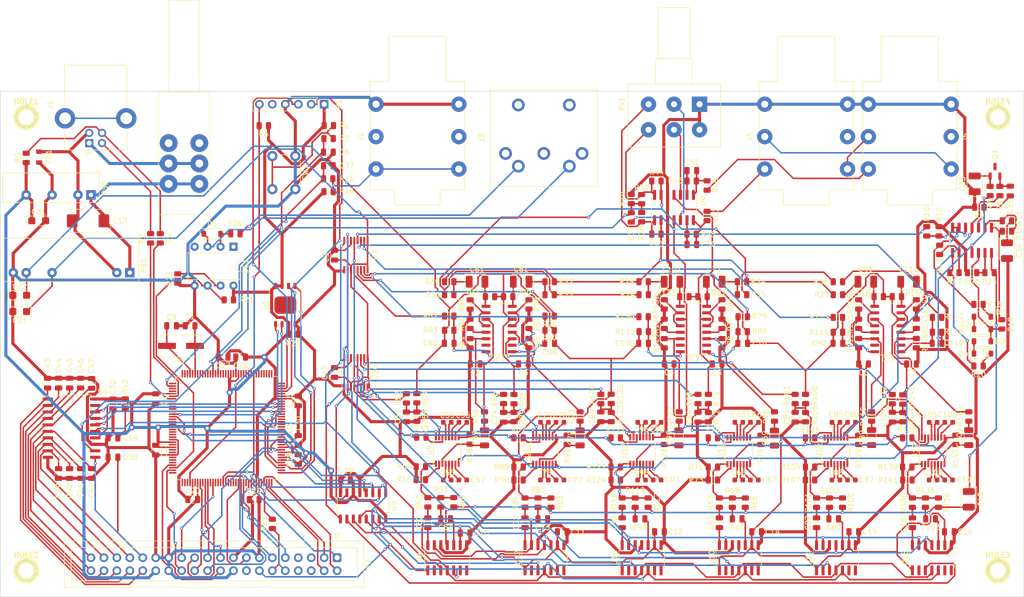
<source format=kicad_pcb>
(kicad_pcb (version 20221018) (generator pcbnew)
  (title_block (title "OverCycler 3 board") (date "2023-10-19") (rev "1") (company "GliGli's DIY"))
  (layers (0 "F.Cu" signal) (31 "B.Cu" signal) (34 "B.Paste" user "Dessous.Pate") (35 "F.Paste" user "Dessus.Pate") (36 "B.SilkS" user "Dessous.SilkS") (37 "F.SilkS" user "Dessus.SilkS") (38 "B.Mask" user "Dessous.Masque") (39 "F.Mask" user "Dessus.Masque") (44 "Edge.Cuts" user "Contours.Ci"))
  (net 0 "")
  (net 1 "+3.3V")
  (net 2 "+5V")
  (net 3 "-5V")
  (net 4 "/XTAL1")
  (net 10 "/DAC_MIXN")
  (net 11 "/RESET")
  (net 12 "/FOOT_IN")
  (net 13 "/KP_1_R1")
  (net 14 "/KP_2_R2")
  (net 15 "/KP_3_R3")
  (net 16 "/KP_4_R4")
  (net 17 "/KP_5_C1")
  (net 18 "/KP_6_C2")
  (net 19 "/KP_7_C3")
  (net 20 "/KP_8_C4")
  (net 21 "/LCD_DB4")
  (net 22 "/LCD_DB5")
  (net 23 "/LCD_DB6")
  (net 24 "/LCD_DB7")
  (net 25 "/LCD_E1")
  (net 26 "/LCD_E2")
  (net 27 "/LCD_RS")
  (net 28 "/LCD_RW")
  (net 29 "/MIDI_IN")
  (net 30 "/P_0")
  (net 31 "/P_1")
  (net 32 "/P_2")
  (net 33 "/P_3")
  (net 34 "/P_4")
  (net 35 "/P_5")
  (net 36 "/P_6")
  (net 37 "/P_7")
  (net 38 "/P_8")
  (net 39 "/P_9")
  (net 40 "/XTAL2")
  (net 41 "/USB_5V")
  (net 42 "/SPI_MUX_A")
  (net 43 "/SPI_MUX_B")
  (net 44 "/SPI_MUX_C")
  (net 45 "/SPI_SSEL")
  (net 46 "/USB_GND")
  (net 47 "Net-(Q1-B)")
  (net 48 "Net-(Q1-E)")
  (net 49 "Net-(U2A-+)")
  (net 50 "Net-(C36-Pad1)")
  (net 51 "Net-(C48-Pad1)")
  (net 52 "Net-(U4-REF+)")
  (net 53 "Net-(U6B--)")
  (net 54 "Net-(C50-Pad2)")
  (net 55 "Net-(U6C--)")
  (net 56 "Net-(C51-Pad2)")
  (net 57 "Net-(U8-VoutA)")
  (net 58 "Net-(C52-Pad2)")
  (net 59 "Net-(U8-VoutB)")
  (net 60 "Net-(C53-Pad2)")
  (net 61 "Net-(U9-FREQ_CTRL)")
  (net 62 "Net-(U9-C1B)")
  (net 63 "Net-(U9-C1A)")
  (net 64 "Net-(U9-C2B)")
  (net 65 "Net-(U9-C2A)")
  (net 66 "Net-(U9-C3A)")
  (net 67 "Net-(U9-C3B)")
  (net 68 "Net-(U9-C4A)")
  (net 69 "Net-(U9-C4B)")
  (net 70 "Net-(U9-OUT)")
  (net 71 "Net-(C59-Pad2)")
  (net 72 "DAC_MIXA")
  (net 73 "DAC_MIXB")
  (net 74 "DAC_RES")
  (net 75 "GND")
  (net 76 "Net-(IC1A-Iabc)")
  (net 77 "/OUT_V0")
  (net 78 "Net-(IC1A-buffer_out)")
  (net 79 "Net-(U10-VoutA)")
  (net 80 "Net-(C62-Pad2)")
  (net 81 "Net-(U10-VoutB)")
  (net 82 "Net-(C63-Pad2)")
  (net 83 "Net-(U11-FREQ_CTRL)")
  (net 84 "Net-(U11-C1B)")
  (net 85 "Net-(U11-C1A)")
  (net 86 "Net-(U11-C2B)")
  (net 87 "Net-(U11-C2A)")
  (net 88 "Net-(U11-C3A)")
  (net 89 "Net-(U11-C3B)")
  (net 90 "Net-(U11-C4A)")
  (net 91 "Net-(U11-C4B)")
  (net 92 "Net-(U11-OUT)")
  (net 93 "Net-(C69-Pad2)")
  (net 94 "Net-(IC2B-Iabc)")
  (net 95 "/OUT_V3")
  (net 96 "Net-(IC2B-buffer_out)")
  (net 97 "Net-(U12-VoutA)")
  (net 98 "Net-(C72-Pad2)")
  (net 99 "Net-(U12-VoutB)")
  (net 100 "Net-(C73-Pad2)")
  (net 101 "Net-(U13-FREQ_CTRL)")
  (net 102 "Net-(U13-C1B)")
  (net 103 "Net-(U13-C1A)")
  (net 104 "Net-(U13-C2B)")
  (net 105 "Net-(U13-C2A)")
  (net 106 "Net-(U13-C3A)")
  (net 107 "Net-(U13-C3B)")
  (net 108 "Net-(U13-C4A)")
  (net 109 "Net-(U13-C4B)")
  (net 110 "Net-(U13-OUT)")
  (net 111 "Net-(C79-Pad2)")
  (net 112 "Net-(IC1B-Iabc)")
  (net 113 "/OUT_V1")
  (net 114 "Net-(IC1B-buffer_out)")
  (net 115 "Net-(U14-VoutA)")
  (net 116 "Net-(C82-Pad2)")
  (net 117 "Net-(U14-VoutB)")
  (net 118 "Net-(C83-Pad2)")
  (net 119 "Net-(U15-FREQ_CTRL)")
  (net 120 "Net-(U15-C1B)")
  (net 121 "Net-(U15-C1A)")
  (net 122 "Net-(U15-C2B)")
  (net 123 "Net-(U15-C2A)")
  (net 124 "Net-(U15-C3A)")
  (net 125 "Net-(U15-C3B)")
  (net 126 "Net-(U15-C4A)")
  (net 127 "Net-(U15-C4B)")
  (net 128 "Net-(U15-OUT)")
  (net 129 "Net-(C89-Pad2)")
  (net 130 "Net-(IC3A-Iabc)")
  (net 131 "/OUT_V4")
  (net 132 "Net-(IC3A-buffer_out)")
  (net 133 "Net-(U16-VoutA)")
  (net 134 "Net-(C92-Pad2)")
  (net 135 "Net-(U16-VoutB)")
  (net 136 "Net-(C93-Pad2)")
  (net 137 "Net-(U17-FREQ_CTRL)")
  (net 138 "Net-(U17-C1B)")
  (net 139 "Net-(U17-C1A)")
  (net 140 "Net-(U17-C2B)")
  (net 141 "Net-(U17-C2A)")
  (net 142 "Net-(U17-C3A)")
  (net 143 "Net-(U17-C3B)")
  (net 144 "Net-(U17-C4A)")
  (net 145 "Net-(U17-C4B)")
  (net 146 "Net-(U17-OUT)")
  (net 147 "Net-(C99-Pad2)")
  (net 148 "Net-(IC2A-Iabc)")
  (net 149 "/OUT_V2")
  (net 150 "Net-(IC2A-buffer_out)")
  (net 151 "Net-(U18-VoutA)")
  (net 152 "Net-(C102-Pad2)")
  (net 153 "Net-(U18-VoutB)")
  (net 154 "Net-(C103-Pad2)")
  (net 155 "Net-(U19-FREQ_CTRL)")
  (net 156 "Net-(U19-C1B)")
  (net 157 "Net-(U19-C1A)")
  (net 158 "Net-(U19-C2B)")
  (net 159 "Net-(U19-C2A)")
  (net 160 "Net-(U19-C3A)")
  (net 161 "Net-(U19-C3B)")
  (net 162 "Net-(U19-C4A)")
  (net 163 "Net-(U19-C4B)")
  (net 164 "Net-(U19-OUT)")
  (net 165 "Net-(C109-Pad2)")
  (net 166 "Net-(IC3B-Iabc)")
  (net 167 "/OUT_V5")
  (net 168 "Net-(IC3B-buffer_out)")
  (net 169 "Net-(D1-A)")
  (net 170 "Net-(D1-K)")
  (net 171 "Net-(D2-K)")
  (net 172 "Net-(D3-K)")
  (net 173 "Net-(D4-K)")
  (net 174 "Net-(D5-A)")
  (net 175 "Net-(D5-K)")
  (net 177 "Net-(IC1B-+)")
  (net 178 "Net-(IC1B--)")
  (net 179 "Net-(IC1B-buffer_in)")
  (net 180 "Net-(IC1A-buffer_in)")
  (net 181 "Net-(IC1A--)")
  (net 182 "Net-(IC1A-+)")
  (net 185 "Net-(IC2B-+)")
  (net 186 "Net-(IC2B--)")
  (net 187 "Net-(IC2B-buffer_in)")
  (net 188 "Net-(IC2A-buffer_in)")
  (net 189 "Net-(IC2A--)")
  (net 190 "Net-(IC2A-+)")
  (net 193 "Net-(IC3B-+)")
  (net 194 "Net-(IC3B--)")
  (net 195 "Net-(IC3B-buffer_in)")
  (net 196 "Net-(IC3A-buffer_in)")
  (net 197 "Net-(IC3A--)")
  (net 198 "Net-(IC3A-+)")
  (net 200 "/USB_VBUS")
  (net 201 "Net-(J1-D-)")
  (net 202 "Net-(J1-D+)")
  (net 203 "unconnected-(J1-Shield-Pad5)")
  (net 206 "Net-(J2-PadT)")
  (net 210 "Net-(J3-Pad4)")
  (net 211 "Net-(J4-PadR)")
  (net 213 "Net-(J4-PadT)")
  (net 214 "Net-(J4-PadTN)")
  (net 216 "Net-(J5-PadT)")
  (net 217 "Net-(OC1-VB)")
  (net 218 "/PROG_TXD")
  (net 219 "/PROG_RXD")
  (net 221 "/PROG_BOOT")
  (net 226 "Net-(P2-P12)")
  (net 229 "Net-(R1-Pad2)")
  (net 230 "/USB_DM")
  (net 231 "/USB_DP")
  (net 232 "Net-(U2B-+)")
  (net 233 "Net-(U2A--)")
  (net 234 "Net-(U2B--)")
  (net 235 "Net-(U2C--)")
  (net 236 "Net-(R15-Pad2)")
  (net 237 "Net-(R17-Pad1)")
  (net 238 "Net-(U2D--)")
  (net 239 "/LCD_CTRST")
  (net 240 "Net-(U6A--)")
  (net 241 "Net-(U6D--)")
  (net 242 "/ADC_MIX")
  (net 243 "Net-(R38-Pad1)")
  (net 244 "Net-(R39-Pad1)")
  (net 245 "Net-(U9-SIG_IN+)")
  (net 246 "/DAC_FC0")
  (net 247 "Net-(U9-Q_CTRL)")
  (net 248 "Net-(U9-SIG_IN-)")
  (net 249 "/DAC_VCA0")
  (net 250 "Net-(U11-SIG_IN+)")
  (net 251 "/DAC_FC3")
  (net 252 "Net-(U11-Q_CTRL)")
  (net 253 "Net-(U11-SIG_IN-)")
  (net 254 "/DAC_VCA3")
  (net 255 "Net-(U13-SIG_IN+)")
  (net 256 "/DAC_FC1")
  (net 257 "Net-(U13-Q_CTRL)")
  (net 258 "NOISE")
  (net 259 "SPI_MOSI")
  (net 260 "SPI_SCK")
  (net 261 "Net-(U13-SIG_IN-)")
  (net 262 "/DAC_VCA1")
  (net 263 "Net-(U15-SIG_IN+)")
  (net 264 "/DAC_FC4")
  (net 265 "Net-(U15-Q_CTRL)")
  (net 266 "Net-(U15-SIG_IN-)")
  (net 267 "/DAC_VCA4")
  (net 268 "Net-(U17-SIG_IN+)")
  (net 269 "/DAC_FC2")
  (net 270 "Net-(U17-Q_CTRL)")
  (net 271 "Net-(U17-SIG_IN-)")
  (net 272 "/DAC_VCA2")
  (net 273 "Net-(U19-SIG_IN+)")
  (net 274 "/DAC_FC5")
  (net 275 "Net-(U19-Q_CTRL)")
  (net 276 "Net-(U19-SIG_IN-)")
  (net 277 "/DAC_VCA5")
  (net 278 "Net-(U6B-+)")
  (net 279 "Net-(U6C-+)")
  (net 282 "/FLASH_SPI_SSEL")
  (net 283 "/FLASH_SPI_MISO")
  (net 284 "/FLASH_SPI_MOSI")
  (net 285 "/FLASH_SPI_SCK")
  (net 363 "/ADC_SPI_SSEL")
  (net 364 "/ADC_SPI_MISO")
  (net 365 "/SPI_CS5")
  (net 366 "/SPI_CS4")
  (net 367 "/SPI_CS3")
  (net 368 "/SPI_CS2")
  (net 369 "/SPI_CS1")
  (net 370 "/SPI_CS0")
  (net 389 "/ADC_SPI_MOSI")
  (net 390 "/ADC_SPI_SCK")
  (net 391 "/SPI_CS7")
  (net 392 "/SPI_CS6")
  (footprint "1pin" (layer "F.Cu") (at 25.4 132.08)
    (fp_text reference "HOLE2")
    (fp_text value "P***" hide)
  )
  (footprint "1pin" (layer "F.Cu") (at 215.9 132.08)
    (fp_text reference "HOLE3")
    (fp_text value "P***" hide)
  )
  (footprint "1pin" (layer "F.Cu") (at 215.9 43.18)
    (fp_text reference "HOLE4")
    (fp_text value "P***" hide)
  )
  (footprint "1pin" (layer "F.Cu") (at 25.4 43.18)
    (fp_text reference "HOLE1")
    (fp_text value "P***" hide)
  )
  (footprint "Resistor_SMD:R_0805_2012Metric" (layer "F.Cu") (at 121.92 114.3)
    (fp_text reference "R90")
    (fp_text value "820")
  )
  (footprint "Capacitor_SMD:C_0805_2012Metric" (layer "F.Cu") (at 53.909 84.074)
    (fp_text reference "C9")
    (fp_text value "22p")
  )
  (footprint "Resistor_SMD:R_0805_2012Metric" (layer "F.Cu") (at 172.085 101.854 90)
    (fp_text reference "R76")
    (fp_text value "10k")
  )
  (footprint "Resistor_SMD:R_0805_2012Metric" (layer "F.Cu") (at 118.999 98.425 -90)
    (fp_text reference "R86")
    (fp_text value "6k8")
  )
  (footprint "Resistor_SMD:R_0805_2012Metric" (layer "F.Cu") (at 148.9475 55.688)
    (fp_text reference "R44")
    (fp_text value "15k")
  )
  (footprint "Capacitor_SMD:C_0805_2012Metric" (layer "F.Cu") (at 123.19 122.682 90)
    (fp_text reference "C72")
    (fp_text value "22u")
  )
  (footprint "Capacitor_SMD:C_0603_1608Metric" (layer "F.Cu") (at 187.198 102.997 180)
    (fp_text reference "C86")
    (fp_text value "10n")
  )
  (footprint "Capacitor_SMD:C_0805_2012Metric" (layer "F.Cu") (at 161.29 122.682 90)
    (fp_text reference "C62")
    (fp_text value "22u")
  )
  (footprint "Resistor_SMD:R_0805_2012Metric" (layer "F.Cu") (at 180.34 118.745 90)
    (property "Reference" "R")
    (property "Value" "15k")
    (fp_text reference "R101")
    (fp_text value "15k")
  )
  (footprint "Resistor_SMD:R_0805_2012Metric" (layer "F.Cu") (at 217.678 65.532 180)
    (fp_text reference "R15")
    (fp_text value "100k")
  )
  (footprint "Capacitor_SMD:C_0805_2012Metric" (layer "F.Cu") (at 122.875 91.567 180)
    (fp_text reference "C3")
    (fp_text value "10n")
  )
  (footprint "Capacitor_SMD:C_0805_2012Metric" (layer "F.Cu") (at 70.104 118.14)
    (fp_text reference "C19")
    (fp_text value "100n")
  )
  (footprint "Capacitor_SMD:C_0603_1608Metric" (layer "F.Cu") (at 130.048 114.3015)
    (fp_text reference "C77")
    (fp_text value "10n")
  )
  (footprint "Resistor_SMD:R_0805_2012Metric" (layer "F.Cu") (at 199.136 118.745 90)
    (property "Reference" "R")
    (property "Value" "15k")
    (fp_text reference "R135")
    (fp_text value "15k")
  )
  (footprint "Resistor_SMD:R_0805_2012Metric" (layer "F.Cu") (at 51.689 66.929 90)
    (fp_text reference "R4")
    (fp_text value "33")
  )
  (footprint "Package_SO:SSOP-16_3.9x4.9mm_P0.635mm" (layer "F.Cu") (at 127 108.525 90)
    (fp_text reference "U13")
    (fp_text value "SSI2144")
  )
  (footprint "Resistor_SMD:R_0805_2012Metric" (layer "F.Cu") (at 66.421 66.04 180)
    (fp_text reference "R26")
    (fp_text value "220")
  )
  (footprint "Capacitor_SMD:C_0805_2012Metric" (layer "F.Cu") (at 104.14 122.682 90)
    (fp_text reference "C52")
    (fp_text value "22u")
  )
  (footprint "Package_SO:SO-14_3.9x8.65mm_P1.27mm" (layer "F.Cu") (at 107.95 129.54 90)
    (fp_text reference "U8")
    (fp_text value "MCP4922-ESL")
  )
  (footprint "Capacitor_SMD:C_0805_2012Metric" (layer "F.Cu") (at 146.431 87.503)
    (fp_text reference "C100")
    (fp_text value "470n")
  )
  (footprint "Resistor_SMD:R_0805_2012Metric" (layer "F.Cu") (at 166.37 118.745 90)
    (property "Reference" "R")
    (property "Value" "15k")
    (fp_text reference "R66")
    (fp_text value "22k")
  )
  (footprint "Capacitor_SMD:C_0805_2012Metric" (layer "F.Cu") (at 184.531 87.503)
    (fp_text reference "C90")
    (fp_text value "470n")
  )
  (footprint "Capacitor_SMD:C_0805_2012Metric" (layer "F.Cu") (at 168.59 124.46)
    (fp_text reference "C14")
    (fp_text value "100n")
  )
  (footprint "Resistor_SMD:R_0805_2012Metric" (layer "F.Cu") (at 203.962 85.344 180)
    (fp_text reference "R148")
    (fp_text value "820")
  )
  (footprint "Capacitor_SMD:C_0805_2012Metric" (layer "F.Cu") (at 183.703 121.92 180)
    (fp_text reference "C83")
    (fp_text value "22u")
  )
  (footprint "Resistor_SMD:R_0805_2012Metric" (layer "F.Cu") (at 184.531 82.423)
    (fp_text reference "R113")
    (fp_text value "4k7")
  )
  (footprint "Resistor_SMD:R_0805_2012Metric" (layer "F.Cu") (at 84.6855 57.785 180)
    (fp_text reference "R16")
    (fp_text value "4k7")
  )
  (footprint "Package_SO:SSOP-16_3.9x4.9mm_P0.635mm" (layer "F.Cu") (at 165.1 108.585 90)
    (fp_text reference "U11")
    (fp_text value "SSI2144")
  )
  (footprint "Resistor_SMD:R_0805_2012Metric" (layer "F.Cu") (at 146.431 82.296)
    (fp_text reference "R130")
    (fp_text value "4k7")
  )
  (footprint "Resistor_SMD:R_0805_2012Metric" (layer "F.Cu") (at 121.92 106.045)
    (fp_text reference "R87")
    (fp_text value "15k")
  )
  (footprint "Resistor_SMD:R_0805_2012Metric" (layer "F.Cu") (at 160.02 106.045)
    (fp_text reference "R70")
    (fp_text value "15k")
  )
  (footprint "Capacitor_SMD:C_0603_1608Metric" (layer "F.Cu") (at 184.15 102.997 180)
    (fp_text reference "C85")
    (fp_text value "10n")
  )
  (footprint "Resistor_SMD:R_0805_2012Metric" (layer "F.Cu") (at 101.981 98.2745 90)
    (fp_text reference "R57")
    (fp_text value "15k")
  )
  (footprint "Resistor_SMD:R_0805_2012Metric" (layer "F.Cu") (at 192.532 78.359)
    (fp_text reference "R116")
    (fp_text value "4k7")
  )
  (footprint "Capacitor_SMD:C_0603_1608Metric" (layer "F.Cu") (at 168.174 102.997 180)
    (fp_text reference "C66")
    (fp_text value "10n")
  )
  (footprint "Resistor_SMD:R_0805_2012Metric" (layer "F.Cu") (at 102.7775 111.695)
    (property "Reference" "R")
    (property "Value" "15k")
    (fp_text reference "R54")
    (fp_text value "820")
  )
  (footprint "Capacitor_SMD:C_0805_2012Metric" (layer "F.Cu") (at 42.418 99.38 -90)
    (fp_text reference "C32")
    (fp_text value "100n")
  )
  (footprint "Resistor_SMD:R_0805_2012Metric" (layer "F.Cu") (at 148.9475 66.102)
    (fp_text reference "R43")
    (fp_text value "15k")
  )
  (footprint "Resistor_SMD:R_0805_2012Metric" (layer "F.Cu") (at 128.016 75.438 180)
    (fp_text reference "R32")
    (fp_text value "82k")
  )
  (footprint "Capacitor_SMD:C_0603_1608Metric" (layer "F.Cu") (at 107.95 102.997 180)
    (fp_text reference "C55")
    (fp_text value "10n")
  )
  (footprint "Resistor_SMD:R_0805_2012Metric" (layer "F.Cu") (at 44.831 99.314 -90)
    (fp_text reference "R42")
    (fp_text value "4k7")
  )
  (footprint "Resistor_SMD:R_0805_2012Metric" (layer "F.Cu") (at 128.27 118.7435 90)
    (property "Reference" "R")
    (property "Value" "15k")
    (fp_text reference "R83")
    (fp_text value "22k")
  )
  (footprint "Capacitor_SMD:C_0805_2012Metric" (layer "F.Cu") (at 113.411 91.567 180)
    (fp_text reference "C2")
    (fp_text value "10n")
  )
  (footprint "Capacitor_SMD:C_0603_1608Metric" (layer "F.Cu") (at 203.187 114.3015)
    (fp_text reference "C108")
    (fp_text value "820p")
  )
  (footprint "Capacitor_SMD:C_0805_2012Metric" (layer "F.Cu") (at 88.011 114.3 180)
    (fp_text reference "C29")
    (fp_text value "100n")
  )
  (footprint "Capacitor_SMD:C_0805_2012Metric" (layer "F.Cu") (at 85.852 70.231 90)
    (fp_text reference "C34")
    (fp_text value "100n")
  )
  (footprint "Resistor_SMD:R_0805_2012Metric" (layer "F.Cu") (at 161.29 118.745 90)
    (property "Reference" "R")
    (property "Value" "15k")
    (fp_text reference "R67")
    (fp_text value "15k")
  )
  (footprint "Capacitor_SMD:C_0805_2012Metric" (layer "F.Cu") (at 151.45 91.567 180)
    (fp_text reference "C4")
    (fp_text value "10n")
  )
  (footprint "Capacitor_SMD:C_0805_2012Metric" (layer "F.Cu") (at 218.313 57.658 -90)
    (fp_text reference "C35")
    (fp_text value "100n")
  )
  (footprint "Capacitor_SMD:C_1206_3216Metric" (layer "F.Cu") (at 210.185 105.998 90)
    (fp_text reference "C109")
    (fp_text value "47u")
  )
  (footprint "Resistor_SMD:R_0805_2012Metric" (layer "F.Cu") (at 188.595 79.883 -90)
    (fp_text reference "R115")
    (fp_text value "22k")
  )
  (footprint "Connector_Audio:Jack_6.35mm_Neutrik_NMJ6HFD2_Horizontal" (layer "F.Cu") (at 170.18 53.34 90)
    (fp_text reference "J4")
    (fp_text value "AudioJack3_Switch")
  )
  (footprint "Resistor_SMD:R_0805_2012Metric" (layer "F.Cu") (at 146.4545 77.978)
    (fp_text reference "R29")
    (fp_text value "120k")
  )
  (footprint "Resistor_SMD:R_0805_2012Metric" (layer "F.Cu") (at 158.877 56.577 -90)
    (fp_text reference "R48")
    (fp_text value "330")
  )
  (footprint "Resistor_SMD:R_0805_2012Metric" (layer "F.Cu") (at 163.83 118.745 90)
    (property "Reference" "R")
    (property "Value" "15k")
    (fp_text reference "R68")
    (fp_text value "15k")
  )
  (footprint "Resistor_SMD:R_0805_2012Metric" (layer "F.Cu") (at 207.645 106.426 90)
    (fp_text reference "R143")
    (fp_text value "4k7")
  )
  (footprint "Resistor_SMD:R_0805_2012Metric" (layer "F.Cu") (at 155.8525 55.688)
    (fp_text reference "R46")
    (fp_text value "47k")
  )
  (footprint "Capacitor_SMD:C_0603_1608Metric" (layer "F.Cu") (at 127 102.997 180)
    (fp_text reference "C75")
    (fp_text value "10n")
  )
  (footprint "Resistor_SMD:R_0805_2012Metric" (layer "F.Cu") (at 157.988 78.359 180)
    (fp_text reference "R82")
    (fp_text value "4k7")
  )
  (footprint "Capacitor_SMD:C_0805_2012Metric" (layer "F.Cu") (at 195.199 101.981 90)
    (fp_text reference "C104")
    (fp_text value "470n")
  )
  (footprint "Connector_Audio:Jack_6.35mm_Neutrik_NMJ6HFD2_Horizontal" (layer "F.Cu") (at 93.98 53.34 90)
    (fp_text reference "J2")
    (fp_text value "AudioJack3_Switch")
  )
  (footprint "Capacitor_SMD:C_0805_2012Metric" (layer "F.Cu") (at 176.149 101.981 90)
    (fp_text reference "C84")
    (fp_text value "470n")
  )
  (footprint "Resistor_SMD:R_0805_2012Metric" (layer "F.Cu") (at 109.22 118.6688 90)
    (property "Reference" "R")
    (property "Value" "15k")
    (fp_text reference "R49")
    (fp_text value "22k")
  )
  (footprint "Capacitor_SMD:C_1206_3216Metric" (layer "F.Cu") (at 115.2525 106.045 90)
    (fp_text reference "C59")
    (fp_text value "47u")
  )
  (footprint "Capacitor_SMD:C_0805_2012Metric" (layer "F.Cu") (at 155.89 53.656)
    (fp_text reference "C51")
    (fp_text value "100p")
  )
  (footprint "Connector_USB:USB_B_Lumberg_2411_02_Horizontal" (layer "F.Cu") (at 37.77 48.26 90)
    (fp_text reference "J1")
    (fp_text value "USB_B")
  )
  (footprint "Capacitor_SMD:C_0603_1608Metric" (layer "F.Cu") (at 165.087 114.3015)
    (fp_text reference "C68")
    (fp_text value "820p")
  )
  (footprint "Resistor_SMD:R_0805_2012Metric" (layer "F.Cu") (at 188.595 83.693 90)
    (fp_text reference "R111")
    (fp_text value "470")
  )
  (footprint "Resistor_SMD:R_0805_2012Metric" (layer "F.Cu") (at 217.6545 63.5 180)
    (fp_text reference "R11")
    (fp_text value "1k")
  )
  (footprint "Package_DIP:DIP-8_W7.62mm" (layer "F.Cu") (at 66.04 68.58 -90)
    (fp_text reference "OC1")
    (fp_text value "6N139")
  )
  (footprint "Resistor_SMD:R_0805_2012Metric" (layer "F.Cu") (at 198.12 106.045)
    (fp_text reference "R138")
    (fp_text value "15k")
  )
  (footprint "Resistor_SMD:R_0805_2012Metric" (layer "F.Cu") (at 179.07 106.045)
    (fp_text reference "R104")
    (fp_text value "15k")
  )
  (footprint "Capacitor_SMD:C_0805_2012Metric" (layer "F.Cu") (at 42.418 109.855 180)
    (fp_text reference "C38")
    (fp_text value "100n")
  )
  (footprint "Resistor_SMD:R_0805_2012Metric" (layer "F.Cu") (at 178.181 98.425 90)
    (fp_text reference "R108")
    (fp_text value "15k")
  )
  (footprint "Resistor_SMD:R_0805_2012Metric" (layer "F.Cu") (at 133.985 101.8525 90)
    (fp_text reference "R93")
    (fp_text value "10k")
  )
  (footprint "Resistor_SMD:R_0805_2012Metric" (layer "F.Cu") (at 212.09 79.883 180)
    (fp_text reference "R18")
    (fp_text value "470")
  )
  (footprint "Capacitor_SMD:C_0805_2012Metric" (layer "F.Cu") (at 85.852 93.218 90)
    (fp_text reference "C17")
    (fp_text value "100n")
  )
  (footprint "Package_SO:SSOP-16_3.9x4.9mm_P0.635mm" (layer "F.Cu") (at 146.05 108.525 90)
    (fp_text reference "U17")
    (fp_text value "SSI2144")
  )
  (footprint "Resistor_SMD:R_0805_2012Metric" (layer "F.Cu") (at 197.231 98.5285 90)
    (fp_text reference "R142")
    (fp_text value "15k")
  )
  (footprint "Resistor_SMD:R_0805_2012Metric" (layer "F.Cu") (at 179.07 114.3)
    (fp_text reference "R107")
    (fp_text value "820")
  )
  (footprint "Capacitor_SMD:C_0805_2012Metric" (layer "F.Cu") (at 164.78 121.92 180)
    (fp_text reference "C63")
    (fp_text value "22u")
  )
  (footprint "Package_SO:SSOP-16_3.9x4.9mm_P0.635mm" (layer "F.Cu") (at 203.2 108.585 90)
    (fp_text reference "U19")
    (fp_text value "SSI2144")
  )
  (footprint "Capacitor_SMD:C_0805_2012Metric" (layer "F.Cu") (at 38.227 113.03 -90)
    (fp_text reference "C42")
    (fp_text value "100n")
  )
  (footprint "Resistor_SMD:R_0805_2012Metric" (layer "F.Cu") (at 112.43 79.905 -90)
    (fp_text reference "R64")
    (fp_text value "22k")
  )
  (footprint "Capacitor_SMD:C_0603_1608Metric" (layer "F.Cu") (at 206.248 102.997 180)
    (fp_text reference "C106")
    (fp_text value "10n")
  )
  (footprint "Resistor_SMD:R_0805_2012Metric" (layer "F.Cu") (at 150.495 106.4245 90)
    (fp_text reference "R126")
    (fp_text value "4k7")
  )
  (footprint "Capacitor_SMD:C_0603_1608Metric" (layer "F.Cu") (at 130.048 102.997 180)
    (fp_text reference "C76")
    (fp_text value "10n")
  )
  (footprint "Resistor_SMD:R_0805_2012Metric" (layer "F.Cu") (at 159.131 98.425 90)
    (fp_text reference "R74")
    (fp_text value "15k")
  )
  (footprint "Capacitor_SMD:C_0805_2012Metric" (layer "F.Cu") (at 33.909 95.311 90)
    (fp_text reference "C45")
    (fp_text value "100n")
  )
  (footprint "Resistor_SMD:R_0805_2012Metric" (layer "F.Cu") (at 199.898 83.6695 90)
    (fp_text reference "R145")
    (fp_text value "470")
  )
  (footprint "Capacitor_SMD:C_0805_2012Metric" (layer "F.Cu") (at 33.909 113.03 -90)
    (fp_text reference "C40")
    (fp_text value "100n")
  )
  (footprint "Capacitor_SMD:C_0603_1608Metric" (layer "F.Cu") (at 184.137 114.3)
    (fp_text reference "C88")
    (fp_text value "820p")
  )
  (footprint "Capacitor_SMD:C_0805_2012Metric" (layer "F.Cu") (at 78.74 98.806 90)
    (fp_text reference "C25")
    (fp_text value "100n")
  )
  (footprint "Resistor_SMD:R_0805_2012Metric" (layer "F.Cu") (at 199.898 79.883 -90)
    (fp_text reference "R149")
    (fp_text value "22k")
  )
  (footprint "Capacitor_SMD:C_0805_2012Metric" (layer "F.Cu") (at 145.73 121.92 180)
    (fp_text reference "C93")
    (fp_text value "22u")
  )
  (footprint "Capacitor_SMD:C_0805_2012Metric" (layer "F.Cu") (at 84.648 50.038)
    (fp_text reference "C8")
    (fp_text value "100n")
  )
  (footprint "Resistor_SMD:R_0805_2012Metric" (layer "F.Cu") (at 119.888 78.3575 180)
    (fp_text reference "R99")
    (fp_text value "4k7")
  )
  (footprint "Capacitor_SMD:C_0805_2012Metric" (layer "F.Cu") (at 50.8 108.458 -90)
    (fp_text reference "C23")
    (fp_text value "100n")
  )
  (footprint "Resistor_SMD:R_0805_2012Metric" (layer "F.Cu") (at 49.784 66.929 90)
    (fp_text reference "R2")
    (fp_text value "33")
  )
  (footprint "Resistor_SMD:R_0805_2012Metric" (layer "F.Cu") (at 216.662 83.7965 90)
    (fp_text reference "R19")
    (fp_text value "3M3")
  )
  (footprint "Capacitor_SMD:C_0805_2012Metric" (layer "F.Cu") (at 78.74 110.297 90)
    (fp_text reference "C18")
    (fp_text value "100n")
  )
  (footprint "Capacitor_Tantalum_SMD:CP_EIA-3216-18_Kemet-A" (layer "F.Cu") (at 27.86 63.5)
    (fp_text reference "C31")
    (fp_text value "10u")
  )
  (footprint "Resistor_SMD:R_0805_2012Metric" (layer "F.Cu") (at 188.595 106.426 90)
    (fp_text reference "R109")
    (fp_text value "4k7")
  )
  (footprint "Resistor_SMD:R_0805_2012Metric" (layer "F.Cu") (at 128.016 84.963 180)
    (fp_text reference "R97")
    (fp_text value "820")
  )
  (footprint "Capacitor_SMD:C_0805_2012Metric" (layer "F.Cu") (at 165.862 87.503 180)
    (fp_text reference "C70")
    (fp_text value "470n")
  )
  (footprint "Resistor_SMD:R_0805_2012Metric" (layer "F.Cu") (at 65.1275 78.994 180)
    (fp_text reference "R21")
    (fp_text value "270")
  )
  (footprint "Resistor_SMD:R_0805_2012Metric" (layer "F.Cu") (at 144.018 62.8235 90)
    (fp_text reference "R37")
    (fp_text value "1k")
  )
  (footprint "Capacitor_Tantalum_SMD:CP_EIA-3528-21_Kemet-B" (layer "F.Cu") (at 211.328 56.2475 90)
    (fp_text reference "C33")
    (fp_text value "100u")
  )
  (footprint "Resistor_SMD:R_0805_2012Metric" (layer "F.Cu") (at 154.432 78.359)
    (fp_text reference "R133")
    (fp_text value "4k7")
  )
  (footprint "Capacitor_Tantalum_SMD:CP_EIA-3528-21_Kemet-B" (layer "F.Cu") (at 210.185 118.0965 -90)
    (fp_text reference "C48")
    (fp_text value "100u")
  )
  (footprint "Package_SO:SSOP-16_3.9x4.9mm_P0.635mm" (layer "F.Cu") (at 107.95 108.52 90)
    (fp_text reference "U9")
    (fp_text value "SSI2144")
  )
  (footprint "Resistor_SMD:R_0805_2012Metric" (layer "F.Cu") (at 185.42 118.745 90)
    (property "Reference" "R")
    (property "Value" "15k")
    (fp_text reference "R100")
    (fp_text value "22k")
  )
  (footprint "Resistor_SMD:R_0805_2012Metric" (layer "F.Cu") (at 140.081 98.4015 90)
    (fp_text reference "R125")
    (fp_text value "15k")
  )
  (footprint "Resistor_SMD:R_0805_2012Metric" (layer "F.Cu") (at 204.47 69.1915 -90)
    (fp_text reference "R13")
    (fp_text value "10k")
  )
  (footprint "Resistor_SMD:R_0805_2012Metric" (layer "F.Cu") (at 84.6855 47.371)
    (fp_text reference "R3")
    (fp_text value "10k")
  )
  (footprint "Package_SO:SO-14_3.9x8.65mm_P1.27mm" (layer "F.Cu") (at 152.4 60.895 90)
    (fp_text reference "U6")
    (fp_text value "TL074")
  )
  (footprint "Capacitor_SMD:C_1206_3216Metric" (layer "F.Cu") (at 133.985 106.045 90)
    (fp_text reference "C79")
    (fp_text value "47u")
  )
  (footprint "Resistor_SMD:R_0805_2012Metric" (layer "F.Cu") (at 165.735 77.978 180)
    (fp_text reference "R35")
    (fp_text value "47k")
  )
  (footprint "Capacitor_SMD:C_0805_2012Metric" (layer "F.Cu") (at 199.136 122.682 90)
    (fp_text reference "C102")
    (fp_text value "22u")
  )
  (footprint "Resistor_SMD:R_0805_2012Metric" (layer "F.Cu") (at 191.135 101.854 90)
    (fp_text reference "R110")
    (fp_text value "10k")
  )
  (footprint "Package_SO:SO-16_3.9x9.9mm_P1.27mm" (layer "F.Cu") (at 118.11 84.7075 180)
    (fp_text reference "IC1")
    (fp_text value "LM13700")
  )
  (footprint "Resistor_SMD:R_0805_2012Metric" (layer "F.Cu") (at 101.981 101.8825 -90)
    (fp_text reference "R55")
    (fp_text value "390")
  )
  (footprint "Resistor_SMD:R_0805_2012Metric" (layer "F.Cu") (at 144.018 59.2205 -90)
    (fp_text reference "R40")
    (fp_text value "1k")
  )
  (footprint "Capacitor_Tantalum_SMD:CP_EIA-3528-21_Kemet-B" (layer "F.Cu") (at 198.374 75.438 180)
    (fp_text reference "C111")
    (fp_text value "100u")
  )
  (footprint "Capacitor_SMD:C_0805_2012Metric" (layer "F.Cu") (at 155.89 68.134)
    (fp_text reference "C50")
    (fp_text value "100p")
  )
  (footprint "Package_SO:TSSOP-16_4.4x5mm_P0.65mm" (layer "F.Cu") (at 90.043 93.218 90)
    (fp_text reference "U20")
    (fp_text value "AD5328B")
  )
  (footprint "Crystal:Crystal_SMD_ECS_CSM3X-2Pin_7.6x4.1mm" (layer "F.Cu") (at 55.753 88.011 180)
    (fp_text reference "Y1")
    (fp_text value "12MHz")
  )
  (footprint "Capacitor_Tantalum_SMD:CP_EIA-3528-21_Kemet-B" (layer "F.Cu") (at 160.274 75.438 180)
    (fp_text reference "C71")
    (fp_text value "100u")
  )
  (footprint "Capacitor_SMD:C_0603_1608Metric" (layer "F.Cu") (at 110.985 114.3015)
    (fp_text reference "C57")
    (fp_text value "10n")
  )
  (footprint "Resistor_SMD:R_0805_2012Metric" (layer "F.Cu") (at 128.016 82.169 180)
    (fp_text reference "R96")
    (fp_text value "4k7")
  )
  (footprint "Capacitor_SMD:C_0805_2012Metric" (layer "F.Cu") (at 111.44 124.71)
    (fp_text reference "C10")
    (fp_text value "100n")
  )
  (footprint "Resistor_SMD:R_0805_2012Metric" (layer "F.Cu") (at 153.416 101.8525 90)
    (fp_text reference "R127")
    (fp_text value "10k")
  )
  (footprint "Resistor_SMD:R_0805_2012Metric" (layer "F.Cu") (at 161.798 83.693 90)
    (fp_text reference "R77")
    (fp_text value "470")
  )
  (footprint "Capacitor_SMD:C_0805_2012Metric" (layer "F.Cu") (at 42.418 106.045 180)
    (fp_text reference "C49")
    (fp_text value "100n")
  )
  (footprint "Resistor_SMD:R_0805_2012Metric" (layer "F.Cu") (at 140.97 111.76)
    (property "Reference" "R")
    (property "Value" "15k")
    (fp_text reference "R122")
    (fp_text value "820")
  )
  (footprint "Resistor_SMD:R_0805_2012Metric" (layer "F.Cu") (at 140.97 106.0435)
    (fp_text reference "R121")
    (fp_text value "15k")
  )
  (footprint "Resistor_SMD:R_0805_2012Metric" (layer "F.Cu") (at 212.09 91.948 180)
    (fp_text reference "R20")
    (fp_text value "470")
  )
  (footprint "JETEKPS:IB0503LSY" (layer "F.Cu") (at 38.1 58.42 -90)
    (fp_text reference "PS2")
    (fp_text value "IB0503LSY-1WR1")
  )
  (footprint "Resistor_SMD:R_0805_2012Metric" (layer "F.Cu") (at 108.331 77.978)
    (fp_text reference "R31")
    (fp_text value "82k")
  )
  (footprint "Resistor_SMD:R_0805_2012Metric" (layer "F.Cu") (at 204.343 65.5555 -90)
    (fp_text reference "R12")
    (fp_text value "10k")
  )
  (footprint "Connector_IDC:IDC-Header_2x20_P2.54mm_Vertical" (layer "F.Cu") (at 86.36 129.54 -90)
    (fp_text reference "P2")
    (fp_text value "PANEL")
  )
  (footprint "Capacitor_SMD:C_0805_2012Metric" (layer "F.Cu") (at 38.227 95.377 90)
    (fp_text reference "C47")
    (fp_text value "100n")
  )
  (footprint "Resistor_SMD:R_0805_2012Metric" (layer "F.Cu") (at 184.531 75.438)
    (fp_text reference "R36")
    (fp_text value "33k")
  )
  (footprint "Resistor_SMD:R_0805_2012Metric" (layer "F.Cu") (at 125.73 118.7435 90)
    (property "Reference" "R")
    (property "Value" "15k")
    (fp_text reference "R85")
    (fp_text value "15k")
  )
  (footprint "Resistor_SMD:R_0805_2012Metric" (layer "F.Cu") (at 146.4545 85.217)
    (fp_text reference "R131")
    (fp_text value "820")
  )
  (footprint "SPUN192600:SPUN192600" (layer "F.Cu") (at 53.34 48.26)
    (fp_text reference "SW2" hide)
    (fp_text value "POWER")
  )
  (footprint "Resistor_SMD:R_0805_2012Metric" (layer "F.Cu") (at 158.877 62.546 90)
    (fp_text reference "R47")
    (fp_text value "330")
  )
  (footprint "Capacitor_SMD:C_0603_1608Metric" (layer "F.Cu") (at 149.098 114.3015)
    (fp_text reference "C97")
    (fp_text value "10n")
  )
  (footprint "Package_SO:SO-14_3.9x8.65mm_P1.27mm" (layer "F.Cu") (at 127 129.54 90)
    (fp_text reference "U12")
    (fp_text value "MCP4922-ESL")
  )
  (footprint "Resistor_SMD:R_0805_2012Metric" (layer "F.Cu") (at 155.8525 66.102)
    (fp_text reference "R45")
    (fp_text value "47k")
  )
  (footprint "Capacitor_SMD:C_0805_2012Metric" (layer "F.Cu") (at 138.049 101.92 90)
    (fp_text reference "C94")
    (fp_text value "470n")
  )
  (footprint "Resistor_SMD:R_0805_2012Metric" (layer "F.Cu") (at 146.431 75.438)
    (fp_text reference "R28")
    (fp_text value "47k")
  )
  (footprint "Resistor_SMD:R_0805_2012Metric" (layer "F.Cu") (at 179.07 111.76)
    (property "Reference" "R")
    (property "Value" "15k")
    (fp_text reference "R105")
    (fp_text value "820")
  )
  (footprint "Resistor_SMD:R_0805_2012Metric" (layer "F.Cu") (at 201.93 65.5555 90)
    (fp_text reference "R10")
    (fp_text value "27k")
  )
  (footprint "Resistor_SMD:R_0805_2012Metric" (layer "F.Cu") (at 161.798 79.883 -90)
    (fp_text reference "R81")
    (fp_text value "22k")
  )
  (footprint "Resistor_SMD:R_0805_2012Metric" (layer "F.Cu") (at 150.495 83.693 90)
    (fp_text reference "R128")
    (fp_text value "470")
  )
  (footprint "Capacitor_SMD:C_0603_1608Metric" (layer "F.Cu") (at 110.998 102.997 180)
    (fp_text reference "C56")
    (fp_text value "10n")
  )
  (footprint "Resistor_SMD:R_0805_2012Metric" (layer "F.Cu") (at 121.031 98.4485 90)
    (fp_text reference "R91")
    (fp_text value "15k")
  )
  (footprint "Resistor_SMD:R_0805_2012Metric" (layer "F.Cu") (at 128.016 77.978 180)
    (fp_text reference "R33")
    (fp_text value "56k")
  )
  (footprint "Capacitor_SMD:C_0805_2012Metric" (layer "F.Cu") (at 108.331 87.503)
    (fp_text reference "C60")
    (fp_text value "470n")
  )
  (footprint "Resistor_SMD:R_0805_2012Metric" (layer "F.Cu") (at 25.4 51.1575 90)
    (fp_text reference "R5")
    (fp_text value "1k5")
  )
  (footprint "Capacitor_SMD:C_0805_2012Metric" (layer "F.Cu") (at 50.8 98.359 -90)
    (fp_text reference "C24")
    (fp_text value "100n")
  )
  (footprint "Resistor_SMD:R_0805_2012Metric" (layer "F.Cu") (at 146.05 62.7765 90)
    (fp_text reference "R38")
    (fp_text value "2k2")
  )
  (footprint "Resistor_SMD:R_0805_2012Metric" (layer "F.Cu") (at 123.952 79.88 -90)
    (fp_text reference "R98")
    (fp_text value "22k")
  )
  (footprint "Capacitor_SMD:C_0805_2012Metric" (layer "F.Cu") (at 31.75 113.03 -90)
    (fp_text reference "C39")
    (fp_text value "100n")
  )
  (footprint "Resistor_SMD:R_0805_2012Metric" (layer "F.Cu") (at 203.962 82.423 180)
    (fp_text reference "R147")
    (fp_text value "4k7")
  )
  (footprint "Capacitor_SMD:C_0603_1608Metric" (layer "F.Cu") (at 149.098 102.997 180)
    (fp_text reference "C96")
    (fp_text value "10n")
  )
  (footprint "Resistor_SMD:R_0805_2012Metric" (layer "F.Cu") (at 212.2405 60.833)
    (fp_text reference "R9")
    (fp_text value "1M")
  )
  (footprint "Resistor_SMD:R_0805_2012Metric" (layer "F.Cu") (at 214.376 57.658 -90)
    (fp_text reference "R7")
    (fp_text value "10k")
  )
  (footprint "Capacitor_SMD:C_0805_2012Metric" (layer "F.Cu") (at 57.531 84.074 180)
    (fp_text reference "C1")
    (fp_text value "22p")
  )
  (footprint "Capacitor_SMD:C_0805_2012Metric" (layer "F.Cu") (at 118.999 101.995 90)
    (fp_text reference "C74")
    (fp_text value "470n")
  )
  (footprint "Resistor_SMD:R_0805_2012Metric" (layer "F.Cu") (at 116.332 78.3575)
    (fp_text reference "R65")
    (fp_text value "4k7")
  )
  (footprint "Capacitor_Tantalum_SMD:CP_EIA-3216-18_Kemet-A" (layer "F.Cu") (at 24.13 78.105)
    (fp_text reference "C22")
    (fp_text value "10u")
  )
  (footprint "Capacitor_SMD:C_0603_1608Metric" (layer "F.Cu") (at 203.2 102.997 180)
    (fp_text reference "C105")
    (fp_text value "10n")
  )
  (footprint "Resistor_SMD:R_0805_2012Metric" (layer "F.Cu") (at 165.862 85.217 180)
    (fp_text reference "R80")
    (fp_text value "820")
  )
  (footprint "Resistor_SMD:R_0805_2012Metric" (layer "F.Cu") (at 142.24 118.7435 90)
    (property "Reference" "R")
    (property "Value" "15k")
    (fp_text reference "R118")
    (fp_text value "15k")
  )
  (footprint "Capacitor_SMD:C_0805_2012Metric" (layer "F.Cu") (at 189.55 91.567 180)
    (fp_text reference "C6")
    (fp_text value "10n")
  )
  (footprint "Package_SO:TSSOP-16_4.4x5mm_P0.65mm" (layer "F.Cu") (at 90.043 70.231 90)
    (fp_text reference "U7")
    (fp_text value "AD5328B")
  )
  (footprint "Capacitor_SMD:C_0805_2012Metric" (layer "F.Cu") (at 78.74 106.548 -90)
    (fp_text reference "C30")
    (fp_text value "100n")
  )
  (footprint "Diode_SMD:D_SOD-123" (layer "F.Cu") (at 212.853 87.122 180)
    (fp_text reference "D3")
    (fp_text value "1N4148")
  )
  (footprint "Capacitor_Tantalum_SMD:CP_EIA-3528-21_Kemet-B" (layer "F.Cu") (at 113.792 75.438)
    (fp_text reference "C61")
    (fp_text value "100u")
  )
  (footprint "Capacitor_SMD:C_0805_2012Metric" (layer "F.Cu") (at 160.848 91.567 180)
    (fp_text reference "C5")
    (fp_text value "10n")
  )
  (footprint "Resistor_SMD:R_0805_2012Metric" (layer "F.Cu") (at 112.43 83.69 90)
    (fp_text reference "R60")
    (fp_text value "470")
  )
  (footprint "Capacitor_SMD:C_0805_2012Metric" (layer "F.Cu") (at 187.64 124.46)
    (fp_text reference "C15")
    (fp_text value "100n")
  )
  (footprint "Resistor_SMD:R_0805_2012Metric" (layer "F.Cu") (at 157.099 98.425 -90)
    (fp_text reference "R69")
    (fp_text value "6k8")
  )
  (footprint "Capacitor_SMD:C_0805_2012Metric" (layer "F.Cu") (at 126.68 121.92 180)
    (fp_text reference "C73")
    (fp_text value "22u")
  )
  (footprint "Resistor_SMD:R_0805_2012Metric" (layer "F.Cu") (at 150.495 87.503 90)
    (fp_text reference "R129")
    (fp_text value "470")
  )
  (footprint "Capacitor_SMD:C_1206_3216Metric" (layer "F.Cu") (at 191.135 105.98 90)
    (fp_text reference "C89")
    (fp_text value "47u")
  )
  (footprint "Capacitor_SMD:C_0805_2012Metric" (layer "F.Cu") (at 107.63 121.92 180)
    (fp_text reference "C53")
    (fp_text value "22u")
  )
  (footprint "Package_SO:SSOP-16_3.9x4.9mm_P0.635mm" (layer "F.Cu") (at 184.15 108.585 90)
    (fp_text reference "U15")
    (fp_text value "SSI2144")
  )
  (footprint "Package_SO:SOIC-20W_7.5x12.8mm_P1.27mm" (layer "F.Cu") (at 34.29 104.14)
    (fp_text reference "U4")
    (fp_text value "TLV2556")
  )
  (footprint "Resistor_SMD:R_0805_2012Metric" (layer "F.Cu") (at 131.445 106.4245 90)
    (fp_text reference "R92")
    (fp_text value "4k7")
  )
  (footprint "Resistor_SMD:R_0805_2012Metric" (layer "F.Cu") (at 121.92 111.76)
    (property "Reference" "R")
    (property "Value" "15k")
    (fp_text reference "R88")
    (fp_text value "820")
  )
  (footprint "Resistor_SMD:R_0805_2012Metric" (layer "F.Cu") (at 138.049 98.425 -90)
    (fp_text reference "R120")
    (fp_text value "6k8")
  )
  (footprint "Package_SO:SO-16_3.9x9.9mm_P1.27mm" (layer "F.Cu") (at 91.44 119.38 -90)
    (fp_text reference "U5")
    (fp_text value "74HC138")
  )
  (footprint "Resistor_SMD:R_0805_2012Metric" (layer "F.Cu") (at 216.281 57.658 -90)
    (fp_text reference "R8")
    (fp_text value "470k")
  )
  (footprint "Resistor_SMD:R_0805_2012Metric" (layer "F.Cu") (at 199.898 87.4795 90)
    (fp_text reference "R146")
    (fp_text value "470")
  )
  (footprint "Button_Switch_THT:SW_PUSH_6mm" (layer "F.Cu") (at 78.16 50.8 -90)
    (fp_text reference "SW1")
    (fp_text value "RESET")
  )
  (footprint "Resistor_SMD:R_0805_2012Metric" (layer "F.Cu") (at 165.735 75.438 180)
    (fp_text reference "R34")
    (fp_text value "120k")
  )
  (footprint "Resistor_SMD:R_0805_2012Metric" (layer "F.Cu") (at 146.05 59.244 -90)
    (fp_text reference "R39")
    (fp_text value "2k2")
  )
  (footprint "Capacitor_SMD:C_0805_2012Metric" (layer "F.Cu") (at 77.79 85.725)
    (fp_text reference "C28")
    (fp_text value "100n")
  )
  (footprint "Package_TO_SOT_SMD:SOT-23" (layer "F.Cu") (at 215.326 53.7995 90)
    (fp_text reference "Q1")
    (fp_text value "2SC945")
  )
  (footprint "Capacitor_SMD:C_0805_2012Metric" (layer "F.Cu") (at 202.692 121.92 180)
    (fp_text reference "C103")
    (fp_text value "22u")
  )
  (footprint "Resistor_SMD:R_0805_2012Metric" (layer "F.Cu") (at 214.249 73.66)
    (fp_text reference "R24")
    (fp_text value "100k")
  )
  (footprint "Resistor_SMD:R_0805_2012Metric" (layer "F.Cu") (at 55.118 74.803 90)
    (fp_text reference "R22")
    (fp_text value "4k7")
  )
  (footprint "Resistor_SMD:R_0805_2012Metric" (layer "F.Cu") (at 140.081 101.9575 -90)
    (fp_text reference "R123")
    (fp_text value "390")
  )
  (footprint "Capacitor_SMD:C_0805_2012Metric" (layer "F.Cu") (at 128.016 87.503 180)
    (fp_text reference "C80")
    (fp_text value "470n")
  )
  (footprint "Resistor_SMD:R_0805_2012Metric" (layer "F.Cu") (at 204.216 118.745 90)
    (property "Reference" "R")
    (property "Value" "15k")
    (fp_text reference "R134")
    (fp_text value "22k")
  )
  (footprint "Resistor_SMD:R_0805_2012Metric" (layer "F.Cu") (at 159.131 101.981 -90)
    (fp_text reference "R72")
    (fp_text value "390")
  )
  (footprint "Capacitor_SMD:C_1206_3216Metric" (layer "F.Cu") (at 153.3525 106.045 90)
    (fp_text reference "C99")
    (fp_text value "47u")
  )
  (footprint "JETEKPS:IA0505S-2W" (layer "F.Cu") (at 45.72 73.66 -90)
    (fp_text reference "PS1")
    (fp_text value "IA0505S-2W")
  )
  (footprint "Package_LGA:LGA-8_8x6mm_P1.27mm" (layer "F.Cu") (at 76.2 80.01 90)
    (fp_text reference "U1")
    (fp_text value "XT26G02ELGIGA")
  )
  (footprint "Resistor_SMD:R_0805_2012Metric" (layer "F.Cu") (at 147.32 118.7435 90)
    (property "Reference" "R")
    (property "Value" "15k")
    (fp_text reference "R117")
    (fp_text value "22k")
  )
  (footprint "Capacitor_SMD:C_0603_1608Metric" (layer "F.Cu") (at 165.1 102.997 180)
    (fp_text reference "C65")
    (fp_text value "10n")
  )
  (footprint "Resistor_SMD:R_0805_2012Metric" (layer "F.Cu") (at 99.949 98.298 -90)
    (fp_text reference "R52")
    (fp_text value "6k8")
  )
  (footprint "Resistor_SMD:R_0805_2012Metric" (layer "F.Cu") (at 169.418 106.426 90)
    (fp_text reference "R75")
    (fp_text value "4k7")
  )
  (footprint "Capacitor_SMD:C_0603_1608Metric" (layer "F.Cu") (at 187.185 114.3)
    (fp_text reference "C87")
    (fp_text value "10n")
  )
  (footprint "Resistor_SMD:R_0805_2012Metric" (layer "F.Cu") (at 165.862 82.296 180)
    (fp_text reference "R79")
    (fp_text value "4k7")
  )
  (footprint "Package_SO:SO-14_3.9x8.65mm_P1.27mm" (layer "F.Cu") (at 184.15 129.54 90)
    (fp_text reference "U14")
    (fp_text value "MCP4922-ESL")
  )
  (footprint "Package_SO:SO-16_3.9x9.9mm_P1.27mm" (layer "F.Cu") (at 156.21 84.7075 180)
    (fp_text reference "IC2")
    (fp_text value "LM13700")
  )
  (footprint "Package_QFP:LQFP-144_20x20mm_P0.5mm" (layer "F.Cu") (at 64.77 104.14 -90)
    (fp_text reference "U3")
    (fp_text value "LPC1778FBD144")
  )
  (footprint "Resistor_SMD:R_0805_2012Metric" (layer "F.Cu") (at 121.031 101.9575 -90)
    (fp_text reference "R89")
    (fp_text value "390")
  )
  (footprint "Resistor_SMD:R_0805_2012Metric" (layer "F.Cu") (at 73.66 122.9125 90)
    (fp_text reference "R25")
    (fp_text value "1k")
  )
  (footprint "Capacitor_SMD:C_0805_2012Metric" (layer "F.Cu") (at 198.948 91.567 180)
    (fp_text reference "C7")
    (fp_text value "10n")
  )
  (footprint "Package_SO:SO-14_3.9x8.65mm_P1.27mm" (layer "F.Cu") (at 210.82 67.31 -90)
    (fp_text reference "U2")
    (fp_text value "TL074")
  )
  (footprint "Package_SO:SO-14_3.9x8.65mm_P1.27mm" (layer "F.Cu") (at 202.946 129.54 90)
    (fp_text reference "U18")
    (fp_text value "MCP4922-ESL")
  )
  (footprint "Resistor_SMD:R_0805_2012Metric" (layer "F.Cu") (at 176.149 98.425 -90)
    (fp_text reference "R103")
    (fp_text value "6k8")
  )
  (footprint "Diode_SMD:D_SOD-123" (layer "F.Cu") (at 212.853 82.296 180)
    (fp_text reference "D1")
    (fp_text value "1N4148")
  )
  (footprint "Resistor_SMD:R_0805_2012Metric" (layer "F.Cu") (at 108.331 82.169)
    (fp_text reference "R62")
    (fp_text value "4k7")
  )
  (footprint "Resistor_SMD:R_0805_2012Metric" (layer "F.Cu") (at 123.19 118.7435 90)
    (property "Reference" "R")
    (property "Value" "15k")
    (fp_text reference "R84")
    (fp_text value "15k")
  )
  (footprint "Resistor_SMD:R_0805_2012Metric" (layer "F.Cu") (at 112.395 106.3625 90)
    (fp_text reference "R58")
    (fp_text value "4k7")
  )
  (footprint "Resistor_SMD:R_0805_2012Metric" (layer "F.Cu") (at 196.088 78.359 180)
    (fp_text reference "R150")
    (fp_text value "4k7")
  )
  (footprint "Resistor_SMD:R_0805_2012Metric" (layer "F.Cu") (at 160.02 114.3)
    (fp_text reference "R73")
    (fp_text value "820")
  )
  (footprint "Capacitor_SMD:C_0805_2012Metric" (layer "F.Cu") (at 84.643 52.705)
    (fp_text reference "C37")
    (fp_text value "100n")
  )
  (footprint "Resistor_SMD:R_0805_2012Metric" (layer "F.Cu") (at 102.87 105.918)
    (fp_text reference "R53")
    (fp_text value "15k")
  )
  (footprint "Capacitor_SMD:C_0805_2012Metric" (layer "F.Cu") (at 99.949 101.92 90)
    (fp_text reference "C54")
    (fp_text value "470n")
  )
  (footprint "Resistor_SMD:R_0805_2012Metric" (layer "F.Cu") (at 84.6055 55.245)
    (fp_text reference "R14")
    (fp_text value "10k")
  )
  (footprint "Capacitor_SMD:C_1206_3216Metric" (layer "F.Cu") (at 172.085 106.092 90)
    (fp_text reference "C69")
    (fp_text value "47u")
  )
  (footprint "Resistor_SMD:R_0805_2012Metric" (layer "F.Cu") (at 144.78 118.7435 90)
    (property "Reference" "R")
    (property "Value" "15k")
    (fp_text reference "R119")
    (fp_text value "15k")
  )
  (footprint "Capacitor_SMD:C_0805_2012Metric" (layer "F.Cu") (at 206.375 124.46)
    (fp_text reference "C16")
    (fp_text value "100n")
  )
  (footprint "Resistor_SMD:R_0805_2012Metric" (layer "F.Cu") (at 198.1435 114.3)
    (fp_text reference "R141")
    (fp_text value "820")
  )
  (footprint "Capacitor_Tantalum_SMD:CP_EIA-3528-21_Kemet-B" (layer "F.Cu") (at 152.019 75.438)
    (fp_text reference "C101")
    (fp_text value "100u")
  )
  (footprint "Diode_SMD:D_SOD-123" (layer "F.Cu") (at 212.853 84.733)
    (fp_text reference "D2")
    (fp_text value "1N4148")
  )
  (footprint "Resistor_SMD:R_0805_2012Metric" (layer "F.Cu") (at 210.82 73.66)
    (fp_text reference "R23")
    (fp_text value "4k7")
  )
  (footprint "Resistor_SMD:R_0805_2012Metric" (layer "F.Cu") (at 197.231 101.981 -90)
    (fp_text reference "R140")
    (fp_text value "390")
  )
  (footprint "Capacitor_SMD:C_0805_2012Metric" (layer "F.Cu") (at 64.008 90.2 180)
    (fp_text reference "C27")
    (fp_text value "100n")
  )
  (footprint "Package_SO:SO-14_3.9x8.65mm_P1.27mm" (layer "F.Cu") (at 165.1 129.54 90)
    (fp_text reference "U10")
    (fp_text value "MCP4922-ESL")
  )
  (footprint "Capacitor_SMD:C_0805_2012Metric" (layer "F.Cu") (at 36.068 95.316 90)
    (fp_text reference "C46")
    (fp_text value "100n")
  )
  (footprint "Resistor_SMD:R_0805_2012Metric" (layer "F.Cu") (at 150.495 79.883 -90)
    (fp_text reference "R132")
    (fp_text value "22k")
  )
  (footprint "Capacitor_SMD:C_0603_1608Metric" (layer "F.Cu") (at 107.937 114.3015)
    (fp_text reference "C58")
    (fp_text value "820p")
  )
  (footprint "Resistor_SMD:R_0805_2012Metric" (layer "F.Cu") (at 84.7325 44.831)
    (fp_text reference "R1")
    (fp_text value "1k")
  )
  (footprint "Resistor_SMD:R_0805_2012Metric" (layer "F.Cu") (at 160.02 111.76)
    (property "Reference" "R")
    (property "Value" "15k")
    (fp_text reference "R71")
    (fp_text value "820")
  )
  (footprint "Capacitor_SMD:C_0805_2012Metric" (layer "F.Cu") (at 180.34 122.682 90)
    (fp_text reference "C82")
    (fp_text value "22u")
  )
  (footprint "Capacitor_SMD:C_0805_2012Metric" (layer "F.Cu") (at 157.099 101.981 90)
    (fp_text reference "C64")
    (fp_text value "470n")
  )
  (footprint "Resistor_SMD:R_0805_2012Metric" (layer "F.Cu") (at 207.3675 73.66)
    (fp_text reference "R17")
    (fp_text value "10k")
  )
  (footprint "Capacitor_Tantalum_SMD:CP_EIA-3528-21_Kemet-B" (layer "F.Cu") (at 122.428 75.438 180)
    (fp_text reference "C81")
    (fp_text value "100u")
  )
  (footprint "Resistor_SMD:R_0805_2012Metric" (layer "F.Cu") (at 140.97 114.2985)
    (fp_text reference "R124")
    (fp_text value "820")
  )
  (footprint "Package_SO:SO-14_3.9x8.65mm_P1.27mm" (layer "F.Cu") (at 146.05 129.54 90)
    (fp_text reference "U16")
    (fp_text value "MCP4922-ESL")
  )
  (footprint "Capacitor_Tantalum_SMD:CP_EIA-3528-21_Kemet-B" (layer "F.Cu") (at 217.678 69.342 -90)
    (fp_text reference "C36")
    (fp_text value "100u")
  )
  (footprint "Capacitor_SMD:C_0805_2012Metric" (layer "F.Cu") (at 130.49 124.46)
    (fp_text reference "C11")
    (fp_text value "100n")
  )
  (footprint "Resistor_SMD:R_0805_2012Metric" (layer "F.Cu") (at 198.12 111.76)
    (property "Reference" "R")
    (property "Value" "15k")
    (fp_text reference "R139")
    (fp_text value "820")
  )
  (footprint "Potentiometer_THT:Potentiometer_Alps_RK163_Dual_Horizontal" (layer "F.Cu") (at 157.4 40.64 -90)
    (fp_text reference "RV1")
    (fp_text value "47k")
  )
  (footprint "Connector_Audio:Jack_6.35mm_Neutrik_NMJ6HFD2_Horizontal" (layer "F.Cu") (at 190.5 53.34 90)
    (fp_text reference "J5")
    (fp_text value "AudioJack3_Switch")
  )
  (footprint "Resistor_SMD:R_0805_2012Metric" (layer "F.Cu") (at 106.68 118.6815 90)
    (property "Reference" "R")
    (property "Value" "15k")
    (fp_text reference "R51")
    (fp_text value "15k")
  )
  (footprint "Resistor_SMD:R_0805_2012Metric" (layer "F.Cu") (at 115.2525 101.8525 90)
    (fp_text reference "R59")
    (fp_text value "10k")
  )
  (footprint "Resistor_SMD:R_0805_2012Metric" (layer "F.Cu") (at 178.181 101.981 -90)
    (fp_text reference "R106")
    (fp_text value "390")
  )
  (footprint "Capacitor_SMD:C_0603_1608Metric" (layer "F.Cu") (at 146.037 114.3015)
    (fp_text reference "C98")
    (fp_text value "820p")
  )
  (footprint "Resistor_SMD:R_0805_2012Metric" (layer "F.Cu") (at 102.7775 114.235)
    (fp_text reference "R56")
    (fp_text value "820")
  )
  (footprint "Capacitor_SMD:C_0805_2012Metric" (layer "F.Cu") (at 31.75 95.311 90)
    (fp_text reference "C44")
    (fp_text value "100n")
  )
  (footprint "Resistor_SMD:R_0805_2012Metric" (layer "F.Cu") (at 184.531 77.978)
    (fp_text reference "R27")
    (fp_text value "33k")
  )
  (footprint "Capacitor_SMD:C_0805_2012Metric" (layer "F.Cu") (at 67.437 90.2 180)
    (fp_text reference "C26")
    (fp_text value "100n")
  )
  (footprint "Capacitor_SMD:C_0805_2012Metric" (layer "F.Cu") (at 142.24 122.682 90)
    (fp_text reference "C92")
    (fp_text value "22u")
  )
  (footprint "Capacitor_SMD:C_0603_1608Metric" (layer "F.Cu") (at 168.148 114.3015)
    (fp_text reference "C67")
    (fp_text value "10n")
  )
  (footprint "Capacitor_Tantalum_SMD:CP_EIA-3528-21_Kemet-B" (layer "F.Cu") (at 189.992 75.438)
    (fp_text reference "C91")
    (fp_text value "100u")
  )
  (footprint "Capacitor_SMD:C_0805_2012Metric" (layer "F.Cu") (at 36.068 113.03 -90)
    (fp_text reference "C41")
    (fp_text value "100n")
  )
  (footprint "Resistor_SMD:R_0805_2012Metric" (layer "F.Cu") (at 161.798 87.503 90)
    (fp_text reference "R78")
    (fp_text value "470")
  )
  (footprint "Resistor_SMD:R_0805_2012Metric" (layer "F.Cu") (at 104.14 118.6815 90)
    (property "Reference" "R")
    (property "Value" "15k")
    (fp_text reference "R50")
    (fp_text value "15k")
  )
  (footprint "Capacitor_SMD:C_0603_1608Metric" (layer "F.Cu") (at 206.235 114.3)
    (fp_text reference "C107")
    (fp_text value "10n")
  )
  (footprint "Capacitor_SMD:C_0603_1608Metric" (layer "F.Cu") (at 126.987 114.3015)
    (fp_text reference "C78")
    (fp_text value "820p")
  )
  (footprint "Capacitor_Tantalum_SMD:CP_EIA-3216-18_Kemet-A" (layer "F.Cu") (at 24.13 81.28 180)
    (fp_text reference "C21")
    (fp_text value "10u")
  )
  (footprint "Resistor_SMD:R_0805_2012Metric" (layer "F.Cu") (at 195.199 98.4485 -90)
    (fp_text reference "R137")
    (fp_text value "6k8")
  )
  (footprint "Capacitor_Tantalum_SMD:CP_EIA-7343-43_Kemet-X" (layer "F.Cu") (at 37.5275 63.5 180)
    (fp_text reference "C13")
    (fp_text value "470u")
  )
  (footprint "Resistor_SMD:R_0805_2012Metric" (layer "F.Cu") (at 210.185 101.854 90)
    (fp_text reference "R144")
    (fp_text value "10k")
  )
  (footprint "Resistor_SMD:R_0805_2012Metric" (layer "F.Cu") (at 112.43 87.5 90)
    (fp_text reference "R61")
    (fp_text value "470")
  )
  (footprint "Resistor_SMD:R_0805_2012Metric" (layer "F.Cu") (at 108.331 84.963)
    (fp_text reference "R63")
    (fp_text value "820")
  )
  (footprint "Resistor_SMD:R_0805_2012Metric" (layer "F.Cu") (at 108.331 75.438)
    (fp_text reference "R30")
    (fp_text value "56k")
  )
  (footprint "Capacitor_SMD:C_0805_2012Metric" (layer "F.Cu") (at 58.039 118.11)
    (fp_text reference "C20")
    (fp_text value "100n")
  )
  (footprint "Resistor_SMD:R_0805_2012Metric" (layer "F.Cu") (at 123.952 87.4765 90)
    (fp_text reference "R95")
    (fp_text value "470")
  )
  (footprint "Inductor_SMD:L_0805_2012Metric" (layer "F.Cu") (at 27.94 51.0075 90)
    (fp_text reference "FB1")
    (fp_text value "FerriteBead")
  )
  (footprint "Resistor_SMD:R_0805_2012Metric" (layer "F.Cu") (at 184.531 85.344)
    (fp_text reference "R114")
    (fp_text value "820")
  )
  (footprint "Connector_PinSocket_2.54mm:PinSocket_1x06_P2.54mm_Vertical" (layer "F.Cu") (at 83.82 40.64 -90)
    (fp_text reference "P1")
    (fp_text value "FT232")
  )
  (footprint "DIN-5-180:DIN-5-180" (layer "F.Cu") (at 126.88 47.292 -90)
    (fp_text reference "J3")
    (fp_text value "DIN-5_180degree")
  )
  (footprint "Capacitor_SMD:C_0603_1608Metric" (layer "F.Cu") (at 146.05 102.997 180)
    (fp_text reference "C95")
    (fp_text value "10n")
  )
  (footprint "Capacitor_SMD:C_0805_2012Metric" (layer "F.Cu") (at 149.54 124.46)
    (fp_text reference "C12")
    (fp_text value "100n")
  )
  (footprint "Capacitor_SMD:C_0805_2012Metric" (layer "F.Cu") (at 29.591 95.311 90)
    (fp_text reference "C43")
    (fp_text value "100n")
  )
  (footprint "Capacitor_SMD:C_0805_2012Metric" (layer "F.Cu") (at 203.962 87.503 180)
    (fp_text reference "C110")
    (fp_text value "470n")
  )
  (footprint "Diode_SMD:D_SOD-123" (layer "F.Cu") (at 61.85 66.04)
    (fp_text reference "D5")
    (fp_text value "1N4148")
  )
  (footprint "Resistor_SMD:R_0805_2012Metric" (layer "F.Cu") (at 71.9855 44.831 180)
    (fp_text reference "R6")
    (fp_text value "1k")
  )
  (footprint "Resistor_SMD:R_0805_2012Metric" (layer "F.Cu") (at 123.952 83.69 90)
    (fp_text reference "R94")
    (fp_text value "470")
  )
  (footprint "Resistor_SMD:R_0805_2012Metric" (layer "F.Cu") (at 188.595 87.4795 90)
    (fp_text reference "R112")
    (fp_text value "470")
  )
  (footprint "Diode_SMD:D_SOD-123" (layer "F.Cu") (at 212.853 89.535)
    (fp_text reference "D4")
    (fp_text value "1N4148")
  )
  (footprint "Resistor_SMD:R_0805_2012Metric" (layer "F.Cu") (at 182.88 118.745 90)
    (property "Reference" "R")
    (property "Value" "15k")
    (fp_text reference "R102")
    (fp_text value "15k")
  )
  (footprint "Package_SO:SO-16_3.9x9.9mm_P1.27mm" (layer "F.Cu") (at 194.31 84.7075 180)
    (fp_text reference "IC3")
    (fp_text value "LM13700")
  )
  (footprint "Resistor_SMD:R_0805_2012Metric" (layer "F.Cu") (at 201.676 118.745 90)
    (property "Reference" "R")
    (property "Value" "15k")
    (fp_text reference "R136")
    (fp_text value "15k")
  )
  (gr_rect (start 20.32 38.1) (end 220.98 137.16) (stroke (width 0.1)) (fill none) (layer "Edge.Cuts"))
  (segment (start 92.8785 118.3062) (end 90.5106 118.3062) (width 0.6) (layer "F.Cu") (net 1))
  (segment (start 79.7088 48.9422) (end 83.82 44.831) (width 0.6) (layer "F.Cu") (net 1))
  (segment (start 85.179 117.4961) (end 85.179 112.4442) (width 0.6) (layer "F.Cu") (net 1))
  (segment (start 50.8 97.409) (end 50.8095 97.3995) (width 0.3) (layer "F.Cu") (net 1))
  (segment (start 73.521 77.4919) (end 73.521 77.034) (width 0.6) (layer "F.Cu") (net 1))
  (segment (start 73.521 81.384) (end 74.5733 82.4363) (width 0.6) (layer "F.Cu") (net 1))
  (segment (start 65.52 93.4775) (end 65.52 94.2711) (width 0.3004) (layer "F.Cu") (net 1))
  (segment (start 60.8871 108.0229) (end 55.3357 113.5743) (width 0.6) (layer "F.Cu") (net 1))
  (segment (start 77.883 110.39) (end 78.74 111.247) (width 0.3) (layer "F.Cu") (net 1))
  (segment (start 69.723 90.2) (end 72.0913 90.2) (width 0.6) (layer "F.Cu") (net 1))
  (segment (start 74.5733 82.4363) (end 75.7806 82.4363) (width 0.6) (layer "F.Cu") (net 1))
  (segment (start 73.7407 48.5007) (end 72.1656 50.0758) (width 0.6) (layer "F.Cu") (net 1))
  (segment (start 89.535 116.805) (end 89.535 114.874) (width 0.6) (layer "F.Cu") (net 1))
  (segment (start 77.448 106.89) (end 78.74 105.598) (width 0.3) (layer "F.Cu") (net 1))
  (segment (start 65.448 88.985) (end 64.958 89.475) (width 0.6) (layer "F.Cu") (net 1))
  (segment (start 58.02 117.179) (end 58.02 114.8025) (width 0.3) (layer "F.Cu") (net 1))
  (segment (start 50.8 107.508) (end 51.418 106.89) (width 0.3) (layer "F.Cu") (net 1))
  (segment (start 73.9349 98.39) (end 70.7337 101.5912) (width 0.6) (layer "F.Cu") (net 1))
  (segment (start 66.04 129.54) (end 69.7634 125.8166) (width 0.6) (layer "F.Cu") (net 1))
  (segment (start 65.27 99.7668) (end 60.8871 104.1497) (width 0.6) (layer "F.Cu") (net 1))
  (segment (start 75.4325 106.89) (end 77.448 106.89) (width 0.3) (layer "F.Cu") (net 1))
  (segment (start 74.2026 92.3113) (end 74.2026 98.39) (width 0.6) (layer "F.Cu") (net 1))
  (segment (start 25.4 58.42) (end 25.4 52.07) (width 0.6) (layer "F.Cu") (net 1))
  (segment (start 57.089 118.11) (end 58.02 117.179) (width 0.3) (layer "F.Cu") (net 1))
  (segment (start 78.74 111.247) (end 80.2618 109.7252) (width 0.6) (layer "F.Cu") (net 1))
  (segment (start 68.387 90.2) (end 69.723 90.2) (width 0.6) (layer "F.Cu") (net 1))
  (segment (start 26.51 63.5) (end 26.51 59.53) (width 0.6) (layer "F.Cu") (net 1))
  (segment (start 70.52 113.5726) (end 70.52 114.802) (width 0.3004) (layer "F.Cu") (net 1))
  (segment (start 68.387 90.2) (end 67.172 88.985) (width 0.6) (layer "F.Cu") (net 1))
  (segment (start 79.7088 51.39) (end 79.7088 48.9422) (width 0.6) (layer "F.Cu") (net 1))
  (segment (start 90.5106 118.3062) (end 89.535 117.3306) (width 0.6) (layer "F.Cu") (net 1))
  (segment (start 75.565 65.993) (end 83.773 57.785) (width 0.6) (layer "F.Cu") (net 1))
  (segment (start 73.7407 48.5007) (end 72.898 47.6581) (width 0.6) (layer "F.Cu") (net 1))
  (segment (start 86.4134 118.7305) (end 85.179 117.4961) (width 0.6) (layer "F.Cu") (net 1))
  (segment (start 67.02 94.3277) (end 67.02 93.4775) (width 0.3004) (layer "F.Cu") (net 1))
  (segment (start 69.7634 118.6246) (end 69.2164 118.0776) (width 0.6) (layer "F.Cu") (net 1))
  (segment (start 72.1656 62.697) (end 75.4616 65.993) (width 0.6) (layer "F.Cu") (net 1))
  (segment (start 50.8095 97.3995) (end 50.819 97.39) (width 0.3) (layer "F.Cu") (net 1))
  (segment (start 65.27 90.512) (end 64.958 90.2) (width 0.3) (layer "F.Cu") (net 1))
  (segment (start 65.02 94.2711) (end 65.27 94.5211) (width 0.3004) (layer "F.Cu") (net 1))
  (segment (start 38.94 98.425) (end 42.413 98.425) (width 0.6) (layer "F.Cu") (net 1))
  (segment (start 58.02 114.8025) (end 58.02 114.802) (width 0.3) (layer "F.Cu") (net 1))
  (segment (start 89.535 117.3306) (end 89.535 116.805) (width 0.6) (layer "F.Cu") (net 1))
  (segment (start 51.418 106.89) (end 51.2649 106.7369) (width 0.6) (layer "F.Cu") (net 1))
  (segment (start 75.4616 65.993) (end 75.565 65.993) (width 0.6) (layer "F.Cu") (net 1))
  (segment (start 65.27 94.869) (end 65.27 99.7668) (width 0.6) (layer "F.Cu") (net 1))
  (segment (start 73.7407 48.5007) (end 77.5482 52.3083) (width 0.6) (layer "F.Cu") (net 1))
  (segment (start 66.04 76.2) (end 66.04 77.4919) (width 0.6) (layer "F.Cu") (net 1))
  (segment (start 83.82 44.831) (end 83.82 41.9819) (width 0.6) (layer "F.Cu") (net 1))
  (segment (start 65.786 94.911) (end 65.312 94.911) (width 0.3004) (layer "F.Cu") (net 1))
  (segment (start 95.885 121.3127) (end 92.8785 118.3062) (width 0.6) (layer "F.Cu") (net 1))
  (segment (start 72.0913 90.2) (end 76.5663 85.725) (width 0.6) (layer "F.Cu") (net 1))
  (segment (start 76.5663 85.725) (end 76.84 85.725) (width 0.6) (layer "F.Cu") (net 1))
  (segment (start 70.52 114.8025) (end 70.52 114.802) (width 0.3) (layer "F.Cu") (net 1))
  (segment (start 46.0915 99.662) (end 46.0915 104.0037) (width 0.6) (layer "F.Cu") (net 1))
  (segment (start 26.51 59.53) (end 25.4 58.42) (width 0.6) (layer "F.Cu") (net 1))
  (segment (start 46.0915 104.0037) (end 46.0952 104.0074) (width 0.6) (layer "F.Cu") (net 1))
  (segment (start 76.84 83.765) (end 76.835 83.76) (width 0.6) (layer "F.Cu") (net 1))
  (segment (start 67.172 88.985) (end 66.548 88.985) (width 0.6) (layer "F.Cu") (net 1))
  (segment (start 78.7905 52.3083) (end 79.7088 51.39) (width 0.6) (layer "F.Cu") (net 1))
  (segment (start 65.02 93.4775) (end 65.02 94.2711) (width 0.3004) (layer "F.Cu") (net 1))
  (segment (start 78.74 99.756) (end 78.74 105.598) (width 0.6) (layer "F.Cu") (net 1))
  (segment (start 78.74 99.756) (end 77.374 98.39) (width 0.3) (layer "F.Cu") (net 1))
  (segment (start 42.4465 98.4015) (end 42.418 98.43) (width 0.6) (layer "F.Cu") (net 1))
  (segment (start 89.535 117.3306) (end 88.1351 118.7305) (width 0.6) (layer "F.Cu") (net 1))
  (segment (start 64.958 89.475) (end 64.958 90.2) (width 0.6) (layer "F.Cu") (net 1))
  (segment (start 70.52 116.774) (end 70.52 114.8025) (width 0.3) (layer "F.Cu") (net 1))
  (segment (start 44.831 98.4015) (end 42.4465 98.4015) (width 0.6) (layer "F.Cu") (net 1))
  (segment (start 74.2026 98.39) (end 73.9349 98.39) (width 0.6) (layer "F.Cu") (net 1))
  (segment (start 73.521 77.034) (end 74.295 76.26) (width 0.6) (layer "F.Cu") (net 1))
  (segment (start 66.548 88.985) (end 65.448 88.985) (width 0.6) (layer "F.Cu") (net 1))
  (segment (start 70.7337 113.3589) (end 70.52 113.5726) (width 0.6) (layer "F.Cu") (net 1))
  (segment (start 83.82 40.64) (end 83.82 41.9819) (width 0.6) (layer "F.Cu") (net 1))
  (segment (start 66.4367 94.911) (end 67.02 94.3277) (width 0.3004) (layer "F.Cu") (net 1))
  (segment (start 72.898 47.6581) (end 72.898 44.831) (width 0.6) (layer "F.Cu") (net 1))
  (segment (start 75.4325 110.39) (end 77.883 110.39) (width 0.3) (layer "F.Cu") (net 1))
  (segment (start 95.885 121.955) (end 95.885 121.3127) (width 0.6) (layer "F.Cu") (net 1))
  (segment (start 77.5482 52.3083) (end 78.7905 52.3083) (width 0.6) (layer "F.Cu") (net 1))
  (segment (start 46.0915 99.662) (end 44.831 98.4015) (width 0.6) (layer "F.Cu") (net 1))
  (segment (start 51.418 106.89) (end 54.1075 106.89) (width 0.3) (layer "F.Cu") (net 1))
  (segment (start 74.2026 98.39) (end 75.4325 98.39) (width 0.3004) (layer "F.Cu") (net 1))
  (segment (start 42.413 98.425) (end 42.418 98.43) (width 0.6) (layer "F.Cu") (net 1))
  (segment (start 69.154 118.14) (end 69.2164 118.0776) (width 0.3) (layer "F.Cu") (net 1))
  (segment (start 75.565 76.26) (end 75.565 65.993) (width 0.6) (layer "F.Cu") (net 1))
  (segment (start 73.521 77.4919) (end 73.521 81.384) (width 0.6) (layer "F.Cu") (net 1))
  (segment (start 89.535 114.874) (end 88.961 114.3) (width 0.6) (layer "F.Cu") (net 1))
  (segment (start 77.374 98.39) (end 75.4325 98.39) (width 0.3) (layer "F.Cu") (net 1))
  (segment (start 60.8871 104.1497) (end 60.8871 108.0229) (width 0.6) (layer "F.Cu") (net 1))
  (segment (start 65.312 94.911) (end 65.27 94.869) (width 0.3004) (layer "F.Cu") (net 1))
  (segment (start 72.0913 90.2) (end 74.2026 92.3113) (width 0.6) (layer "F.Cu") (net 1))
  (segment (start 50.8095 97.3995) (end 48.354 97.3995) (width 0.6) (layer "F.Cu") (net 1))
  (segment (start 75.7806 82.4363) (end 76.835 83.4907) (width 0.6) (layer "F.Cu") (net 1))
  (segment (start 75.565 76.26) (end 74.295 76.26) (width 0.6) (layer "F.Cu") (net 1))
  (segment (start 80.2618 109.7252) (end 80.2618 109.0127) (width 0.6) (layer "F.Cu") (net 1))
  (segment (start 76.84 85.725) (end 76.84 83.765) (width 0.6) (layer "F.Cu") (net 1))
  (segment (start 55.3357 113.5743) (end 55.3357 116.3567) (width 0.6) (layer "F.Cu") (net 1))
  (segment (start 70.7337 101.5912) (end 70.7337 113.3589) (width 0.6) (layer "F.Cu") (net 1))
  (segment (start 50.8 107.508) (end 51.182 107.89) (width 0.3) (layer "F.Cu") (net 1))
  (segment (start 66.04 78.994) (end 66.04 77.4919) (width 0.6) (layer "F.Cu") (net 1))
  (segment (start 66.04 77.4919) (end 73.521 77.4919) (width 0.6) (layer "F.Cu") (net 1))
  (segment (start 55.3357 116.3567) (end 57.089 118.11) (width 0.6) (layer "F.Cu") (net 1))
  (segment (start 51.182 107.89) (end 54.1075 107.89) (width 0.3) (layer "F.Cu") (net 1))
  (segment (start 66.4367 94.911) (end 65.786 94.911) (width 0.3004) (layer "F.Cu") (net 1))
  (segment (start 65.52 94.2711) (end 65.27 94.5211) (width 0.3004) (layer "F.Cu") (net 1))
  (segment (start 50.819 97.39) (end 54.1075 97.39) (width 0.3) (layer "F.Cu") (net 1))
  (segment (start 51.2649 106.7369) (end 51.2649 104.0041) (width 0.6) (layer "F.Cu") (net 1))
  (segment (start 76.835 83.4907) (end 76.835 83.76) (width 0.6) (layer "F.Cu") (net 1))
  (segment (start 88.1351 118.7305) (end 86.4134 118.7305) (width 0.6) (layer "F.Cu") (net 1))
  (segment (start 69.7634 125.8166) (end 69.7634 118.6246) (width 0.6) (layer "F.Cu") (net 1))
  (segment (start 72.1656 50.0758) (end 72.1656 62.697) (width 0.6) (layer "F.Cu") (net 1))
  (segment (start 65.27 94.5211) (end 65.27 94.869) (width 0.6) (layer "F.Cu") (net 1))
  (segment (start 69.2164 118.0776) (end 70.52 116.774) (width 0.3) (layer "F.Cu") (net 1))
  (segment (start 64.958 90.2) (end 65.02 90.262) (width 0.3) (layer "F.Cu") (net 1))
  (segment (start 48.354 97.3995) (end 46.0915 99.662) (width 0.6) (layer "F.Cu") (net 1))
  (via (at 72.0913 90.2) (size 1.2) (drill 0.6) (layers "F.Cu" "B.Cu") (net 1))
  (via (at 51.2649 104.0041) (size 1.2) (drill 0.6) (layers "F.Cu" "B.Cu") (net 1))
  (via (at 85.179 112.4442) (size 1.2) (drill 0.6) (layers "F.Cu" "B.Cu") (net 1))
  (via (at 80.2618 109.0127) (size 1.2) (drill 0.6) (layers "F.Cu" "B.Cu") (net 1))
  (via (at 46.0952 104.0074) (size 1.2) (drill 0.6) (layers "F.Cu" "B.Cu") (net 1))
  (via (at 65.278 97.155) (size 1.2) (drill 0.6) (layers "F.Cu" "B.Cu") (net 1))
  (via (at 60.8871 104.1497) (size 1.2) (drill 0.6) (layers "F.Cu" "B.Cu") (net 1))
  (segment (start 49.4091 133.4709) (end 50.8 132.08) (width 0.6) (layer "B.Cu") (net 1))
  (segment (start 25.4 58.42) (end 21.4214 62.3986) (width 0.6) (layer "B.Cu") (net 1))
  (segment (start 65.5364 97.155) (end 65.5364 97.126371) (width 0.6) (layer "B.Cu") (net 1))
  (segment (start 72.1213 90.17) (end 72.0913 90.2) (width 0.6) (layer "B.Cu") (net 1))
  (segment (start 36.7319 105.1955) (end 36.7319 132.6204) (width 0.6) (layer "B.Cu") (net 1))
  (segment (start 51.4591 103.8099) (end 51.2649 104.0041) (width 0.6) (layer "B.Cu") (net 1))
  (segment (start 75.9844 104.7353) (end 80.2618 109.0127) (width 0.6) (layer "B.Cu") (net 1))
  (segment (start 60.8871 104.1497) (end 61.4727 104.7353) (width 0.6) (layer "B.Cu") (net 1))
  (segment (start 21.4214 62.3986) (end 21.4214 89.885) (width 0.6) (layer "B.Cu") (net 1))
  (segment (start 46.0952 104.0074) (end 44.9071 105.1955) (width 0.6) (layer "B.Cu") (net 1))
  (segment (start 61.4727 104.7353) (end 75.9844 104.7353) (width 0.6) (layer "B.Cu") (net 1))
  (segment (start 72.136 90.17) (end 72.1213 90.17) (width 0.6) (layer "B.Cu") (net 1))
  (segment (start 72.136 91.181229) (end 72.136 90.17) (width 0.6) (layer "B.Cu") (net 1))
  (segment (start 37.5824 133.4709) (end 49.4091 133.4709) (width 0.6) (layer "B.Cu") (net 1))
  (segment (start 36.7319 132.6204) (end 37.5824 133.4709) (width 0.6) (layer "B.Cu") (net 1))
  (segment (start 51.2649 104.0041) (end 46.0985 104.0041) (width 0.6) (layer "B.Cu") (net 1))
  (segment (start 66.803129 96.5141) (end 72.136 91.181229) (width 0.6) (layer "B.Cu") (net 1))
  (segment (start 81.7475 109.0127) (end 80.2618 109.0127) (width 0.6) (layer "B.Cu") (net 1))
  (segment (start 85.179 112.4442) (end 81.7475 109.0127) (width 0.6) (layer "B.Cu") (net 1))
  (segment (start 60.8871 104.1497) (end 60.5473 103.8099) (width 0.6) (layer "B.Cu") (net 1))
  (segment (start 65.890271 96.5141) (end 66.803129 96.5141) (width 0.6) (layer "B.Cu") (net 1))
  (segment (start 65.278 97.126371) (end 65.890271 96.5141) (width 0.6) (layer "B.Cu") (net 1))
  (segment (start 60.5473 103.8099) (end 51.4591 103.8099) (width 0.6) (layer "B.Cu") (net 1))
  (segment (start 21.4214 89.885) (end 36.7319 105.1955) (width 0.6) (layer "B.Cu") (net 1))
  (segment (start 44.9071 105.1955) (end 36.7319 105.1955) (width 0.6) (layer "B.Cu") (net 1))
  (segment (start 46.0985 104.0041) (end 46.0952 104.0074) (width 0.6) (layer "B.Cu") (net 1))
  (segment (start 105.7275 105.92) (end 105.7275 104.9781) (width 0.3) (layer "F.Cu") (net 2))
  (segment (start 200.5363 122.7705) (end 200.8017 123.0359) (width 0.3) (layer "F.Cu") (net 2))
  (segment (start 143.0412 129.7334) (end 146.3312 129.7334) (width 0.3) (layer "F.Cu") (net 2))
  (segment (start 182.6831 129.2205) (end 185.0115 129.2205) (width 0.3) (layer "F.Cu") (net 2))
  (segment (start 123.19 131.582) (end 121.0207 129.4127) (width 0.3) (layer "F.Cu") (net 2))
  (segment (start 89.068 72.356) (end 89.068 73.0935) (width 0.3) (layer "F.Cu") (net 2))
  (segment (start 212.2405 60.1822) (end 212.2405 62.6004) (width 0.3) (layer "F.Cu") (net 2))
  (segment (start 154.8544 79.8076) (end 154.432 79.3852) (width 0.3) (layer "F.Cu") (net 2))
  (segment (start 152.3458 101.4229) (end 152.3458 91.6212) (width 0.3) (layer "F.Cu") (net 2))
  (segment (start 89.068 95.343) (end 87.893 94.168) (width 0.3) (layer "F.Cu") (net 2))
  (segment (start 92.318 96.0805) (end 92.3607 96.0378) (width 0.3) (layer "F.Cu") (net 2))
  (segment (start 87.893 94.168) (end 85.852 94.168) (width 0.3) (layer "F.Cu") (net 2))
  (segment (start 154.432 76.7383) (end 154.5619 76.6084) (width 0.3) (layer "F.Cu") (net 2))
  (segment (start 212.6615 59.7612) (end 212.2405 60.1822) (width 0.3) (layer "F.Cu") (net 2))
  (segment (start 190.4235 101.7994) (end 190.0655 101.4414) (width 0.3) (layer "F.Cu") (net 2))
  (segment (start 92.318 63.3946) (end 90.673 61.7496) (width 0.3) (layer "F.Cu") (net 2))
  (segment (start 89.088 76.4232) (end 92.318 79.6532) (width 0.3) (layer "F.Cu") (net 2))
  (segment (start 124.7775 104.601) (end 124.7171 104.5406) (width 0.3) (layer "F.Cu") (net 2))
  (segment (start 154.432 79.3852) (end 154.432 76.7383) (width 0.3) (layer "F.Cu") (net 2))
  (segment (start 124.7775 105.925) (end 124.7775 104.9831) (width 0.3) (layer "F.Cu") (net 2))
  (segment (start 161.29 129.6488) (end 161.7167 129.2221) (width 0.3) (layer "F.Cu") (net 2))
  (segment (start 89.4349 71.9891) (end 92.318 71.9891) (width 0.3) (layer "F.Cu") (net 2))
  (segment (start 105.7275 104.8245) (end 105.7259 104.8229) (width 0.3) (layer "F.Cu") (net 2))
  (segment (start 200.9775 105.985) (end 200.9775 101.6016) (width 0.3) (layer "F.Cu") (net 2))
  (segment (start 92.318 71.9891) (end 92.318 67.3685) (width 0.3) (layer "F.Cu") (net 2))
  (segment (start 202.692 121.2511) (end 203.1131 120.83) (width 0.3) (layer "F.Cu") (net 2))
  (segment (start 193.3272 97.5704) (end 193.3272 96.1035) (width 0.3) (layer "F.Cu") (net 2))
  (segment (start 152.3458 91.6212) (end 152.4 91.567) (width 0.3) (layer "F.Cu") (net 2))
  (segment (start 154.8544 101.571) (end 154.6235 101.8019) (width 0.3) (layer "F.Cu") (net 2))
  (segment (start 142.24 130.5346) (end 143.0412 129.7334) (width 0.3) (layer "F.Cu") (net 2))
  (segment (start 30.48 76.28) (end 25.48 81.28) (width 0.3) (layer "F.Cu") (net 2))
  (segment (start 152.4 65.1586) (end 152.4 63.37) (width 0.3) (layer "F.Cu") (net 2))
  (segment (start 161.29 129.6488) (end 150.7642 129.6488) (width 0.3) (layer "F.Cu") (net 2))
  (segment (start 89.088 96.1005) (end 89.068 96.0805) (width 0.3) (layer "F.Cu") (net 2))
  (segment (start 154.8544 82.8025) (end 154.8544 101.571) (width 0.3) (layer "F.Cu") (net 2))
  (segment (start 195.9174 98.5285) (end 195.8558 98.4669) (width 0.3) (layer "F.Cu") (net 2))
  (segment (start 124.8818 129.8902) (end 127.1763 129.8902) (width 0.3) (layer "F.Cu") (net 2))
  (segment (start 104.14 132.015) (end 101.8444 132.015) (width 0.3) (layer "F.Cu") (net 2))
  (segment (start 190.0655 92.0015) (end 190.5 91.567) (width 0.3) (layer "F.Cu") (net 2))
  (segment (start 161.7167 129.2221) (end 165.8929 129.2221) (width 0.3) (layer "F.Cu") (net 2))
  (segment (start 92.5092 96.0378) (end 92.6535 95.8935) (width 0.3) (layer "F.Cu") (net 2))
  (segment (start 196.1525 124.986) (end 198.368 122.7705) (width 0.3) (layer "F.Cu") (net 2))
  (segment (start 162.7673 105.8748) (end 162.8775 105.985) (width 0.3) (layer "F.Cu") (net 2))
  (segment (start 132.5481 130.5346) (end 129.54 127.5265) (width 0.3) (layer "F.Cu") (net 2))
  (segment (start 216.281 58.5705) (end 215.0903 59.7612) (width 0.3) (layer "F.Cu") (net 2))
  (segment (start 89.088 73.1135) (end 89.068 73.0935) (width 0.3) (layer "F.Cu") (net 2))
  (segment (start 114.361 91.567) (end 115.152 91.567) (width 0.3) (layer "F.Cu") (net 2))
  (segment (start 167.64 127.065) (end 167.64 127.475) (width 0.3) (layer "F.Cu") (net 2))
  (segment (start 87.893 71.181) (end 89.068 72.356) (width 0.3) (layer "F.Cu") (net 2))
  (segment (start 123.19 131.582) (end 124.8818 129.8902) (width 0.3) (layer "F.Cu") (net 2))
  (segment (start 162.1646 105.8748) (end 162.7673 105.8748) (width 0.3) (layer "F.Cu") (net 2))
  (segment (start 196.1525 128.3894) (end 187.5374 128.3894) (width 0.3) (layer "F.Cu") (net 2))
  (segment (start 152.4 69.8295) (end 152.4 65.1586) (width 0.3) (layer "F.Cu") (net 2))
  (segment (start 92.6535 94.5065) (end 92.318 94.171) (width 0.3) (layer "F.Cu") (net 2))
  (segment (start 196.1525 128.3894) (end 196.1525 124.986) (width 0.3) (layer "F.Cu") (net 2))
  (segment (start 143.1037 105.2012) (end 143.1037 105.024) (width 0.3) (layer "F.Cu") (net 2))
  (segment (start 154.8544 82.8025) (end 153.635 82.8025) (width 0.3) (layer "F.Cu") (net 2))
  (segment (start 154.6235 101.8019) (end 154.6235 103.7658) (width 0.3) (layer "F.Cu") (net 2))
  (segment (start 142.24 130.5346) (end 132.5481 130.5346) (width 0.3) (layer "F.Cu") (net 2))
  (segment (start 205.425 122.1393) (end 205.425 124.46) (width 0.3) (layer "F.Cu") (net 2))
  (segment (start 202.692 122.5556) (end 202.692 121.2511) (width 0.3) (layer "F.Cu") (net 2))
  (segment (start 177.9543 129.1779) (end 180.34 131.5636) (width 0.3) (layer "F.Cu") (net 2))
  (segment (start 161.29 132.015) (end 161.29 129.6488) (width 0.3) (layer "F.Cu") (net 2))
  (segment (start 92.3607 96.0378) (end 92.5092 96.0378) (width 0.3) (layer "F.Cu") (net 2))
  (segment (start 210.82 64.0209) (end 210.82 64.835) (width 0.3) (layer "F.Cu") (net 2))
  (segment (start 195.8558 98.4669) (end 194.2237 98.4669) (width 0.3) (layer "F.Cu") (net 2))
  (segment (start 91.5256 94.171) (end 92.318 94.171) (width 0.3) (layer "F.Cu") (net 2))
  (segment (start 204.1157 120.83) (end 205.425 122.1393) (width 0.3) (layer "F.Cu") (net 2))
  (segment (start 186.69 127.065) (end 186.69 124.46) (width 0.3) (layer "F.Cu") (net 2))
  (segment (start 89.068 96.0805) (end 89.068 95.343) (width 0.3) (layer "F.Cu") (net 2))
  (segment (start 173.3527 118.7473) (end 167.64 124.46) (width 0.3) (layer "F.Cu") (net 2))
  (segment (start 127.1763 129.8902) (end 129.54 127.5265) (width 0.3) (layer "F.Cu") (net 2))
  (segment (start 92.6535 95.8935) (end 92.6535 94.5065) (width 0.3) (layer "F.Cu") (net 2))
  (segment (start 85.852 71.181) (end 87.893 71.181) (width 0.3) (layer "F.Cu") (net 2))
  (segment (start 154.5619 71.9914) (end 152.4 69.8295) (width 0.3) (layer "F.Cu") (net 2))
  (segment (start 92.4346 90.4721) (end 92.318 90.3555) (width 0.3) (layer "F.Cu") (net 2))
  (segment (start 123.19 132.015) (end 123.19 131.582) (width 0.3) (layer "F.Cu") (net 2))
  (segment (start 148.59 127.065) (end 148.59 124.46) (width 0.3) (layer "F.Cu") (net 2))
  (segment (start 129.54 127.5265) (end 129.54 127.065) (width 0.3) (layer "F.Cu") (net 2))
  (segment (start 196.1525 129.0315) (end 196.1525 128.3894) (width 0.3) (layer "F.Cu") (net 2))
  (segment (start 89.068 72.356) (end 89.4349 71.9891) (width 0.3) (layer "F.Cu") (net 2))
  (segment (start 154.5619 76.6084) (end 154.5619 71.9914) (width 0.3) (layer "F.Cu") (net 2))
  (segment (start 116.9372 90.2152) (end 116.9372 83.8427) (width 0.3) (layer "F.Cu") (net 2))
  (segment (start 143.8275 105.925) (end 143.1037 105.2012) (width 0.3) (layer "F.Cu") (net 2))
  (segment (start 210.82 64.835) (end 210.82 65.8224) (width 0.3) (layer "F.Cu") (net 2))
  (segment (start 185.0115 129.2205) (end 186.69 127.542) (width 0.3) (layer "F.Cu") (net 2))
  (segment (start 167.64 127.475) (end 169.3429 129.1779) (width 0.3) (layer "F.Cu") (net 2))
  (segment (start 115.897 82.8025) (end 115.535 82.8025) (width 0.3) (layer "F.Cu") (net 2))
  (segment (start 193.3272 96.1035) (end 193.4467 95.984) (width 0.3) (layer "F.Cu") (net 2))
  (segment (start 194.2237 98.4669) (end 194.1561 98.5345) (width 0.3) (layer "F.Cu") (net 2))
  (segment (start 148.59 127.4746) (end 148.59 127.065) (width 0.3) (layer "F.Cu") (net 2))
  (segment (start 194.1561 99.4754) (end 191.8321 101.7994) (width 0.3) (layer "F.Cu") (net 2))
  (segment (start 95.7829 127.8886) (end 96.7077 126.9638) (width 0.3) (layer "F.Cu") (net 2))
  (segment (start 193.4467 84.175) (end 192.0742 82.8025) (width 0.3) (layer "F.Cu") (net 2))
  (segment (start 115.152 91.567) (end 115.152 99.8971) (width 0.3) (layer "F.Cu") (net 2))
  (segment (start 92.4346 94.0544) (end 92.4346 90.4721) (width 0.3) (layer "F.Cu") (net 2))
  (segment (start 124.7775 104.9831) (end 124.7775 104.601) (width 0.3) (layer "F.Cu") (net 2))
  (segment (start 193.4467 95.984) (end 193.4467 84.175) (width 0.3) (layer "F.Cu") (net 2))
  (segment (start 96.7077 126.9638) (end 96.7932 126.9638) (width 0.3) (layer "F.Cu") (net 2))
  (segment (start 198.368 122.7705) (end 200.5363 122.7705) (width 0.3) (layer "F.Cu") (net 2))
  (segment (start 92.318 71.9891) (end 92.318 73.0935) (width 0.3) (layer "F.Cu") (net 2))
  (segment (start 89.088 73.1135) (end 89.088 76.4232) (width 0.3) (layer "F.Cu") (net 2))
  (segment (start 193.6035 97.8467) (end 193.3272 97.5704) (width 0.3) (layer "F.Cu") (net 2))
  (segment (start 194.2237 98.4669) (end 193.6035 97.8467) (width 0.3) (layer "F.Cu") (net 2))
  (segment (start 186.69 127.542) (end 186.69 127.065) (width 0.3) (layer "F.Cu") (net 2))
  (segment (start 180.34 131.5636) (end 182.6831 129.2205) (width 0.3) (layer "F.Cu") (net 2))
  (segment (start 92.5092 96.0378) (end 94.2535 97.7821) (width 0.3) (layer "F.Cu") (net 2))
  (segment (start 181.9275 105.985) (end 181.9263 105.9862) (width 0.3) (layer "F.Cu") (net 2))
  (segment (start 30.48 73.66) (end 30.48 76.28) (width 0.3) (layer "F.Cu") (net 2))
  (segment (start 146.3312 129.7334) (end 148.59 127.4746) (width 0.3) (layer "F.Cu") (net 2))
  (segment (start 110.49 124.71) (end 110.49 123.3865) (width 0.3) (layer "F.Cu") (net 2))
  (segment (start 205.425 124.46) (end 205.486 124.521) (width 0.3) (layer "F.Cu") (net 2))
  (segment (start 212.2405 62.6004) (end 210.82 64.0209) (width 0.3) (layer "F.Cu") (net 2))
  (segment (start 181.9263 105.9862) (end 181.2213 105.9862) (width 0.3) (layer "F.Cu") (net 2))
  (segment (start 194.1561 98.5345) (end 194.1561 99.4754) (width 0.3) (layer "F.Cu") (net 2))
  (segment (start 152.7248 101.8019) (end 152.3458 101.4229) (width 0.3) (layer "F.Cu") (net 2))
  (segment (start 169.3429 129.1779) (end 177.9543 129.1779) (width 0.3) (layer "F.Cu") (net 2))
  (segment (start 200.8017 123.0359) (end 202.2117 123.0359) (width 0.3) (layer "F.Cu") (net 2))
  (segment (start 191.8321 101.7994) (end 190.4235 101.7994) (width 0.3) (layer "F.Cu") (net 2))
  (segment (start 92.318 94.171) (end 92.4346 94.0544) (width 0.3) (layer "F.Cu") (net 2))
  (segment (start 205.486 124.521) (end 205.486 127.065) (width 0.3) (layer "F.Cu") (net 2))
  (segment (start 105.7275 104.9781) (end 105.7275 104.8245) (width 0.3) (layer "F.Cu") (net 2))
  (segment (start 197.9044 98.5285) (end 195.9174 98.5285) (width 0.3) (layer "F.Cu") (net 2))
  (segment (start 202.2117 123.0359) (end 202.692 122.5556) (width 0.3) (layer "F.Cu") (net 2))
  (segment (start 89.068 95.343) (end 89.4252 94.9858) (width 0.3) (layer "F.Cu") (net 2))
  (segment (start 94.2535 97.7821) (end 94.2535 97.8403) (width 0.3) (layer "F.Cu") (net 2))
  (segment (start 129.54 127.065) (end 129.54 124.46) (width 0.3) (layer "F.Cu") (net 2))
  (segment (start 199.136 132.015) (end 196.1525 129.0315) (width 0.3) (layer "F.Cu") (net 2))
  (segment (start 167.64 124.46) (end 167.64 127.065) (width 0.3) (layer "F.Cu") (net 2))
  (segment (start 90.7108 94.9858) (end 91.5256 94.171) (width 0.3) (layer "F.Cu") (net 2))
  (segment (start 173.3527 106.7737) (end 173.3527 118.7473) (width 0.3) (layer "F.Cu") (net 2))
  (segment (start 144.9284 62.8256) (end 144.018 63.736) (width 0.3) (layer "F.Cu") (net 2))
  (segment (start 187.5374 128.3894) (end 186.69 127.542) (width 0.3) (layer "F.Cu") (net 2))
  (segment (start 200.9775 101.6016) (end 197.9044 98.5285) (width 0.3) (layer "F.Cu") (net 2))
  (segment (start 89.4252 94.9858) (end 90.7108 94.9858) (width 0.3) (layer "F.Cu") (net 2))
  (segment (start 203.1131 120.83) (end 204.1157 120.83) (width 0.3) (layer "F.Cu") (net 2))
  (segment (start 180.34 132.015) (end 180.34 131.5636) (width 0.3) (layer "F.Cu") (net 2))
  (segment (start 110.49 127.065) (end 110.49 124.71) (width 0.3) (layer "F.Cu") (net 2))
  (segment (start 154.8544 82.8025) (end 154.8544 79.8076) (width 0.3) (layer "F.Cu") (net 2))
  (segment (start 116.9372 83.8427) (end 115.897 82.8025) (width 0.3) (layer "F.Cu") (net 2))
  (segment (start 150.7642 129.6488) (end 148.59 127.4746) (width 0.3) (layer "F.Cu") (net 2))
  (segment (start 154.6235 101.8019) (end 152.7248 101.8019) (width 0.3) (layer "F.Cu") (net 2))
  (segment (start 165.8929 129.2221) (end 167.64 127.475) (width 0.3) (layer "F.Cu") (net 2))
  (segment (start 192.0742 82.8025) (end 191.735 82.8025) (width 0.3) (layer "F.Cu") (net 2))
  (segment (start 190.0655 101.4414) (end 190.0655 92.0015) (width 0.3) (layer "F.Cu") (net 2))
  (segment (start 210.82 65.8224) (end 210.3533 66.2891) (width 0.3) (layer "F.Cu") (net 2))
  (segment (start 115.5854 91.567) (end 116.9372 90.2152) (width 0.3) (layer "F.Cu") (net 2))
  (segment (start 215.0903 59.7612) (end 212.6615 59.7612) (width 0.3) (layer "F.Cu") (net 2))
  (segment (start 121.0207 129.4127) (end 118.7103 129.4127) (width 0.3) (layer "F.Cu") (net 2))
  (segment (start 101.8444 132.015) (end 96.7932 126.9638) (width 0.3) (layer "F.Cu") (net 2))
  (segment (start 92.318 79.6532) (end 92.318 90.3555) (width 0.3) (layer "F.Cu") (net 2))
  (segment (start 92.318 67.3685) (end 92.318 63.3946) (width 0.3) (layer "F.Cu") (net 2))
  (segment (start 142.24 130.5346) (end 142.24 132.015) (width 0.3) (layer "F.Cu") (net 2))
  (segment (start 115.152 91.567) (end 115.5854 91.567) (width 0.3) (layer "F.Cu") (net 2))
  (via (at 110.49 123.3865) (size 0.6) (drill 0.3) (layers "F.Cu" "B.Cu") (net 2))
  (via (at 124.7171 104.5406) (size 0.6) (drill 0.3) (layers "F.Cu" "B.Cu") (net 2))
  (via (at 152.4 65.1586) (size 0.6) (drill 0.3) (layers "F.Cu" "B.Cu") (net 2))
  (via (at 154.6235 103.7658) (size 0.6) (drill 0.3) (layers "F.Cu" "B.Cu") (net 2))
  (via (at 115.152 99.8971) (size 0.6) (drill 0.3) (layers "F.Cu" "B.Cu") (net 2))
  (via (at 96.7932 126.9638) (size 0.6) (drill 0.3) (layers "F.Cu" "B.Cu") (net 2))
  (via (at 193.6035 97.8467) (size 0.6) (drill 0.3) (layers "F.Cu" "B.Cu") (net 2))
  (via (at 210.3533 66.2891) (size 0.6) (drill 0.3) (layers "F.Cu" "B.Cu") (net 2))
  (via (at 118.7103 129.4127) (size 0.6) (drill 0.3) (layers "F.Cu" "B.Cu") (net 2))
  (via (at 144.9284 62.8256) (size 0.6) (drill 0.3) (layers "F.Cu" "B.Cu") (net 2))
  (via (at 94.2535 97.8403) (size 0.6) (drill 0.3) (layers "F.Cu" "B.Cu") (net 2))
  (via (at 162.1646 105.8748) (size 0.6) (drill 0.3) (layers "F.Cu" "B.Cu") (net 2))
  (via (at 95.7829 127.8886) (size 0.6) (drill 0.3) (layers "F.Cu" "B.Cu") (net 2))
  (via (at 173.3527 106.7737) (size 0.6) (drill 0.3) (layers "F.Cu" "B.Cu") (net 2))
  (via (at 105.7259 104.8229) (size 0.6) (drill 0.3) (layers "F.Cu" "B.Cu") (net 2))
  (via (at 143.1037 105.024) (size 0.6) (drill 0.3) (layers "F.Cu" "B.Cu") (net 2))
  (via (at 90.673 61.7496) (size 0.6) (drill 0.3) (layers "F.Cu" "B.Cu") (net 2))
  (via (at 181.2213 105.9862) (size 0.6) (drill 0.3) (layers "F.Cu" "B.Cu") (net 2))
  (segment (start 54.8123 66.9209) (end 37.2191 66.9209) (width 0.3) (layer "B.Cu") (net 2))
  (segment (start 90.673 61.7496) (end 90.012 61.7496) (width 0.3) (layer "B.Cu") (net 2))
  (segment (start 115.152 104.5406) (end 114.8697 104.8229) (width 0.3) (layer "B.Cu") (net 2))
  (segment (start 90.012 61.7496) (end 80.1376 51.8752) (width 0.3) (layer "B.Cu") (net 2))
  (segment (start 78.7153 49.4376) (end 72.2956 49.4376) (width 0.3) (layer "B.Cu") (net 2))
  (segment (start 153.5305 104.8588) (end 154.6235 103.7658) (width 0.3) (layer "B.Cu") (net 2))
  (segment (start 80.1376 50.8599) (end 78.7153 49.4376) (width 0.3) (layer "B.Cu") (net 2))
  (segment (start 144.9284 62.8256) (end 150.067 62.8256) (width 0.3) (layer "B.Cu") (net 2))
  (segment (start 196.2909 85.4475) (end 203.6791 78.0593) (width 0.3) (layer "B.Cu") (net 2))
  (segment (start 112.1723 123.3865) (end 110.49 123.3865) (width 0.3) (layer "B.Cu") (net 2))
  (segment (start 124.7171 104.5406) (end 115.152 104.5406) (width 0.3) (layer "B.Cu") (net 2))
  (segment (start 72.3131 133.2731) (end 90.3984 133.2731) (width 0.3) (layer "B.Cu") (net 2))
  (segment (start 150.067 62.8256) (end 152.4 65.1586) (width 0.3) (layer "B.Cu") (net 2))
  (segment (start 193.6035 97.8467) (end 185.464 105.9862) (width 0.3) (layer "B.Cu") (net 2))
  (segment (start 203.6791 78.0593) (end 203.6791 73.2642) (width 0.3) (layer "B.Cu") (net 2))
  (segment (start 90.3984 133.2731) (end 95.7829 127.8886) (width 0.3) (layer "B.Cu") (net 2))
  (segment (start 124.7171 104.5406) (end 142.7855 104.5406) (width 0.3) (layer "B.Cu") (net 2))
  (segment (start 72.2956 49.4376) (end 54.8123 66.9209) (width 0.3) (layer "B.Cu") (net 2))
  (segment (start 96.7932 126.9638) (end 94.7863 124.9569) (width 0.3) (layer "B.Cu") (net 2))
  (segment (start 154.6235 103.7658) (end 160.0556 103.7658) (width 0.3) (layer "B.Cu") (net 2))
  (segment (start 185.464 105.9862) (end 181.2213 105.9862) (width 0.3) (layer "B.Cu") (net 2))
  (segment (start 94.7863 124.3492) (end 95.749 123.3865) (width 0.3) (layer "B.Cu") (net 2))
  (segment (start 118.1985 129.4127) (end 112.1723 123.3865) (width 0.3) (layer "B.Cu") (net 2))
  (segment (start 142.7855 104.5406) (end 143.1037 104.8588) (width 0.3) (layer "B.Cu") (net 2))
  (segment (start 173.3527 105.9862) (end 173.3527 106.7737) (width 0.3) (layer "B.Cu") (net 2))
  (segment (start 143.1037 104.8588) (end 153.5305 104.8588) (width 0.3) (layer "B.Cu") (net 2))
  (segment (start 118.7103 129.4127) (end 118.1985 129.4127) (width 0.3) (layer "B.Cu") (net 2))
  (segment (start 162.1646 105.8748) (end 162.276 105.9862) (width 0.3) (layer "B.Cu") (net 2))
  (segment (start 114.8697 104.8229) (end 105.7259 104.8229) (width 0.3) (layer "B.Cu") (net 2))
  (segment (start 196.2909 95.1593) (end 196.2909 85.4475) (width 0.3) (layer "B.Cu") (net 2))
  (segment (start 80.1376 51.8752) (end 80.1376 50.8599) (width 0.3) (layer "B.Cu") (net 2))
  (segment (start 203.6791 73.2642) (end 210.3533 66.59) (width 0.3) (layer "B.Cu") (net 2))
  (segment (start 71.12 132.08) (end 72.3131 133.2731) (width 0.3) (layer "B.Cu") (net 2))
  (segment (start 94.7863 124.9569) (end 94.7863 124.3492) (width 0.3) (layer "B.Cu") (net 2))
  (segment (start 162.276 105.9862) (end 173.3527 105.9862) (width 0.3) (layer "B.Cu") (net 2))
  (segment (start 37.2191 66.9209) (end 30.48 73.66) (width 0.3) (layer "B.Cu") (net 2))
  (segment (start 173.3527 105.9862) (end 181.2213 105.9862) (width 0.3) (layer "B.Cu") (net 2))
  (segment (start 115.152 104.5406) (end 115.152 99.8971) (width 0.3) (layer "B.Cu") (net 2))
  (segment (start 94.2535 97.8403) (end 101.2361 104.8229) (width 0.3) (layer "B.Cu") (net 2))
  (segment (start 210.3533 66.59) (end 210.3533 66.2891) (width 0.3) (layer "B.Cu") (net 2))
  (segment (start 95.749 123.3865) (end 110.49 123.3865) (width 0.3) (layer "B.Cu") (net 2))
  (segment (start 101.2361 104.8229) (end 105.7259 104.8229) (width 0.3) (layer "B.Cu") (net 2))
  (segment (start 160.0556 103.7658) (end 162.1646 105.8748) (width 0.3) (layer "B.Cu") (net 2))
  (segment (start 143.1037 104.8588) (end 143.1037 105.024) (width 0.3) (layer "B.Cu") (net 2))
  (segment (start 193.6035 97.8467) (end 196.2909 95.1593) (width 0.3) (layer "B.Cu") (net 2))
  (segment (start 128.016 81.4618) (end 128.016 84.0505) (width 0.3) (layer "F.Cu") (net 3))
  (segment (start 184.531 84.4315) (end 183.6185 85.344) (width 0.3) (layer "F.Cu") (net 3))
  (segment (start 167.3723 110.1933) (end 167.3225 110.2431) (width 0.3) (layer "F.Cu") (net 3))
  (segment (start 121.031 92.0398) (end 121.4522 92.0398) (width 0.3) (layer "F.Cu") (net 3))
  (segment (start 197.0168 91.567) (end 197.998 91.567) (width 0.3) (layer "F.Cu") (net 3))
  (segment (start 159.131 97.5125) (end 159.131 92.334) (width 0.3) (layer "F.Cu") (net 3))
  (segment (start 129.2225 111.125) (end 129.9209 111.8234) (width 0.3) (layer "F.Cu") (net 3))
  (segment (start 157.5563 89.5369) (end 159.7422 91.7228) (width 0.3) (layer "F.Cu") (net 3))
  (segment (start 204.8745 87.4655) (end 204.8745 86.4365) (width 0.3) (layer "F.Cu") (net 3))
  (segment (start 188.1877 77.9453) (end 188.0581 77.9453) (width 0.3) (layer "F.Cu") (net 3))
  (segment (start 113.9655 75.9083) (end 113.9655 74.5942) (width 0.3) (layer "F.Cu") (net 3))
  (segment (start 122.428 76.0845) (end 124.4013 78.0578) (width 0.3) (layer "F.Cu") (net 3))
  (segment (start 186.3725 111.185) (end 186.3725 110.2431) (width 0.3) (layer "F.Cu") (net 3))
  (segment (start 108.5462 80.6802) (end 111.3006 77.9258) (width 0.3) (layer "F.Cu") (net 3))
  (segment (start 120.3473 82.8025) (end 118.9341 84.2157) (width 0.3) (layer "F.Cu") (net 3))
  (segment (start 25.4 73.66) (end 25.48 73.74) (width 0.3) (layer "F.Cu") (net 3))
  (segment (start 159.9205 62.9376) (end 159.9205 73.3518) (width 0.3) (layer "F.Cu") (net 3))
  (segment (start 124.4013 78.0578) (end 124.612 78.0578) (width 0.3) (layer "F.Cu") (net 3))
  (segment (start 142.4955 90.4885) (end 145.481 87.503) (width 0.3) (layer "F.Cu") (net 3))
  (segment (start 140.081 90.4885) (end 142.4955 90.4885) (width 0.3) (layer "F.Cu") (net 3))
  (segment (start 106.0793 78.2134) (end 108.5462 80.6802) (width 0.3) (layer "F.Cu") (net 3))
  (segment (start 88.2981 56.0004) (end 105.5874 73.2897) (width 0.3) (layer "F.Cu") (net 3))
  (segment (start 110.1725 111.12) (end 110.1725 110.1781) (width 0.3) (layer "F.Cu") (net 3))
  (segment (start 167.3225 111.185) (end 167.3225 110.2431) (width 0.3) (layer "F.Cu") (net 3))
  (segment (start 158.2387 62.546) (end 159.5289 62.546) (width 0.3) (layer "F.Cu") (net 3))
  (segment (start 121.9746 105.2915) (end 121.9746 109.5247) (width 0.3) (layer "F.Cu") (net 3))
  (segment (start 111.948 77.9258) (end 113.9655 75.9083) (width 0.3) (layer "F.Cu") (net 3))
  (segment (start 152.4 58.8617) (end 154.7958 61.2575) (width 0.3) (layer "F.Cu") (net 3))
  (segment (start 108.274 80.9524) (end 108.274 84.1075) (width 0.3) (layer "F.Cu") (net 3))
  (segment (start 157.2137 78.359) (end 157.2137 74.7652) (width 0.3) (layer "F.Cu") (net 3))
  (segment (start 118.9755 73.9191) (end 121.6001 73.9191) (width 0.3) (layer "F.Cu") (net 3))
  (segment (start 196.4901 82.8025) (end 195.1755 81.4879) (width 0.3) (layer "F.Cu") (net 3))
  (segment (start 160.274 76.0867) (end 161.8775 77.6902) (width 0.3) (layer "F.Cu") (net 3))
  (segment (start 121.6001 73.9191) (end 122.428 74.747) (width 0.3) (layer "F.Cu") (net 3))
  (segment (start 159.7422 91.7228) (end 159.898 91.567) (width 0.3) (layer "F.Cu") (net 3))
  (segment (start 166.812 85.2545) (end 166.812 87.503) (width 0.3) (layer "F.Cu") (net 3))
  (segment (start 134.7096 101.8524) (end 125.4137 101.8524) (width 0.3) (layer "F.Cu") (net 3))
  (segment (start 137.3549 98.425) (end 135.4915 100.2884) (width 0.3) (layer "F.Cu") (net 3))
  (segment (start 140.081 97.489) (end 140.081 90.4885) (width 0.3) (layer "F.Cu") (net 3))
  (segment (start 193.4445 78.359) (end 193.4445 75.1309) (width 0.3) (layer "F.Cu") (net 3))
  (segment (start 165.862 81.4405) (end 165.862 84.3045) (width 0.3) (layer "F.Cu") (net 3))
  (segment (start 159.9205 73.3518) (end 159.3818 73.8905) (width 0.3) (layer "F.Cu") (net 3))
  (segment (start 114.6406 73.9191) (end 118.9755 73.9191) (width 0.3) (layer "F.Cu") (net 3))
  (segment (start 196.4901 82.8025) (end 196.885 82.8025) (width 0.3) (layer "F.Cu") (net 3))
  (segment (start 197.231 97.3815) (end 197.231 97.616) (width 0.3) (layer "F.Cu") (net 3))
  (segment (start 107.381 87.503) (end 101.981 92.903) (width 0.3) (layer "F.Cu") (net 3))
  (segment (start 213.8625 59.084) (end 213.1814 59.084) (width 0.3) (layer "F.Cu") (net 3))
  (segment (start 122.428 74.747) (end 122.428 76.0845) (width 0.3) (layer "F.Cu") (net 3))
  (segment (start 190.8933 73.8745) (end 189.992 74.7758) (width 0.3) (layer "F.Cu") (net 3))
  (segment (start 183.581 87.503) (end 178.181 92.903) (width 0.3) (layer "F.Cu") (net 3))
  (segment (start 131.9515 90.4885) (end 128.966 87.503) (width 0.3) (layer "F.Cu") (net 3))
  (segment (start 145.542 87.442) (end 145.481 87.503) (width 0.3) (layer "F.Cu") (net 3))
  (segment (start 157.5563 82.8025) (end 157.5563 89.5369) (width 0.3) (layer "F.Cu") (net 3))
  (segment (start 197.998 96.6145) (end 197.231 97.3815) (width 0.3) (layer "F.Cu") (net 3))
  (segment (start 128.016 84.0505) (end 128.9285 84.963) (width 0.3) (layer "F.Cu") (net 3))
  (segment (start 121.9746 109.5247) (end 121.9745 109.5247) (width 0.3) (layer "F.Cu") (net 3))
  (segment (start 160.274 74.7827) (end 160.274 76.0867) (width 0.3) (layer "F.Cu") (net 3))
  (segment (start 157.5563 82.8025) (end 158.785 82.8025) (width 0.3) (layer "F.Cu") (net 3))
  (segment (start 118.9341 84.2157) (end 118.9341 89.9429) (width 0.3) (layer "F.Cu") (net 3))
  (segment (start 157.2137 74.7652) (end 158.0884 73.8905) (width 0.3) (layer "F.Cu") (net 3))
  (segment (start 107.4185 84.963) (end 107.4185 87.4655) (width 0.3) (layer "F.Cu") (net 3))
  (segment (start 124.612 78.0578) (end 128.016 81.4618) (width 0.3) (layer "F.Cu") (net 3))
  (segment (start 152.4 58.42) (end 152.4 58.8617) (width 0.3) (layer "F.Cu") (net 3))
  (segment (start 197.998 91.567) (end 197.998 96.6145) (width 0.3) (layer "F.Cu") (net 3))
  (segment (start 125.4137 101.8524) (end 121.9746 105.2915) (width 0.3) (layer "F.Cu") (net 3))
  (segment (start 154.7958 61.2575) (end 156.9502 61.2575) (width 0.3) (layer "F.Cu") (net 3))
  (segment (start 145.542 85.217) (end 145.542 87.442) (width 0.3) (layer "F.Cu") (net 3))
  (segment (start 88.2981 55.9972) (end 88.2981 56.0004) (width 0.3) (layer "F.Cu") (net 3))
  (segment (start 204.8745 86.4365) (end 204.2018 86.4365) (width 0.3) (layer "F.Cu") (net 3))
  (segment (start 113.9655 74.5942) (end 114.6406 73.9191) (width 0.3) (layer "F.Cu") (net 3))
  (segment (start 205.4225 109.8155) (end 205.4225 111.185) (width 0.3) (layer "F.Cu") (net 3))
  (segment (start 159.131 92.334) (end 159.7422 91.7228) (width 0.3) (layer "F.Cu") (net 3))
  (segment (start 118.9755 78.3575) (end 117.2445 78.3575) (width 0.3) (layer "F.Cu") (net 3))
  (segment (start 189.992 74.7758) (end 189.992 76.141) (width 0.3) (layer "F.Cu") (net 3))
  (segment (start 118.9341 89.9429) (end 121.031 92.0398) (width 0.3) (layer "F.Cu") (net 3))
  (segment (start 108.5462 80.6802) (end 108.274 80.9524) (width 0.3) (layer "F.Cu") (net 3))
  (segment (start 184.531 81.4724) (end 184.531 84.4315) (width 0.3) (layer "F.Cu") (net 3))
  (segment (start 193.4445 75.1309) (end 192.1881 73.8745) (width 0.3) (layer "F.Cu") (net 3))
  (segment (start 195.1654 84.1272) (end 195.1654 89.7156) (width 0.3) (layer "F.Cu") (net 3))
  (segment (start 195.1654 89.7156) (end 197.0168 91.567) (width 0.3) (layer "F.Cu") (net 3))
  (segment (start 135.4915 100.2884) (end 135.4915 101.0705) (width 0.3) (layer "F.Cu") (net 3))
  (segment (start 110.7596 110.1781) (end 110.1725 110.1781) (width 0.3) (layer "F.Cu") (net 3))
  (segment (start 167.3723 110.0656) (end 167.3723 110.1933) (width 0.3) (layer "F.Cu") (net 3))
  (segment (start 105.5874 76.438) (end 106.0793 76.9299) (width 0.3) (layer "F.Cu") (net 3))
  (segment (start 188.0581 77.9453) (end 184.531 81.4724) (width 0.3) (layer "F.Cu") (net 3))
  (segment (start 195.1755 78.359) (end 193.4445 78.359) (width 0.3) (layer "F.Cu") (net 3))
  (segment (start 166.7745 85.217) (end 166.812 85.2545) (width 0.3) (layer "F.Cu") (net 3))
  (segment (start 166.812 87.503) (end 172.781 87.503) (width 0.3) (layer "F.Cu") (net 3))
  (segment (start 186.1653 110.2431) (end 185.9878 110.0656) (width 0.3) (layer "F.Cu") (net 3))
  (segment (start 25.48 73.74) (end 25.48 78.105) (width 0.3) (layer "F.Cu") (net 3))
  (segment (start 157.2137 78.359) (end 157.0755 78.359) (width 0.3) (layer "F.Cu") (net 3))
  (segment (start 192.1881 73.8745) (end 190.8933 73.8745) (width 0.3) (layer "F.Cu") (net 3))
  (segment (start 128.9285 84.963) (end 128.966 85.0005) (width 0.3) (layer "F.Cu") (net 3))
  (segment (start 159.3818 73.8905) (end 160.274 74.7827) (width 0.3) (layer "F.Cu") (net 3))
  (segment (start 107.4185 87.4655) (end 107.381 87.503) (width 0.3) (layer "F.Cu") (net 3))
  (segment (start 105.5874 73.2897) (end 105.5874 76.438) (width 0.3) (layer "F.Cu") (net 3))
  (segment (start 172.781 87.503) (end 178.181 92.903) (width 0.3) (layer "F.Cu") (net 3))
  (segment (start 118.9755 81.4307) (end 120.3473 82.8025) (width 0.3) (layer "F.Cu") (net 3))
  (segment (start 140.081 97.489) (end 139.145 98.425) (width 0.3) (layer "F.Cu") (net 3))
  (segment (start 157.5563 82.8025) (end 157.5563 78.7016) (width 0.3) (layer "F.Cu") (net 3))
  (segment (start 101.981 92.903) (end 101.981 97.362) (width 0.3) (layer "F.Cu") (net 3))
  (segment (start 108.274 84.1075) (end 107.4185 84.963) (width 0.3) (layer "F.Cu") (net 3))
  (segment (start 128.966 85.0005) (end 128.966 87.503) (width 0.3) (layer "F.Cu") (net 3))
  (segment (start 161.8775 77.6902) (end 162.1117 77.6902) (width 0.3) (layer "F.Cu") (net 3))
  (segment (start 120.3473 82.8025) (end 120.685 82.8025) (width 0.3) (layer "F.Cu") (net 3))
  (segment (start 118.9755 78.3575) (end 118.9755 81.4307) (width 0.3) (layer "F.Cu") (net 3))
  (segment (start 195.1755 81.4879) (end 195.1755 78.359) (width 0.3) (layer "F.Cu") (net 3))
  (segment (start 204.912 87.503) (end 204.8745 87.4655) (width 0.3) (layer "F.Cu") (net 3))
  (segment (start 155.3445 78.359) (end 157.0755 78.359) (width 0.3) (layer "F.Cu") (net 3))
  (segment (start 148.4327 112.2271) (end 148.2725 112.0669) (width 0.3) (layer "F.Cu") (net 3))
  (segment (start 214.376 58.5705) (end 213.8625 59.084) (width 0.3) (layer "F.Cu") (net 3))
  (segment (start 118.9755 78.3575) (end 118.9755 73.9191) (width 0.3) (layer "F.Cu") (net 3))
  (segment (start 196.4901 82.8025) (end 195.1654 84.1272) (width 0.3) (layer "F.Cu") (net 3))
  (segment (start 178.181 92.903) (end 178.181 97.5125) (width 0.3) (layer "F.Cu") (net 3))
  (segment (start 159.5289 62.546) (end 159.9205 62.9376) (width 0.3) (layer "F.Cu") (net 3))
  (segment (start 111.3006 77.9258) (end 111.948 77.9258) (width 0.3) (layer "F.Cu") (net 3))
  (segment (start 106.0793 76.9299) (end 106.0793 78.2134) (width 0.3) (layer "F.Cu") (net 3))
  (segment (start 121.031 97.536) (end 121.031 92.0398) (width 0.3) (layer "F.Cu") (net 3))
  (segment (start 183.6185 85.344) (end 183.6185 87.4655) (width 0.3) (layer "F.Cu") (net 3))
  (segment (start 140.081 90.4885) (end 131.9515 90.4885) (width 0.3) (layer "F.Cu") (net 3))
  (segment (start 210.82 69.785) (end 210.82 68.3142) (width 0.3) (layer "F.Cu") (net 3))
  (segment (start 165.862 84.3045) (end 166.7745 85.217) (width 0.3) (layer "F.Cu") (net 3))
  (segment (start 121.4522 92.0398) (end 121.925 91.567) (width 0.3) (layer "F.Cu") (net 3))
  (segment (start 162.1117 77.6902) (end 165.862 81.4405) (width 0.3) (layer "F.Cu") (net 3))
  (segment (start 135.4915 101.0705) (end 134.7096 101.8524) (width 0.3) (layer "F.Cu") (net 3))
  (segment (start 156.9502 61.2575) (end 158.2387 62.546) (width 0.3) (layer "F.Cu") (net 3))
  (segment (start 158.0884 73.8905) (end 159.3818 73.8905) (width 0.3) (layer "F.Cu") (net 3))
  (segment (start 189.992 76.141) (end 188.1877 77.9453) (width 0.3) (layer "F.Cu") (net 3))
  (segment (start 139.145 98.425) (end 137.3549 98.425) (width 0.3) (layer "F.Cu") (net 3))
  (segment (start 183.6185 87.4655) (end 183.581 87.503) (width 0.3) (layer "F.Cu") (net 3))
  (segment (start 186.3725 110.2431) (end 186.1653 110.2431) (width 0.3) (layer "F.Cu") (net 3))
  (segment (start 148.2725 111.125) (end 148.2725 112.0669) (width 0.3) (layer "F.Cu") (net 3))
  (segment (start 204.8745 86.4365) (end 204.8745 85.344) (width 0.3) (layer "F.Cu") (net 3))
  (segment (start 157.5563 78.7016) (end 157.2137 78.359) (width 0.3) (layer "F.Cu") (net 3))
  (via (at 167.3723 110.0656) (size 0.6) (drill 0.3) (layers "F.Cu" "B.Cu") (net 3))
  (via (at 88.2981 55.9972) (size 0.6) (drill 0.3) (layers "F.Cu" "B.Cu") (net 3))
  (via (at 110.7596 110.1781) (size 0.6) (drill 0.3) (layers "F.Cu" "B.Cu") (net 3))
  (via (at 185.9878 110.0656) (size 0.6) (drill 0.3) (layers "F.Cu" "B.Cu") (net 3))
  (via (at 129.9209 111.8234) (size 0.6) (drill 0.3) (layers "F.Cu" "B.Cu") (net 3))
  (via (at 121.9745 109.5247) (size 0.6) (drill 0.3) (layers "F.Cu" "B.Cu") (net 3))
  (via (at 213.1814 59.084) (size 0.6) (drill 0.3) (layers "F.Cu" "B.Cu") (net 3))
  (via (at 210.82 68.3142) (size 0.6) (drill 0.3) (layers "F.Cu" "B.Cu") (net 3))
  (via (at 204.2018 86.4365) (size 0.6) (drill 0.3) (layers "F.Cu" "B.Cu") (net 3))
  (via (at 197.998 96.6145) (size 0.6) (drill 0.3) (layers "F.Cu" "B.Cu") (net 3))
  (via (at 148.4327 112.2271) (size 0.6) (drill 0.3) (layers "F.Cu" "B.Cu") (net 3))
  (via (at 205.4225 109.8155) (size 0.6) (drill 0.3) (layers "F.Cu" "B.Cu") (net 3))
  (segment (start 203.1994 107.5924) (end 197.998 107.5924) (width 0.3) (layer "B.Cu") (net 3))
  (segment (start 204.2018 90.4107) (end 204.2018 86.4365) (width 0.3) (layer "B.Cu") (net 3))
  (segment (start 197.998 107.5924) (end 197.998 96.6145) (width 0.3) (layer "B.Cu") (net 3))
  (segment (start 195.5248 110.0656) (end 197.998 107.5924) (width 0.3) (layer "B.Cu") (net 3))
  (segment (start 213.1814 59.084) (end 213.1814 65.9528) (width 0.3) (layer "B.Cu") (net 3))
  (segment (start 150.5942 110.0656) (end 167.3723 110.0656) (width 0.3) (layer "B.Cu") (net 3))
  (segment (start 205.4225 109.8155) (end 203.1994 107.5924) (width 0.3) (layer "B.Cu") (net 3))
  (segment (start 213.1814 65.9528) (end 210.82 68.3142) (width 0.3) (layer "B.Cu") (net 3))
  (segment (start 81.1987 48.8978) (end 88.2981 55.9972) (width 0.3) (layer "B.Cu") (net 3))
  (segment (start 148.029 111.8234) (end 129.9209 111.8234) (width 0.3) (layer "B.Cu") (net 3))
  (segment (start 40.4461 58.6139) (end 60.1801 58.6139) (width 0.3) (layer "B.Cu") (net 3))
  (segment (start 60.1801 58.6139) (end 69.8962 48.8978) (width 0.3) (layer "B.Cu") (net 3))
  (segment (start 204.2018 74.9324) (end 204.2018 86.4365) (width 0.3) (layer "B.Cu") (net 3))
  (segment (start 185.9878 110.0656) (end 195.5248 110.0656) (width 0.3) (layer "B.Cu") (net 3))
  (segment (start 167.3723 110.0656) (end 185.9878 110.0656) (width 0.3) (layer "B.Cu") (net 3))
  (segment (start 197.998 96.6145) (end 204.2018 90.4107) (width 0.3) (layer "B.Cu") (net 3))
  (segment (start 25.4 73.66) (end 40.4461 58.6139) (width 0.3) (layer "B.Cu") (net 3))
  (segment (start 69.8962 48.8978) (end 81.1987 48.8978) (width 0.3) (layer "B.Cu") (net 3))
  (segment (start 148.4327 112.2271) (end 148.029 111.8234) (width 0.3) (layer "B.Cu") (net 3))
  (segment (start 111.413 109.5247) (end 110.7596 110.1781) (width 0.3) (layer "B.Cu") (net 3))
  (segment (start 210.82 68.3142) (end 204.2018 74.9324) (width 0.3) (layer "B.Cu") (net 3))
  (segment (start 121.9745 109.5247) (end 111.413 109.5247) (width 0.3) (layer "B.Cu") (net 3))
  (segment (start 124.2732 111.8234) (end 121.9745 109.5247) (width 0.3) (layer "B.Cu") (net 3))
  (segment (start 148.4327 112.2271) (end 150.5942 110.0656) (width 0.3) (layer "B.Cu") (net 3))
  (segment (start 129.9209 111.8234) (end 124.2732 111.8234) (width 0.3) (layer "B.Cu") (net 3))
  (segment (start 58.503 88.011) (end 58.503 88.4819) (width 0.3) (layer "F.Cu") (net 4))
  (segment (start 58.503 88.4819) (end 58.481 88.4599) (width 0.3) (layer "F.Cu") (net 4))
  (segment (start 58.503 88.4819) (end 58.503 88.9529) (width 0.3) (layer "F.Cu") (net 4))
  (segment (start 58.52 93.4775) (end 58.52 88.9699) (width 0.3) (layer "F.Cu") (net 4))
  (segment (start 58.481 88.4599) (end 58.481 84.074) (width 0.3) (layer "F.Cu") (net 4))
  (segment (start 58.52 88.9699) (end 58.503 88.9529) (width 0.3) (layer "F.Cu") (net 4))
  (segment (start 201.0175 65.5555) (end 201.93 64.643) (width 0.3) (layer "F.Cu") (net 10))
  (segment (start 90.368 67.3685) (end 90.368 66.1127) (width 0.3) (layer "F.Cu") (net 10))
  (via (at 90.368 66.1127) (size 0.6) (drill 0.3) (layers "F.Cu" "B.Cu") (net 10))
  (via (at 201.0175 65.5555) (size 0.6) (drill 0.3) (layers "F.Cu" "B.Cu") (net 10))
  (segment (start 201.0175 65.5555) (end 200.4603 66.1127) (width 0.3) (layer "B.Cu") (net 10))
  (segment (start 200.4603 66.1127) (end 90.368 66.1127) (width 0.3) (layer "B.Cu") (net 10))
  (segment (start 83.698 47.446) (end 83.773 47.371) (width 0.3) (layer "F.Cu") (net 11))
  (segment (start 83.698 50.038) (end 83.698 47.446) (width 0.3) (layer "F.Cu") (net 11))
  (segment (start 75.4712 64.8502) (end 75.4712 58.0289) (width 0.3) (layer "F.Cu") (net 11))
  (segment (start 83.4621 50.038) (end 83.698 50.038) (width 0.3) (layer "F.Cu") (net 11))
  (segment (start 62.02 91.5219) (end 61.5762 91.0781) (width 0.3) (layer "F.Cu") (net 11))
  (segment (start 75.4712 58.0289) (end 83.4621 50.038) (width 0.3) (layer "F.Cu") (net 11))
  (segment (start 62.02 93.4775) (end 62.02 91.5219) (width 0.3) (layer "F.Cu") (net 11))
  (via (at 61.5762 91.0781) (size 0.6) (drill 0.3) (layers "F.Cu" "B.Cu") (net 11))
  (via (at 75.4712 64.8502) (size 0.6) (drill 0.3) (layers "F.Cu" "B.Cu") (net 11))
  (segment (start 67.6738 72.6476) (end 75.4712 64.8502) (width 0.3) (layer "B.Cu") (net 11))
  (segment (start 61.5762 91.0781) (end 67.6738 84.9805) (width 0.3) (layer "B.Cu") (net 11))
  (segment (start 67.6738 84.9805) (end 67.6738 72.6476) (width 0.3) (layer "B.Cu") (net 11))
  (segment (start 83.693 55.245) (end 83.693 52.705) (width 0.3) (layer "F.Cu") (net 12))
  (segment (start 76.3615 62.5765) (end 83.693 55.245) (width 0.3) (layer "F.Cu") (net 12))
  (segment (start 54.1075 95.89) (end 53.2346 95.89) (width 0.3) (layer "F.Cu") (net 12))
  (segment (start 52.9984 95.6538) (end 52.9984 94.7268) (width 0.3) (layer "F.Cu") (net 12))
  (segment (start 53.2346 95.89) (end 52.9984 95.6538) (width 0.3) (layer "F.Cu") (net 12))
  (segment (start 76.3615 63.6562) (end 76.3615 62.5765) (width 0.3) (layer "F.Cu") (net 12))
  (via (at 52.9984 94.7268) (size 0.6) (drill 0.3) (layers "F.Cu" "B.Cu") (net 12))
  (via (at 76.3615 63.6562) (size 0.6) (drill 0.3) (layers "F.Cu" "B.Cu") (net 12))
  (segment (start 67.1819 72.213) (end 67.1819 80.5433) (width 0.3) (layer "B.Cu") (net 12))
  (segment (start 67.1819 80.5433) (end 52.9984 94.7268) (width 0.3) (layer "B.Cu") (net 12))
  (segment (start 75.7387 63.6562) (end 67.1819 72.213) (width 0.3) (layer "B.Cu") (net 12))
  (segment (start 76.3615 63.6562) (end 75.7387 63.6562) (width 0.3) (layer "B.Cu") (net 12))
  (segment (start 63.5 129.54) (end 63.5 127.2896) (width 0.3) (layer "F.Cu") (net 13))
  (segment (start 59.8402 116.2009) (end 59.8402 124.0694) (width 0.3) (layer "F.Cu") (net 13))
  (segment (start 59.52 115.8807) (end 59.8402 116.2009) (width 0.3) (layer "F.Cu") (net 13))
  (segment (start 59.52 114.8025) (end 59.52 115.8807) (width 0.3) (layer "F.Cu") (net 13))
  (via (at 63.5 127.2896) (size 0.6) (drill 0.3) (layers "F.Cu" "B.Cu") (net 13))
  (via (at 59.8402 124.0694) (size 0.6) (drill 0.3) (layers "F.Cu" "B.Cu") (net 13))
  (segment (start 59.8402 124.8051) (end 62.3247 127.2896) (width 0.3) (layer "B.Cu") (net 13))
  (segment (start 59.8402 124.0694) (end 59.8402 124.8051) (width 0.3) (layer "B.Cu") (net 13))
  (segment (start 62.3247 127.2896) (end 63.5 127.2896) (width 0.3) (layer "B.Cu") (net 13))
  (segment (start 60.52 123.2807) (end 60.52 114.8025) (width 0.3) (layer "F.Cu") (net 14))
  (segment (start 60.96 129.54) (end 61.1662 129.3338) (width 0.3) (layer "F.Cu") (net 14))
  (segment (start 61.1662 129.3338) (end 61.1662 123.9269) (width 0.3) (layer "F.Cu") (net 14))
  (segment (start 61.1662 123.9269) (end 60.52 123.2807) (width 0.3) (layer "F.Cu") (net 14))
  (segment (start 62.2065 132.5645) (end 62.2065 123.9252) (width 0.3) (layer "F.Cu") (net 15))
  (segment (start 58.42 129.54) (end 57.15 130.81) (width 0.3) (layer "F.Cu") (net 15))
  (segment (start 57.15 130.81) (end 57.15 132.5273) (width 0.3) (layer "F.Cu") (net 15))
  (segment (start 57.15 132.5273) (end 57.9074 133.2847) (width 0.3) (layer "F.Cu") (net 15))
  (segment (start 57.9074 133.2847) (end 61.4863 133.2847) (width 0.3) (layer "F.Cu") (net 15))
  (segment (start 61.02 122.7387) (end 61.02 114.8025) (width 0.3) (layer "F.Cu") (net 15))
  (segment (start 62.2065 123.9252) (end 61.02 122.7387) (width 0.3) (layer "F.Cu") (net 15))
  (segment (start 61.4863 133.2847) (end 62.2065 132.5645) (width 0.3) (layer "F.Cu") (net 15))
  (segment (start 55.88 129.54) (end 55.88 123.7437) (width 0.3) (layer "F.Cu") (net 16))
  (segment (start 62.02 114.8025) (end 62.02 117.6037) (width 0.3) (layer "F.Cu") (net 16))
  (via (at 62.02 117.6037) (size 0.6) (drill 0.3) (layers "F.Cu" "B.Cu") (net 16))
  (via (at 55.88 123.7437) (size 0.6) (drill 0.3) (layers "F.Cu" "B.Cu") (net 16))
  (segment (start 55.88 123.7437) (end 62.02 117.6037) (width 0.3) (layer "B.Cu") (net 16))
  (segment (start 52.1219 112.5423) (end 52.1219 130.032) (width 0.3) (layer "F.Cu") (net 17))
  (segment (start 52.978 130.8881) (end 53.8838 130.8881) (width 0.3) (layer "F.Cu") (net 17))
  (segment (start 54.61 132.5027) (end 55.8851 133.7778) (width 0.3) (layer "F.Cu") (net 17))
  (segment (start 61.8022 133.7778) (end 63.5 132.08) (width 0.3) (layer "F.Cu") (net 17))
  (segment (start 53.8838 130.8881) (end 54.61 131.6143) (width 0.3) (layer "F.Cu") (net 17))
  (segment (start 55.8851 133.7778) (end 61.8022 133.7778) (width 0.3) (layer "F.Cu") (net 17))
  (segment (start 54.1075 111.39) (end 53.2742 111.39) (width 0.3) (layer "F.Cu") (net 17))
  (segment (start 52.1219 130.032) (end 52.978 130.8881) (width 0.3) (layer "F.Cu") (net 17))
  (segment (start 53.2742 111.39) (end 52.1219 112.5423) (width 0.3) (layer "F.Cu") (net 17))
  (segment (start 54.61 131.6143) (end 54.61 132.5027) (width 0.3) (layer "F.Cu") (net 17))
  (segment (start 73.4054 107.5706) (end 73.4054 108.7378) (width 0.3) (layer "F.Cu") (net 18))
  (segment (start 74.586 106.39) (end 73.4054 107.5706) (width 0.3) (layer "F.Cu") (net 18))
  (segment (start 75.4325 106.39) (end 74.586 106.39) (width 0.3) (layer "F.Cu") (net 18))
  (via (at 73.4054 108.7378) (size 0.6) (drill 0.3) (layers "F.Cu" "B.Cu") (net 18))
  (segment (start 71.8359 108.7378) (end 67.3081 113.2656) (width 0.3) (layer "B.Cu") (net 18))
  (segment (start 62.23 130.81) (end 60.96 132.08) (width 0.3) (layer "B.Cu") (net 18))
  (segment (start 67.3081 113.2656) (end 67.3081 123.963) (width 0.3) (layer "B.Cu") (net 18))
  (segment (start 72.3389 128.9938) (end 72.3389 130.0441) (width 0.3) (layer "B.Cu") (net 18))
  (segment (start 67.3081 123.963) (end 72.3389 128.9938) (width 0.3) (layer "B.Cu") (net 18))
  (segment (start 71.573 130.81) (end 62.23 130.81) (width 0.3) (layer "B.Cu") (net 18))
  (segment (start 73.4054 108.7378) (end 71.8359 108.7378) (width 0.3) (layer "B.Cu") (net 18))
  (segment (start 72.3389 130.0441) (end 71.573 130.81) (width 0.3) (layer "B.Cu") (net 18))
  (segment (start 59.69 130.81) (end 58.42 132.08) (width 0.3) (layer "F.Cu") (net 19))
  (segment (start 74.2341 108.39) (end 74.1934 108.3493) (width 0.3) (layer "F.Cu") (net 19))
  (segment (start 75.4325 108.39) (end 74.2341 108.39) (width 0.3) (layer "F.Cu") (net 19))
  (segment (start 60.5221 124.5465) (end 59.69 125.3786) (width 0.3) (layer "F.Cu") (net 19))
  (segment (start 59.69 125.3786) (end 59.69 130.81) (width 0.3) (layer "F.Cu") (net 19))
  (via (at 60.5221 124.5465) (size 0.6) (drill 0.3) (layers "F.Cu" "B.Cu") (net 19))
  (via (at 74.1934 108.3493) (size 0.6) (drill 0.3) (layers "F.Cu" "B.Cu") (net 19))
  (segment (start 63.7468 121.3218) (end 63.7468 116.0478) (width 0.3) (layer "B.Cu") (net 19))
  (segment (start 71.73 108.0646) (end 73.9087 108.0646) (width 0.3) (layer "B.Cu") (net 19))
  (segment (start 73.9087 108.0646) (end 74.1934 108.3493) (width 0.3) (layer "B.Cu") (net 19))
  (segment (start 63.7468 116.0478) (end 71.73 108.0646) (width 0.3) (layer "B.Cu") (net 19))
  (segment (start 60.5221 124.5465) (end 63.7468 121.3218) (width 0.3) (layer "B.Cu") (net 19))
  (segment (start 54.1075 112.39) (end 53.2801 112.39) (width 0.3) (layer "F.Cu") (net 20))
  (segment (start 52.9975 112.6726) (end 52.9975 119.5033) (width 0.3) (layer "F.Cu") (net 20))
  (segment (start 54.685 126.7135) (end 54.685 130.885) (width 0.3) (layer "F.Cu") (net 20))
  (segment (start 53.2801 112.39) (end 52.9975 112.6726) (width 0.3) (layer "F.Cu") (net 20))
  (segment (start 54.685 130.885) (end 55.88 132.08) (width 0.3) (layer "F.Cu") (net 20))
  (segment (start 52.9975 119.5033) (end 54.424 120.9298) (width 0.3) (layer "F.Cu") (net 20))
  (via (at 54.685 126.7135) (size 0.6) (drill 0.3) (layers "F.Cu" "B.Cu") (net 20))
  (via (at 54.424 120.9298) (size 0.6) (drill 0.3) (layers "F.Cu" "B.Cu") (net 20))
  (segment (start 54.424 120.9298) (end 54.424 126.4525) (width 0.3) (layer "B.Cu") (net 20))
  (segment (start 54.424 126.4525) (end 54.685 126.7135) (width 0.3) (layer "B.Cu") (net 20))
  (segment (start 82.55 125.9835) (end 72.52 115.9535) (width 0.3) (layer "F.Cu") (net 21))
  (segment (start 72.52 115.9535) (end 72.52 114.8025) (width 0.3) (layer "F.Cu") (net 21))
  (segment (start 82.55 130.81) (end 82.55 125.9835) (width 0.3) (layer "F.Cu") (net 21))
  (segment (start 83.82 132.08) (end 82.55 130.81) (width 0.3) (layer "F.Cu") (net 21))
  (segment (start 83.82 129.54) (end 83.82 126.5579) (width 0.3) (layer "F.Cu") (net 22))
  (segment (start 83.82 126.5579) (end 73.02 115.7579) (width 0.3) (layer "F.Cu") (net 22))
  (segment (start 73.02 115.7579) (end 73.02 114.8025) (width 0.3) (layer "F.Cu") (net 22))
  (segment (start 72.02 113.9742) (end 72.3198 113.6744) (width 0.3) (layer "F.Cu") (net 23))
  (segment (start 85.0305 130.7505) (end 86.36 132.08) (width 0.3) (layer "F.Cu") (net 23))
  (segment (start 72.3198 113.6744) (end 73.7204 113.6744) (width 0.3) (layer "F.Cu") (net 23))
  (segment (start 85.0305 124.9845) (end 85.0305 130.7505) (width 0.3) (layer "F.Cu") (net 23))
  (segment (start 72.02 114.8025) (end 72.02 113.9742) (width 0.3) (layer "F.Cu") (net 23))
  (segment (start 73.7204 113.6744) (end 85.0305 124.9845) (width 0.3) (layer "F.Cu") (net 23))
  (segment (start 69.52 114.8025) (end 69.52 115.8322) (width 0.3) (layer "F.Cu") (net 24))
  (segment (start 69.52 115.8322) (end 69.7699 116.0821) (width 0.3) (layer "F.Cu") (net 24))
  (via (at 69.7699 116.0821) (size 0.6) (drill 0.3) (layers "F.Cu" "B.Cu") (net 24))
  (segment (start 85.0117 128.1917) (end 86.36 129.54) (width 0.3) (layer "B.Cu") (net 24))
  (segment (start 69.7699 116.0821) (end 81.8795 128.1917) (width 0.3) (layer "B.Cu") (net 24))
  (segment (start 81.8795 128.1917) (end 85.0117 128.1917) (width 0.3) (layer "B.Cu") (net 24))
  (segment (start 67.52 114.8025) (end 67.52 119.1932) (width 0.3) (layer "F.Cu") (net 25))
  (segment (start 67.52 119.1932) (end 68.4419 120.1151) (width 0.3) (layer "F.Cu") (net 25))
  (via (at 68.4419 120.1151) (size 0.6) (drill 0.3) (layers "F.Cu" "B.Cu") (net 25))
  (segment (start 76.2 129.54) (end 76.2 127.8732) (width 0.3) (layer "B.Cu") (net 25))
  (segment (start 76.2 127.8732) (end 68.4419 120.1151) (width 0.3) (layer "B.Cu") (net 25))
  (segment (start 64.8218 130.0325) (end 64.8218 118.2277) (width 0.3) (layer "F.Cu") (net 26))
  (segment (start 67.3713 130.7487) (end 65.538 130.7487) (width 0.3) (layer "F.Cu") (net 26))
  (segment (start 65.538 130.7487) (end 64.8218 130.0325) (width 0.3) (layer "F.Cu") (net 26))
  (segment (start 64.8218 118.2277) (end 67.02 116.0295) (width 0.3) (layer "F.Cu") (net 26))
  (segment (start 68.58 129.54) (end 67.3713 130.7487) (width 0.3) (layer "F.Cu") (net 26))
  (segment (start 67.02 116.0295) (end 67.02 114.8025) (width 0.3) (layer "F.Cu") (net 26))
  (segment (start 69.02 114.8025) (end 69.02 115.9409) (width 0.3) (layer "F.Cu") (net 27))
  (segment (start 69.02 115.9409) (end 68.8393 116.1216) (width 0.3) (layer "F.Cu") (net 27))
  (via (at 68.8393 116.1216) (size 0.6) (drill 0.3) (layers "F.Cu" "B.Cu") (net 27))
  (segment (start 67.8 117.1609) (end 67.8 123.68) (width 0.3) (layer "B.Cu") (net 27))
  (segment (start 68.8393 116.1216) (end 67.8 117.1609) (width 0.3) (layer "B.Cu") (net 27))
  (segment (start 67.8 123.68) (end 73.66 129.54) (width 0.3) (layer "B.Cu") (net 27))
  (segment (start 68.02 118.7012) (end 68.02 114.8025) (width 0.3) (layer "F.Cu") (net 28))
  (segment (start 68.9687 121.6508) (end 69.0839 121.5356) (width 0.3) (layer "F.Cu") (net 28))
  (segment (start 69.0839 121.5356) (end 69.0839 119.7651) (width 0.3) (layer "F.Cu") (net 28))
  (segment (start 69.0839 119.7651) (end 68.02 118.7012) (width 0.3) (layer "F.Cu") (net 28))
  (via (at 68.9687 121.6508) (size 0.6) (drill 0.3) (layers "F.Cu" "B.Cu") (net 28))
  (segment (start 74.93 130.81) (end 74.93 127.6121) (width 0.3) (layer "B.Cu") (net 28))
  (segment (start 76.2 132.08) (end 74.93 130.81) (width 0.3) (layer "B.Cu") (net 28))
  (segment (start 74.93 127.6121) (end 68.9687 121.6508) (width 0.3) (layer "B.Cu") (net 28))
  (segment (start 54.4295 74.803) (end 58.6577 74.803) (width 0.3) (layer "F.Cu") (net 29))
  (segment (start 50.9111 78.3214) (end 54.4295 74.803) (width 0.3) (layer "F.Cu") (net 29))
  (segment (start 60.96 76.2) (end 59.8181 76.2) (width 0.3) (layer "F.Cu") (net 29))
  (segment (start 58.1959 97.2443) (end 50.9111 89.9595) (width 0.3) (layer "F.Cu") (net 29))
  (segment (start 60.96 76.2) (end 63.754 78.994) (width 0.3) (layer "F.Cu") (net 29))
  (segment (start 50.9111 89.9595) (end 50.9111 78.3214) (width 0.3) (layer "F.Cu") (net 29))
  (segment (start 54.1075 111.89) (end 54.9895 111.89) (width 0.3) (layer "F.Cu") (net 29))
  (segment (start 58.1959 108.6836) (end 58.1959 97.2443) (width 0.3) (layer "F.Cu") (net 29))
  (segment (start 63.754 78.994) (end 64.215 78.994) (width 0.3) (layer "F.Cu") (net 29))
  (segment (start 59.8181 75.9634) (end 59.8181 76.2) (width 0.3) (layer "F.Cu") (net 29))
  (segment (start 58.6577 74.803) (end 59.8181 75.9634) (width 0.3) (layer "F.Cu") (net 29))
  (segment (start 54.9895 111.89) (end 58.1959 108.6836) (width 0.3) (layer "F.Cu") (net 29))
  (segment (start 24.3214 122.1872) (end 36.9001 134.7659) (width 0.3) (layer "F.Cu") (net 30))
  (segment (start 29.1656 98.425) (end 24.3214 103.2692) (width 0.3) (layer "F.Cu") (net 30))
  (segment (start 29.591 98.425) (end 29.591 96.261) (width 0.3) (layer "F.Cu") (net 30))
  (segment (start 45.5741 134.7659) (end 48.26 132.08) (width 0.3) (layer "F.Cu") (net 30))
  (segment (start 36.9001 134.7659) (end 45.5741 134.7659) (width 0.3) (layer "F.Cu") (net 30))
  (segment (start 29.64 98.425) (end 29.591 98.425) (width 0.3) (layer "F.Cu") (net 30))
  (segment (start 29.591 98.425) (end 29.1656 98.425) (width 0.3) (layer "F.Cu") (net 30))
  (segment (start 24.3214 103.2692) (end 24.3214 122.1872) (width 0.3) (layer "F.Cu") (net 30))
  (segment (start 30.1447 99.695) (end 29.64 99.695) (width 0.3) (layer "F.Cu") (net 31))
  (segment (start 37.137 134.2688) (end 43.5312 134.2688) (width 0.3) (layer "F.Cu") (net 31))
  (segment (start 29.64 99.695) (end 29.1422 99.695) (width 0.3) (layer "F.Cu") (net 31))
  (segment (start 24.8253 104.0119) (end 24.8253 121.9571) (width 0.3) (layer "F.Cu") (net 31))
  (segment (start 31.75 96.261) (end 31.75 98.0897) (width 0.3) (layer "F.Cu") (net 31))
  (segment (start 31.75 98.0897) (end 30.1447 99.695) (width 0.3) (layer "F.Cu") (net 31))
  (segment (start 24.8253 121.9571) (end 37.137 134.2688) (width 0.3) (layer "F.Cu") (net 31))
  (segment (start 29.1422 99.695) (end 24.8253 104.0119) (width 0.3) (layer "F.Cu") (net 31))
  (segment (start 43.5312 134.2688) (end 45.72 132.08) (width 0.3) (layer "F.Cu") (net 31))
  (segment (start 41.4883 133.7717) (end 37.374 133.7717) (width 0.3) (layer "F.Cu") (net 32))
  (segment (start 30.1491 100.965) (end 29.64 100.965) (width 0.3) (layer "F.Cu") (net 32))
  (segment (start 33.909 97.2051) (end 30.1491 100.965) (width 0.3) (layer "F.Cu") (net 32))
  (segment (start 33.909 96.261) (end 33.909 97.2051) (width 0.3) (layer "F.Cu") (net 32))
  (segment (start 37.374 133.7717) (end 25.3172 121.7149) (width 0.3) (layer "F.Cu") (net 32))
  (segment (start 25.3172 104.7842) (end 29.1364 100.965) (width 0.3) (layer "F.Cu") (net 32))
  (segment (start 29.1364 100.965) (end 29.64 100.965) (width 0.3) (layer "F.Cu") (net 32))
  (segment (start 43.18 132.08) (end 41.4883 133.7717) (width 0.3) (layer "F.Cu") (net 32))
  (segment (start 25.3172 121.7149) (end 25.3172 104.7842) (width 0.3) (layer "F.Cu") (net 32))
  (segment (start 37.6105 133.2767) (end 25.8091 121.4753) (width 0.3) (layer "F.Cu") (net 33))
  (segment (start 25.8091 121.4753) (end 25.8091 105.5448) (width 0.3) (layer "F.Cu") (net 33))
  (segment (start 40.64 132.08) (end 39.4433 133.2767) (width 0.3) (layer "F.Cu") (net 33))
  (segment (start 36.068 96.266) (end 30.099 102.235) (width 0.3) (layer "F.Cu") (net 33))
  (segment (start 30.099 102.235) (end 29.64 102.235) (width 0.3) (layer "F.Cu") (net 33))
  (segment (start 39.4433 133.2767) (end 37.6105 133.2767) (width 0.3) (layer "F.Cu") (net 33))
  (segment (start 29.1189 102.235) (end 29.64 102.235) (width 0.3) (layer "F.Cu") (net 33))
  (segment (start 25.8091 105.5448) (end 29.1189 102.235) (width 0.3) (layer "F.Cu") (net 33))
  (segment (start 29.1346 103.505) (end 29.64 103.505) (width 0.3) (layer "F.Cu") (net 34))
  (segment (start 26.3039 106.3357) (end 29.1346 103.505) (width 0.3) (layer "F.Cu") (net 34))
  (segment (start 30.6125 103.505) (end 29.64 103.505) (width 0.3) (layer "F.Cu") (net 34))
  (segment (start 38.227 96.327) (end 37.7905 96.327) (width 0.3) (layer "F.Cu") (net 34))
  (segment (start 38.1 132.08) (end 26.3039 120.2839) (width 0.3) (layer "F.Cu") (net 34))
  (segment (start 37.7905 96.327) (end 30.6125 103.505) (width 0.3) (layer "F.Cu") (net 34))
  (segment (start 26.3039 120.2839) (end 26.3039 106.3357) (width 0.3) (layer "F.Cu") (net 34))
  (segment (start 29.1345 104.775) (end 29.64 104.775) (width 0.3) (layer "F.Cu") (net 35))
  (segment (start 38.1 129.54) (end 26.7958 118.2358) (width 0.3) (layer "F.Cu") (net 35))
  (segment (start 26.7958 118.2358) (end 26.7958 107.1137) (width 0.3) (layer "F.Cu") (net 35))
  (segment (start 38.227 112.08) (end 30.922 104.775) (width 0.3) (layer "F.Cu") (net 35))
  (segment (start 30.922 104.775) (end 29.64 104.775) (width 0.3) (layer "F.Cu") (net 35))
  (segment (start 26.7958 107.1137) (end 29.1345 104.775) (width 0.3) (layer "F.Cu") (net 35))
  (segment (start 40.64 129.54) (end 27.2877 116.1877) (width 0.3) (layer "F.Cu") (net 36))
  (segment (start 36.068 112.0213) (end 30.0917 106.045) (width 0.3) (layer "F.Cu") (net 36))
  (segment (start 29.1872 106.045) (end 29.64 106.045) (width 0.3) (layer "F.Cu") (net 36))
  (segment (start 27.2877 116.1877) (end 27.2877 107.9445) (width 0.3) (layer "F.Cu") (net 36))
  (segment (start 36.068 112.08) (end 36.068 112.0213) (width 0.3) (layer "F.Cu") (net 36))
  (segment (start 27.2877 107.9445) (end 29.1872 106.045) (width 0.3) (layer "F.Cu") (net 36))
  (segment (start 30.0917 106.045) (end 29.64 106.045) (width 0.3) (layer "F.Cu") (net 36))
  (segment (start 29.64 107.315) (end 30.1361 107.315) (width 0.3) (layer "F.Cu") (net 37))
  (segment (start 29.16 107.315) (end 29.64 107.315) (width 0.3) (layer "F.Cu") (net 37))
  (segment (start 30.1361 107.315) (end 33.909 111.0879) (width 0.3) (layer "F.Cu") (net 37))
  (segment (start 27.7796 114.1396) (end 27.7796 108.6954) (width 0.3) (layer "F.Cu") (net 37))
  (segment (start 33.909 111.0879) (end 33.909 112.08) (width 0.3) (layer "F.Cu") (net 37))
  (segment (start 43.18 129.54) (end 27.7796 114.1396) (width 0.3) (layer "F.Cu") (net 37))
  (segment (start 27.7796 108.6954) (end 29.16 107.315) (width 0.3) (layer "F.Cu") (net 37))
  (segment (start 28.2715 112.0915) (end 28.2715 109.4544) (width 0.3) (layer "F.Cu") (net 38))
  (segment (start 31.75 110.2224) (end 30.1126 108.585) (width 0.3) (layer "F.Cu") (net 38))
  (segment (start 30.1126 108.585) (end 29.64 108.585) (width 0.3) (layer "F.Cu") (net 38))
  (segment (start 45.72 129.54) (end 28.2715 112.0915) (width 0.3) (layer "F.Cu") (net 38))
  (segment (start 31.75 112.08) (end 31.75 110.2224) (width 0.3) (layer "F.Cu") (net 38))
  (segment (start 28.2715 109.4544) (end 29.1409 108.585) (width 0.3) (layer "F.Cu") (net 38))
  (segment (start 29.1409 108.585) (end 29.64 108.585) (width 0.3) (layer "F.Cu") (net 38))
  (segment (start 43.368 109.855) (end 43.368 124.648) (width 0.3) (layer "F.Cu") (net 39))
  (segment (start 38.94 109.855) (end 38.94 111.0633) (width 0.3) (layer "F.Cu") (net 39))
  (segment (start 43.368 124.648) (end 48.26 129.54) (width 0.3) (layer "F.Cu") (net 39))
  (via (at 38.94 111.0633) (size 0.6) (drill 0.3) (layers "F.Cu" "B.Cu") (net 39))
  (segment (start 38.94 120.22) (end 38.94 111.0633) (width 0.3) (layer "B.Cu") (net 39))
  (segment (start 48.26 129.54) (end 38.94 120.22) (width 0.3) (layer "B.Cu") (net 39))
  (segment (start 57.52 93.4775) (end 57.52 92.5863) (width 0.3) (layer "F.Cu") (net 40))
  (segment (start 57.52 92.5863) (end 53.4156 88.4819) (width 0.3) (layer "F.Cu") (net 40))
  (segment (start 53.003 88.011) (end 53.003 88.4819) (width 0.3) (layer "F.Cu") (net 40))
  (segment (start 53.003 88.4819) (end 52.959 88.4379) (width 0.3) (layer "F.Cu") (net 40))
  (segment (start 53.4156 88.4819) (end 53.003 88.4819) (width 0.3) (layer "F.Cu") (net 40))
  (segment (start 52.959 88.4379) (end 52.959 84.074) (width 0.3) (layer "F.Cu") (net 40))
  (segment (start 38.1 59.8369) (end 40.64 62.3769) (width 0.6) (layer "F.Cu") (net 41))
  (segment (start 40.64 63.5) (end 45.72 68.58) (width 0.6) (layer "F.Cu") (net 41))
  (segment (start 38.1 58.42) (end 38.1 59.8369) (width 0.6) (layer "F.Cu") (net 41))
  (segment (start 40.64 62.3769) (end 40.64 63.5) (width 0.6) (layer "F.Cu") (net 41))
  (segment (start 45.72 68.58) (end 45.72 73.66) (width 0.6) (layer "F.Cu") (net 41))
  (segment (start 39.5169 58.42) (end 41.6769 56.26) (width 0.6) (layer "B.Cu") (net 41))
  (segment (start 59.34 56.26) (end 53.34 56.26) (width 0.6) (layer "B.Cu") (net 41))
  (segment (start 38.1 58.42) (end 39.5169 58.42) (width 0.6) (layer "B.Cu") (net 41))
  (segment (start 41.6769 56.26) (end 53.34 56.26) (width 0.6) (layer "B.Cu") (net 41))
  (segment (start 64.9463 112.758) (end 68.7255 112.758) (width 0.3) (layer "F.Cu") (net 42))
  (segment (start 95.885 115.9515) (end 95.885 116.805) (width 0.3) (layer "F.Cu") (net 42))
  (segment (start 64.02 113.6843) (end 64.9463 112.758) (width 0.3) (layer "F.Cu") (net 42))
  (segment (start 95.2972 115.3637) (end 95.885 115.9515) (width 0.3) (layer "F.Cu") (net 42))
  (segment (start 64.02 114.8025) (end 64.02 113.6843) (width 0.3) (layer "F.Cu") (net 42))
  (via (at 68.7255 112.758) (size 0.6) (drill 0.3) (layers "F.Cu" "B.Cu") (net 42))
  (via (at 95.2972 115.3637) (size 0.6) (drill 0.3) (layers "F.Cu" "B.Cu") (net 42))
  (segment (start 95.2972 115.3637) (end 94.9544 115.7065) (width 0.3) (layer "B.Cu") (net 42))
  (segment (start 72.7133 115.7065) (end 69.7648 112.758) (width 0.3) (layer "B.Cu") (net 42))
  (segment (start 69.7648 112.758) (end 68.7255 112.758) (width 0.3) (layer "B.Cu") (net 42))
  (segment (start 94.9544 115.7065) (end 72.7133 115.7065) (width 0.3) (layer "B.Cu") (net 42))
  (segment (start 64.52 114.8025) (end 64.52 113.9751) (width 0.3) (layer "F.Cu") (net 43))
  (segment (start 94.3254 118.2486) (end 94.615 117.959) (width 0.3) (layer "F.Cu") (net 43))
  (segment (start 94.615 117.959) (end 94.615 116.805) (width 0.3) (layer "F.Cu") (net 43))
  (segment (start 64.9451 113.55) (end 67.9918 113.55) (width 0.3) (layer "F.Cu") (net 43))
  (segment (start 64.52 113.9751) (end 64.9451 113.55) (width 0.3) (layer "F.Cu") (net 43))
  (via (at 94.3254 118.2486) (size 0.6) (drill 0.3) (layers "F.Cu" "B.Cu") (net 43))
  (via (at 67.9918 113.55) (size 0.6) (drill 0.3) (layers "F.Cu" "B.Cu") (net 43))
  (segment (start 68.301 113.55) (end 72.9996 118.2486) (width 0.3) (layer "B.Cu") (net 43))
  (segment (start 67.9918 113.55) (end 68.301 113.55) (width 0.3) (layer "B.Cu") (net 43))
  (segment (start 72.9996 118.2486) (end 94.3254 118.2486) (width 0.3) (layer "B.Cu") (net 43))
  (segment (start 93.345 116.805) (end 93.345 115.3746) (width 0.3) (layer "F.Cu") (net 44))
  (segment (start 75.4325 109.89) (end 76.4263 109.89) (width 0.3) (layer "F.Cu") (net 44))
  (segment (start 76.4263 109.89) (end 76.6762 109.6401) (width 0.3) (layer "F.Cu") (net 44))
  (segment (start 93.345 115.3746) (end 93.0298 115.0594) (width 0.3) (layer "F.Cu") (net 44))
  (via (at 76.6762 109.6401) (size 0.6) (drill 0.3) (layers "F.Cu" "B.Cu") (net 44))
  (via (at 93.0298 115.0594) (size 0.6) (drill 0.3) (layers "F.Cu" "B.Cu") (net 44))
  (segment (start 82.0955 115.0594) (end 93.0298 115.0594) (width 0.3) (layer "B.Cu") (net 44))
  (segment (start 76.6762 109.6401) (end 82.0955 115.0594) (width 0.3) (layer "B.Cu") (net 44))
  (segment (start 91.6385 114.385) (end 91.6385 116.3685) (width 0.3) (layer "F.Cu") (net 45))
  (segment (start 56.372 103.3271) (end 56.372 104.6034) (width 0.3) (layer "F.Cu") (net 45))
  (segment (start 54.1075 101.89) (end 54.9349 101.89) (width 0.3) (layer "F.Cu") (net 45))
  (segment (start 54.9349 101.89) (end 56.372 103.3271) (width 0.3) (layer "F.Cu") (net 45))
  (segment (start 91.6385 116.3685) (end 92.075 116.805) (width 0.3) (layer "F.Cu") (net 45))
  (via (at 56.372 104.6034) (size 0.6) (drill 0.3) (layers "F.Cu" "B.Cu") (net 45))
  (via (at 91.6385 114.385) (size 0.6) (drill 0.3) (layers "F.Cu" "B.Cu") (net 45))
  (segment (start 75.7392 106.5823) (end 57.8852 106.5823) (width 0.3) (layer "B.Cu") (net 45))
  (segment (start 83.5419 114.385) (end 75.7392 106.5823) (width 0.3) (layer "B.Cu") (net 45))
  (segment (start 56.372 105.0691) (end 56.372 104.6034) (width 0.3) (layer "B.Cu") (net 45))
  (segment (start 57.8852 106.5823) (end 56.372 105.0691) (width 0.3) (layer "B.Cu") (net 45))
  (segment (start 91.6385 114.385) (end 83.5419 114.385) (width 0.3) (layer "B.Cu") (net 45))
  (segment (start 34.9875 65.4675) (end 43.18 73.66) (width 0.6) (layer "F.Cu") (net 46))
  (segment (start 34.9875 63.5) (end 34.9875 65.4675) (width 0.6) (layer "F.Cu") (net 46))
  (segment (start 27.94 49.945) (end 33.7894 49.945) (width 0.6) (layer "F.Cu") (net 46))
  (segment (start 35.56 51.7156) (end 35.56 58.42) (width 0.6) (layer "F.Cu") (net 46))
  (segment (start 35.56 62.9275) (end 34.9875 63.5) (width 0.6) (layer "F.Cu") (net 46))
  (segment (start 33.7894 49.945) (end 37.4744 46.26) (width 0.6) (layer "F.Cu") (net 46))
  (segment (start 35.56 58.42) (end 35.56 62.9275) (width 0.6) (layer "F.Cu") (net 46))
  (segment (start 33.7894 49.945) (end 35.56 51.7156) (width 0.6) (layer "F.Cu") (net 46))
  (segment (start 37.4744 46.26) (end 37.77 46.26) (width 0.6) (layer "F.Cu") (net 46))
  (segment (start 34.9875 63.5) (end 34.415 63.5) (width 0.6) (layer "F.Cu") (net 46))
  (segment (start 214.376 54.737) (end 214.376 56.7455) (width 0.3) (layer "F.Cu") (net 47))
  (segment (start 211.328 54.71) (end 214.349 54.71) (width 0.3) (layer "F.Cu") (net 47))
  (segment (start 214.349 54.71) (end 214.376 54.737) (width 0.3) (layer "F.Cu") (net 47))
  (segment (start 216.3185 54.7795) (end 216.3185 56.708) (width 0.3) (layer "F.Cu") (net 48))
  (segment (start 216.3185 56.708) (end 216.281 56.7455) (width 0.3) (layer "F.Cu") (net 48))
  (segment (start 218.313 56.708) (end 216.3185 56.708) (width 0.3) (layer "F.Cu") (net 48))
  (segment (start 216.276 54.737) (end 216.3185 54.7795) (width 0.3) (layer "F.Cu") (net 48))
  (segment (start 213.153 62.5534) (end 213.153 60.833) (width 0.3) (layer "F.Cu") (net 49))
  (segment (start 212.09 63.6164) (end 213.153 62.5534) (width 0.3) (layer "F.Cu") (net 49))
  (segment (start 212.09 64.835) (end 212.09 63.6164) (width 0.3) (layer "F.Cu") (net 49))
  (segment (start 218.313 58.608) (end 216.088 60.833) (width 0.3) (layer "F.Cu") (net 49))
  (segment (start 216.088 60.833) (end 213.153 60.833) (width 0.3) (layer "F.Cu") (net 49))
  (segment (start 217.678 64.389) (end 218.567 63.5) (width 0.3) (layer "F.Cu") (net 50))
  (segment (start 217.678 67.8045) (end 217.678 64.389) (width 0.3) (layer "F.Cu") (net 50))
  (segment (start 215.1615 73.66) (end 215.5807 74.0792) (width 0.3) (layer "F.Cu") (net 51))
  (segment (start 210.185 116.559) (end 210.3332 116.4108) (width 0.3) (layer "F.Cu") (net 51))
  (segment (start 214.63 73.1285) (end 215.1615 73.66) (width 0.3) (layer "F.Cu") (net 51))
  (segment (start 214.63 69.785) (end 214.63 73.1285) (width 0.3) (layer "F.Cu") (net 51))
  (segment (start 210.3332 116.4108) (end 210.3332 109.5247) (width 0.3) (layer "F.Cu") (net 51))
  (segment (start 215.5807 74.0792) (end 215.5807 83.9887) (width 0.3) (layer "F.Cu") (net 51))
  (via (at 215.5807 83.9887) (size 0.6) (drill 0.3) (layers "F.Cu" "B.Cu") (net 51))
  (via (at 210.3332 109.5247) (size 0.6) (drill 0.3) (layers "F.Cu" "B.Cu") (net 51))
  (segment (start 215.5807 104.2772) (end 215.5807 83.9887) (width 0.3) (layer "B.Cu") (net 51))
  (segment (start 210.3332 109.5247) (end 215.5807 104.2772) (width 0.3) (layer "B.Cu") (net 51))
  (segment (start 41.2873 104.1975) (end 41.2873 99.8883) (width 0.3) (layer "F.Cu") (net 52))
  (segment (start 44.831 104.582) (end 44.831 100.2265) (width 0.3) (layer "F.Cu") (net 52))
  (segment (start 39.4398 106.045) (end 41.2873 104.1975) (width 0.3) (layer "F.Cu") (net 52))
  (segment (start 41.2873 99.8883) (end 41.7302 99.4454) (width 0.3) (layer "F.Cu") (net 52))
  (segment (start 43.368 106.045) (end 44.831 104.582) (width 0.3) (layer "F.Cu") (net 52))
  (segment (start 38.94 106.045) (end 39.4398 106.045) (width 0.3) (layer "F.Cu") (net 52))
  (segment (start 44.0499 99.4454) (end 44.831 100.2265) (width 0.3) (layer "F.Cu") (net 52))
  (segment (start 41.7302 99.4454) (end 44.0499 99.4454) (width 0.3) (layer "F.Cu") (net 52))
  (segment (start 154.94 63.37) (end 154.94 66.102) (width 0.3) (layer "F.Cu") (net 53))
  (segment (start 154.94 68.134) (end 154.94 66.102) (width 0.3) (layer "F.Cu") (net 53))
  (segment (start 156.84 68.134) (end 156.765 68.059) (width 0.3) (layer "F.Cu") (net 54))
  (segment (start 157.5878 64.7477) (end 158.877 63.4585) (width 0.3) (layer "F.Cu") (net 54))
  (segment (start 157.5878 64.7478) (end 157.5878 65.2792) (width 0.3) (layer "F.Cu") (net 54))
  (segment (start 157.5878 65.2792) (end 156.765 66.102) (width 0.3) (layer "F.Cu") (net 54))
  (segment (start 156.21 63.37) (end 157.5878 64.7477) (width 0.3) (layer "F.Cu") (net 54))
  (segment (start 157.5878 64.7477) (end 157.5878 64.7478) (width 0.3) (layer "F.Cu") (net 54))
  (segment (start 156.765 68.059) (end 156.765 66.102) (width 0.3) (layer "F.Cu") (net 54))
  (segment (start 154.94 53.656) (end 154.94 55.688) (width 0.3) (layer "F.Cu") (net 55))
  (segment (start 154.94 58.42) (end 154.94 55.688) (width 0.3) (layer "F.Cu") (net 55))
  (segment (start 156.84 55.613) (end 156.765 55.688) (width 0.3) (layer "F.Cu") (net 56))
  (segment (start 158.8255 55.613) (end 158.877 55.6645) (width 0.3) (layer "F.Cu") (net 56))
  (segment (start 156.21 58.42) (end 156.765 57.865) (width 0.3) (layer "F.Cu") (net 56))
  (segment (start 156.765 57.865) (end 156.765 55.688) (width 0.3) (layer "F.Cu") (net 56))
  (segment (start 156.84 55.613) (end 158.8255 55.613) (width 0.3) (layer "F.Cu") (net 56))
  (segment (start 156.84 53.656) (end 156.84 55.613) (width 0.3) (layer "F.Cu") (net 56))
  (segment (start 104.14 127.065) (end 104.14 123.632) (width 0.3) (layer "F.Cu") (net 57))
  (segment (start 104.14 121.732) (end 104.14 119.594) (width 0.3) (layer "F.Cu") (net 58))
  (segment (start 109.22 122.56) (end 108.58 121.92) (width 0.3) (layer "F.Cu") (net 59))
  (segment (start 109.22 127.065) (end 109.22 122.56) (width 0.3) (layer "F.Cu") (net 59))
  (segment (start 106.68 119.594) (end 106.68 121.92) (width 0.3) (layer "F.Cu") (net 60))
  (segment (start 102.1143 100.8367) (end 103.1942 100.8367) (width 0.3) (layer "F.Cu") (net 61))
  (segment (start 102.1143 100.8367) (end 101.981 100.7034) (width 0.3) (layer "F.Cu") (net 61))
  (segment (start 101.981 100.97) (end 102.1143 100.8367) (width 0.3) (layer "F.Cu") (net 61))
  (segment (start 106.3625 105.92) (end 106.3819 105.9006) (width 0.3) (layer "F.Cu") (net 61))
  (segment (start 106.3819 105.9006) (end 106.3819 104.0244) (width 0.3) (layer "F.Cu") (net 61))
  (segment (start 99.949 100.97) (end 99.949 99.2105) (width 0.3) (layer "F.Cu") (net 61))
  (segment (start 101.981 100.7034) (end 101.981 99.187) (width 0.3) (layer "F.Cu") (net 61))
  (segment (start 99.949 100.97) (end 101.981 100.97) (width 0.3) (layer "F.Cu") (net 61))
  (via (at 103.1942 100.8367) (size 0.6) (drill 0.3) (layers "F.Cu" "B.Cu") (net 61))
  (via (at 106.3819 104.0244) (size 0.6) (drill 0.3) (layers "F.Cu" "B.Cu") (net 61))
  (segment (start 103.1942 100.8367) (end 106.3819 104.0244) (width 0.3) (layer "B.Cu") (net 61))
  (segment (start 108.2675 103.4545) (end 108.725 102.997) (width 0.3) (layer "F.Cu") (net 62))
  (segment (start 108.2675 105.92) (end 108.2675 103.4545) (width 0.3) (layer "F.Cu") (net 62))
  (segment (start 107.6325 105.92) (end 107.6325 103.4545) (width 0.3) (layer "F.Cu") (net 63))
  (segment (start 107.6325 103.4545) (end 107.175 102.997) (width 0.3) (layer "F.Cu") (net 63))
  (segment (start 109.7919 104.9781) (end 111.773 102.997) (width 0.3) (layer "F.Cu") (net 64))
  (segment (start 109.5375 105.92) (end 109.5375 104.9781) (width 0.3) (layer "F.Cu") (net 64))
  (segment (start 109.5375 104.9781) (end 109.7919 104.9781) (width 0.3) (layer "F.Cu") (net 64))
  (segment (start 108.9025 104.3175) (end 110.223 102.997) (width 0.3) (layer "F.Cu") (net 65))
  (segment (start 108.9025 105.92) (end 108.9025 104.3175) (width 0.3) (layer "F.Cu") (net 65))
  (segment (start 108.9025 111.12) (end 108.9025 112.994) (width 0.3) (layer "F.Cu") (net 66))
  (segment (start 108.9025 112.994) (end 110.21 114.3015) (width 0.3) (layer "F.Cu") (net 66))
  (segment (start 109.5375 111.12) (end 109.5375 112.079) (width 0.3) (layer "F.Cu") (net 67))
  (segment (start 109.5375 112.079) (end 111.76 114.3015) (width 0.3) (layer "F.Cu") (net 67))
  (segment (start 107.6325 113.831) (end 107.162 114.3015) (width 0.3) (layer "F.Cu") (net 68))
  (segment (start 107.6325 111.12) (end 107.6325 113.831) (width 0.3) (layer "F.Cu") (net 68))
  (segment (start 108.2675 113.857) (end 108.712 114.3015) (width 0.3) (layer "F.Cu") (net 69))
  (segment (start 108.2675 111.12) (end 108.2675 113.857) (width 0.3) (layer "F.Cu") (net 69))
  (segment (start 106.9975 111.12) (end 106.9975 110.1781) (width 0.3) (layer "F.Cu") (net 70))
  (segment (start 112.64 107.52) (end 112.395 107.275) (width 0.3) (layer "F.Cu") (net 70))
  (segment (start 109.9006 107.275) (end 106.9975 110.1781) (width 0.3) (layer "F.Cu") (net 70))
  (segment (start 115.2525 107.52) (end 112.64 107.52) (width 0.3) (layer "F.Cu") (net 70))
  (segment (start 112.395 107.275) (end 109.9006 107.275) (width 0.3) (layer "F.Cu") (net 70))
  (segment (start 115.2525 104.57) (end 115.2525 102.765) (width 0.3) (layer "F.Cu") (net 71))
  (segment (start 123.5372 128.4061) (end 119.3071 128.4061) (width 0.3) (layer "F.Cu") (net 72))
  (segment (start 113.6143 128.2789) (end 112.6568 129.2364) (width 0.3) (layer "F.Cu") (net 72))
  (segment (start 112.6568 129.2364) (end 107.1749 129.2364) (width 0.3) (layer "F.Cu") (net 72))
  (segment (start 119.3071 128.4061) (end 119.1799 128.2789) (width 0.3) (layer "F.Cu") (net 72))
  (segment (start 124.4121 127.0171) (end 124.4121 122.1082) (width 0.3) (layer "F.Cu") (net 72))
  (segment (start 119.1799 128.2789) (end 113.6143 128.2789) (width 0.3) (layer "F.Cu") (net 72))
  (segment (start 90.368 94.0664) (end 90.5278 94.2262) (width 0.3) (layer "F.Cu") (net 72))
  (segment (start 124.46 127.065) (end 124.46 127.4833) (width 0.3) (layer "F.Cu") (net 72))
  (segment (start 143.51 127.065) (end 143.51 125.5569) (width 0.3) (layer "F.Cu") (net 72))
  (segment (start 105.41 127.4715) (end 105.41 127.065) (width 0.3) (layer "F.Cu") (net 72))
  (segment (start 107.1749 129.2364) (end 105.41 127.4715) (width 0.3) (layer "F.Cu") (net 72))
  (segment (start 200.406 125.5865) (end 200.406 127.065) (width 0.3) (layer "F.Cu") (net 72))
  (segment (start 90.368 90.3555) (end 90.368 94.0664) (width 0.3) (layer "F.Cu") (net 72))
  (segment (start 124.46 127.4833) (end 123.5372 128.4061) (width 0.3) (layer "F.Cu") (net 72))
  (segment (start 181.61 125.5818) (end 181.61 127.065) (width 0.3) (layer "F.Cu") (net 72))
  (segment (start 124.46 127.065) (end 124.4121 127.0171) (width 0.3) (layer "F.Cu") (net 72))
  (segment (start 162.56 127.065) (end 162.56 125.5849) (width 0.3) (layer "F.Cu") (net 72))
  (via (at 181.61 125.5818) (size 0.6) (drill 0.3) (layers "F.Cu" "B.Cu") (net 72))
  (via (at 90.5278 94.2262) (size 0.6) (drill 0.3) (layers "F.Cu" "B.Cu") (net 72))
  (via (at 143.51 125.5569) (size 0.6) (drill 0.3) (layers "F.Cu" "B.Cu") (net 72))
  (via (at 162.56 125.5849) (size 0.6) (drill 0.3) (layers "F.Cu" "B.Cu") (net 72))
  (via (at 124.4121 122.1082) (size 0.6) (drill 0.3) (layers "F.Cu" "B.Cu") (net 72))
  (via (at 200.406 125.5865) (size 0.6) (drill 0.3) (layers "F.Cu" "B.Cu") (net 72))
  (segment (start 90.9784 98.1067) (end 90.9784 95.9047) (width 0.3) (layer "B.Cu") (net 72))
  (segment (start 200.406 125.5865) (end 200.4013 125.5818) (width 0.3) (layer "B.Cu") (net 72))
  (segment (start 143.51 125.5569) (end 143.538 125.5849) (width 0.3) (layer "B.Cu") (net 72))
  (segment (start 162.5631 125.5818) (end 162.56 125.5849) (width 0.3) (layer "B.Cu") (net 72))
  (segment (start 140.0613 122.1082) (end 124.4121 122.1082) (width 0.3) (layer "B.Cu") (net 72))
  (segment (start 200.4013 125.5818) (end 181.61 125.5818) (width 0.3) (layer "B.Cu") (net 72))
  (segment (start 143.51 125.5569) (end 140.0613 122.1082) (width 0.3) (layer "B.Cu") (net 72))
  (segment (start 90.9784 95.9047) (end 90.5278 95.4541) (width 0.3) (layer "B.Cu") (net 72))
  (segment (start 90.5278 95.4541) (end 90.5278 94.2262) (width 0.3) (layer "B.Cu") (net 72))
  (segment (start 143.538 125.5849) (end 162.56 125.5849) (width 0.3) (layer "B.Cu") (net 72))
  (segment (start 114.9799 122.1082) (end 90.9784 98.1067) (width 0.3) (layer "B.Cu") (net 72))
  (segment (start 124.4121 122.1082) (end 114.9799 122.1082) (width 0.3) (layer "B.Cu") (net 72))
  (segment (start 181.61 125.5818) (end 162.5631 125.5818) (width 0.3) (layer "B.Cu") (net 72))
  (segment (start 127 127.065) (end 127 127.4943) (width 0.3) (layer "F.Cu") (net 73))
  (segment (start 104.0363 128.6329) (end 103.021 127.6176) (width 0.3) (layer "F.Cu") (net 73))
  (segment (start 165.1 127.065) (end 165.1 128.5541) (width 0.3) (layer "F.Cu") (net 73))
  (segment (start 107.95 120.0954) (end 107.6843 120.3611) (width 0.3) (layer "F.Cu") (net 73))
  (segment (start 184.15 127.065) (end 184.15 128.5541) (width 0.3) (layer "F.Cu") (net 73))
  (segment (start 145.5859 127.5291) (end 145.5859 128.5541) (width 0.3) (layer "F.Cu") (net 73))
  (segment (start 146.05 127.065) (end 145.5859 127.5291) (width 0.3) (layer "F.Cu") (net 73))
  (segment (start 106.7021 129.7587) (end 105.5763 128.6329) (width 0.3) (layer "F.Cu") (net 73))
  (segment (start 105.3846 122.7506) (end 105.6643 123.0303) (width 0.3) (layer "F.Cu") (net 73))
  (segment (start 119.1262 128.9208) (end 118.9762 128.7708) (width 0.3) (layer "F.Cu") (net 73))
  (segment (start 105.5763 128.6329) (end 104.0363 128.6329) (width 0.3) (layer "F.Cu") (net 73))
  (segment (start 107.6843 126.7993) (end 107.95 127.065) (width 0.3) (layer "F.Cu") (net 73))
  (segment (start 125.5735 128.9208) (end 119.1262 128.9208) (width 0.3) (layer "F.Cu") (net 73))
  (segment (start 145.5859 128.5541) (end 145.5858 128.5541) (width 0.3) (layer "F.Cu") (net 73))
  (segment (start 107.6843 123.0303) (end 107.6843 126.7993) (width 0.3) (layer "F.Cu") (net 73))
  (segment (start 103.021 127.6176) (end 103.021 123.1734) (width 0.3) (layer "F.Cu") (net 73))
  (segment (start 107.6843 120.3611) (end 107.6843 123.0303) (width 0.3) (layer "F.Cu") (net 73))
  (segment (start 127 127.4943) (end 125.5735 128.9208) (width 0.3) (layer "F.Cu") (net 73))
  (segment (start 118.4235 128.7708) (end 117.4356 129.7587) (width 0.3) (layer "F.Cu") (net 73))
  (segment (start 202.946 127.065) (end 202.946 126.6174) (width 0.3) (layer "F.Cu") (net 73))
  (segment (start 202.946 126.6174) (end 201.902 125.5734) (width 0.3) (layer "F.Cu") (net 73))
  (segment (start 117.4356 129.7587) (end 106.7021 129.7587) (width 0.3) (layer "F.Cu") (net 73))
  (segment (start 118.9762 128.7708) (end 118.4235 128.7708) (width 0.3) (layer "F.Cu") (net 73))
  (segment (start 103.021 123.1734) (end 103.4438 122.7506) (width 0.3) (layer "F.Cu") (net 73))
  (segment (start 103.4438 122.7506) (end 105.3846 122.7506) (width 0.3) (layer "F.Cu") (net 73))
  (segment (start 89.718 90.3555) (end 89.718 94.3329) (width 0.3) (layer "F.Cu") (net 73))
  (segment (start 105.6643 123.0303) (end 107.6843 123.0303) (width 0.3) (layer "F.Cu") (net 73))
  (via (at 184.15 128.5541) (size 0.6) (drill 0.3) (layers "F.Cu" "B.Cu") (net 73))
  (via (at 107.95 120.0954) (size 0.6) (drill 0.3) (layers "F.Cu" "B.Cu") (net 73))
  (via (at 89.718 94.3329) (size 0.6) (drill 0.3) (layers "F.Cu" "B.Cu") (net 73))
  (via (at 165.1 128.5541) (size 0.6) (drill 0.3) (layers "F.Cu" "B.Cu") (net 73))
  (via (at 201.902 125.5734) (size 0.6) (drill 0.3) (layers "F.Cu" "B.Cu") (net 73))
  (via (at 145.5858 128.5541) (size 0.6) (drill 0.3) (layers "F.Cu" "B.Cu") (net 73))
  (segment (start 145.5858 128.5541) (end 139.7819 122.7502) (width 0.3) (layer "B.Cu") (net 73))
  (segment (start 201.902 125.5734) (end 198.9213 128.5541) (width 0.3) (layer "B.Cu") (net 73))
  (segment (start 89.718 94.3329) (end 89.718 95.5848) (width 0.3) (layer "B.Cu") (net 73))
  (segment (start 114.695 122.7502) (end 112.0402 120.0954) (width 0.3) (layer "B.Cu") (net 73))
  (segment (start 90.2828 96.1496) (end 90.2828 102.4282) (width 0.3) (layer "B.Cu") (net 73))
  (segment (start 139.7819 122.7502) (end 114.695 122.7502) (width 0.3) (layer "B.Cu") (net 73))
  (segment (start 90.2828 102.4282) (end 107.95 120.0954) (width 0.3) (layer "B.Cu") (net 73))
  (segment (start 198.9213 128.5541) (end 184.15 128.5541) (width 0.3) (layer "B.Cu") (net 73))
  (segment (start 89.718 95.5848) (end 90.2828 96.1496) (width 0.3) (layer "B.Cu") (net 73))
  (segment (start 112.0402 120.0954) (end 107.95 120.0954) (width 0.3) (layer "B.Cu") (net 73))
  (segment (start 145.5858 128.5541) (end 165.1 128.5541) (width 0.3) (layer "B.Cu") (net 73))
  (segment (start 165.1 128.5541) (end 184.15 128.5541) (width 0.3) (layer "B.Cu") (net 73))
  (segment (start 101.9575 105.918) (end 101.3299 105.918) (width 0.3) (layer "F.Cu") (net 74))
  (segment (start 120.7273 105.7648) (end 119.9751 105.7648) (width 0.3) (layer "F.Cu") (net 74))
  (segment (start 89.718 67.3685) (end 89.718 71.3108) (width 0.3) (layer "F.Cu") (net 74))
  (segment (start 121.0075 106.045) (end 120.7273 105.7648) (width 0.3) (layer "F.Cu") (net 74))
  (segment (start 140.0575 106.0435) (end 139.0488 106.0435) (width 0.3) (layer "F.Cu") (net 74))
  (segment (start 101.3299 105.918) (end 100.923 105.5111) (width 0.3) (layer "F.Cu") (net 74))
  (segment (start 196.9514 105.7889) (end 197.2075 106.045) (width 0.3) (layer "F.Cu") (net 74))
  (segment (start 178.1575 106.045) (end 178.1575 107.3134) (width 0.3) (layer "F.Cu") (net 74))
  (segment (start 159.1075 106.045) (end 159.1075 107.3474) (width 0.3) (layer "F.Cu") (net 74))
  (segment (start 195.7358 105.7889) (end 196.9514 105.7889) (width 0.3) (layer "F.Cu") (net 74))
  (segment (start 178.1575 107.3134) (end 178.1235 107.3474) (width 0.3) (layer "F.Cu") (net 74))
  (via (at 89.718 71.3108) (size 0.6) (drill 0.3) (layers "F.Cu" "B.Cu") (net 74))
  (via (at 178.1235 107.3474) (size 0.6) (drill 0.3) (layers "F.Cu" "B.Cu") (net 74))
  (via (at 100.923 105.5111) (size 0.6) (drill 0.3) (layers "F.Cu" "B.Cu") (net 74))
  (via (at 195.7358 105.7889) (size 0.6) (drill 0.3) (layers "F.Cu" "B.Cu") (net 74))
  (via (at 159.1075 107.3474) (size 0.6) (drill 0.3) (layers "F.Cu" "B.Cu") (net 74))
  (via (at 119.9751 105.7648) (size 0.6) (drill 0.3) (layers "F.Cu" "B.Cu") (net 74))
  (via (at 139.0488 106.0435) (size 0.6) (drill 0.3) (layers "F.Cu" "B.Cu") (net 74))
  (segment (start 99.4802 105.5111) (end 91.5116 97.5425) (width 0.3) (layer "B.Cu") (net 74))
  (segment (start 178.1235 107.3474) (end 177.9388 107.5321) (width 0.3) (layer "B.Cu") (net 74))
  (segment (start 178.1235 107.3474) (end 194.1773 107.3474) (width 0.3) (layer "B.Cu") (net 74))
  (segment (start 91.5116 95.7422) (end 91.3294 95.56) (width 0.3) (layer "B.Cu") (net 74))
  (segment (start 91.5116 97.5425) (end 91.5116 95.7422) (width 0.3) (layer "B.Cu") (net 74))
  (segment (start 177.9388 107.5321) (end 159.2922 107.5321) (width 0.3) (layer "B.Cu") (net 74))
  (segment (start 119.7214 105.5111) (end 119.9751 105.7648) (width 0.3) (layer "B.Cu") (net 74))
  (segment (start 120.2538 106.0435) (end 139.0488 106.0435) (width 0.3) (layer "B.Cu") (net 74))
  (segment (start 91.3294 93.3556) (end 89.718 91.7442) (width 0.3) (layer "B.Cu") (net 74))
  (segment (start 100.923 105.5111) (end 119.7214 105.5111) (width 0.3) (layer "B.Cu") (net 74))
  (segment (start 159.1075 107.3474) (end 140.3527 107.3474) (width 0.3) (layer "B.Cu") (net 74))
  (segment (start 119.9751 105.7648) (end 120.2538 106.0435) (width 0.3) (layer "B.Cu") (net 74))
  (segment (start 100.923 105.5111) (end 99.4802 105.5111) (width 0.3) (layer "B.Cu") (net 74))
  (segment (start 91.3294 95.56) (end 91.3294 93.3556) (width 0.3) (layer "B.Cu") (net 74))
  (segment (start 140.3527 107.3474) (end 139.0488 106.0435) (width 0.3) (layer "B.Cu") (net 74))
  (segment (start 194.1773 107.3474) (end 195.7358 105.7889) (width 0.3) (layer "B.Cu") (net 74))
  (segment (start 89.718 91.7442) (end 89.718 71.3108) (width 0.3) (layer "B.Cu") (net 74))
  (segment (start 159.2922 107.5321) (end 159.1075 107.3474) (width 0.3) (layer "B.Cu") (net 74))
  (segment (start 63.058 88.953) (end 63.058 86.873) (width 0.6) (layer "F.Cu") (net 75))
  (segment (start 30.48 54.61) (end 27.94 52.07) (width 0.6) (layer "F.Cu") (net 75))
  (segment (start 126.704 109.3712) (end 123.3308 109.3712) (width 0.6) (layer "F.Cu") (net 75))
  (segment (start 188.595 88.392) (end 187.3583 87.1553) (width 0.6) (layer "F.Cu") (net 75))
  (segment (start 22.78 78.105) (end 22.78 81.28) (width 0.6) (layer "F.Cu") (net 75))
  (segment (start 209.4069 43.3169) (end 209.4069 55.8639) (width 0.6) (layer "F.Cu") (net 75))
  (segment (start 22.78 73.74) (end 22.86 73.66) (width 0.6) (layer "F.Cu") (net 75))
  (segment (start 182.88 127.6972) (end 182.88 127.065) (width 0.6) (layer "F.Cu") (net 75))
  (segment (start 200.2269 88.7209) (end 199.898 88.392) (width 0.6) (layer "F.Cu") (net 75))
  (segment (start 161.798 88.4155) (end 163.0347 87.1788) (width 0.6) (layer "F.Cu") (net 75))
  (segment (start 129.4832 106.1857) (end 129.2225 105.925) (width 0.3998) (layer "F.Cu") (net 75))
  (segment (start 131.44 124.46) (end 130.211 123.231) (width 0.6) (layer "F.Cu") (net 75))
  (segment (start 31.75 113.98) (end 29.64 111.87) (width 0.6) (layer "F.Cu") (net 75))
  (segment (start 89.068 91.093) (end 87.893 92.268) (width 0.3) (layer "F.Cu") (net 75))
  (segment (start 87.7272 96.1213) (end 87.768 96.0805) (width 0.4006) (layer "F.Cu") (net 75))
  (segment (start 111.925 105.92) (end 112.395 105.45) (width 0.3) (layer "F.Cu") (net 75))
  (segment (start 122.7339 83.9956) (end 123.952 82.7775) (width 0.6) (layer "F.Cu") (net 75))
  (segment (start 194.3112 103.8188) (end 195.199 102.931) (width 0.6) (layer "F.Cu") (net 75))
  (segment (start 49.4737 107.95) (end 41.468 107.95) (width 0.6) (layer "F.Cu") (net 75))
  (segment (start 129.4832 106.592) (end 126.704 109.3712) (width 0.6) (layer "F.Cu") (net 75))
  (segment (start 176.149 102.931) (end 178.1435 102.931) (width 0.6) (layer "F.Cu") (net 75))
  (segment (start 63.02 90.238) (end 63.02 93.4775) (width 0.3) (layer "F.Cu") (net 75))
  (segment (start 151.13 58.42) (end 151.13 63.37) (width 0.6) (layer "F.Cu") (net 75))
  (segment (start 110.1725 105.92) (end 111.925 105.92) (width 0.3) (layer "F.Cu") (net 75))
  (segment (start 130.211 123.231) (end 128.492 123.231) (width 0.6) (layer "F.Cu") (net 75))
  (segment (start 205.9049 88.4392) (end 211.3699 93.9042) (width 0.6) (layer "F.Cu") (net 75))
  (segment (start 151.13 58.42) (end 151.13 55.1584) (width 0.6) (layer "F.Cu") (net 75))
  (segment (start 85.598 50.2602) (end 85.598 50.038) (width 0.6) (layer "F.Cu") (net 75))
  (segment (start 161.4013 88.8122) (end 161.4013 91.1703) (width 0.6) (layer "F.Cu") (net 75))
  (segment (start 200.1953 64.6139) (end 200.1953 72.5882) (width 0.6) (layer "F.Cu") (net 75))
  (segment (start 33.909 113.98) (end 31.75 113.98) (width 0.6) (layer "F.Cu") (net 75))
  (segment (start 50.8 99.309) (end 49.4737 100.6353) (width 0.6) (layer "F.Cu") (net 75))
  (segment (start 135.2512 105.6678) (end 138.049 102.87) (width 0.6) (layer "F.Cu") (net 75))
  (segment (start 202.7285 77.5201) (end 205.9049 80.6965) (width 0.6) (layer "F.Cu") (net 75))
  (segment (start 167.3225 105.985) (end 168.946 105.985) (width 0.3) (layer "F.Cu") (net 75))
  (segment (start 187.3583 87.1553) (end 187.3583 84.0172) (width 0.6) (layer "F.Cu") (net 75))
  (segment (start 50.8 129.54) (end 50.8 109.408) (width 0.6) (layer "F.Cu") (net 75))
  (segment (start 150.495 88.4155) (end 150.5 88.4205) (width 0.6) (layer "F.Cu") (net 75))
  (segment (start 55.185 106.643) (end 54.9319 106.39) (width 0.3) (layer "F.Cu") (net 75))
  (segment (start 139.0664 124.46) (end 131.44 124.46) (width 0.6) (layer "F.Cu") (net 75))
  (segment (start 102.758 102.018) (end 112.2939 102.018) (width 0.6) (layer "F.Cu") (net 75))
  (segment (start 30.48 58.42) (end 29.21 59.69) (width 0.6) (layer "F.Cu") (net 75))
  (segment (start 178.1575 111.76) (end 178.1575 110.3871) (width 0.6) (layer "F.Cu") (net 75))
  (segment (start 79.9579 99.0739) (end 78.74 97.856) (width 0.6) (layer "F.Cu") (net 75))
  (segment (start 205.422 105.985) (end 205.4225 105.985) (width 0.3) (layer "F.Cu") (net 75))
  (segment (start 78.706 97.89) (end 75.4325 97.89) (width 0.3) (layer "F.Cu") (net 75))
  (segment (start 150.7931 77.5235) (end 151.6878 76.6288) (width 0.6) (layer "F.Cu") (net 75))
  (segment (start 129.2225 105.925) (end 131.032 105.925) (width 0.3) (layer "F.Cu") (net 75))
  (segment (start 63.058 86.873) (end 58.42 82.235) (width 0.6) (layer "F.Cu") (net 75))
  (segment (start 22.78 81.28) (end 22.78 87.55) (width 0.6) (layer "F.Cu") (net 75))
  (segment (start 144.78 127.7367) (end 143.9344 128.5823) (width 0.6) (layer "F.Cu") (net 75))
  (segment (start 31.75 94.361) (end 29.591 94.361) (width 0.6) (layer "F.Cu") (net 75))
  (segment (start 66.487 90.2) (end 66.52 90.233) (width 0.3) (layer "F.Cu") (net 75))
  (segment (start 217.678 70.8795) (end 217.8584 71.0599) (width 0.6) (layer "F.Cu") (net 75))
  (segment (start 157.4 45.64) (end 157.4 43.6436) (width 0.6) (layer "F.Cu") (net 75))
  (segment (start 77.6295 108.89) (end 78.283 108.89) (width 0.3) (layer "F.Cu") (net 75))
  (segment (start 41.139 107.621) (end 41.139 107.315) (width 0.6) (layer "F.Cu") (net 75))
  (segment (start 186.3725 105.985) (end 188.124 105.985) (width 0.3) (layer "F.Cu") (net 75))
  (segment (start 200.2269 91.2381) (end 200.2269 88.7209) (width 0.6) (layer "F.Cu") (net 75))
  (segment (start 111.1922 84.0153) (end 112.43 82.7775) (width 0.6) (layer "F.Cu") (net 75))
  (segment (start 187.96 127.065) (end 188.59 126.435) (width 0.6) (layer "F.Cu") (net 75))
  (segment (start 151.5221 43.6436) (end 150.3915 44.7742) (width 0.6) (layer "F.Cu") (net 75))
  (segment (start 173.3873 105.6927) (end 173.4252 105.6548) (width 0.6) (layer "F.Cu") (net 75))
  (segment (start 55.185 109.137) (end 55.185 106.643) (width 0.3) (layer "F.Cu") (net 75))
  (segment (start 75.4335 107.889) (end 75.4325 107.89) (width 0.3) (layer "F.Cu") (net 75))
  (segment (start 169.418 105.5135) (end 169.418 105.514) (width 0.6) (layer "F.Cu") (net 75))
  (segment (start 123.952 88.389) (end 122.7339 87.1709) (width 0.6) (layer "F.Cu") (net 75))
  (segment (start 188.6 88.397) (end 188.595 88.392) (width 0.6) (layer "F.Cu") (net 75))
  (segment (start 151.13 55.1584) (end 150.4458 54.4742) (width 0.6) (layer "F.Cu") (net 75))
  (segment (start 78.16 56.4108) (end 83.0857 51.4851) (width 0.6) (layer "F.Cu") (net 75))
  (segment (start 95.1983 109.6925) (end 90.805 114.0858) (width 0.6) (layer "F.Cu") (net 75))
  (segment (start 78.74 97.7176) (end 78.74 97.856) (width 0.6) (layer "F.Cu") (net 75))
  (segment (start 149.3021 78.3628) (end 150.1414 77.5235) (width 0.6) (layer "F.Cu") (net 75))
  (segment (start 63.058 88.953) (end 63.058 90.07152) (width 0.6) (layer "F.Cu") (net 75))
  (segment (start 131.44 126.435) (end 131.44 124.46) (width 0.6) (layer "F.Cu") (net 75))
  (segment (start 85.852 76.013) (end 85.852 73.3396) (width 0.6) (layer "F.Cu") (net 75))
  (segment (start 188.595 82.7805) (end 188.595 80.7955) (width 0.6) (layer "F.Cu") (net 75))
  (segment (start 201.5707 73.9636) (end 201.5707 77.5201) (width 0.6) (layer "F.Cu") (net 75))
  (segment (start 84.3731 51.4851) (end 85.593 52.705) (width 0.6) (layer "F.Cu") (net 75))
  (segment (start 81.9314 94.5262) (end 84.414 94.5262) (width 0.6) (layer "F.Cu") (net 75))
  (segment (start 187.3583 84.0172) (end 188.595 82.7805) (width 0.6) (layer "F.Cu") (net 75))
  (segment (start 121.0075 110.3393) (end 116.3061 105.6379) (width 0.6) (layer "F.Cu") (net 75))
  (segment (start 87.5219 73.3396) (end 87.768 73.0935) (width 0.4006) (layer "F.Cu") (net 75))
  (segment (start 205.1133 64.837) (end 208.4571 68.1809) (width 0.6) (layer "F.Cu") (net 75))
  (segment (start 58.42 82.235) (end 56.581 84.074) (width 0.6) (layer "F.Cu") (net 75))
  (segment (start 140.0575 111.76) (end 140.0575 110.4741) (width 0.6) (layer "F.Cu") (net 75))
  (segment (start 99.949 102.87) (end 101.906 102.87) (width 0.6) (layer "F.Cu") (net 75))
  (segment (start 110.172 105.92) (end 110.1725 105.92) (width 0.3) (layer "F.Cu") (net 75))
  (segment (start 112.43 82.7775) (end 112.43 80.8175) (width 0.6) (layer "F.Cu") (net 75))
  (segment (start 208.4571 68.1809) (end 208.5671 68.1809) (width 0.6) (layer "F.Cu") (net 75))
  (segment (start 151.6878 71.862) (end 151.13 71.3042) (width 0.6) (layer "F.Cu") (net 75))
  (segment (start 161.798 100.2265) (end 161.798 91.567) (width 0.6) (layer "F.Cu") (net 75))
  (segment (start 188.124 105.985) (end 188.595 105.514) (width 0.3) (layer "F.Cu") (net 75))
  (segment (start 201.676 127.7399) (end 201.676 127.065) (width 0.6) (layer "F.Cu") (net 75))
  (segment (start 188.595 105.514) (end 188.595 105.5135) (width 0.6) (layer "F.Cu") (net 75))
  (segment (start 197.1935 102.931) (end 197.231 102.8935) (width 0.6) (layer "F.Cu") (net 75))
  (segment (start 81.9314 94.5262) (end 81.9314 88.9164) (width 0.6) (layer "F.Cu") (net 75))
  (segment (start 90.805 114.0858) (end 90.805 116.805) (width 0.6) (layer "F.Cu") (net 75))
  (segment (start 169.9277 102.47) (end 169.9277 105.0043) (width 0.6) (layer "F.Cu") (net 75))
  (segment (start 81.9314 88.9164) (end 78.74 85.725) (width 0.6) (layer "F.Cu") (net 75))
  (segment (start 168.946 105.985) (end 169.418 105.514) (width 0.3) (layer "F.Cu") (net 75))
  (segment (start 201.5707 79.1228) (end 199.898 80.7955) (width 0.6) (layer "F.Cu") (net 75))
  (segment (start 209.55 73.3025) (end 209.55 69.785) (width 0.6) (layer "F.Cu") (net 75))
  (segment (start 209.1173 60.833) (end 205.1133 64.837) (width 0.6) (layer "F.Cu") (net 75))
  (segment (start 194.3112 105.5819) (end 194.3112 103.8188) (width 0.6) (layer "F.Cu") (net 75))
  (segment (start 206.756 127.065) (end 206.756 127.7321) (width 0.6) (layer "F.Cu") (net 75))
  (segment (start 22.86 69.85) (end 29.21 63.5) (width 0.6) (layer "F.Cu") (net 75))
  (segment (start 217.8584 88.8764) (end 212.8306 93.9042) (width 0.6) (layer "F.Cu") (net 75))
  (segment (start 197.2075 111.76) (end 197.231 111.7835) (width 0.6) (layer "F.Cu") (net 75))
  (segment (start 38.94 107.315) (end 41.139 107.315) (width 0.6) (layer "F.Cu") (net 75))
  (segment (start 123.825 88.516) (end 123.825 91.567) (width 0.6) (layer "F.Cu") (net 75))
  (segment (start 37.4127 97.9946) (end 37.4127 106.4514) (width 0.6) (layer "F.Cu") (net 75))
  (segment (start 197.231 115.819) (end 197.231 114.3) (width 0.6) (layer "F.Cu") (net 75))
  (segment (start 205.9049 88.4392) (end 205.6232 88.7209) (width 0.6) (layer "F.Cu") (net 75))
  (segment (start 78.105 83.76) (end 85.852 76.013) (width 0.6) (layer "F.Cu") (net 75))
  (segment (start 41.468 107.95) (end 41.139 107.621) (width 0.6) (layer "F.Cu") (net 75))
  (segment (start 150.082 105.925) (end 150.495 105.512) (width 0.3) (layer "F.Cu") (net 75))
  (segment (start 78.16 57.3) (end 78.16 56.4108) (width 0.6) (layer "F.Cu") (net 75))
  (segment (start 122.7339 87.1709) (end 122.7339 83.9956) (width 0.6) (layer "F.Cu") (net 75))
  (segment (start 170.6161 105.6927) (end 173.3873 105.6927) (width 0.6) (layer "F.Cu") (net 75))
  (segment (start 163.0347 87.1788) (end 163.0347 84.0172) (width 0.6) (layer "F.Cu") (net 75))
  (segment (start 157.4 43.6436) (end 157.4 40.64) (width 0.6) (layer "F.Cu") (net 75))
  (segment (start 159.131 102.8935) (end 161.798 100.2265) (width 0.6) (layer "F.Cu") (net 75))
  (segment (start 111.76 127.065) (end 111.76 127.6954) (width 0.6) (layer "F.Cu") (net 75))
  (segment (start 64.40148 91.415) (end 65.997 91.415) (width 0.6) (layer "F.Cu") (net 75))
  (segment (start 150.495 88.4155) (end 149.2806 87.2011) (width 0.6) (layer "F.Cu") (net 75))
  (segment (start 130.81 127.065) (end 131.44 126.435) (width 0.6) (layer "F.Cu") (net 75))
  (segment (start 173.4252 105.6548) (end 176.149 102.931) (width 0.6) (layer "F.Cu") (net 75))
  (segment (start 39.4449 95.6449) (end 39.4449 96.8958) (width 0.6) (layer "F.Cu") (net 75))
  (segment (start 156.9716 103.0584) (end 157.099 102.931) (width 0.6) (layer "F.Cu") (net 75))
  (segment (start 168.91 127.065) (end 169.54 126.435) (width 0.6) (layer "F.Cu") (net 75))
  (segment (start 63.058 90.2) (end 63.058 88.953) (width 0.6) (layer "F.Cu") (net 75))
  (segment (start 54.9319 109.39) (end 55.185 109.137) (width 0.3) (layer "F.Cu") (net 75))
  (segment (start 110.9053 128.5501) (end 107.5237 128.5501) (width 0.6) (layer "F.Cu") (net 75))
  (segment (start 85.7222 95.8344) (end 84.414 94.5262) (width 0.6) (layer "F.Cu") (net 75))
  (segment (start 38.8539 97.4868) (end 37.9205 97.4868) (width 0.6) (layer "F.Cu") (net 75))
  (segment (start 84.3731 51.4851) (end 85.598 50.2602) (width 0.6) (layer "F.Cu") (net 75))
  (segment (start 131.2892 105.6678) (end 135.2512 105.6678) (width 0.6) (layer "F.Cu") (net 75))
  (segment (start 123.952 88.389) (end 123.825 88.516) (width 0.6) (layer "F.Cu") (net 75))
  (segment (start 211.3699 93.9042) (end 211.5989 93.9042) (width 0.6) (layer "F.Cu") (net 75))
  (segment (start 144.018 57.9408) (end 144.018 58.308) (width 0.6) (layer "F.Cu") (net 75))
  (segment (start 194.3112 106.0574) (end 194.3112 105.5819) (width 0.6) (layer "F.Cu") (net 75))
  (segment (start 157.4 43.6436) (end 151.5221 43.6436) (width 0.6) (layer "F.Cu") (net 75))
  (segment (start 197.2075 108.9537) (end 194.3112 106.0574) (width 0.6) (layer "F.Cu") (net 75))
  (segment (start 37.4127 106.4514) (end 38.2763 107.315) (width 0.6) (layer "F.Cu") (net 75))
  (segment (start 87.5219 95.8344) (end 87.768 96.0805) (width 0.4006) (layer "F.Cu") (net 75))
  (segment (start 188.9648 105.514) (end 188.595 105.514) (width 0.6) (layer "F.Cu") (net 75))
  (segment (start 81.9314 94.5262) (end 78.74 97.7176) (width 0.6) (layer "F.Cu") (net 75))
  (segment (start 178.1575 110.3871) (end 173.4252 105.6548) (width 0.6) (layer "F.Cu") (net 75))
  (segment (start 211.1169 105.635) (end 207.766 105.635) (width 0.6) (layer "F.Cu") (net 75))
  (segment (start 22.78 78.105) (end 22.78 73.74) (width 0.6) (layer "F.Cu") (net 75))
  (segment (start 49.4737 108.0817) (end 49.4737 107.95) (width 0.6) (layer "F.Cu") (net 75))
  (segment (start 98.7199 102.87) (end 99.949 102.87) (width 0.6) (layer "F.Cu") (net 75))
  (segment (start 189.0327 105.5819) (end 188.9648 105.514) (width 0.6) (layer "F.Cu") (net 75))
  (segment (start 150.8205 105.512) (end 150.9745 105.666) (width 0.6) (layer "F.Cu") (net 75))
  (segment (start 50.818 109.39) (end 54.1075 109.39) (width 0.3) (layer "F.Cu") (net 75))
  (segment (start 78.283 108.89) (end 78.74 109.347) (width 0.3) (layer "F.Cu") (net 75))
  (segment (start 151.6878 76.6288) (end 151.6878 71.862) (width 0.6) (layer "F.Cu") (net 75))
  (segment (start 159.1075 114.3) (end 155.4177 114.3) (width 0.6) (layer "F.Cu") (net 75))
  (segment (start 38.227 94.427) (end 39.4449 95.6449) (width 0.6) (layer "F.Cu") (net 75))
  (segment (start 55.6025 76.2) (end 55.118 75.7155) (width 0.6) (layer "F.Cu") (net 75))
  (segment (start 112.461 88.4435) (end 112.43 88.4125) (width 0.6) (layer "F.Cu") (net 75))
  (segment (start 111.76 127.6954) (end 110.9053 128.5501) (width 0.6) (layer "F.Cu") (net 75))
  (segment (start 205.4225 105.985) (end 207.174 105.985) (width 0.3) (layer "F.Cu") (net 75))
  (segment (start 208.5671 68.1809) (end 209.55 69.1638) (width 0.6) (layer "F.Cu") (net 75))
  (segment (start 161.798 88.4155) (end 161.4013 88.8122) (width 0.6) (layer "F.Cu") (net 75))
  (segment (start 118.999 102.945) (end 120.956 102.945) (width 0.6) (layer "F.Cu") (net 75))
  (segment (start 22.86 73.66) (end 22.86 69.85) (width 0.6) (layer "F.Cu") (net 75))
  (segment (start 209.4069 55.8639) (end 211.328 57.785) (width 0.6) (layer "F.Cu") (net 75))
  (segment (start 37.9205 97.4868) (end 37.4127 97.9946) (width 0.6) (layer "F.Cu") (net 75))
  (segment (start 161.798 100.2265) (end 167.6842 100.2265) (width 0.6) (layer "F.Cu") (net 75))
  (segment (start 41.139 106.374) (end 41.468 106.045) (width 0.6) (layer "F.Cu") (net 75))
  (segment (start 211.5989 105.153) (end 211.1169 105.635) (width 0.6) (layer "F.Cu") (net 75))
  (segment (start 71.02 118.106) (end 71.02 114.8025) (width 0.3) (layer "F.Cu") (net 75))
  (segment (start 169.54 126.435) (end 169.54 124.46) (width 0.6) (layer "F.Cu") (net 75))
  (segment (start 197.2075 111.76) (end 197.2075 108.9537) (width 0.6) (layer "F.Cu") (net 75))
  (segment (start 159.1075 111.76) (end 159.1075 114.3) (width 0.6) (layer "F.Cu") (net 75))
  (segment (start 87.893 92.268) (end 85.852 92.268) (width 0.3) (layer "F.Cu") (net 75))
  (segment (start 199.898 91.567) (end 200.2269 91.2381) (width 0.6) (layer "F.Cu") (net 75))
  (segment (start 161.798 80.7955) (end 161.798 82.7805) (width 0.6) (layer "F.Cu") (net 75))
  (segment (start 205.6832 106.6401) (end 205.6832 106.2457) (width 0.6) (layer "F.Cu") (net 75))
  (segment (start 93.03 102.87) (end 98.7199 102.87) (width 0.6) (layer "F.Cu") (net 75))
  (segment (start 211.5989 93.9042) (end 211.5989 105.153) (width 0.6) (layer "F.Cu") (net 75))
  (segment (start 169.9277 105.0043) (end 169.418 105.514) (width 0.6) (layer "F.Cu") (net 75))
  (segment (start 38.166 94.366) (end 38.227 94.427) (width 0.6) (layer "F.Cu") (net 75))
  (segment (start 138.049 102.87) (end 140.081 102.87) (width 0.6) (layer "F.Cu") (net 75))
  (segment (start 209.55 69.1638) (end 209.55 69.785) (width 0.6) (layer "F.Cu") (net 75))
  (segment (start 178.1435 102.931) (end 178.181 102.8935) (width 0.6) (layer "F.Cu") (net 75))
  (segment (start 182.0216 128.5556) (end 182.88 127.6972) (width 0.6) (layer "F.Cu") (net 75))
  (segment (start 112.2939 91.7341) (end 112.461 91.567) (width 0.6) (layer "F.Cu") (net 75))
  (segment (start 87.061 114.3) (end 88.3232 113.0378) (width 0.6) (layer "F.Cu") (net 75))
  (segment (start 156.9716 105.666) (end 156.9716 103.0584) (width 0.6) (layer "F.Cu") (net 75))
  (segment (start 87.061 116.739) (end 87.061 114.3) (width 0.6) (layer "F.Cu") (net 75))
  (segment (start 197.231 111.7835) (end 197.231 114.3) (width 0.6) (layer "F.Cu") (net 75))
  (segment (start 75.4325 108.89) (end 77.6295 108.89) (width 0.3) (layer "F.Cu") (net 75))
  (segment (start 188.6 91.567) (end 188.6 88.397) (width 0.6) (layer "F.Cu") (net 75))
  (segment (start 147.4846 54.4742) (end 144.018 57.9408) (width 0.6) (layer "F.Cu") (net 75))
  (segment (start 22.78 87.55) (end 29.591 94.361) (width 0.6) (layer "F.Cu") (net 75))
  (segment (start 178.1575 126.7661) (end 179.947 128.5556) (width 0.6) (layer "F.Cu") (net 75))
  (segment (start 106.68 127.7064) (end 106.68 127.065) (width 0.6) (layer "F.Cu") (net 75))
  (segment (start 203.3183 63.6183) (end 201.1909 63.6183) (width 0.6) (layer "F.Cu") (net 75))
  (segment (start 112.43 88.4125) (end 111.1922 87.1747) (width 0.6) (layer "F.Cu") (net 75))
  (segment (start 41.468 110.739) (end 41.468 109.855) (width 0.6) (layer "F.Cu") (net 75))
  (segment (start 149.2806 83.9949) (end 150.495 82.7805) (width 0.6) (layer "F.Cu") (net 75))
  (segment (start 54.9319 106.39) (end 54.1075 106.39) (width 0.3) (layer "F.Cu") (net 75))
  (segment (start 211.328 60.833) (end 211.328 57.785) (width 0.6) (layer "F.Cu") (net 75))
  (segment (start 149.3021 79.6026) (end 149.3021 78.3628) (width 0.6) (layer "F.Cu") (net 75))
  (segment (start 101.865 111.695) (end 99.8625 109.6925) (width 0.6) (layer "F.Cu") (net 75))
  (segment (start 178.1575 114.3) (end 178.1575 124.46) (width 0.6) (layer "F.Cu") (net 75))
  (segment (start 188.59 126.435) (end 188.59 124.46) (width 0.6) (layer "F.Cu") (net 75))
  (segment (start 179.947 128.5556) (end 182.0216 128.5556) (width 0.6) (layer "F.Cu") (net 75))
  (segment (start 201.1909 63.6183) (end 200.1953 64.6139) (width 0.6) (layer "F.Cu") (net 75))
  (segment (start 89.068 68.106) (end 87.893 69.281) (width 0.3) (layer "F.Cu") (net 75))
  (segment (start 116.3061 105.6379) (end 118.999 102.945) (width 0.6) (layer "F.Cu") (net 75))
  (segment (start 140.0575 114.2985) (end 140.0575 115.2895) (width 0.6) (layer "F.Cu") (net 75))
  (segment (start 139.0664 125.8403) (end 139.0664 124.46) (width 0.6) (layer "F.Cu") (net 75))
  (segment (start 85.852 69.281) (end 84.6341 70.4989) (width 0.6) (layer "F.Cu") (net 75))
  (segment (start 49.4737 100.6353) (end 49.4737 107.95) (width 0.6) (layer "F.Cu") (net 75))
  (segment (start 112.39 124.71) (end 121.0075 116.0925) (width 0.6) (layer "F.Cu") (net 75))
  (segment (start 29.64 111.87) (end 29.64 109.855) (width 0.6) (layer "F.Cu") (net 75))
  (segment (start 66.52 90.233) (end 66.52 93.4775) (width 0.3) (layer "F.Cu") (net 75))
  (segment (start 150.49 126.435) (end 150.49 124.46) (width 0.6) (layer "F.Cu") (net 75))
  (segment (start 150.3915 44.7742) (end 150.3915 54.4742) (width 0.6) (layer "F.Cu") (net 75))
  (segment (start 205.9208 128.5673) (end 202.5034 128.5673) (width 0.6) (layer "F.Cu") (net 75))
  (segment (start 75.4325 107.89) (end 77.6295 107.89) (width 0.3) (layer "F.Cu") (net 75))
  (segment (start 205.6832 106.2457) (end 205.4225 105.985) (width 0.3998) (layer "F.Cu") (net 75))
  (segment (start 71.02 114.8025) (end 71.02 114.802) (width 0.3) (layer "F.Cu") (net 75))
  (segment (start 140.0575 114.2985) (end 140.0575 111.76) (width 0.6) (layer "F.Cu") (net 75))
  (segment (start 152.6258 128.5708) (end 150.49 126.435) (width 0.6) (layer "F.Cu") (net 75))
  (segment (start 157.099 102.931) (end 159.0935 102.931) (width 0.6) (layer "F.Cu") (net 75))
  (segment (start 30.48 58.42) (end 30.48 54.61) (width 0.6) (layer "F.Cu") (net 75))
  (segment (start 131.2892 105.6678) (end 131.445 105.512) (width 0.3) (layer "F.Cu") (net 75))
  (segment (start 77.6295 107.89) (end 78.348 107.89) (width 0.3) (layer "F.Cu") (net 75))
  (segment (start 59.02 114.8025) (end 59.02 114.802) (width 0.3) (layer "F.Cu") (net 75))
  (segment (start 53.34 123.759) (end 58.989 118.11) (width 0.6) (layer "F.Cu") (net 75))
  (segment (start 209.9075 73.66) (end 209.55 73.3025) (width 0.6) (layer "F.Cu") (net 75))
  (segment (start 207.325 126.496) (end 206.756 127.065) (width 0.6) (layer "F.Cu") (net 75))
  (segment (start 146.9986 115.7363) (end 150.49 119.2277) (width 0.6) (layer "F.Cu") (net 75))
  (segment (start 150.495 80.7955) (end 149.3021 79.6026) (width 0.6) (layer "F.Cu") (net 75))
  (segment (start 112.39 126.435) (end 112.39 124.71) (width 0.6) (layer "F.Cu") (net 75))
  (segment (start 51.219 98.89) (end 54.1075 98.89) (width 0.3) (layer "F.Cu") (net 75))
  (segment (start 107.5237 128.5501) (end 106.68 127.7064) (width 0.6) (layer "F.Cu") (net 75))
  (segment (start 207.766 105.635) (end 207.645 105.514) (width 0.6) (layer "F.Cu") (net 75))
  (segment (start 78.16 50.8) (end 78.16 43.9419) (width 0.6) (layer "F.Cu") (net 75))
  (segment (start 211.328 60.833) (end 209.1173 60.833) (width 0.6) (layer "F.Cu") (net 75))
  (segment (start 212.8306 93.9042) (end 211.5989 93.9042) (width 0.6) (layer "F.Cu") (net 75))
  (segment (start 66.487 89.8984) (end 66.487 90.2) (width 0.6) (layer "F.Cu") (net 75))
  (segment (start 89.068 90.3555) (end 89.068 91.093) (width 0.3) (layer "F.Cu") (net 75))
  (segment (start 29.21 59.69) (end 29.21 63.5) (width 0.6) (layer "F.Cu") (net 75))
  (segment (start 33.914 94.366) (end 36.068 94.366) (width 0.6) (layer "F.Cu") (net 75))
  (segment (start 78.74 107.498) (end 79.9579 106.2801) (width 0.6) (layer "F.Cu") (net 75))
  (segment (start 112.461 91.567) (end 112.461 88.4435) (width 0.6) (layer "F.Cu") (net 75))
  (segment (start 38.227 113.98) (end 41.468 110.739) (width 0.6) (layer "F.Cu") (net 75))
  (segment (start 87.7272 97.2531) (end 87.7272 97.5672) (width 0.6) (layer "F.Cu") (net 75))
  (segment (start 87.5219 95.8344) (end 85.7222 95.8344) (width 0.6) (layer "F.Cu") (net 75))
  (segment (start 36.068 113.98) (end 33.909 113.98) (width 0.6) (layer "F.Cu") (net 75))
  (segment (start 150.1414 77.5235) (end 150.7931 77.5235) (width 0.6) (layer "F.Cu") (net 75))
  (segment (start 129.4832 106.1857) (end 129.4832 106.592) (width 0.6) (layer "F.Cu") (net 75))
  (segment (start 38.2763 107.315) (end 38.94 107.315) (width 0.6) (layer "F.Cu") (net 75))
  (segment (start 123.825 100.2883) (end 123.825 91.567) (width 0.6) (layer "F.Cu") (net 75))
  (segment (start 58.42 76.2) (end 55.6025 76.2) (width 0.6) (layer "F.Cu") (net 75))
  (segment (start 56.581 84.074) (end 54.859 84.074) (width 0.6) (layer "F.Cu") (net 75))
  (segment (start 88.3232 113.0378) (end 89.757 113.0378) (width 0.6) (layer "F.Cu") (net 75))
  (segment (start 201.5707 77.5201) (end 201.5707 79.1228) (width 0.6) (layer "F.Cu") (net 75))
  (segment (start 150.4458 54.4742) (end 150.3915 54.4742) (width 0.6) (layer "F.Cu") (net 75))
  (segment (start 207.645 105.5135) (end 207.645 105.514) (width 0.6) (layer "F.Cu") (net 75))
  (segment (start 63.058 90.07152) (end 64.40148 91.415) (width 0.6) (layer "F.Cu") (net 75))
  (segment (start 150.49 119.2277) (end 150.49 124.46) (width 0.6) (layer "F.Cu") (net 75))
  (segment (start 148.272 105.925) (end 148.2725 105.925) (width 0.3) (layer "F.Cu") (net 75))
  (segment (start 148.2725 105.925) (end 150.082 105.925) (width 0.3) (layer "F.Cu") (net 75))
  (segment (start 178.1575 111.76) (end 178.1575 114.3) (width 0.6) (layer "F.Cu") (net 75))
  (segment (start 139.0664 117.1742) (end 139.0664 124.46) (width 0.6) (layer "F.Cu") (net 75))
  (segment (start 121.031 102.87) (end 121.2433 102.87) (width 0.6) (layer "F.Cu") (net 75))
  (segment (start 202.5034 128.5673) (end 201.676 127.7399) (width 0.6) (layer "F.Cu") (net 75))
  (segment (start 211.8653 106.3834) (end 211.8653 120.4249) (width 0.6) (layer "F.Cu") (net 75))
  (segment (start 58.42 76.2) (end 58.42 82.235) (width 0.6) (layer "F.Cu") (net 75))
  (segment (start 207.325 124.46) (end 207.325 126.496) (width 0.6) (layer "F.Cu") (net 75))
  (segment (start 121.0075 116.0925) (end 121.0075 114.3) (width 0.6) (layer "F.Cu") (net 75))
  (segment (start 113.2567 105.6379) (end 116.3061 105.6379) (width 0.6) (layer "F.Cu") (net 75))
  (segment (start 123.952 82.7775) (end 123.952 80.7925) (width 0.6) (layer "F.Cu") (net 75))
  (segment (start 211.8653 120.4249) (end 207.8302 124.46) (width 0.6) (layer "F.Cu") (net 75))
  (segment (start 122.3627 110.3393) (end 121.0075 110.3393) (width 0.6) (layer "F.Cu") (net 75))
  (segment (start 98.7199 109.6925) (end 95.1983 109.6925) (width 0.6) (layer "F.Cu") (net 75))
  (segment (start 84.6341 70.4989) (end 84.6341 72.1217) (width 0.6) (layer "F.Cu") (net 75))
  (segment (start 50.8 99.309) (end 51.219 98.89) (width 0.3) (layer "F.Cu") (net 75))
  (segment (start 112.7319 102.456) (end 112.7319 105.1131) (width 0.6) (layer "F.Cu") (net 75))
  (segment (start 85.852 73.3396) (end 87.5219 73.3396) (width 0.6) (layer "F.Cu") (net 75))
  (segment (start 150.8205 91.8875) (end 150.8205 105.512) (width 0.6) (layer "F.Cu") (net 75))
  (segment (start 101.981 102.795) (end 102.758 102.018) (width 0.6) (layer "F.Cu") (net 75))
  (segment (start 87.7272 97.5672) (end 93.03 102.87) (width 0.6) (layer "F.Cu") (net 75))
  (segment (start 71.054 129.474) (end 71.054 118.14) (width 0.6) (layer "F.Cu") (net 75))
  (segment (start 120.956 102.945) (end 121.031 102.87) (width 0.6) (layer "F.Cu") (net 75))
  (segment (start 140.5043 115.7363) (end 146.9986 115.7363) (width 0.6) (layer "F.Cu") (net 75))
  (segment (start 194.3112 105.5819) (end 189.0327 105.5819) (width 0.6) (layer "F.Cu") (net 75))
  (segment (start 36.068 94.366) (end 38.166 94.366) (width 0.6) (layer "F.Cu") (net 75))
  (segment (start 77.6295 107.89) (end 77.6295 108.89) (width 0.6) (layer "F.Cu") (net 75))
  (segment (start 84.414 93.706) (end 85.852 92.268) (width 0.6) (layer "F.Cu") (net 75))
  (segment (start 149.86 127.065) (end 150.49 126.435) (width 0.6) (layer "F.Cu") (net 75))
  (segment (start 195.199 102.931) (end 197.1935 102.931) (width 0.6) (layer "F.Cu") (net 75))
  (segment (start 178.1575 124.46) (end 178.1575 126.7661) (width 0.6) (layer "F.Cu") (net 75))
  (segment (start 41.139 107.315) (end 41.139 106.374) (width 0.6) (layer "F.Cu") (net 75))
  (segment (start 33.909 94.361) (end 33.914 94.366) (width 0.6) (layer "F.Cu") (net 75))
  (segment (start 50.8 109.408) (end 49.4737 108.0817) (width 0.6) (layer "F.Cu") (net 75))
  (segment (start 167.6842 100.2265) (end 169.9277 102.47) (width 0.6) (layer "F.Cu") (net 75))
  (segment (start 204.343 64.643) (end 204.9192 64.643) (width 0.6) (layer "F.Cu") (net 75))
  (segment (start 112.7319 105.1131) (end 113.2567 105.6379) (width 0.6) (layer "F.Cu") (net 75))
  (segment (start 204.9192 64.643) (end 205.1133 64.837) (width 0.6) (layer "F.Cu") (net 75))
  (segment (start 178.1575 124.46) (end 169.54 124.46) (width 0.6) (layer "F.Cu") (net 75))
  (segment (start 89.068 67.3685) (end 89.068 68.106) (width 0.3) (layer "F.Cu") (net 75))
  (segment (start 149.2806 87.2011) (end 149.2806 83.9949) (width 0.6) (layer "F.Cu") (net 75))
  (segment (start 112.7319 105.1131) (end 112.395 105.45) (width 0.6) (layer "F.Cu") (net 75))
  (segment (start 121.0075 114.3) (end 121.0075 111.76) (width 0.6) (layer "F.Cu") (net 75))
  (segment (start 150.9745 105.666) (end 156.9716 105.666) (width 0.6) (layer "F.Cu") (net 75))
  (segment (start 156.9716 109.6241) (end 156.9716 105.666) (width 0.6) (layer "F.Cu") (net 75))
  (segment (start 41.468 106.045) (end 42.418 105.095) (width 0.6) (layer "F.Cu") (net 75))
  (segment (start 78.16 43.9419) (end 76.2 41.9819) (width 0.6) (layer "F.Cu") (net 75))
  (segment (start 86.6074 53.7194) (end 86.6074 59.7187) (width 0.6) (layer "F.Cu") (net 75))
  (segment (start 111.76 127.065) (end 112.39 126.435) (width 0.6) (layer "F.Cu") (net 75))
  (segment (start 71.12 129.54) (end 71.054 129.474) (width 0.6) (layer "F.Cu") (net 75))
  (segment (start 85.852 60.4741) (end 85.852 69.281) (width 0.6) (layer "F.Cu") (net 75))
  (segment (start 59.02 118.079) (end 59.02 114.8025) (width 0.3) (layer "F.Cu") (net 75))
  (segment (start 121.0075 111.76) (end 121.0075 110.3393) (width 0.6) (layer "F.Cu") (net 75))
  (segment (start 169.9277 105.0043) (end 170.6161 105.6927) (width 0.6) (layer "F.Cu") (net 75))
  (segment (start 150.5 88.4205) (end 150.5 91.567) (width 0.6) (layer "F.Cu") (net 75))
  (segment (start 87.7272 97.2531) (end 87.7272 96.1213) (width 0.4006) (layer "F.Cu") (net 75))
  (segment (start 112.2939 102.018) (end 112.7319 102.456) (width 0.6) (layer "F.Cu") (net 75))
  (segment (start 207.174 105.985) (end 207.645 105.514) (width 0.3) (layer "F.Cu") (net 75))
  (segment (start 121.2433 102.87) (end 123.825 100.2883) (width 0.6) (layer "F.Cu") (net 75))
  (segment (start 188.6 91.567) (end 188.9648 91.9318) (width 0.6) (layer "F.Cu") (net 75))
  (segment (start 163.83 127.065) (end 163.83 127.6943) (width 0.6) (layer "F.Cu") (net 75))
  (segment (start 131.032 105.925) (end 131.2892 105.6678) (width 0.3) (layer "F.Cu") (net 75))
  (segment (start 33.909 94.361) (end 31.75 94.361) (width 0.6) (layer "F.Cu") (net 75))
  (segment (start 140.5043 115.7363) (end 139.0664 117.1742) (width 0.6) (layer "F.Cu") (net 75))
  (segment (start 199.898 80.7955) (end 199.898 82.757) (width 0.6) (layer "F.Cu") (net 75))
  (segment (start 162.9535 128.5708) (end 152.6258 128.5708) (width 0.6) (layer "F.Cu") (net 75))
  (segment (start 36.068 113.98) (end 38.227 113.98) (width 0.6) (layer "F.Cu") (net 75))
  (segment (start 197.2075 108.9537) (end 203.3696 108.9537) (width 0.6) (layer "F.Cu") (net 75))
  (segment (start 58.989 118.11) (end 59.02 118.079) (width 0.3) (layer "F.Cu") (net 75))
  (segment (start 201.5707 77.5201) (end 202.7285 77.5201) (width 0.6) (layer "F.Cu") (net 75))
  (segment (start 53.34 129.54) (end 53.34 123.759) (width 0.6) (layer "F.Cu") (net 75))
  (segment (start 66.487 90.925) (end 66.487 90.2) (width 0.6) (layer "F.Cu") (net 75))
  (segment (start 71.054 118.14) (end 71.02 118.106) (width 0.3) (layer "F.Cu") (net 75))
  (segment (start 144.78 127.065) (end 144.78 127.7367) (width 0.6) (layer "F.Cu") (net 75))
  (segment (start 159.1075 111.76) (end 156.9716 109.6241) (width 0.6) (layer "F.Cu") (net 75))
  (segment (start 206.756 127.7321) (end 205.9208 128.5673) (width 0.6) (layer "F.Cu") (net 75))
  (segment (start 63.058 90.2) (end 63.02 90.238) (width 0.3) (layer "F.Cu") (net 75))
  (segment (start 211.1169 105.635) (end 211.8653 106.3834) (width 0.6) (layer "F.Cu") (net 75))
  (segment (start 140.0575 110.4741) (end 135.2512 105.6678) (width 0.6) (layer "F.Cu") (net 75))
  (segment (start 84.414 94.5262) (end 84.414 93.706) (width 0.6) (layer "F.Cu") (net 75))
  (segment (start 161.4013 91.1703) (end 161.798 91.567) (width 0.6) (layer "F.Cu") (net 75))
  (segment (start 84.6341 72.1217) (end 85.852 73.3396) (width 0.6) (layer "F.Cu") (net 75))
  (segment (start 150.495 82.7805) (end 150.495 80.7955) (width 0.6) (layer "F.Cu") (net 75))
  (segment (start 203.3696 108.9537) (end 205.6832 106.6401) (width 0.6) (layer "F.Cu") (net 75))
  (segment (start 205.9049 80.6965) (end 205.9049 88.4392) (width 0.6) (layer "F.Cu") (net 75))
  (segment (start 78.74 84.395) (end 78.105 83.76) (width 0.6) (layer "F.Cu") (net 75))
  (segment (start 101.865 111.695) (end 101.865 114.235) (width 0.6) (layer "F.Cu") (net 75))
  (segment (start 99.8625 109.6925) (end 98.7199 109.6925) (width 0.6) (layer "F.Cu") (net 75))
  (segment (start 86.995 116.805) (end 87.061 116.739) (width 0.6) (layer "F.Cu") (net 75))
  (segment (start 217.8584 71.0599) (end 217.8584 88.8764) (width 0.6) (layer "F.Cu") (net 75))
  (segment (start 54.1075 109.39) (end 54.9319 109.39) (width 0.3) (layer "F.Cu") (net 75))
  (segment (start 143.9344 128.5823) (end 141.8084 128.5823) (width 0.6) (layer "F.Cu") (net 75))
  (segment (start 128.492 123.231) (end 125.73 125.993) (width 0.6) (layer "F.Cu") (net 75))
  (segment (start 163.83 127.6943) (end 162.9535 128.5708) (width 0.6) (layer "F.Cu") (net 75))
  (segment (start 159.0935 102.931) (end 159.131 102.8935) (width 0.6) (layer "F.Cu") (net 75))
  (segment (start 42.418 105.095) (end 42.418 100.33) (width 0.6) (layer "F.Cu") (net 75))
  (segment (start 78.74 97.856) (end 78.706 97.89) (width 0.3) (layer "F.Cu") (net 75))
  (segment (start 204.343 64.643) (end 203.3183 63.6183) (width 0.6) (layer "F.Cu") (net 75))
  (segment (start 98.7199 109.6925) (end 98.7199 102.87) (width 0.6) (layer "F.Cu") (net 75))
  (segment (start 141.8084 128.5823) (end 139.0664 125.8403) (width 0.6) (layer "F.Cu") (net 75))
  (segment (start 188.9648 91.9318) (end 188.9648 105.514) (width 0.6) (layer "F.Cu") (net 75))
  (segment (start 101.906 102.87) (end 101.981 102.795) (width 0.6) (layer "F.Cu") (net 75))
  (segment (start 111.1922 87.1747) (end 111.1922 84.0153) (width 0.6) (layer "F.Cu") (net 75))
  (segment (start 140.0575 115.2895) (end 140.5043 115.7363) (width 0.6) (layer "F.Cu") (net 75))
  (segment (start 207.8302 124.46) (end 207.325 124.46) (width 0.6) (layer "F.Cu") (net 75))
  (segment (start 41.468 107.95) (end 41.468 109.855) (width 0.6) (layer "F.Cu") (net 75))
  (segment (start 87.893 69.281) (end 85.852 69.281) (width 0.3) (layer "F.Cu") (net 75))
  (segment (start 76.2 40.64) (end 76.2 41.9819) (width 0.6) (layer "F.Cu") (net 75))
  (segment (start 200.1953 72.5882) (end 201.5707 73.9636) (width 0.6) (layer "F.Cu") (net 75))
  (segment (start 83.0857 51.4851) (end 84.3731 51.4851) (width 0.6) (layer "F.Cu") (net 75))
  (segment (start 39.4449 96.8958) (end 38.8539 97.4868) (width 0.6) (layer "F.Cu") (net 75))
  (segment (start 186.372 105.985) (end 186.3725 105.985) (width 0.3) (layer "F.Cu") (net 75))
  (segment (start 150.5 91.567) (end 150.8205 91.8875) (width 0.6) (layer "F.Cu") (net 75))
  (segment (start 150.3915 54.4742) (end 147.4846 54.4742) (width 0.6) (layer "F.Cu") (net 75))
  (segment (start 93.98 40.64) (end 110.21 40.64) (width 0.6) (layer "F.Cu") (net 75))
  (segment (start 50.8 109.408) (end 50.818 109.39) (width 0.3) (layer "F.Cu") (net 75))
  (segment (start 85.593 52.705) (end 86.6074 53.7194) (width 0.6) (layer "F.Cu") (net 75))
  (segment (start 151.13 71.3042) (end 151.13 63.37) (width 0.6) (layer "F.Cu") (net 75))
  (segment (start 78.74 85.725) (end 78.74 84.395) (width 0.6) (layer "F.Cu") (net 75))
  (segment (start 129.222 105.925) (end 129.2225 105.925) (width 0.3) (layer "F.Cu") (net 75))
  (segment (start 125.73 125.993) (end 125.73 127.065) (width 0.6) (layer "F.Cu") (net 75))
  (segment (start 155.4177 114.3) (end 150.49 119.2277) (width 0.6) (layer "F.Cu") (net 75))
  (segment (start 167.322 105.985) (end 167.3225 105.985) (width 0.3) (layer "F.Cu") (net 75))
  (segment (start 89.757 113.0378) (end 90.805 114.0858) (width 0.6) (layer "F.Cu") (net 75))
  (segment (start 150.8205 105.512) (end 150.495 105.512) (width 0.6) (layer "F.Cu") (net 75))
  (segment (start 163.0347 84.0172) (end 161.798 82.7805) (width 0.6) (layer "F.Cu") (net 75))
  (segment (start 205.6232 88.7209) (end 200.2269 88.7209) (width 0.6) (layer "F.Cu") (net 75))
  (segment (start 78.348 107.89) (end 78.74 107.498) (width 0.3) (layer "F.Cu") (net 75))
  (segment (start 206.73 40.64) (end 209.4069 43.3169) (width 0.6) (layer "F.Cu") (net 75))
  (segment (start 65.997 91.415) (end 66.487 90.925) (width 0.6) (layer "F.Cu") (net 75))
  (segment (start 86.6074 59.7187) (end 85.852 60.4741) (width 0.6) (layer "F.Cu") (net 75))
  (segment (start 112.2939 102.018) (end 112.2939 91.7341) (width 0.6) (layer "F.Cu") (net 75))
  (segment (start 79.9579 106.2801) (end 79.9579 99.0739) (width 0.6) (layer "F.Cu") (net 75))
  (segment (start 188.59 124.46) (end 197.231 115.819) (width 0.6) (layer "F.Cu") (net 75))
  (segment (start 123.3308 109.3712) (end 122.3627 110.3393) (width 0.6) (layer "F.Cu") (net 75))
  (segment (start 78.16 57.3) (end 78.16 50.8) (width 0.6) (layer "B.Cu") (net 75))
  (segment (start 24.3095 75.1095) (end 55.6212 75.1095) (width 0.6) (layer "B.Cu") (net 75))
  (segment (start 157.4 40.64) (end 170.18 40.64) (width 0.6) (layer "B.Cu") (net 75))
  (segment (start 77.5419 39.2981) (end 92.6381 39.2981) (width 0.6) (layer "B.Cu") (net 75))
  (segment (start 22.86 73.66) (end 24.3095 75.1095) (width 0.6) (layer "B.Cu") (net 75))
  (segment (start 92.6381 39.2981) (end 93.98 40.64) (width 0.6) (layer "B.Cu") (net 75))
  (segment (start 55.6212 75.1095) (end 57.1213 73.6094) (width 0.6) (layer "B.Cu") (net 75))
  (segment (start 53.34 129.54) (end 54.684 128.196) (width 0.6) (layer "B.Cu") (net 75))
  (segment (start 64.6578 133.4622) (end 66.04 132.08) (width 0.6) (layer "B.Cu") (net 75))
  (segment (start 170.18 40.64) (end 186.41 40.64) (width 0.6) (layer "B.Cu") (net 75))
  (segment (start 190.5 40.64) (end 186.41 40.64) (width 0.6) (layer "B.Cu") (net 75))
  (segment (start 53.34 132.08) (end 53.34 129.54) (width 0.6) (layer "B.Cu") (net 75))
  (segment (start 206.73 40.64) (end 190.5 40.64) (width 0.6) (layer "B.Cu") (net 75))
  (segment (start 58.42 76.2) (end 58.42 74.9081) (width 0.6) (layer "B.Cu") (net 75))
  (segment (start 53.34 132.08) (end 54.7222 133.4622) (width 0.6) (layer "B.Cu") (net 75))
  (segment (start 78.16 57.3) (end 74.8419 60.6181) (width 0.6) (layer "B.Cu") (net 75))
  (segment (start 50.8 129.54) (end 53.34 129.54) (width 0.6) (layer "B.Cu") (net 75))
  (segment (start 57.1213 73.6094) (end 58.42 74.9081) (width 0.6) (layer "B.Cu") (net 75))
  (segment (start 69.776 128.196) (end 71.12 129.54) (width 0.6) (layer "B.Cu") (net 75))
  (segment (start 54.684 128.196) (end 69.776 128.196) (width 0.6) (layer "B.Cu") (net 75))
  (segment (start 57.1213 68.0268) (end 57.1213 73.6094) (width 0.6) (layer "B.Cu") (net 75))
  (segment (start 64.53 60.6181) (end 57.1213 68.0268) (width 0.6) (layer "B.Cu") (net 75))
  (segment (start 74.8419 60.6181) (end 64.53 60.6181) (width 0.6) (layer "B.Cu") (net 75))
  (segment (start 76.2 40.64) (end 77.5419 39.2981) (width 0.6) (layer "B.Cu") (net 75))
  (segment (start 54.7222 133.4622) (end 64.6578 133.4622) (width 0.6) (layer "B.Cu") (net 75))
  (segment (start 115.535 89.1525) (end 115.535 89.2134) (width 0.3) (layer "F.Cu") (net 76))
  (segment (start 109.281 85.0005) (end 109.2435 84.963) (width 0.3) (layer "F.Cu") (net 76))
  (segment (start 109.2435 82.169) (end 109.2435 84.963) (width 0.3) (layer "F.Cu") (net 76))
  (segment (start 109.281 87.503) (end 109.281 85.0005) (width 0.3) (layer "F.Cu") (net 76))
  (segment (start 115.535 89.2134) (end 116.2814 89.9598) (width 0.3) (layer "F.Cu") (net 76))
  (segment (start 109.281 87.503) (end 109.281 88.9052) (width 0.3) (layer "F.Cu") (net 76))
  (via (at 116.2814 89.9598) (size 0.6) (drill 0.3) (layers "F.Cu" "B.Cu") (net 76))
  (via (at 109.281 88.9052) (size 0.6) (drill 0.3) (layers "F.Cu" "B.Cu") (net 76))
  (segment (start 116.2814 89.9598) (end 115.2268 88.9052) (width 0.3) (layer "B.Cu") (net 76))
  (segment (start 115.2268 88.9052) (end 109.281 88.9052) (width 0.3) (layer "B.Cu") (net 76))
  (segment (start 112.2545 75.438) (end 109.2435 75.438) (width 0.3) (layer "F.Cu") (net 77))
  (segment (start 109.2435 75.438) (end 109.2435 77.978) (width 0.3) (layer "F.Cu") (net 77))
  (segment (start 115.535 80.2625) (end 115.4195 80.147) (width 0.3) (layer "F.Cu") (net 78))
  (segment (start 115.3295 75.438) (end 115.3295 78.2675) (width 0.3) (layer "F.Cu") (net 78))
  (segment (start 115.3295 78.2675) (end 115.4195 78.3575) (width 0.3) (layer "F.Cu") (net 78))
  (segment (start 115.4195 80.147) (end 115.4195 78.3575) (width 0.3) (layer "F.Cu") (net 78))
  (segment (start 161.29 123.632) (end 161.29 127.065) (width 0.3) (layer "F.Cu") (net 79))
  (segment (start 161.29 121.732) (end 161.29 119.6575) (width 0.3) (layer "F.Cu") (net 80))
  (segment (start 166.37 122.56) (end 165.73 121.92) (width 0.3) (layer "F.Cu") (net 81))
  (segment (start 166.37 127.065) (end 166.37 122.56) (width 0.3) (layer "F.Cu") (net 81))
  (segment (start 163.83 121.92) (end 163.83 119.6575) (width 0.3) (layer "F.Cu") (net 82))
  (segment (start 163.5125 105.985) (end 163.5125 106.9269) (width 0.3) (layer "F.Cu") (net 83))
  (segment (start 162.2898 106.9269) (end 162.2518 106.8889) (width 0.3) (layer "F.Cu") (net 83))
  (segment (start 155.9645 102.1655) (end 155.9645 104.5306) (width 0.3) (layer "F.Cu") (net 83))
  (segment (start 163.5125 106.9269) (end 162.2898 106.9269) (width 0.3) (layer "F.Cu") (net 83))
  (segment (start 159.131 100.461) (end 159.131 99.3375) (width 0.3) (layer "F.Cu") (net 83))
  (segment (start 157.099 100.461) (end 157.099 99.3375) (width 0.3) (layer "F.Cu") (net 83))
  (segment (start 159.131 101.0685) (end 159.131 100.461) (width 0.3) (layer "F.Cu") (net 83))
  (segment (start 157.099 101.031) (end 155.9645 102.1655) (width 0.3) (layer "F.Cu") (net 83))
  (segment (start 157.099 101.031) (end 157.099 100.461) (width 0.3) (layer "F.Cu") (net 83))
  (segment (start 157.099 100.461) (end 159.131 100.461) (width 0.3) (layer "F.Cu") (net 83))
  (via (at 162.2518 106.8889) (size 0.6) (drill 0.3) (layers "F.Cu" "B.Cu") (net 83))
  (via (at 155.9645 104.5306) (size 0.6) (drill 0.3) (layers "F.Cu" "B.Cu") (net 83))
  (segment (start 155.9645 104.5306) (end 159.8935 104.5306) (width 0.3) (layer "B.Cu") (net 83))
  (segment (start 159.8935 104.5306) (end 162.2518 106.8889) (width 0.3) (layer "B.Cu") (net 83))
  (segment (start 165.4175 103.4545) (end 165.875 102.997) (width 0.3) (layer "F.Cu") (net 84))
  (segment (start 165.4175 105.985) (end 165.4175 103.4545) (width 0.3) (layer "F.Cu") (net 84))
  (segment (start 164.7825 103.4545) (end 164.325 102.997) (width 0.3) (layer "F.Cu") (net 85))
  (segment (start 164.7825 105.985) (end 164.7825 103.4545) (width 0.3) (layer "F.Cu") (net 85))
  (segment (start 166.6875 105.985) (end 166.6875 105.0431) (width 0.3) (layer "F.Cu") (net 86))
  (segment (start 166.9029 105.0431) (end 168.949 102.997) (width 0.3) (layer "F.Cu") (net 86))
  (segment (start 166.6875 105.0431) (end 166.9029 105.0431) (width 0.3) (layer "F.Cu") (net 86))
  (segment (start 166.0525 104.3435) (end 167.399 102.997) (width 0.3) (layer "F.Cu") (net 87))
  (segment (start 166.0525 105.985) (end 166.0525 104.3435) (width 0.3) (layer "F.Cu") (net 87))
  (segment (start 166.0525 112.981) (end 166.0525 111.185) (width 0.3) (layer "F.Cu") (net 88))
  (segment (start 167.373 114.3015) (end 166.0525 112.981) (width 0.3) (layer "F.Cu") (net 88))
  (segment (start 166.6875 112.1269) (end 166.7484 112.1269) (width 0.3) (layer "F.Cu") (net 89))
  (segment (start 166.7484 112.1269) (end 168.923 114.3015) (width 0.3) (layer "F.Cu") (net 89))
  (segment (start 166.6875 111.185) (end 166.6875 112.1269) (width 0.3) (layer "F.Cu") (net 89))
  (segment (start 164.7825 111.185) (end 164.7825 113.831) (width 0.3) (layer "F.Cu") (net 90))
  (segment (start 164.7825 113.831) (end 164.312 114.3015) (width 0.3) (layer "F.Cu") (net 90))
  (segment (start 165.4175 111.185) (end 165.4175 113.857) (width 0.3) (layer "F.Cu") (net 91))
  (segment (start 165.4175 113.857) (end 165.862 114.3015) (width 0.3) (layer "F.Cu") (net 91))
  (segment (start 169.6465 107.567) (end 169.418 107.3385) (width 0.3) (layer "F.Cu") (net 92))
  (segment (start 164.1475 111.185) (end 164.1475 110.2431) (width 0.3) (layer "F.Cu") (net 92))
  (segment (start 167.0521 107.3385) (end 164.1475 110.2431) (width 0.3) (layer "F.Cu") (net 92))
  (segment (start 169.418 107.3385) (end 167.0521 107.3385) (width 0.3) (layer "F.Cu") (net 92))
  (segment (start 172.085 107.567) (end 169.6465 107.567) (width 0.3) (layer "F.Cu") (net 92))
  (segment (start 172.085 104.617) (end 172.085 102.7665) (width 0.3) (layer "F.Cu") (net 93))
  (segment (start 164.9495 85.217) (end 164.9495 82.296) (width 0.3) (layer "F.Cu") (net 94))
  (segment (start 164.912 87.503) (end 164.0214 88.3936) (width 0.3) (layer "F.Cu") (net 94))
  (segment (start 158.785 89.1525) (end 159.2995 89.667) (width 0.3) (layer "F.Cu") (net 94))
  (segment (start 164.0214 88.3936) (end 164.0214 88.5853) (width 0.3) (layer "F.Cu") (net 94))
  (segment (start 159.2995 89.667) (end 160.0599 89.667) (width 0.3) (layer "F.Cu") (net 94))
  (segment (start 164.912 87.503) (end 164.9495 87.4655) (width 0.3) (layer "F.Cu") (net 94))
  (segment (start 164.9495 87.4655) (end 164.9495 85.217) (width 0.3) (layer "F.Cu") (net 94))
  (via (at 164.0214 88.5853) (size 0.6) (drill 0.3) (layers "F.Cu" "B.Cu") (net 94))
  (via (at 160.0599 89.667) (size 0.6) (drill 0.3) (layers "F.Cu" "B.Cu") (net 94))
  (segment (start 164.0214 88.5853) (end 162.4811 90.1256) (width 0.3) (layer "B.Cu") (net 94))
  (segment (start 162.4811 90.1256) (end 160.5185 90.1256) (width 0.3) (layer "B.Cu") (net 94))
  (segment (start 160.5185 90.1256) (end 160.0599 89.667) (width 0.3) (layer "B.Cu") (net 94))
  (segment (start 164.8225 75.438) (end 164.8225 77.978) (width 0.3) (layer "F.Cu") (net 95))
  (segment (start 161.8115 75.438) (end 164.8225 75.438) (width 0.3) (layer "F.Cu") (net 95))
  (segment (start 158.9005 78.359) (end 158.9005 75.602) (width 0.3) (layer "F.Cu") (net 96))
  (segment (start 158.9005 75.602) (end 158.7365 75.438) (width 0.3) (layer "F.Cu") (net 96))
  (segment (start 158.785 80.2625) (end 158.9005 80.147) (width 0.3) (layer "F.Cu") (net 96))
  (segment (start 158.9005 80.147) (end 158.9005 78.359) (width 0.3) (layer "F.Cu") (net 96))
  (segment (start 123.19 127.065) (end 123.19 123.632) (width 0.3) (layer "F.Cu") (net 97))
  (segment (start 123.19 121.732) (end 123.19 119.656) (width 0.3) (layer "F.Cu") (net 98))
  (segment (start 127.63 121.92) (end 127.63 122.918) (width 0.3) (layer "F.Cu") (net 99))
  (segment (start 127.63 122.918) (end 126.1502 124.3978) (width 0.3) (layer "F.Cu") (net 99))
  (segment (start 128.27 127.065) (end 128.27 126.3779) (width 0.3) (layer "F.Cu") (net 99))
  (segment (start 128.27 126.3779) (end 127.3675 125.4754) (width 0.3) (layer "F.Cu") (net 99))
  (via (at 127.3675 125.4754) (size 0.6) (drill 0.3) (layers "F.Cu" "B.Cu") (net 99))
  (via (at 126.1502 124.3978) (size 0.6) (drill 0.3) (layers "F.Cu" "B.Cu") (net 99))
  (segment (start 126.1502 124.3979) (end 126.1502 124.3978) (width 0.3) (layer "B.Cu") (net 99))
  (segment (start 126.29 124.3979) (end 126.1502 124.3979) (width 0.3) (layer "B.Cu") (net 99))
  (segment (start 127.3675 125.4754) (end 126.29 124.3979) (width 0.3) (layer "B.Cu") (net 99))
  (segment (start 125.73 121.92) (end 125.73 119.656) (width 0.3) (layer "F.Cu") (net 100))
  (segment (start 121.031 101.045) (end 118.999 101.045) (width 0.3) (layer "F.Cu") (net 101))
  (segment (start 122.2305 100.7318) (end 121.031 100.7318) (width 0.3) (layer "F.Cu") (net 101))
  (segment (start 121.031 101.045) (end 121.031 100.7318) (width 0.3) (layer "F.Cu") (net 101))
  (segment (start 118.999 101.045) (end 118.999 99.3375) (width 0.3) (layer "F.Cu") (net 101))
  (segment (start 121.031 100.7318) (end 121.031 99.361) (width 0.3) (layer "F.Cu") (net 101))
  (segment (start 125.4125 105.925) (end 125.4125 103.8429) (width 0.3) (layer "F.Cu") (net 101))
  (via (at 122.2305 100.7318) (size 0.6) (drill 0.3) (layers "F.Cu" "B.Cu") (net 101))
  (via (at 125.4125 103.8429) (size 0.6) (drill 0.3) (layers "F.Cu" "B.Cu") (net 101))
  (segment (start 122.3014 100.7318) (end 125.4125 103.8429) (width 0.3) (layer "B.Cu") (net 101))
  (segment (start 122.2305 100.7318) (end 122.3014 100.7318) (width 0.3) (layer "B.Cu") (net 101))
  (segment (start 127.3175 103.4545) (end 127.775 102.997) (width 0.3) (layer "F.Cu") (net 102))
  (segment (start 127.3175 105.925) (end 127.3175 103.4545) (width 0.3) (layer "F.Cu") (net 102))
  (segment (start 126.225 102.997) (end 126.6825 103.4545) (width 0.3) (layer "F.Cu") (net 103))
  (segment (start 126.6825 103.4545) (end 126.6825 105.925) (width 0.3) (layer "F.Cu") (net 103))
  (segment (start 128.5875 104.9831) (end 128.8369 104.9831) (width 0.3) (layer "F.Cu") (net 104))
  (segment (start 128.5875 105.925) (end 128.5875 104.9831) (width 0.3) (layer "F.Cu") (net 104))
  (segment (start 128.8369 104.9831) (end 130.823 102.997) (width 0.3) (layer "F.Cu") (net 104))
  (segment (start 127.9525 104.3175) (end 129.273 102.997) (width 0.3) (layer "F.Cu") (net 105))
  (segment (start 127.9525 105.925) (end 127.9525 104.3175) (width 0.3) (layer "F.Cu") (net 105))
  (segment (start 127.9525 112.981) (end 127.9525 111.125) (width 0.3) (layer "F.Cu") (net 106))
  (segment (start 129.273 114.3015) (end 127.9525 112.981) (width 0.3) (layer "F.Cu") (net 106))
  (segment (start 128.5884 112.0669) (end 130.823 114.3015) (width 0.3) (layer "F.Cu") (net 107))
  (segment (start 128.5875 112.0669) (end 128.5884 112.0669) (width 0.3) (layer "F.Cu") (net 107))
  (segment (start 128.5875 111.125) (end 128.5875 112.0669) (width 0.3) (layer "F.Cu") (net 107))
  (segment (start 126.6825 111.125) (end 126.6825 113.831) (width 0.3) (layer "F.Cu") (net 108))
  (segment (start 126.6825 113.831) (end 126.212 114.3015) (width 0.3) (layer "F.Cu") (net 108))
  (segment (start 127.3175 111.125) (end 127.3175 113.857) (width 0.3) (layer "F.Cu") (net 109))
  (segment (start 127.3175 113.857) (end 127.762 114.3015) (width 0.3) (layer "F.Cu") (net 109))
  (segment (start 131.628 107.52) (end 131.445 107.337) (width 0.3) (layer "F.Cu") (net 110))
  (segment (start 131.445 107.337) (end 128.5989 110.1831) (width 0.3) (layer "F.Cu") (net 110))
  (segment (start 126.0475 111.125) (end 126.0475 110.1831) (width 0.3) (layer "F.Cu") (net 110))
  (segment (start 133.985 107.52) (end 131.628 107.52) (width 0.3) (layer "F.Cu") (net 110))
  (segment (start 128.5989 110.1831) (end 126.0475 110.1831) (width 0.3) (layer "F.Cu") (net 110))
  (segment (start 133.985 104.57) (end 133.985 102.765) (width 0.3) (layer "F.Cu") (net 111))
  (segment (start 127.066 87.503) (end 127.1035 87.4655) (width 0.3) (layer "F.Cu") (net 112))
  (segment (start 126.0613 87.9287) (end 126.6403 87.9287) (width 0.3) (layer "F.Cu") (net 112))
  (segment (start 120.685 89.1525) (end 122.0942 89.1525) (width 0.3) (layer "F.Cu") (net 112))
  (segment (start 127.1035 87.4655) (end 127.1035 84.963) (width 0.3) (layer "F.Cu") (net 112))
  (segment (start 127.1035 84.963) (end 127.1035 82.169) (width 0.3) (layer "F.Cu") (net 112))
  (segment (start 126.6403 87.9287) (end 127.066 87.503) (width 0.3) (layer "F.Cu") (net 112))
  (via (at 126.0613 87.9287) (size 0.6) (drill 0.3) (layers "F.Cu" "B.Cu") (net 112))
  (via (at 122.0942 89.1525) (size 0.6) (drill 0.3) (layers "F.Cu" "B.Cu") (net 112))
  (segment (start 124.8375 89.1525) (end 122.0942 89.1525) (width 0.3) (layer "B.Cu") (net 112))
  (segment (start 126.0613 87.9287) (end 124.8375 89.1525) (width 0.3) (layer "B.Cu") (net 112))
  (segment (start 123.9655 75.438) (end 127.1035 75.438) (width 0.3) (layer "F.Cu") (net 113))
  (segment (start 127.1035 77.978) (end 127.1035 75.438) (width 0.3) (layer "F.Cu") (net 113))
  (segment (start 120.8005 80.147) (end 120.8005 78.3575) (width 0.3) (layer "F.Cu") (net 114))
  (segment (start 120.685 80.2625) (end 120.8005 80.147) (width 0.3) (layer "F.Cu") (net 114))
  (segment (start 120.8905 75.438) (end 120.8905 78.2675) (width 0.3) (layer "F.Cu") (net 114))
  (segment (start 120.8905 78.2675) (end 120.8005 78.3575) (width 0.3) (layer "F.Cu") (net 114))
  (segment (start 180.34 127.065) (end 180.34 123.632) (width 0.3) (layer "F.Cu") (net 115))
  (segment (start 180.34 121.732) (end 180.34 119.6575) (width 0.3) (layer "F.Cu") (net 116))
  (segment (start 185.42 127.065) (end 185.42 122.687) (width 0.3) (layer "F.Cu") (net 117))
  (segment (start 185.42 122.687) (end 184.653 121.92) (width 0.3) (layer "F.Cu") (net 117))
  (segment (start 182.753 121.92) (end 182.753 119.7845) (width 0.3) (layer "F.Cu") (net 118))
  (segment (start 182.753 119.7845) (end 182.88 119.6575) (width 0.3) (layer "F.Cu") (net 118))
  (segment (start 179.4822 107.1175) (end 179.1215 106.7568) (width 0.3) (layer "F.Cu") (net 119))
  (segment (start 179.1215 106.7568) (end 179.1215 103.6102) (width 0.3) (layer "F.Cu") (net 119))
  (segment (start 176.149 100.1842) (end 178.181 100.1842) (width 0.3) (layer "F.Cu") (net 119))
  (segment (start 176.149 100.1842) (end 176.149 99.3375) (width 0.3) (layer "F.Cu") (net 119))
  (segment (start 178.181 101.0685) (end 178.181 100.1842) (width 0.3) (layer "F.Cu") (net 119))
  (segment (start 182.3719 107.1175) (end 179.4822 107.1175) (width 0.3) (layer "F.Cu") (net 119))
  (segment (start 182.5625 105.985) (end 182.5625 106.9269) (width 0.3) (layer "F.Cu") (net 119))
  (segment (start 182.5625 106.9269) (end 182.3719 107.1175) (width 0.3) (layer "F.Cu") (net 119))
  (segment (start 176.149 101.031) (end 176.149 100.1842) (width 0.3) (layer "F.Cu") (net 119))
  (segment (start 179.2481 103.4836) (end 179.2481 102.1356) (width 0.3) (layer "F.Cu") (net 119))
  (segment (start 179.2481 102.1356) (end 178.181 101.0685) (width 0.3) (layer "F.Cu") (net 119))
  (segment (start 179.1215 103.6102) (end 179.2481 103.4836) (width 0.3) (layer "F.Cu") (net 119))
  (segment (start 178.181 100.1842) (end 178.181 99.3375) (width 0.3) (layer "F.Cu") (net 119))
  (segment (start 184.4675 103.4545) (end 184.925 102.997) (width 0.3) (layer "F.Cu") (net 120))
  (segment (start 184.4675 105.985) (end 184.4675 103.4545) (width 0.3) (layer "F.Cu") (net 120))
  (segment (start 183.8325 103.4545) (end 183.8325 105.985) (width 0.3) (layer "F.Cu") (net 121))
  (segment (start 183.375 102.997) (end 183.8325 103.4545) (width 0.3) (layer "F.Cu") (net 121))
  (segment (start 185.7375 105.0431) (end 185.9269 105.0431) (width 0.3) (layer "F.Cu") (net 122))
  (segment (start 185.7375 105.985) (end 185.7375 105.0431) (width 0.3) (layer "F.Cu") (net 122))
  (segment (start 185.9269 105.0431) (end 187.973 102.997) (width 0.3) (layer "F.Cu") (net 122))
  (segment (start 185.1025 104.3175) (end 186.423 102.997) (width 0.3) (layer "F.Cu") (net 123))
  (segment (start 185.1025 105.985) (end 185.1025 104.3175) (width 0.3) (layer "F.Cu") (net 123))
  (segment (start 186.41 114.3) (end 185.1025 112.9925) (width 0.3) (layer "F.Cu") (net 124))
  (segment (start 185.1025 112.9925) (end 185.1025 111.185) (width 0.3) (layer "F.Cu") (net 124))
  (segment (start 185.7869 112.1269) (end 187.96 114.3) (width 0.3) (layer "F.Cu") (net 125))
  (segment (start 185.7375 112.1269) (end 185.7869 112.1269) (width 0.3) (layer "F.Cu") (net 125))
  (segment (start 185.7375 111.185) (end 185.7375 112.1269) (width 0.3) (layer "F.Cu") (net 125))
  (segment (start 183.8325 111.185) (end 183.8325 113.8295) (width 0.3) (layer "F.Cu") (net 126))
  (segment (start 183.8325 113.8295) (end 183.362 114.3) (width 0.3) (layer "F.Cu") (net 126))
  (segment (start 184.4675 111.185) (end 184.4675 113.8555) (width 0.3) (layer "F.Cu") (net 127))
  (segment (start 184.4675 113.8555) (end 184.912 114.3) (width 0.3) (layer "F.Cu") (net 127))
  (segment (start 186.1021 107.3385) (end 188.595 107.3385) (width 0.3) (layer "F.Cu") (net 128))
  (segment (start 183.1975 110.2431) (end 186.1021 107.3385) (width 0.3) (layer "F.Cu") (net 128))
  (segment (start 188.7115 107.455) (end 188.595 107.3385) (width 0.3) (layer "F.Cu") (net 128))
  (segment (start 191.135 107.455) (end 188.7115 107.455) (width 0.3) (layer "F.Cu") (net 128))
  (segment (start 183.1975 111.185) (end 183.1975 110.2431) (width 0.3) (layer "F.Cu") (net 128))
  (segment (start 191.135 104.505) (end 191.135 102.7665) (width 0.3) (layer "F.Cu") (net 129))
  (segment (start 185.9364 87.9584) (end 185.481 87.503) (width 0.3) (layer "F.Cu") (net 130))
  (segment (start 185.481 87.503) (end 185.4435 87.4655) (width 0.3) (layer "F.Cu") (net 130))
  (segment (start 190.6112 89.1525) (end 190.3409 88.8822) (width 0.3) (layer "F.Cu") (net 130))
  (segment (start 185.4435 82.423) (end 185.4435 85.344) (width 0.3) (layer "F.Cu") (net 130))
  (segment (start 191.735 89.1525) (end 190.6112 89.1525) (width 0.3) (layer "F.Cu") (net 130))
  (segment (start 186.6946 87.9584) (end 185.9364 87.9584) (width 0.3) (layer "F.Cu") (net 130))
  (segment (start 185.4435 87.4655) (end 185.4435 85.344) (width 0.3) (layer "F.Cu") (net 130))
  (via (at 186.6946 87.9584) (size 0.6) (drill 0.3) (layers "F.Cu" "B.Cu") (net 130))
  (via (at 190.3409 88.8822) (size 0.6) (drill 0.3) (layers "F.Cu" "B.Cu") (net 130))
  (segment (start 189.4171 87.9584) (end 190.3409 88.8822) (width 0.3) (layer "B.Cu") (net 130))
  (segment (start 186.6946 87.9584) (end 189.4171 87.9584) (width 0.3) (layer "B.Cu") (net 130))
  (segment (start 185.9145 77.978) (end 185.4435 77.978) (width 0.3) (layer "F.Cu") (net 131))
  (segment (start 188.4545 75.438) (end 185.9145 77.978) (width 0.3) (layer "F.Cu") (net 131))
  (segment (start 191.735 80.2625) (end 191.6195 80.147) (width 0.3) (layer "F.Cu") (net 132))
  (segment (start 191.6195 80.147) (end 191.6195 78.359) (width 0.3) (layer "F.Cu") (net 132))
  (segment (start 191.6195 78.359) (end 191.5295 78.269) (width 0.3) (layer "F.Cu") (net 132))
  (segment (start 191.5295 78.269) (end 191.5295 75.438) (width 0.3) (layer "F.Cu") (net 132))
  (segment (start 142.24 127.065) (end 142.24 123.632) (width 0.3) (layer "F.Cu") (net 133))
  (segment (start 142.24 121.732) (end 142.24 119.656) (width 0.3) (layer "F.Cu") (net 134))
  (segment (start 147.32 122.56) (end 146.68 121.92) (width 0.3) (layer "F.Cu") (net 135))
  (segment (start 147.32 127.065) (end 147.32 122.56) (width 0.3) (layer "F.Cu") (net 135))
  (segment (start 144.78 121.92) (end 144.78 119.656) (width 0.3) (layer "F.Cu") (net 136))
  (segment (start 144.4625 105.925) (end 144.4625 104.9831) (width 0.3) (layer "F.Cu") (net 137))
  (segment (start 144.0191 104.9831) (end 140.081 101.045) (width 0.3) (layer "F.Cu") (net 137))
  (segment (start 144.4625 104.9831) (end 144.0191 104.9831) (width 0.3) (layer "F.Cu") (net 137))
  (segment (start 138.049 100.97) (end 138.049 100.4188) (width 0.3) (layer "F.Cu") (net 137))
  (segment (start 140.081 100.4188) (end 140.081 99.314) (width 0.3) (layer "F.Cu") (net 137))
  (segment (start 140.081 101.045) (end 140.081 100.4188) (width 0.3) (layer "F.Cu") (net 137))
  (segment (start 138.049 100.4188) (end 138.049 99.3375) (width 0.3) (layer "F.Cu") (net 137))
  (segment (start 138.049 100.4188) (end 140.081 100.4188) (width 0.3) (layer "F.Cu") (net 137))
  (segment (start 146.3675 105.925) (end 146.3675 103.4545) (width 0.3) (layer "F.Cu") (net 138))
  (segment (start 146.3675 103.4545) (end 146.825 102.997) (width 0.3) (layer "F.Cu") (net 138))
  (segment (start 145.7325 103.4545) (end 145.275 102.997) (width 0.3) (layer "F.Cu") (net 139))
  (segment (start 145.7325 105.925) (end 145.7325 103.4545) (width 0.3) (layer "F.Cu") (net 139))
  (segment (start 147.6375 105.925) (end 147.6375 104.9831) (width 0.3) (layer "F.Cu") (net 140))
  (segment (start 147.8869 104.9831) (end 149.873 102.997) (width 0.3) (layer "F.Cu") (net 140))
  (segment (start 147.6375 104.9831) (end 147.8869 104.9831) (width 0.3) (layer "F.Cu") (net 140))
  (segment (start 147.0025 105.925) (end 147.0025 104.3175) (width 0.3) (layer "F.Cu") (net 141))
  (segment (start 147.0025 104.3175) (end 148.323 102.997) (width 0.3) (layer "F.Cu") (net 141))
  (segment (start 147.0025 112.981) (end 147.0025 111.125) (width 0.3) (layer "F.Cu") (net 142))
  (segment (start 148.323 114.3015) (end 147.0025 112.981) (width 0.3) (layer "F.Cu") (net 142))
  (segment (start 148.634 113.3704) (end 148.9419 113.3704) (width 0.3) (layer "F.Cu") (net 143))
  (segment (start 147.6375 111.125) (end 147.6375 112.0669) (width 0.3) (layer "F.Cu") (net 143))
  (segment (start 148.9419 113.3704) (end 149.873 114.3015) (width 0.3) (layer "F.Cu") (net 143))
  (segment (start 147.6375 112.3739) (end 148.634 113.3704) (width 0.3) (layer "F.Cu") (net 143))
  (segment (start 147.6375 112.0669) (end 147.6375 112.3739) (width 0.3) (layer "F.Cu") (net 143))
  (segment (start 145.7325 113.831) (end 145.262 114.3015) (width 0.3) (layer "F.Cu") (net 144))
  (segment (start 145.7325 111.125) (end 145.7325 113.831) (width 0.3) (layer "F.Cu") (net 144))
  (segment (start 146.3675 113.857) (end 146.3675 111.125) (width 0.3) (layer "F.Cu") (net 145))
  (segment (start 146.812 114.3015) (end 146.3675 113.857) (width 0.3) (layer "F.Cu") (net 145))
  (segment (start 145.0975 111.125) (end 145.0975 110.1831) (width 0.3) (layer "F.Cu") (net 146))
  (segment (start 153.3525 107.52) (end 150.678 107.52) (width 0.3) (layer "F.Cu") (net 146))
  (segment (start 147.9436 107.337) (end 150.495 107.337) (width 0.3) (layer "F.Cu") (net 146))
  (segment (start 145.0975 110.1831) (end 147.9436 107.337) (width 0.3) (layer "F.Cu") (net 146))
  (segment (start 150.678 107.52) (end 150.495 107.337) (width 0.3) (layer "F.Cu") (net 146))
  (segment (start 153.3525 102.8285) (end 153.416 102.765) (width 0.3) (layer "F.Cu") (net 147))
  (segment (start 153.3525 104.57) (end 153.3525 102.8285) (width 0.3) (layer "F.Cu") (net 147))
  (segment (start 147.381 87.503) (end 147.381 85.231) (width 0.3) (layer "F.Cu") (net 148))
  (segment (start 147.3435 85.1935) (end 147.3435 82.296) (width 0.3) (layer "F.Cu") (net 148))
  (segment (start 153.635 89.1525) (end 153.635 89.9895) (width 0.3) (layer "F.Cu") (net 148))
  (segment (start 147.381 89.1345) (end 147.381 87.503) (width 0.3) (layer "F.Cu") (net 148))
  (segment (start 147.367 85.217) (end 147.3435 85.1935) (width 0.3) (layer "F.Cu") (net 148))
  (segment (start 147.381 85.231) (end 147.367 85.217) (width 0.3) (layer "F.Cu") (net 148))
  (via (at 147.381 89.1345) (size 0.6) (drill 0.3) (layers "F.Cu" "B.Cu") (net 148))
  (via (at 153.635 89.9895) (size 0.6) (drill 0.3) (layers "F.Cu" "B.Cu") (net 148))
  (segment (start 147.381 89.1345) (end 148.236 89.9895) (width 0.3) (layer "B.Cu") (net 148))
  (segment (start 148.236 89.9895) (end 153.635 89.9895) (width 0.3) (layer "B.Cu") (net 148))
  (segment (start 150.4815 75.438) (end 147.367 75.438) (width 0.3) (layer "F.Cu") (net 149))
  (segment (start 147.367 75.438) (end 147.367 77.978) (width 0.3) (layer "F.Cu") (net 149))
  (segment (start 147.367 75.438) (end 147.3435 75.438) (width 0.3) (layer "F.Cu") (net 149))
  (segment (start 153.5195 80.147) (end 153.5195 78.359) (width 0.3) (layer "F.Cu") (net 150))
  (segment (start 153.635 80.2625) (end 153.5195 80.147) (width 0.3) (layer "F.Cu") (net 150))
  (segment (start 153.5195 75.475) (end 153.5565 75.438) (width 0.3) (layer "F.Cu") (net 150))
  (segment (start 153.5195 78.359) (end 153.5195 75.475) (width 0.3) (layer "F.Cu") (net 150))
  (segment (start 199.136 123.632) (end 199.136 127.065) (width 0.3) (layer "F.Cu") (net 151))
  (segment (start 199.136 121.732) (end 199.136 119.6575) (width 0.3) (layer "F.Cu") (net 152))
  (segment (start 204.216 122.494) (end 203.642 121.92) (width 0.3) (layer "F.Cu") (net 153))
  (segment (start 204.216 127.065) (end 204.216 122.494) (width 0.3) (layer "F.Cu") (net 153))
  (segment (start 201.742 121.92) (end 201.676 121.854) (width 0.3) (layer "F.Cu") (net 154))
  (segment (start 201.676 121.854) (end 201.676 119.6575) (width 0.3) (layer "F.Cu") (net 154))
  (segment (start 201.6125 105.985) (end 201.6125 106.9269) (width 0.3) (layer "F.Cu") (net 155))
  (segment (start 200.4356 106.7266) (end 200.4356 104.2731) (width 0.3) (layer "F.Cu") (net 155))
  (segment (start 197.231 101.031) (end 195.199 101.031) (width 0.3) (layer "F.Cu") (net 155))
  (segment (start 197.231 101.031) (end 197.231 99.441) (width 0.3) (layer "F.Cu") (net 155))
  (segment (start 200.6359 106.9269) (end 200.4356 106.7266) (width 0.3) (layer "F.Cu") (net 155))
  (segment (start 201.6125 106.9269) (end 200.6359 106.9269) (width 0.3) (layer "F.Cu") (net 155))
  (segment (start 200.4356 104.2731) (end 197.231 101.0685) (width 0.3) (layer "F.Cu") (net 155))
  (segment (start 195.199 101.031) (end 195.199 99.361) (width 0.3) (layer "F.Cu") (net 155))
  (segment (start 197.231 101.0685) (end 197.231 101.031) (width 0.3) (layer "F.Cu") (net 155))
  (segment (start 203.5175 105.985) (end 203.5175 103.4545) (width 0.3) (layer "F.Cu") (net 156))
  (segment (start 203.5175 103.4545) (end 203.975 102.997) (width 0.3) (layer "F.Cu") (net 156))
  (segment (start 202.8825 103.4545) (end 202.8825 105.985) (width 0.3) (layer "F.Cu") (net 157))
  (segment (start 202.425 102.997) (end 202.8825 103.4545) (width 0.3) (layer "F.Cu") (net 157))
  (segment (start 204.9769 105.0431) (end 207.023 102.997) (width 0.3) (layer "F.Cu") (net 158))
  (segment (start 204.7875 105.0431) (end 204.9769 105.0431) (width 0.3) (layer "F.Cu") (net 158))
  (segment (start 204.7875 105.985) (end 204.7875 105.0431) (width 0.3) (layer "F.Cu") (net 158))
  (segment (start 204.1525 105.985) (end 204.1525 104.3175) (width 0.3) (layer "F.Cu") (net 159))
  (segment (start 204.1525 104.3175) (end 205.473 102.997) (width 0.3) (layer "F.Cu") (net 159))
  (segment (start 205.46 114.3) (end 204.1525 112.9925) (width 0.3) (layer "F.Cu") (net 160))
  (segment (start 204.1525 112.9925) (end 204.1525 111.185) (width 0.3) (layer "F.Cu") (net 160))
  (segment (start 204.7875 111.185) (end 204.7875 112.1269) (width 0.3) (layer "F.Cu") (net 161))
  (segment (start 204.7875 112.1269) (end 204.8369 112.1269) (width 0.3) (layer "F.Cu") (net 161))
  (segment (start 204.8369 112.1269) (end 207.01 114.3) (width 0.3) (layer "F.Cu") (net 161))
  (segment (start 202.8825 113.831) (end 202.412 114.3015) (width 0.3) (layer "F.Cu") (net 162))
  (segment (start 202.8825 111.185) (end 202.8825 113.831) (width 0.3) (layer "F.Cu") (net 162))
  (segment (start 203.5175 113.857) (end 203.962 114.3015) (width 0.3) (layer "F.Cu") (net 163))
  (segment (start 203.5175 111.185) (end 203.5175 113.857) (width 0.3) (layer "F.Cu") (net 163))
  (segment (start 204.0055 110.2431) (end 202.2475 110.2431) (width 0.3) (layer "F.Cu") (net 164))
  (segment (start 202.2475 111.185) (end 202.2475 110.2431) (width 0.3) (layer "F.Cu") (net 164))
  (segment (start 206.9101 107.3385) (end 204.0055 110.2431) (width 0.3) (layer "F.Cu") (net 164))
  (segment (start 207.645 107.3385) (end 206.9101 107.3385) (width 0.3) (layer "F.Cu") (net 164))
  (segment (start 207.7795 107.473) (end 207.645 107.3385) (width 0.3) (layer "F.Cu") (net 164))
  (segment (start 210.185 107.473) (end 207.7795 107.473) (width 0.3) (layer "F.Cu") (net 164))
  (segment (start 210.185 104.523) (end 210.185 102.7665) (width 0.3) (layer "F.Cu") (net 165))
  (segment (start 203.012 87.503) (end 203.012 85.3815) (width 0.3) (layer "F.Cu") (net 166))
  (segment (start 197.4509 89.1525) (end 199.1004 87.503) (width 0.3) (layer "F.Cu") (net 166))
  (segment (start 203.012 85.3815) (end 203.0495 85.344) (width 0.3) (layer "F.Cu") (net 166))
  (segment (start 199.1004 87.503) (end 203.012 87.503) (width 0.3) (layer "F.Cu") (net 166))
  (segment (start 196.885 89.1525) (end 197.4509 89.1525) (width 0.3) (layer "F.Cu") (net 166))
  (segment (start 203.0495 82.423) (end 203.0495 85.344) (width 0.3) (layer "F.Cu") (net 166))
  (segment (start 199.9115 75.438) (end 197.8561 73.3826) (width 0.3) (layer "F.Cu") (net 167))
  (segment (start 187.4989 73.3826) (end 185.4435 75.438) (width 0.3) (layer "F.Cu") (net 167))
  (segment (start 197.8561 73.3826) (end 187.4989 73.3826) (width 0.3) (layer "F.Cu") (net 167))
  (segment (start 196.885 80.2625) (end 197.0005 80.147) (width 0.3) (layer "F.Cu") (net 168))
  (segment (start 197.0005 75.602) (end 196.8365 75.438) (width 0.3) (layer "F.Cu") (net 168))
  (segment (start 197.0005 80.147) (end 197.0005 78.359) (width 0.3) (layer "F.Cu") (net 168))
  (segment (start 197.0005 78.359) (end 197.0005 75.602) (width 0.3) (layer "F.Cu") (net 168))
  (segment (start 214.503 82.296) (end 213.0025 80.7955) (width 0.3) (layer "F.Cu") (net 169))
  (segment (start 213.0025 80.7955) (end 213.0025 79.883) (width 0.3) (layer "F.Cu") (net 169))
  (segment (start 211.203 84.733) (end 211.203 82.296) (width 0.3) (layer "F.Cu") (net 170))
  (segment (start 212.09 82.296) (end 212.09 76.7315) (width 0.3) (layer "F.Cu") (net 171))
  (segment (start 212.09 76.7315) (end 210.82 75.4615) (width 0.3) (layer "F.Cu") (net 171))
  (segment (start 214.503 84.733) (end 214.503 84.709) (width 0.3) (layer "F.Cu") (net 171))
  (segment (start 212.09 71.1858) (end 212.09 69.785) (width 0.3) (layer "F.Cu") (net 171))
  (segment (start 214.503 84.733) (end 214.503 87.122) (width 0.3) (layer "F.Cu") (net 171))
  (segment (start 210.82 75.4615) (end 210.82 72.4558) (width 0.3) (layer "F.Cu") (net 171))
  (segment (start 210.82 72.4558) (end 212.09 71.1858) (width 0.3) (layer "F.Cu") (net 171))
  (segment (start 214.503 84.709) (end 212.09 82.296) (width 0.3) (layer "F.Cu") (net 171))
  (segment (start 214.503 84.709) (end 216.662 84.709) (width 0.3) (layer "F.Cu") (net 171))
  (segment (start 211.203 89.535) (end 211.203 87.122) (width 0.3) (layer "F.Cu") (net 172))
  (segment (start 213.0025 91.0355) (end 213.0025 91.948) (width 0.3) (layer "F.Cu") (net 173))
  (segment (start 214.503 89.535) (end 213.0025 91.0355) (width 0.3) (layer "F.Cu") (net 173))
  (segment (start 60.96 68.58) (end 60.96 66.8) (width 0.3) (layer "F.Cu") (net 174))
  (segment (start 60.96 66.8) (end 60.2 66.04) (width 0.3) (layer "F.Cu") (net 174))
  (segment (start 65.2137 65.2316) (end 69.3454 65.2316) (width 0.3) (layer "B.Cu") (net 174))
  (segment (start 69.3454 65.2316) (end 71.6069 62.9701) (width 0.3) (layer "B.Cu") (net 174))
  (segment (start 60.96 68.58) (end 62.1019 68.58) (width 0.3) (layer "B.Cu") (net 174))
  (segment (start 62.1019 68.3434) (end 65.2137 65.2316) (width 0.3) (layer "B.Cu") (net 174))
  (segment (start 71.6069 62.9701) (end 121.7019 62.9701) (width 0.3) (layer "B.Cu") (net 174))
  (segment (start 62.1019 68.58) (end 62.1019 68.3434) (width 0.3) (layer "B.Cu") (net 174))
  (segment (start 121.7019 62.9701) (end 131.88 52.792) (width 0.3) (layer "B.Cu") (net 174))
  (segment (start 63.5 68.58) (end 63.5 67.4381) (width 0.3) (layer "F.Cu") (net 175))
  (segment (start 63.5 66.04) (end 63.5 67.4381) (width 0.3) (layer "F.Cu") (net 175))
  (segment (start 63.5 66.04) (end 65.5085 66.04) (width 0.3) (layer "F.Cu") (net 175))
  (segment (start 124.669 89.9877) (end 124.669 91.624) (width 0.3) (layer "F.Cu") (net 177))
  (segment (start 120.381 86.6125) (end 119.4675 87.526) (width 0.3) (layer "F.Cu") (net 177))
  (segment (start 120.685 86.6125) (end 120.381 86.6125) (width 0.3) (layer "F.Cu") (net 177))
  (segment (start 125.0215 87.6335) (end 125.0215 89.6352) (width 0.3) (layer "F.Cu") (net 177))
  (segment (start 123.952 86.564) (end 125.0215 87.6335) (width 0.3) (layer "F.Cu") (net 177))
  (segment (start 125.0215 89.6352) (end 124.669 89.9877) (width 0.3) (layer "F.Cu") (net 177))
  (segment (start 119.4675 87.526) (end 119.4675 89.5467) (width 0.3) (layer "F.Cu") (net 177))
  (segment (start 119.4675 89.5467) (end 119.9213 90.0005) (width 0.3) (layer "F.Cu") (net 177))
  (segment (start 124.669 91.624) (end 133.985 100.94) (width 0.3) (layer "F.Cu") (net 177))
  (via (at 124.669 89.9877) (size 0.6) (drill 0.3) (layers "F.Cu" "B.Cu") (net 177))
  (via (at 119.9213 90.0005) (size 0.6) (drill 0.3) (layers "F.Cu" "B.Cu") (net 177))
  (segment (start 124.6562 90.0005) (end 119.9213 90.0005) (width 0.3) (layer "B.Cu") (net 177))
  (segment (start 124.669 89.9877) (end 124.6562 90.0005) (width 0.3) (layer "B.Cu") (net 177))
  (segment (start 122.0623 86.4158) (end 122.0623 87.6593) (width 0.3) (layer "F.Cu") (net 178))
  (segment (start 124.7904 85.5825) (end 123.952 84.7441) (width 0.3) (layer "F.Cu") (net 178))
  (segment (start 120.685 85.3425) (end 120.989 85.3425) (width 0.3) (layer "F.Cu") (net 178))
  (segment (start 120.989 85.3425) (end 122.0623 86.4158) (width 0.3) (layer "F.Cu") (net 178))
  (segment (start 123.952 84.7441) (end 123.952 84.6025) (width 0.3) (layer "F.Cu") (net 178))
  (via (at 124.7904 85.5825) (size 0.6) (drill 0.3) (layers "F.Cu" "B.Cu") (net 178))
  (via (at 122.0623 87.6593) (size 0.6) (drill 0.3) (layers "F.Cu" "B.Cu") (net 178))
  (segment (start 124.7904 85.5825) (end 122.7136 87.6593) (width 0.3) (layer "B.Cu") (net 178))
  (segment (start 122.7136 87.6593) (end 122.0623 87.6593) (width 0.3) (layer "B.Cu") (net 178))
  (segment (start 121.387 81.5325) (end 123.952 78.9675) (width 0.3) (layer "F.Cu") (net 179))
  (segment (start 120.685 81.5325) (end 121.387 81.5325) (width 0.3) (layer "F.Cu") (net 179))
  (segment (start 121.0083 84.0725) (end 121.9297 83.1511) (width 0.3) (layer "F.Cu") (net 179))
  (segment (start 120.685 84.0725) (end 121.0083 84.0725) (width 0.3) (layer "F.Cu") (net 179))
  (segment (start 121.9297 83.1511) (end 121.9297 82.0752) (width 0.3) (layer "F.Cu") (net 179))
  (segment (start 121.9297 82.0752) (end 121.387 81.5325) (width 0.3) (layer "F.Cu") (net 179))
  (segment (start 115.173 84.0725) (end 114.2659 83.1654) (width 0.3) (layer "F.Cu") (net 180))
  (segment (start 114.2659 83.1654) (end 114.2659 82.0147) (width 0.3) (layer "F.Cu") (net 180))
  (segment (start 115.535 84.0725) (end 115.173 84.0725) (width 0.3) (layer "F.Cu") (net 180))
  (segment (start 114.7481 81.5325) (end 115.535 81.5325) (width 0.3) (layer "F.Cu") (net 180))
  (segment (start 114.7481 81.5325) (end 114.7481 81.3106) (width 0.3) (layer "F.Cu") (net 180))
  (segment (start 114.2659 82.0147) (end 114.7481 81.5325) (width 0.3) (layer "F.Cu") (net 180))
  (segment (start 114.7481 81.3106) (end 112.43 78.9925) (width 0.3) (layer "F.Cu") (net 180))
  (segment (start 113.17 85.3425) (end 112.43 84.6025) (width 0.3) (layer "F.Cu") (net 181))
  (segment (start 115.535 85.3425) (end 113.17 85.3425) (width 0.3) (layer "F.Cu") (net 181))
  (segment (start 115.535 86.6125) (end 113.5181 86.6125) (width 0.3) (layer "F.Cu") (net 182))
  (segment (start 113.5181 86.6125) (end 112.455 86.6125) (width 0.3) (layer "F.Cu") (net 182))
  (segment (start 112.455 86.6125) (end 112.43 86.5875) (width 0.3) (layer "F.Cu") (net 182))
  (segment (start 113.5181 86.6125) (end 113.5181 99.2056) (width 0.3) (layer "F.Cu") (net 182))
  (segment (start 113.5181 99.2056) (end 115.2525 100.94) (width 0.3) (layer "F.Cu") (net 182))
  (segment (start 162.6545 89.8917) (end 162.1932 89.4304) (width 0.3) (layer "F.Cu") (net 185))
  (segment (start 172.085 100.9415) (end 162.6545 91.511) (width 0.3) (layer "F.Cu") (net 185))
  (segment (start 160.6003 86.6125) (end 160.6003 86.7073) (width 0.3) (layer "F.Cu") (net 185))
  (segment (start 161.776 86.6125) (end 161.798 86.5905) (width 0.3) (layer "F.Cu") (net 185))
  (segment (start 162.6545 91.511) (end 162.6545 89.8917) (width 0.3) (layer "F.Cu") (net 185))
  (segment (start 160.6003 86.6125) (end 161.776 86.6125) (width 0.3) (layer "F.Cu") (net 185))
  (segment (start 158.785 86.6125) (end 160.6003 86.6125) (width 0.3) (layer "F.Cu") (net 185))
  (via (at 162.1932 89.4304) (size 0.6) (drill 0.3) (layers "F.Cu" "B.Cu") (net 185))
  (via (at 160.6003 86.7073) (size 0.6) (drill 0.3) (layers "F.Cu" "B.Cu") (net 185))
  (segment (start 162.1932 88.3002) (end 160.6003 86.7073) (width 0.3) (layer "B.Cu") (net 185))
  (segment (start 162.1932 89.4304) (end 162.1932 88.3002) (width 0.3) (layer "B.Cu") (net 185))
  (segment (start 161.798 84.6055) (end 161.061 85.3425) (width 0.3) (layer "F.Cu") (net 186))
  (segment (start 161.061 85.3425) (end 158.785 85.3425) (width 0.3) (layer "F.Cu") (net 186))
  (segment (start 158.785 84.0725) (end 159.152 84.0725) (width 0.3) (layer "F.Cu") (net 187))
  (segment (start 161.798 78.9705) (end 159.236 81.5325) (width 0.3) (layer "F.Cu") (net 187))
  (segment (start 160.0172 82.3137) (end 159.236 81.5325) (width 0.3) (layer "F.Cu") (net 187))
  (segment (start 160.0172 83.2073) (end 160.0172 82.3137) (width 0.3) (layer "F.Cu") (net 187))
  (segment (start 159.152 84.0725) (end 160.0172 83.2073) (width 0.3) (layer "F.Cu") (net 187))
  (segment (start 158.785 81.5325) (end 159.236 81.5325) (width 0.3) (layer "F.Cu") (net 187))
  (segment (start 153.273 84.0725) (end 152.3659 83.1654) (width 0.3) (layer "F.Cu") (net 188))
  (segment (start 152.8481 81.5325) (end 153.635 81.5325) (width 0.3) (layer "F.Cu") (net 188))
  (segment (start 152.8481 81.3236) (end 150.495 78.9705) (width 0.3) (layer "F.Cu") (net 188))
  (segment (start 153.635 84.0725) (end 153.273 84.0725) (width 0.3) (layer "F.Cu") (net 188))
  (segment (start 152.3659 83.1654) (end 152.3659 82.0147) (width 0.3) (layer "F.Cu") (net 188))
  (segment (start 152.8481 81.5325) (end 152.8481 81.3236) (width 0.3) (layer "F.Cu") (net 188))
  (segment (start 152.3659 82.0147) (end 152.8481 81.5325) (width 0.3) (layer "F.Cu") (net 188))
  (segment (start 151.232 85.3425) (end 150.495 84.6055) (width 0.3) (layer "F.Cu") (net 189))
  (segment (start 153.635 85.3425) (end 151.232 85.3425) (width 0.3) (layer "F.Cu") (net 189))
  (segment (start 152.411 89.8438) (end 153.416 90.8488) (width 0.3) (layer "F.Cu") (net 190))
  (segment (start 150.517 86.6125) (end 152.411 86.6125) (width 0.3) (layer "F.Cu") (net 190))
  (segment (start 152.411 86.6125) (end 153.635 86.6125) (width 0.3) (layer "F.Cu") (net 190))
  (segment (start 150.495 86.5905) (end 150.517 86.6125) (width 0.3) (layer "F.Cu") (net 190))
  (segment (start 152.411 86.6125) (end 152.411 89.8438) (width 0.3) (layer "F.Cu") (net 190))
  (segment (start 153.416 90.8488) (end 153.416 100.94) (width 0.3) (layer "F.Cu") (net 190))
  (segment (start 198.9174 90.9129) (end 198.4122 90.4077) (width 0.3) (layer "F.Cu") (net 193))
  (segment (start 196.885 86.6125) (end 199.8525 86.6125) (width 0.3) (layer "F.Cu") (net 193))
  (segment (start 195.6675 87.5047) (end 196.5597 86.6125) (width 0.3) (layer "F.Cu") (net 193))
  (segment (start 210.185 100.9415) (end 207.7055 100.9415) (width 0.3) (layer "F.Cu") (net 193))
  (segment (start 196.5597 86.6125) (end 196.885 86.6125) (width 0.3) (layer "F.Cu") (net 193))
  (segment (start 199.8525 86.6125) (end 199.898 86.567) (width 0.3) (layer "F.Cu") (net 193))
  (segment (start 198.4122 90.4077) (end 196.562 90.4077) (width 0.3) (layer "F.Cu") (net 193))
  (segment (start 207.7055 100.9415) (end 198.9174 92.1534) (width 0.3) (layer "F.Cu") (net 193))
  (segment (start 195.6675 89.5132) (end 195.6675 87.5047) (width 0.3) (layer "F.Cu") (net 193))
  (segment (start 196.562 90.4077) (end 195.6675 89.5132) (width 0.3) (layer "F.Cu") (net 193))
  (segment (start 198.9174 92.1534) (end 198.9174 90.9129) (width 0.3) (layer "F.Cu") (net 193))
  (segment (start 196.885 85.3425) (end 199.1375 85.3425) (width 0.3) (layer "F.Cu") (net 194))
  (segment (start 199.1375 85.3425) (end 199.898 84.582) (width 0.3) (layer "F.Cu") (net 194))
  (segment (start 196.885 84.0725) (end 197.2506 84.0725) (width 0.3) (layer "F.Cu") (net 195))
  (segment (start 198.1172 82.3137) (end 197.336 81.5325) (width 0.3) (layer "F.Cu") (net 195))
  (segment (start 197.2506 84.0725) (end 198.1172 83.2059) (width 0.3) (layer "F.Cu") (net 195))
  (segment (start 198.1172 83.2059) (end 198.1172 82.3137) (width 0.3) (layer "F.Cu") (net 195))
  (segment (start 196.885 81.5325) (end 197.336 81.5325) (width 0.3) (layer "F.Cu") (net 195))
  (segment (start 197.336 81.5325) (end 199.898 78.9705) (width 0.3) (layer "F.Cu") (net 195))
  (segment (start 190.4659 82.0147) (end 190.9481 81.5325) (width 0.3) (layer "F.Cu") (net 196))
  (segment (start 190.9481 81.3236) (end 188.595 78.9705) (width 0.3) (layer "F.Cu") (net 196))
  (segment (start 190.9481 81.5325) (end 191.735 81.5325) (width 0.3) (layer "F.Cu") (net 196))
  (segment (start 190.4659 83.1654) (end 190.4659 82.0147) (width 0.3) (layer "F.Cu") (net 196))
  (segment (start 190.9481 81.5325) (end 190.9481 81.3236) (width 0.3) (layer "F.Cu") (net 196))
  (segment (start 191.373 84.0725) (end 190.4659 83.1654) (width 0.3) (layer "F.Cu") (net 196))
  (segment (start 191.735 84.0725) (end 191.373 84.0725) (width 0.3) (layer "F.Cu") (net 196))
  (segment (start 191.735 85.3425) (end 189.332 85.3425) (width 0.3) (layer "F.Cu") (net 197))
  (segment (start 189.332 85.3425) (end 188.595 84.6055) (width 0.3) (layer "F.Cu") (net 197))
  (segment (start 192.9529 93.7575) (end 191.135 95.5754) (width 0.3) (layer "F.Cu") (net 198))
  (segment (start 188.595 86.567) (end 188.6405 86.6125) (width 0.3) (layer "F.Cu") (net 198))
  (segment (start 192.9529 87.5264) (end 192.9529 93.7575) (width 0.3) (layer "F.Cu") (net 198))
  (segment (start 191.135 95.5754) (end 191.135 100.9415) (width 0.3) (layer "F.Cu") (net 198))
  (segment (start 192.039 86.6125) (end 192.9529 87.5264) (width 0.3) (layer "F.Cu") (net 198))
  (segment (start 188.6405 86.6125) (end 191.735 86.6125) (width 0.3) (layer "F.Cu") (net 198))
  (segment (start 191.735 86.6125) (end 192.039 86.6125) (width 0.3) (layer "F.Cu") (net 198))
  (segment (start 59.34 52.26) (end 53.34 52.26) (width 0.6) (layer "B.Cu") (net 200))
  (segment (start 53.34 52.26) (end 41.77 52.26) (width 0.6) (layer "B.Cu") (net 200))
  (segment (start 41.77 52.26) (end 37.77 48.26) (width 0.6) (layer "B.Cu") (net 200))
  (segment (start 49.784 57.774) (end 40.27 48.26) (width 0.3) (layer "F.Cu") (net 201))
  (segment (start 49.784 66.0165) (end 49.784 57.774) (width 0.3) (layer "F.Cu") (net 201))
  (segment (start 28.2788 47.3662) (end 34.8002 47.3662) (width 0.3) (layer "F.Cu") (net 202))
  (segment (start 34.8002 47.3662) (end 37.0644 45.102) (width 0.3) (layer "F.Cu") (net 202))
  (segment (start 25.4 50.245) (end 28.2788 47.3662) (width 0.3) (layer "F.Cu") (net 202))
  (segment (start 51.689 57.679) (end 51.689 66.0165) (width 0.3) (layer "F.Cu") (net 202))
  (segment (start 37.0644 45.102) (end 39.112 45.102) (width 0.3) (layer "F.Cu") (net 202))
  (segment (start 39.112 45.102) (end 40.27 46.26) (width 0.3) (layer "F.Cu") (net 202))
  (segment (start 40.27 46.26) (end 51.689 57.679) (width 0.3) (layer "F.Cu") (net 202))
  (segment (start 45.02 43.4) (end 33.02 43.4) (width 0.3) (layer "B.Cu") (net 203))
  (segment (start 85.6872 56.4917) (end 85.598 56.5809) (width 0.3) (layer "F.Cu") (net 206))
  (segment (start 85.6872 56.4917) (end 85.518 56.3225) (width 0.3) (layer "F.Cu") (net 206))
  (segment (start 85.598 56.5809) (end 85.598 57.785) (width 0.3) (layer "F.Cu") (net 206))
  (segment (start 85.518 56.3225) (end 85.518 55.245) (width 0.3) (layer "F.Cu") (net 206))
  (via (at 85.6872 56.4917) (size 0.6) (drill 0.3) (layers "F.Cu" "B.Cu") (net 206))
  (segment (start 110.21 53.34) (end 93.98 53.34) (width 0.3) (layer "B.Cu") (net 206))
  (segment (start 85.8347 56.6392) (end 85.6872 56.4917) (width 0.3) (layer "B.Cu") (net 206))
  (segment (start 90.6808 56.6392) (end 85.8347 56.6392) (width 0.3) (layer "B.Cu") (net 206))
  (segment (start 93.98 53.34) (end 90.6808 56.6392) (width 0.3) (layer "B.Cu") (net 206))
  (segment (start 69.0796 64.5897) (end 68.7838 64.5897) (width 0.3) (layer "F.Cu") (net 210))
  (segment (start 68.7838 64.5897) (end 67.3335 66.04) (width 0.3) (layer "F.Cu") (net 210))
  (via (at 69.0796 64.5897) (size 0.6) (drill 0.3) (layers "F.Cu" "B.Cu") (net 210))
  (segment (start 112.2805 62.3915) (end 121.88 52.792) (width 0.3) (layer "B.Cu") (net 210))
  (segment (start 69.0796 64.5897) (end 71.2778 62.3915) (width 0.3) (layer "B.Cu") (net 210))
  (segment (start 71.2778 62.3915) (end 112.2805 62.3915) (width 0.3) (layer "B.Cu") (net 210))
  (segment (start 203.555 50.165) (end 173.355 50.165) (width 0.3) (layer "B.Cu") (net 211))
  (segment (start 206.73 53.34) (end 203.555 50.165) (width 0.3) (layer "B.Cu") (net 211))
  (segment (start 173.355 50.165) (end 170.18 46.99) (width 0.3) (layer "B.Cu") (net 211))
  (segment (start 170.18 53.34) (end 161.8865 61.6335) (width 0.3) (layer "F.Cu") (net 213))
  (segment (start 161.8865 61.6335) (end 158.877 61.6335) (width 0.3) (layer "F.Cu") (net 213))
  (segment (start 190.5 46.99) (end 186.41 51.08) (width 0.3) (layer "F.Cu") (net 214))
  (segment (start 186.41 51.08) (end 186.41 53.34) (width 0.3) (layer "F.Cu") (net 214))
  (segment (start 172.0739 51.4866) (end 164.8799 51.4866) (width 0.3) (layer "F.Cu") (net 216))
  (segment (start 164.8799 51.4866) (end 158.877 57.4895) (width 0.3) (layer "F.Cu") (net 216))
  (segment (start 190.5 53.34) (end 188.6581 55.1819) (width 0.3) (layer "F.Cu") (net 216))
  (segment (start 188.6581 55.1819) (end 175.7692 55.1819) (width 0.3) (layer "F.Cu") (net 216))
  (segment (start 175.7692 55.1819) (end 172.0739 51.4866) (width 0.3) (layer "F.Cu") (net 216))
  (segment (start 60.3341 73.8905) (end 55.118 73.8905) (width 0.3) (layer "F.Cu") (net 217))
  (segment (start 63.5 76.2) (end 62.3581 76.2) (width 0.3) (layer "F.Cu") (net 217))
  (segment (start 62.3581 76.2) (end 62.3581 75.9145) (width 0.3) (layer "F.Cu") (net 217))
  (segment (start 62.3581 75.9145) (end 60.3341 73.8905) (width 0.3) (layer "F.Cu") (net 217))
  (segment (start 87.2721 59.9639) (end 86.8718 60.3642) (width 0.3) (layer "F.Cu") (net 218))
  (segment (start 81.28 40.64) (end 82.4719 40.64) (width 0.3) (layer "F.Cu") (net 218))
  (segment (start 82.8209 39.4481) (end 84.8643 39.4481) (width 0.3) (layer "F.Cu") (net 218))
  (segment (start 76.497 96.89) (end 77.4242 95.9628) (width 0.3) (layer "F.Cu") (net 218))
  (segment (start 82.4719 40.64) (end 82.4719 39.7971) (width 0.3) (layer "F.Cu") (net 218))
  (segment (start 82.4719 39.7971) (end 82.8209 39.4481) (width 0.3) (layer "F.Cu") (net 218))
  (segment (start 87.2721 41.8559) (end 87.2721 59.9639) (width 0.3) (layer "F.Cu") (net 218))
  (segment (start 84.8643 39.4481) (end 87.2721 41.8559) (width 0.3) (layer "F.Cu") (net 218))
  (segment (start 86.8718 60.3642) (end 86.8718 67.3504) (width 0.3) (layer "F.Cu") (net 218))
  (segment (start 77.4242 95.9628) (end 77.4242 86.9275) (width 0.3) (layer "F.Cu") (net 218))
  (segment (start 75.4325 96.89) (end 76.497 96.89) (width 0.3) (layer "F.Cu") (net 218))
  (via (at 86.8718 67.3504) (size 0.6) (drill 0.3) (layers "F.Cu" "B.Cu") (net 218))
  (via (at 77.4242 86.9275) (size 0.6) (drill 0.3) (layers "F.Cu" "B.Cu") (net 218))
  (segment (start 77.4227 86.926) (end 77.4227 76.7995) (width 0.3) (layer "B.Cu") (net 218))
  (segment (start 77.4242 86.9275) (end 77.4227 86.926) (width 0.3) (layer "B.Cu") (net 218))
  (segment (start 77.4227 76.7995) (end 86.8718 67.3504) (width 0.3) (layer "B.Cu") (net 218))
  (segment (start 77.5481 40.64) (end 77.5481 40.2675) (width 0.3) (layer "F.Cu") (net 219))
  (segment (start 76.7027 39.4221) (end 70.6414 39.4221) (width 0.3) (layer "F.Cu") (net 219))
  (segment (start 78.74 40.64) (end 77.5481 40.64) (width 0.3) (layer "F.Cu") (net 219))
  (segment (start 75.4325 96.39) (end 76.2599 96.39) (width 0.3) (layer "F.Cu") (net 219))
  (segment (start 77.5481 40.2675) (end 76.7027 39.4221) (width 0.3) (layer "F.Cu") (net 219))
  (segment (start 76.5342 96.1157) (end 76.5342 86.9447) (width 0.3) (layer "F.Cu") (net 219))
  (segment (start 69.8817 71.9287) (end 70.0395 72.0865) (width 0.3) (layer "F.Cu") (net 219))
  (segment (start 69.8817 40.1818) (end 69.8817 71.9287) (width 0.3) (layer "F.Cu") (net 219))
  (segment (start 76.2599 96.39) (end 76.5342 96.1157) (width 0.3) (layer "F.Cu") (net 219))
  (segment (start 70.6414 39.4221) (end 69.8817 40.1818) (width 0.3) (layer "F.Cu") (net 219))
  (via (at 70.0395 72.0865) (size 0.6) (drill 0.3) (layers "F.Cu" "B.Cu") (net 219))
  (via (at 76.5342 86.9447) (size 0.6) (drill 0.3) (layers "F.Cu" "B.Cu") (net 219))
  (segment (start 76.5342 78.5812) (end 76.5342 86.9447) (width 0.3) (layer "B.Cu") (net 219))
  (segment (start 70.0395 72.0865) (end 76.5342 78.5812) (width 0.3) (layer "B.Cu") (net 219))
  (segment (start 71.073 41.8789) (end 71.073 44.831) (width 0.3) (layer "F.Cu") (net 221))
  (segment (start 71.073 44.831) (end 71.073 73.518) (width 0.3) (layer "F.Cu") (net 221))
  (segment (start 66.4759 95.7241) (end 66.4759 103.9352) (width 0.3) (layer "F.Cu") (net 221))
  (segment (start 71.12 40.64) (end 71.12 41.8319) (width 0.3) (layer "F.Cu") (net 221))
  (segment (start 71.12 41.8319) (end 71.073 41.8789) (width 0.3) (layer "F.Cu") (net 221))
  (segment (start 57.52 112.8911) (end 57.52 114.8025) (width 0.3) (layer "F.Cu") (net 221))
  (segment (start 66.4759 103.9352) (end 57.52 112.8911) (width 0.3) (layer "F.Cu") (net 221))
  (segment (start 71.073 73.518) (end 70.1003 74.4907) (width 0.3) (layer "F.Cu") (net 221))
  (via (at 70.1003 74.4907) (size 0.6) (drill 0.3) (layers "F.Cu" "B.Cu") (net 221))
  (via (at 66.4759 95.7241) (size 0.6) (drill 0.3) (layers "F.Cu" "B.Cu") (net 221))
  (segment (start 70.1003 74.4907) (end 70.1003 92.0997) (width 0.3) (layer "B.Cu") (net 221))
  (segment (start 70.1003 92.0997) (end 66.4759 95.7241) (width 0.3) (layer "B.Cu") (net 221))
  (segment (start 73.66 132.08) (end 74.93 130.81) (width 0.3) (layer "F.Cu") (net 226))
  (segment (start 74.93 125.095) (end 73.66 123.825) (width 0.3) (layer "F.Cu") (net 226))
  (segment (start 74.93 130.81) (end 74.93 125.095) (width 0.3) (layer "F.Cu") (net 226))
  (segment (start 84.5058 45.9702) (end 84.5058 46.2788) (width 0.3) (layer "F.Cu") (net 229))
  (segment (start 85.645 44.831) (end 84.5058 45.9702) (width 0.3) (layer "F.Cu") (net 229))
  (segment (start 79.0688 52.9665) (end 81.4608 50.5745) (width 0.3) (layer "F.Cu") (net 229))
  (segment (start 83.2972 46.2788) (end 84.5058 46.2788) (width 0.3) (layer "F.Cu") (net 229))
  (segment (start 73.66 52.9665) (end 73.66 50.8) (width 0.3) (layer "F.Cu") (net 229))
  (segment (start 73.66 57.3) (end 73.66 52.9665) (width 0.3) (layer "F.Cu") (net 229))
  (segment (start 81.4608 48.1152) (end 83.2972 46.2788) (width 0.3) (layer "F.Cu") (net 229))
  (segment (start 81.4608 50.5745) (end 81.4608 48.1152) (width 0.3) (layer "F.Cu") (net 229))
  (segment (start 84.5058 46.2788) (end 85.598 47.371) (width 0.3) (layer "F.Cu") (net 229))
  (segment (start 73.66 52.9665) (end 79.0688 52.9665) (width 0.3) (layer "F.Cu") (net 229))
  (segment (start 52.987 98.39) (end 52.7995 98.2025) (width 0.3) (layer "F.Cu") (net 230))
  (segment (start 49.784 67.8415) (end 49.784 95.187) (width 0.3) (layer "F.Cu") (net 230))
  (segment (start 54.1075 98.39) (end 52.987 98.39) (width 0.3) (layer "F.Cu") (net 230))
  (via (at 52.7995 98.2025) (size 0.6) (drill 0.3) (layers "F.Cu" "B.Cu") (net 230))
  (via (at 49.784 95.187) (size 0.6) (drill 0.3) (layers "F.Cu" "B.Cu") (net 230))
  (segment (start 52.7995 98.2025) (end 49.784 95.187) (width 0.3) (layer "B.Cu") (net 230))
  (segment (start 50.4192 69.1113) (end 51.689 67.8415) (width 0.3) (layer "F.Cu") (net 231))
  (segment (start 55.1978 94.9418) (end 50.4192 90.1632) (width 0.3) (layer "F.Cu") (net 231))
  (segment (start 50.4192 90.1632) (end 50.4192 69.1113) (width 0.3) (layer "F.Cu") (net 231))
  (segment (start 54.9369 97.89) (end 55.1978 97.6291) (width 0.3) (layer "F.Cu") (net 231))
  (segment (start 55.1978 97.6291) (end 55.1978 94.9418) (width 0.3) (layer "F.Cu") (net 231))
  (segment (start 54.1075 97.89) (end 54.9369 97.89) (width 0.3) (layer "F.Cu") (net 231))
  (segment (start 204.343 66.468) (end 204.5506 66.6756) (width 0.3) (layer "F.Cu") (net 232))
  (segment (start 201.93 66.468) (end 204.343 66.468) (width 0.3) (layer "F.Cu") (net 232))
  (segment (start 209.4718 64.9132) (end 209.4718 66.3087) (width 0.3) (layer "F.Cu") (net 232))
  (segment (start 204.5506 66.6756) (end 205.5412 66.6756) (width 0.3) (layer "F.Cu") (net 232))
  (segment (start 209.55 64.835) (end 209.4718 64.9132) (width 0.3) (layer "F.Cu") (net 232))
  (via (at 209.4718 66.3087) (size 0.6) (drill 0.3) (layers "F.Cu" "B.Cu") (net 232))
  (via (at 205.5412 66.6756) (size 0.6) (drill 0.3) (layers "F.Cu" "B.Cu") (net 232))
  (segment (start 209.4718 66.3087) (end 208.9207 65.7576) (width 0.3) (layer "B.Cu") (net 232))
  (segment (start 208.9207 65.7576) (end 206.4592 65.7576) (width 0.3) (layer "B.Cu") (net 232))
  (segment (start 206.4592 65.7576) (end 205.5412 66.6756) (width 0.3) (layer "B.Cu") (net 232))
  (segment (start 213.36 64.835) (end 213.36 64.4293) (width 0.3) (layer "F.Cu") (net 233))
  (segment (start 219.4297 62.7649) (end 219.1025 62.4377) (width 0.3) (layer "F.Cu") (net 233))
  (segment (start 217.8043 62.4377) (end 216.742 63.5) (width 0.3) (layer "F.Cu") (net 233))
  (segment (start 213.36 64.4293) (end 214.2893 63.5) (width 0.3) (layer "F.Cu") (net 233))
  (segment (start 219.1025 62.4377) (end 217.8043 62.4377) (width 0.3) (layer "F.Cu") (net 233))
  (segment (start 218.5905 65.532) (end 219.4297 64.6928) (width 0.3) (layer "F.Cu") (net 233))
  (segment (start 214.2893 63.5) (end 216.742 63.5) (width 0.3) (layer "F.Cu") (net 233))
  (segment (start 219.4297 64.6928) (end 219.4297 62.7649) (width 0.3) (layer "F.Cu") (net 233))
  (segment (start 210.5894 79.883) (end 211.1775 79.883) (width 0.3) (layer "F.Cu") (net 234))
  (segment (start 207.01 64.835) (end 207.8597 64.835) (width 0.3) (layer "F.Cu") (net 234))
  (segment (start 207.8597 64.835) (end 207.8597 66.3995) (width 0.3) (layer "F.Cu") (net 234))
  (segment (start 203.4111 69.3379) (end 203.4111 72.7047) (width 0.3) (layer "F.Cu") (net 234))
  (segment (start 207.8597 64.835) (end 208.28 64.835) (width 0.3) (layer "F.Cu") (net 234))
  (segment (start 204.47 68.279) (end 205.2705 67.4785) (width 0.3) (layer "F.Cu") (net 234))
  (segment (start 204.47 68.279) (end 203.4111 69.3379) (width 0.3) (layer "F.Cu") (net 234))
  (segment (start 203.4111 72.7047) (end 210.5894 79.883) (width 0.3) (layer "F.Cu") (net 234))
  (segment (start 205.2705 67.4785) (end 206.5242 67.4785) (width 0.3) (layer "F.Cu") (net 234))
  (via (at 207.8597 66.3995) (size 0.6) (drill 0.3) (layers "F.Cu" "B.Cu") (net 234))
  (via (at 206.5242 67.4785) (size 0.6) (drill 0.3) (layers "F.Cu" "B.Cu") (net 234))
  (segment (start 207.8597 66.3995) (end 206.7807 67.4785) (width 0.3) (layer "B.Cu") (net 234))
  (segment (start 206.7807 67.4785) (end 206.5242 67.4785) (width 0.3) (layer "B.Cu") (net 234))
  (segment (start 208.28 69.3519) (end 207.3579 68.4298) (width 0.3) (layer "F.Cu") (net 235))
  (segment (start 208.28 69.785) (end 208.28 69.3519) (width 0.3) (layer "F.Cu") (net 235))
  (segment (start 207.3579 68.4298) (end 206.1442 68.4298) (width 0.3) (layer "F.Cu") (net 235))
  (segment (start 206.1442 68.4298) (end 204.47 70.104) (width 0.3) (layer "F.Cu") (net 235))
  (segment (start 208.28 73.66) (end 208.28 69.785) (width 0.3) (layer "F.Cu") (net 235))
  (segment (start 214.63 64.835) (end 215.4505 64.835) (width 0.3) (layer "F.Cu") (net 236))
  (segment (start 216.1475 65.532) (end 216.7655 65.532) (width 0.3) (layer "F.Cu") (net 236))
  (segment (start 216.662 82.884) (end 216.1475 82.3695) (width 0.3) (layer "F.Cu") (net 236))
  (segment (start 216.1475 82.3695) (end 216.1475 65.532) (width 0.3) (layer "F.Cu") (net 236))
  (segment (start 215.4505 64.835) (end 216.1475 65.532) (width 0.3) (layer "F.Cu") (net 236))
  (segment (start 207.01 73.105) (end 206.455 73.66) (width 0.3) (layer "F.Cu") (net 237))
  (segment (start 207.2186 74.4236) (end 207.2186 75.5568) (width 0.3) (layer "F.Cu") (net 237))
  (segment (start 207.01 69.785) (end 207.01 73.105) (width 0.3) (layer "F.Cu") (net 237))
  (segment (start 209.9231 90.6936) (end 211.1775 91.948) (width 0.3) (layer "F.Cu") (net 237))
  (segment (start 209.9231 86.9725) (end 209.9231 90.6936) (width 0.3) (layer "F.Cu") (net 237))
  (segment (start 206.455 73.66) (end 207.2186 74.4236) (width 0.3) (layer "F.Cu") (net 237))
  (via (at 207.2186 75.5568) (size 0.6) (drill 0.3) (layers "F.Cu" "B.Cu") (net 237))
  (via (at 209.9231 86.9725) (size 0.6) (drill 0.3) (layers "F.Cu" "B.Cu") (net 237))
  (segment (start 207.2186 84.268) (end 207.2186 75.5568) (width 0.3) (layer "B.Cu") (net 237))
  (segment (start 209.9231 86.9725) (end 207.2186 84.268) (width 0.3) (layer "B.Cu") (net 237))
  (segment (start 211.7325 73.66) (end 213.3365 73.66) (width 0.3) (layer "F.Cu") (net 238))
  (segment (start 213.36 69.785) (end 213.36 73.6365) (width 0.3) (layer "F.Cu") (net 238))
  (segment (start 213.36 73.6365) (end 213.3365 73.66) (width 0.3) (layer "F.Cu") (net 238))
  (segment (start 70.02 113.138) (end 69.5986 113.5594) (width 0.3) (layer "F.Cu") (net 239))
  (segment (start 72.1301 120.4701) (end 73.66 122) (width 0.3) (layer "F.Cu") (net 239))
  (segment (start 72.1301 116.4714) (end 72.1301 120.4701) (width 0.3) (layer "F.Cu") (net 239))
  (segment (start 70.02 93.4775) (end 70.02 113.138) (width 0.3) (layer "F.Cu") (net 239))
  (via (at 69.5986 113.5594) (size 0.6) (drill 0.3) (layers "F.Cu" "B.Cu") (net 239))
  (via (at 72.1301 116.4714) (size 0.6) (drill 0.3) (layers "F.Cu" "B.Cu") (net 239))
  (segment (start 72.1301 116.4714) (end 69.5986 113.9399) (width 0.3) (layer "B.Cu") (net 239))
  (segment (start 69.5986 113.9399) (end 69.5986 113.5594) (width 0.3) (layer "B.Cu") (net 239))
  (segment (start 149.86 63.37) (end 149.86 66.102) (width 0.3) (layer "F.Cu") (net 240))
  (segment (start 109.4384 72.9353) (end 107.4185 74.9552) (width 0.3) (layer "F.Cu") (net 240))
  (segment (start 181.0785 75.438) (end 166.6475 75.438) (width 0.3) (layer "F.Cu") (net 240))
  (segment (start 128.9285 75.438) (end 128.9285 74.9468) (width 0.3) (layer "F.Cu") (net 240))
  (segment (start 149.7375 71.219) (end 145.5185 75.438) (width 0.3) (layer "F.Cu") (net 240))
  (segment (start 149.86 66.102) (end 149.86 71.0965) (width 0.3) (layer "F.Cu") (net 240))
  (segment (start 128.9285 74.9468) (end 126.917 72.9353) (width 0.3) (layer "F.Cu") (net 240))
  (segment (start 145.5185 75.438) (end 128.9285 75.438) (width 0.3) (layer "F.Cu") (net 240))
  (segment (start 107.4185 74.9552) (end 107.4185 75.438) (width 0.3) (layer "F.Cu") (net 240))
  (segment (start 149.86 71.0965) (end 149.7375 71.219) (width 0.3) (layer "F.Cu") (net 240))
  (segment (start 183.6185 77.978) (end 181.0785 75.438) (width 0.3) (layer "F.Cu") (net 240))
  (segment (start 166.6475 75.438) (end 166.6475 74.2187) (width 0.3) (layer "F.Cu") (net 240))
  (segment (start 126.917 72.9353) (end 109.4384 72.9353) (width 0.3) (layer "F.Cu") (net 240))
  (via (at 149.7375 71.219) (size 0.6) (drill 0.3) (layers "F.Cu" "B.Cu") (net 240))
  (via (at 166.6475 74.2187) (size 0.6) (drill 0.3) (layers "F.Cu" "B.Cu") (net 240))
  (segment (start 166.6475 74.2187) (end 163.6478 71.219) (width 0.3) (layer "B.Cu") (net 240))
  (segment (start 163.6478 71.219) (end 149.7375 71.219) (width 0.3) (layer "B.Cu") (net 240))
  (segment (start 109.6957 73.4272) (end 126.6788 73.4272) (width 0.3) (layer "F.Cu") (net 241))
  (segment (start 165.735 74.2019) (end 165.735 77.0655) (width 0.3) (layer "F.Cu") (net 241))
  (segment (start 128.016 77.0655) (end 128.9285 77.978) (width 0.3) (layer "F.Cu") (net 241))
  (segment (start 183.6185 75.438) (end 181.7451 73.5646) (width 0.3) (layer "F.Cu") (net 241))
  (segment (start 107.432 77.0084) (end 108.331 76.1094) (width 0.3) (layer "F.Cu") (net 241))
  (segment (start 106.9266 74.3762) (end 106.5625 74.7403) (width 0.3) (layer "F.Cu") (net 241))
  (segment (start 118.4901 62.8127) (end 107.6678 73.635) (width 0.3) (layer "F.Cu") (net 241))
  (segment (start 106.5625 74.7403) (end 106.5625 76.1389) (width 0.3) (layer "F.Cu") (net 241))
  (segment (start 107.6678 73.635) (end 107.6657 73.635) (width 0.3) (layer "F.Cu") (net 241))
  (segment (start 165.735 77.0655) (end 166.6475 77.978) (width 0.3) (layer "F.Cu") (net 241))
  (segment (start 166.3723 73.5646) (end 165.735 74.2019) (width 0.3) (layer "F.Cu") (net 241))
  (segment (start 126.6788 73.4272) (end 128.016 74.7644) (width 0.3) (layer "F.Cu") (net 241))
  (segment (start 149.982 58.542) (end 149.982 60.3743) (width 0.3) (layer "F.Cu") (net 241))
  (segment (start 181.7451 73.5646) (end 166.3723 73.5646) (width 0.3) (layer "F.Cu") (net 241))
  (segment (start 128.016 74.7644) (end 128.016 77.0655) (width 0.3) (layer "F.Cu") (net 241))
  (segment (start 107.4185 77.978) (end 107.4185 77.0219) (width 0.3) (layer "F.Cu") (net 241))
  (segment (start 160.5983 65.1176) (end 166.3723 70.8916) (width 0.3) (layer "F.Cu") (net 241))
  (segment (start 135.643 62.8127) (end 118.4901 62.8127) (width 0.3) (layer "F.Cu") (net 241))
  (segment (start 107.6657 73.635) (end 106.9266 74.3741) (width 0.3) (layer "F.Cu") (net 241))
  (segment (start 107.4185 77.0219) (end 107.432 77.0084) (width 0.3) (layer "F.Cu") (net 241))
  (segment (start 106.5625 76.1389) (end 107.432 77.0084) (width 0.3) (layer "F.Cu") (net 241))
  (segment (start 106.9266 74.3741) (end 106.9266 74.3762) (width 0.3) (layer "F.Cu") (net 241))
  (segment (start 128.9285 77.978) (end 145.542 77.978) (width 0.3) (layer "F.Cu") (net 241))
  (segment (start 108.331 76.1094) (end 108.331 74.7919) (width 0.3) (layer "F.Cu") (net 241))
  (segment (start 149.86 58.42) (end 149.86 55.688) (width 0.3) (layer "F.Cu") (net 241))
  (segment (start 166.3723 70.8916) (end 166.3723 73.5646) (width 0.3) (layer "F.Cu") (net 241))
  (segment (start 149.86 58.42) (end 149.982 58.542) (width 0.3) (layer "F.Cu") (net 241))
  (segment (start 108.331 74.7919) (end 109.6957 73.4272) (width 0.3) (layer "F.Cu") (net 241))
  (via (at 160.5983 65.1176) (size 0.6) (drill 0.3) (layers "F.Cu" "B.Cu") (net 241))
  (via (at 149.982 60.3743) (size 0.6) (drill 0.3) (layers "F.Cu" "B.Cu") (net 241))
  (via (at 135.643 62.8127) (size 0.6) (drill 0.3) (layers "F.Cu" "B.Cu") (net 241))
  (segment (start 149.982 61.1707) (end 137.285 61.1707) (width 0.3) (layer "B.Cu") (net 241))
  (segment (start 149.982 61.1707) (end 153.9289 65.1176) (width 0.3) (layer "B.Cu") (net 241))
  (segment (start 149.982 60.3743) (end 149.982 61.1707) (width 0.3) (layer "B.Cu") (net 241))
  (segment (start 137.285 61.1707) (end 135.643 62.8127) (width 0.3) (layer "B.Cu") (net 241))
  (segment (start 153.9289 65.1176) (end 160.5983 65.1176) (width 0.3) (layer "B.Cu") (net 241))
  (segment (start 144.0415 61.8875) (end 144.018 61.911) (width 0.3) (layer "F.Cu") (net 242))
  (segment (start 144.0415 60.1565) (end 144.0415 61.8875) (width 0.3) (layer "F.Cu") (net 242))
  (segment (start 143.5668 62.3622) (end 144.018 61.911) (width 0.3) (layer "F.Cu") (net 242))
  (segment (start 146.05 60.1565) (end 144.0415 60.1565) (width 0.3) (layer "F.Cu") (net 242))
  (segment (start 144.0415 60.1565) (end 144.018 60.133) (width 0.3) (layer "F.Cu") (net 242))
  (segment (start 142.8226 62.3622) (end 143.5668 62.3622) (width 0.3) (layer "F.Cu") (net 242))
  (segment (start 36.3698 106.5576) (end 38.3972 108.585) (width 0.3) (layer "F.Cu") (net 242))
  (segment (start 146.05 60.1565) (end 146.05 61.864) (width 0.3) (layer "F.Cu") (net 242))
  (segment (start 36.3698 103.355) (end 36.3698 106.5576) (width 0.3) (layer "F.Cu") (net 242))
  (segment (start 38.3972 108.585) (end 38.94 108.585) (width 0.3) (layer "F.Cu") (net 242))
  (via (at 36.3698 103.355) (size 0.6) (drill 0.3) (layers "F.Cu" "B.Cu") (net 242))
  (via (at 142.8226 62.3622) (size 0.6) (drill 0.3) (layers "F.Cu" "B.Cu") (net 242))
  (segment (start 76.3789 64.8502) (end 140.3346 64.8502) (width 0.3) (layer "B.Cu") (net 242))
  (segment (start 36.3698 103.355) (end 40.8278 98.897) (width 0.3) (layer "B.Cu") (net 242))
  (segment (start 54.6666 98.897) (end 68.8733 84.6903) (width 0.3) (layer "B.Cu") (net 242))
  (segment (start 68.8733 84.6903) (end 68.8733 72.3447) (width 0.3) (layer "B.Cu") (net 242))
  (segment (start 40.8278 98.897) (end 54.6666 98.897) (width 0.3) (layer "B.Cu") (net 242))
  (segment (start 75.7259 65.4921) (end 75.737 65.4921) (width 0.3) (layer "B.Cu") (net 242))
  (segment (start 140.3346 64.8502) (end 142.8226 62.3622) (width 0.3) (layer "B.Cu") (net 242))
  (segment (start 75.737 65.4921) (end 76.3789 64.8502) (width 0.3) (layer "B.Cu") (net 242))
  (segment (start 68.8733 72.3447) (end 75.7259 65.4921) (width 0.3) (layer "B.Cu") (net 242))
  (segment (start 145.139 64.6) (end 146.05 63.689) (width 0.3) (layer "F.Cu") (net 243))
  (segment (start 148.59 63.37) (end 148.035 63.925) (width 0.3) (layer "F.Cu") (net 243))
  (segment (start 146.05 63.689) (end 147.799 63.689) (width 0.3) (layer "F.Cu") (net 243))
  (segment (start 142.1542 45.8858) (end 142.1542 63.4356) (width 0.3) (layer "F.Cu") (net 243))
  (segment (start 147.4 40.64) (end 142.1542 45.8858) (width 0.3) (layer "F.Cu") (net 243))
  (segment (start 143.3186 64.6) (end 145.139 64.6) (width 0.3) (layer "F.Cu") (net 243))
  (segment (start 142.1542 63.4356) (end 143.3186 64.6) (width 0.3) (layer "F.Cu") (net 243))
  (segment (start 147.799 63.689) (end 148.035 63.925) (width 0.3) (layer "F.Cu") (net 243))
  (segment (start 148.035 63.925) (end 148.035 66.102) (width 0.3) (layer "F.Cu") (net 243))
  (segment (start 143.3461 59.2112) (end 145.1703 59.2112) (width 0.3) (layer "F.Cu") (net 244))
  (segment (start 146.5165 57.865) (end 148.035 57.865) (width 0.3) (layer "F.Cu") (net 244))
  (segment (start 148.59 58.42) (end 148.035 57.865) (width 0.3) (layer "F.Cu") (net 244))
  (segment (start 147.4 45.64) (end 142.9737 50.0663) (width 0.3) (layer "F.Cu") (net 244))
  (segment (start 142.9737 58.8388) (end 143.3461 59.2112) (width 0.3) (layer "F.Cu") (net 244))
  (segment (start 145.1703 59.2112) (end 146.05 58.3315) (width 0.3) (layer "F.Cu") (net 244))
  (segment (start 148.035 57.865) (end 148.035 55.688) (width 0.3) (layer "F.Cu") (net 244))
  (segment (start 142.9737 50.0663) (end 142.9737 58.8388) (width 0.3) (layer "F.Cu") (net 244))
  (segment (start 146.05 58.3315) (end 146.5165 57.865) (width 0.3) (layer "F.Cu") (net 244))
  (segment (start 102.8345 116.4635) (end 104.14 117.769) (width 0.3) (layer "F.Cu") (net 245))
  (segment (start 104.265 111.12) (end 103.69 111.695) (width 0.3) (layer "F.Cu") (net 245))
  (segment (start 102.8345 112.5505) (end 102.8345 116.4635) (width 0.3) (layer "F.Cu") (net 245))
  (segment (start 103.69 111.695) (end 102.8345 112.5505) (width 0.3) (layer "F.Cu") (net 245))
  (segment (start 104.14 117.769) (end 106.68 117.769) (width 0.3) (layer "F.Cu") (net 245))
  (segment (start 106.68 117.769) (end 109.2073 117.769) (width 0.3) (layer "F.Cu") (net 245))
  (segment (start 105.7275 111.12) (end 104.265 111.12) (width 0.3) (layer "F.Cu") (net 245))
  (segment (start 109.2073 117.769) (end 109.22 117.7563) (width 0.3) (layer "F.Cu") (net 245))
  (segment (start 89.718 96.0805) (end 89.718 96.933) (width 0.3) (layer "F.Cu") (net 246))
  (segment (start 89.718 96.933) (end 91.3293 98.5443) (width 0.3) (layer "F.Cu") (net 246))
  (segment (start 98.7902 98.5443) (end 99.949 97.3855) (width 0.3) (layer "F.Cu") (net 246))
  (segment (start 91.3293 98.5443) (end 98.7902 98.5443) (width 0.3) (layer "F.Cu") (net 246))
  (segment (start 106.9975 106.8619) (end 104.7264 106.8619) (width 0.3) (layer "F.Cu") (net 247))
  (segment (start 104.7264 106.8619) (end 103.7825 105.918) (width 0.3) (layer "F.Cu") (net 247))
  (segment (start 106.9975 105.92) (end 106.9975 106.8619) (width 0.3) (layer "F.Cu") (net 247))
  (segment (start 105.8631 112.0619) (end 103.69 114.235) (width 0.3) (layer "F.Cu") (net 248))
  (segment (start 106.3625 111.12) (end 106.3625 112.0619) (width 0.3) (layer "F.Cu") (net 248))
  (segment (start 106.3625 112.0619) (end 105.8631 112.0619) (width 0.3) (layer "F.Cu") (net 248))
  (segment (start 89.718 74.1038) (end 97.7832 82.169) (width 0.3) (layer "F.Cu") (net 249))
  (segment (start 97.7832 82.169) (end 107.4185 82.169) (width 0.3) (layer "F.Cu") (net 249))
  (segment (start 89.718 73.0935) (end 89.718 74.1038) (width 0.3) (layer "F.Cu") (net 249))
  (segment (start 163.83 117.8325) (end 166.37 117.8325) (width 0.3) (layer "F.Cu") (net 250))
  (segment (start 160.077 112.6155) (end 160.077 116.6195) (width 0.3) (layer "F.Cu") (net 250))
  (segment (start 160.077 116.6195) (end 161.29 117.8325) (width 0.3) (layer "F.Cu") (net 250))
  (segment (start 160.9325 111.76) (end 160.077 112.6155) (width 0.3) (layer "F.Cu") (net 250))
  (segment (start 162.8775 111.185) (end 161.5075 111.185) (width 0.3) (layer "F.Cu") (net 250))
  (segment (start 161.5075 111.185) (end 160.9325 111.76) (width 0.3) (layer "F.Cu") (net 250))
  (segment (start 161.29 117.8325) (end 163.83 117.8325) (width 0.3) (layer "F.Cu") (net 250))
  (segment (start 91.668 96.0805) (end 91.668 95.1422) (width 0.3) (layer "F.Cu") (net 251))
  (segment (start 91.668 95.1422) (end 91.9899 94.8203) (width 0.3) (layer "F.Cu") (net 251))
  (segment (start 155.764 97.6055) (end 157.006 97.6055) (width 0.3) (layer "F.Cu") (net 251))
  (segment (start 157.006 97.6055) (end 157.099 97.5125) (width 0.3) (layer "F.Cu") (net 251))
  (via (at 155.764 97.6055) (size 0.6) (drill 0.3) (layers "F.Cu" "B.Cu") (net 251))
  (via (at 91.9899 94.8203) (size 0.6) (drill 0.3) (layers "F.Cu" "B.Cu") (net 251))
  (segment (start 91.9899 94.8203) (end 152.9788 94.8203) (width 0.3) (layer "B.Cu") (net 251))
  (segment (start 152.9788 94.8203) (end 155.764 97.6055) (width 0.3) (layer "B.Cu") (net 251))
  (segment (start 164.1475 105.0431) (end 161.9344 105.0431) (width 0.3) (layer "F.Cu") (net 252))
  (segment (start 164.1475 105.985) (end 164.1475 105.0431) (width 0.3) (layer "F.Cu") (net 252))
  (segment (start 161.9344 105.0431) (end 160.9325 106.045) (width 0.3) (layer "F.Cu") (net 252))
  (segment (start 163.1056 112.1269) (end 160.9325 114.3) (width 0.3) (layer "F.Cu") (net 253))
  (segment (start 163.5125 111.185) (end 163.5125 112.1269) (width 0.3) (layer "F.Cu") (net 253))
  (segment (start 163.5125 112.1269) (end 163.1056 112.1269) (width 0.3) (layer "F.Cu") (net 253))
  (segment (start 92.92 73.8652) (end 93.7301 73.8652) (width 0.3) (layer "F.Cu") (net 254))
  (segment (start 91.668 73.8173) (end 92.024 74.1733) (width 0.3) (layer "F.Cu") (net 254))
  (segment (start 92.024 74.1733) (end 92.6119 74.1733) (width 0.3) (layer "F.Cu") (net 254))
  (segment (start 92.6119 74.1733) (end 92.92 73.8652) (width 0.3) (layer "F.Cu") (net 254))
  (segment (start 166.7745 80.8371) (end 166.7734 80.836) (width 0.3) (layer "F.Cu") (net 254))
  (segment (start 91.668 73.0935) (end 91.668 73.8173) (width 0.3) (layer "F.Cu") (net 254))
  (segment (start 166.7745 82.296) (end 166.7745 80.8371) (width 0.3) (layer "F.Cu") (net 254))
  (via (at 166.7734 80.836) (size 0.6) (drill 0.3) (layers "F.Cu" "B.Cu") (net 254))
  (via (at 93.7301 73.8652) (size 0.6) (drill 0.3) (layers "F.Cu" "B.Cu") (net 254))
  (segment (start 159.8026 73.8652) (end 166.7734 80.836) (width 0.3) (layer "B.Cu") (net 254))
  (segment (start 93.7301 73.8652) (end 159.8026 73.8652) (width 0.3) (layer "B.Cu") (net 254))
  (segment (start 122.8325 111.76) (end 121.9771 112.6154) (width 0.3) (layer "F.Cu") (net 255))
  (segment (start 121.9771 116.6181) (end 123.19 117.831) (width 0.3) (layer "F.Cu") (net 255))
  (segment (start 121.9771 112.6154) (end 121.9771 116.6181) (width 0.3) (layer "F.Cu") (net 255))
  (segment (start 123.4675 111.125) (end 122.8325 111.76) (width 0.3) (layer "F.Cu") (net 255))
  (segment (start 125.73 117.831) (end 128.27 117.831) (width 0.3) (layer "F.Cu") (net 255))
  (segment (start 124.7775 111.125) (end 123.4675 111.125) (width 0.3) (layer "F.Cu") (net 255))
  (segment (start 123.19 117.831) (end 125.73 117.831) (width 0.3) (layer "F.Cu") (net 255))
  (segment (start 90.368 96.0805) (end 90.368 96.8753) (width 0.3) (layer "F.Cu") (net 256))
  (segment (start 92.697 97.9721) (end 92.7801 97.889) (width 0.3) (layer "F.Cu") (net 256))
  (segment (start 91.4648 97.9721) (end 92.697 97.9721) (width 0.3) (layer "F.Cu") (net 256))
  (segment (start 117.7662 97.7295) (end 118.782 97.7295) (width 0.3) (layer "F.Cu") (net 256))
  (segment (start 90.368 96.8753) (end 91.4648 97.9721) (width 0.3) (layer "F.Cu") (net 256))
  (segment (start 118.782 97.7295) (end 118.999 97.5125) (width 0.3) (layer "F.Cu") (net 256))
  (via (at 117.7662 97.7295) (size 0.6) (drill 0.3) (layers "F.Cu" "B.Cu") (net 256))
  (via (at 92.7801 97.889) (size 0.6) (drill 0.3) (layers "F.Cu" "B.Cu") (net 256))
  (segment (start 92.7801 97.889) (end 93.5171 97.152) (width 0.3) (layer "B.Cu") (net 256))
  (segment (start 117.1887 97.152) (end 117.7662 97.7295) (width 0.3) (layer "B.Cu") (net 256))
  (segment (start 93.5171 97.152) (end 117.1887 97.152) (width 0.3) (layer "B.Cu") (net 256))
  (segment (start 123.6544 106.8669) (end 122.8325 106.045) (width 0.3) (layer "F.Cu") (net 257))
  (segment (start 126.0475 106.8669) (end 123.6544 106.8669) (width 0.3) (layer "F.Cu") (net 257))
  (segment (start 126.0475 105.925) (end 126.0475 106.8669) (width 0.3) (layer "F.Cu") (net 257))
  (segment (start 203.3523 119.6575) (end 204.216 119.6575) (width 0.3) (layer "F.Cu") (net 258))
  (segment (start 166.37 120.5834) (end 166.37 119.6575) (width 0.3) (layer "F.Cu") (net 258))
  (segment (start 147.32 119.656) (end 148.1459 120.4819) (width 0.3) (layer "F.Cu") (net 258))
  (segment (start 204.2395 119.634) (end 204.216 119.6575) (width 0.3) (layer "F.Cu") (net 258))
  (segment (start 185.42 119.6575) (end 185.42 120.6825) (width 0.3) (layer "F.Cu") (net 258))
  (segment (start 113.3985 119.5813) (end 109.22 119.5813) (width 0.3) (layer "F.Cu") (net 258))
  (segment (start 128.27 119.656) (end 128.27 120.6817) (width 0.3) (layer "F.Cu") (net 258))
  (segment (start 148.1459 120.4819) (end 148.1459 120.6825) (width 0.3) (layer "F.Cu") (net 258))
  (segment (start 202.3273 120.6825) (end 203.3523 119.6575) (width 0.3) (layer "F.Cu") (net 258))
  (segment (start 210.185 119.634) (end 204.2395 119.634) (width 0.3) (layer "F.Cu") (net 258))
  (segment (start 166.4691 120.6825) (end 166.37 120.5834) (width 0.3) (layer "F.Cu") (net 258))
  (via (at 202.3273 120.6825) (size 0.6) (drill 0.3) (layers "F.Cu" "B.Cu") (net 258))
  (via (at 148.1459 120.6825) (size 0.6) (drill 0.3) (layers "F.Cu" "B.Cu") (net 258))
  (via (at 166.4691 120.6825) (size 0.6) (drill 0.3) (layers "F.Cu" "B.Cu") (net 258))
  (via (at 185.42 120.6825) (size 0.6) (drill 0.3) (layers "F.Cu" "B.Cu") (net 258))
  (via (at 128.27 120.6817) (size 0.6) (drill 0.3) (layers "F.Cu" "B.Cu") (net 258))
  (via (at 113.3985 119.5813) (size 0.6) (drill 0.3) (layers "F.Cu" "B.Cu") (net 258))
  (segment (start 148.1459 120.6825) (end 128.2708 120.6825) (width 0.3) (layer "B.Cu") (net 258))
  (segment (start 166.4691 120.6825) (end 148.1459 120.6825) (width 0.3) (layer "B.Cu") (net 258))
  (segment (start 185.42 120.6825) (end 166.4691 120.6825) (width 0.3) (layer "B.Cu") (net 258))
  (segment (start 127.1696 119.5813) (end 113.3985 119.5813) (width 0.3) (layer "B.Cu") (net 258))
  (segment (start 128.2708 120.6825) (end 128.27 120.6817) (width 0.3) (layer "B.Cu") (net 258))
  (segment (start 185.42 120.6825) (end 202.3273 120.6825) (width 0.3) (layer "B.Cu") (net 258))
  (segment (start 128.27 120.6817) (end 127.1696 119.5813) (width 0.3) (layer "B.Cu") (net 258))
  (segment (start 185.42 132.4411) (end 186.8077 133.8288) (width 0.3) (layer "F.Cu") (net 259))
  (segment (start 147.32 132.5182) (end 147.32 132.015) (width 0.3) (layer "F.Cu") (net 259))
  (segment (start 128.27 132.015) (end 128.27 131.2113) (width 0.3) (layer "F.Cu") (net 259))
  (segment (start 164.9671 133.8413) (end 166.37 132.4384) (width 0.3) (layer "F.Cu") (net 259))
  (segment (start 146.1727 133.6655) (end 147.32 132.5182) (width 0.3) (layer "F.Cu") (net 259))
  (segment (start 55.2886 104.446) (end 56.1632 105.3206) (width 0.3) (layer "F.Cu") (net 259))
  (segment (start 186.8077 133.8288) (end 202.8734 133.8288) (width 0.3) (layer "F.Cu") (net 259))
  (segment (start 128.27 131.2113) (end 127.7027 130.644) (width 0.3) (layer "F.Cu") (net 259))
  (segment (start 185.42 132.4411) (end 185.42 132.015) (width 0.3) (layer "F.Cu") (net 259))
  (segment (start 204.216 132.4862) (end 204.216 132.015) (width 0.3) (layer "F.Cu") (net 259))
  (segment (start 54.9987 103.89) (end 55.2886 104.1799) (width 0.3) (layer "F.Cu") (net 259))
  (segment (start 166.37 132.4384) (end 167.7955 133.8639) (width 0.3) (layer "F.Cu") (net 259))
  (segment (start 88.418 90.3555) (end 88.418 89.1246) (width 0.3) (layer "F.Cu") (net 259))
  (segment (start 55.2886 104.1799) (end 55.2886 104.446) (width 0.3) (layer "F.Cu") (net 259))
  (segment (start 54.1075 103.89) (end 54.9987 103.89) (width 0.3) (layer "F.Cu") (net 259))
  (segment (start 183.9972 133.8639) (end 185.42 132.4411) (width 0.3) (layer "F.Cu") (net 259))
  (segment (start 147.32 132.5182) (end 148.6431 133.8413) (width 0.3) (layer "F.Cu") (net 259))
  (segment (start 109.22 132.7062) (end 109.8254 133.3116) (width 0.3) (layer "F.Cu") (net 259))
  (segment (start 167.7955 133.8639) (end 183.9972 133.8639) (width 0.3) (layer "F.Cu") (net 259))
  (segment (start 88.418 66.1355) (end 88.418 67.3685) (width 0.3) (layer "F.Cu") (net 259))
  (segment (start 202.8734 133.8288) (end 204.216 132.4862) (width 0.3) (layer "F.Cu") (net 259))
  (segment (start 166.37 132.015) (end 166.37 132.4384) (width 0.3) (layer "F.Cu") (net 259))
  (segment (start 148.6431 133.8413) (end 164.9671 133.8413) (width 0.3) (layer "F.Cu") (net 259))
  (segment (start 109.22 132.015) (end 109.22 132.7062) (width 0.3) (layer "F.Cu") (net 259))
  (segment (start 56.1632 105.3206) (end 57.5312 105.3206) (width 0.3) (layer "F.Cu") (net 259))
  (via (at 109.8254 133.3116) (size 0.6) (drill 0.3) (layers "F.Cu" "B.Cu") (net 259))
  (via (at 88.418 89.1246) (size 0.6) (drill 0.3) (layers "F.Cu" "B.Cu") (net 259))
  (via (at 146.1727 133.6655) (size 0.6) (drill 0.3) (layers "F.Cu" "B.Cu") (net 259))
  (via (at 57.5312 105.3206) (size 0.6) (drill 0.3) (layers "F.Cu" "B.Cu") (net 259))
  (via (at 127.7027 130.644) (size 0.6) (drill 0.3) (layers "F.Cu" "B.Cu") (net 259))
  (via (at 88.418 66.1355) (size 0.6) (drill 0.3) (layers "F.Cu" "B.Cu") (net 259))
  (segment (start 127.7027 130.644) (end 126.5851 131.7616) (width 0.3) (layer "B.Cu") (net 259))
  (segment (start 88.418 89.1246) (end 88.418 66.1355) (width 0.3) (layer "B.Cu") (net 259))
  (segment (start 95.9391 115.0851) (end 94.2756 113.4216) (width 0.3) (layer "B.Cu") (net 259))
  (segment (start 130.7242 133.6655) (end 146.1727 133.6655) (width 0.3) (layer "B.Cu") (net 259))
  (segment (start 83.3384 113.4216) (end 75.3829 105.4661) (width 0.3) (layer "B.Cu") (net 259))
  (segment (start 94.2756 113.4216) (end 83.3384 113.4216) (width 0.3) (layer "B.Cu") (net 259))
  (segment (start 94.5259 113.1713) (end 94.5259 112.1903) (width 0.3) (layer "B.Cu") (net 259))
  (segment (start 88.418 96.2303) (end 88.418 89.1246) (width 0.3) (layer "B.Cu") (net 259))
  (segment (start 57.6767 105.4661) (end 57.5312 105.3206) (width 0.3) (layer "B.Cu") (net 259))
  (segment (start 109.8254 131.7616) (end 109.8254 133.3116) (width 0.3) (layer "B.Cu") (net 259))
  (segment (start 109.8254 131.7616) (end 100.6074 131.7616) (width 0.3) (layer "B.Cu") (net 259))
  (segment (start 93.6187 119.7533) (end 93.7348 119.7533) (width 0.3) (layer "B.Cu") (net 259))
  (segment (start 127.7027 130.644) (end 130.7242 133.6655) (width 0.3) (layer "B.Cu") (net 259))
  (segment (start 94.2756 113.4216) (end 94.5259 113.1713) (width 0.3) (layer "B.Cu") (net 259))
  (segment (start 89.2597 97.072) (end 88.418 96.2303) (width 0.3) (layer "B.Cu") (net 259))
  (segment (start 126.5851 131.7616) (end 109.8254 131.7616) (width 0.3) (layer "B.Cu") (net 259))
  (segment (start 100.6074 131.7616) (end 93.2138 124.368) (width 0.3) (layer "B.Cu") (net 259))
  (segment (start 89.2597 106.9241) (end 89.2597 97.072) (width 0.3) (layer "B.Cu") (net 259))
  (segment (start 93.2138 124.368) (end 93.2138 120.1582) (width 0.3) (layer "B.Cu") (net 259))
  (segment (start 93.7348 119.7533) (end 95.9391 117.549) (width 0.3) (layer "B.Cu") (net 259))
  (segment (start 75.3829 105.4661) (end 57.6767 105.4661) (width 0.3) (layer "B.Cu") (net 259))
  (segment (start 95.9391 117.549) (end 95.9391 115.0851) (width 0.3) (layer "B.Cu") (net 259))
  (segment (start 94.5259 112.1903) (end 89.2597 106.9241) (width 0.3) (layer "B.Cu") (net 259))
  (segment (start 93.2138 120.1582) (end 93.6187 119.7533) (width 0.3) (layer "B.Cu") (net 259))
  (segment (start 107.95 131.5902) (end 107.95 132.015) (width 0.3) (layer "F.Cu") (net 260))
  (segment (start 184.15 132.015) (end 184.15 132.4685) (width 0.3) (layer "F.Cu") (net 260))
  (segment (start 127 132.5141) (end 127.8184 133.3325) (width 0.3) (layer "F.Cu") (net 260))
  (segment (start 183.286 133.3325) (end 177.7572 133.3325) (width 0.3) (layer "F.Cu") (net 260))
  (segment (start 101.2589 126.5531) (end 104.7224 130.0166) (width 0.3) (layer "F.Cu") (net 260))
  (segment (start 145.1347 133.3325) (end 146.05 132.4172) (width 0.3) (layer "F.Cu") (net 260))
  (segment (start 202.946 132.015) (end 202.946 132.4584) (width 0.3) (layer "F.Cu") (net 260))
  (segment (start 55.4422 101.39) (end 55.5485 101.4963) (width 0.3) (layer "F.Cu") (net 260))
  (segment (start 101.2589 119.9238) (end 101.2589 126.5531) (width 0.3) (layer "F.Cu") (net 260))
  (segment (start 106.8009 130.5531) (end 106.9129 130.5531) (width 0.3) (layer "F.Cu") (net 260))
  (segment (start 165.1 131.6103) (end 165.1 132.015) (width 0.3) (layer "F.Cu") (net 260))
  (segment (start 146.9002 130.6882) (end 146.05 131.5384) (width 0.3) (layer "F.Cu") (net 260))
  (segment (start 106.9129 130.5531) (end 107.95 131.5902) (width 0.3) (layer "F.Cu") (net 260))
  (segment (start 175.1222 130.6975) (end 166.0128 130.6975) (width 0.3) (layer "F.Cu") (net 260))
  (segment (start 107.95 132.015) (end 107.95 132.4263) (width 0.3) (layer "F.Cu") (net 260))
  (segment (start 184.15 131.6027) (end 184.15 132.015) (width 0.3) (layer "F.Cu") (net 260))
  (segment (start 166.0128 130.6975) (end 165.1 131.6103) (width 0.3) (layer "F.Cu") (net 260))
  (segment (start 156.0629 130.6882) (end 146.9002 130.6882) (width 0.3) (layer "F.Cu") (net 260))
  (segment (start 104.7224 130.0166) (end 106.2644 130.0166) (width 0.3) (layer "F.Cu") (net 260))
  (segment (start 87.768 67.3685) (end 87.768 67.9048) (width 0.3) (layer "F.Cu") (net 260))
  (segment (start 202.946 132.4584) (end 202.0719 133.3325) (width 0.3) (layer "F.Cu") (net 260))
  (segment (start 195.1524 130.6944) (end 185.0583 130.6944) (width 0.3) (layer "F.Cu") (net 260))
  (segment (start 54.1075 101.39) (end 55.4422 101.39) (width 0.3) (layer "F.Cu") (net 260))
  (segment (start 125.5071 134.007) (end 127 132.5141) (width 0.3) (layer "F.Cu") (net 260))
  (segment (start 107.95 132.4263) (end 109.5307 134.007) (width 0.3) (layer "F.Cu") (net 260))
  (segment (start 93.8386 112.5035) (end 101.2589 119.9238) (width 0.3) (layer "F.Cu") (net 260))
  (segment (start 146.05 132.4172) (end 146.05 132.015) (width 0.3) (layer "F.Cu") (net 260))
  (segment (start 158.7072 133.3325) (end 156.0629 130.6882) (width 0.3) (layer "F.Cu") (net 260))
  (segment (start 146.05 131.5384) (end 146.05 132.015) (width 0.3) (layer "F.Cu") (net 260))
  (segment (start 202.0719 133.3325) (end 197.7905 133.3325) (width 0.3) (layer "F.Cu") (net 260))
  (segment (start 184.15 132.4685) (end 183.286 133.3325) (width 0.3) (layer "F.Cu") (net 260))
  (segment (start 164.2483 133.3325) (end 158.7072 133.3325) (width 0.3) (layer "F.Cu") (net 260))
  (segment (start 165.1 132.015) (end 165.1 132.4808) (width 0.3) (layer "F.Cu") (net 260))
  (segment (start 109.5307 134.007) (end 125.5071 134.007) (width 0.3) (layer "F.Cu") (net 260))
  (segment (start 87.768 90.4623) (end 87.768 90.3555) (width 0.3) (layer "F.Cu") (net 260))
  (segment (start 165.1 132.4808) (end 164.2483 133.3325) (width 0.3) (layer "F.Cu") (net 260))
  (segment (start 87.0621 91.1682) (end 87.768 90.4623) (width 0.3) (layer "F.Cu") (net 260))
  (segment (start 197.7905 133.3325) (end 195.1524 130.6944) (width 0.3) (layer "F.Cu") (net 260))
  (segment (start 185.0583 130.6944) (end 184.15 131.6027) (width 0.3) (layer "F.Cu") (net 260))
  (segment (start 127 132.5141) (end 127 132.015) (width 0.3) (layer "F.Cu") (net 260))
  (segment (start 106.2644 130.0166) (end 106.8009 130.5531) (width 0.3) (layer "F.Cu") (net 260))
  (segment (start 127.8184 133.3325) (end 145.1347 133.3325) (width 0.3) (layer "F.Cu") (net 260))
  (segment (start 177.7572 133.3325) (end 175.1222 130.6975) (width 0.3) (layer "F.Cu") (net 260))
  (segment (start 87.768 67.9048) (end 87.2383 68.4345) (width 0.3) (layer "F.Cu") (net 260))
  (via (at 93.8386 112.5035) (size 0.6) (drill 0.3) (layers "F.Cu" "B.Cu") (net 260))
  (via (at 87.0621 91.1682) (size 0.6) (drill 0.3) (layers "F.Cu" "B.Cu") (net 260))
  (via (at 87.2383 68.4345) (size 0.6) (drill 0.3) (layers "F.Cu" "B.Cu") (net 260))
  (via (at 55.5485 101.4963) (size 0.6) (drill 0.3) (layers "F.Cu" "B.Cu") (net 260))
  (segment (start 87.0621 68.6107) (end 87.2383 68.4345) (width 0.3) (layer "B.Cu") (net 260))
  (segment (start 72.6476 103.2898) (end 70.8541 101.4963) (width 0.3) (layer "B.Cu") (net 260))
  (segment (start 93.8386 112.5035) (end 84.1278 102.7927) (width 0.3) (layer "B.Cu") (net 260))
  (segment (start 70.8541 101.4963) (end 55.5485 101.4963) (width 0.3) (layer "B.Cu") (net 260))
  (segment (start 73.1793 103.2898) (end 72.6476 103.2898) (width 0.3) (layer "B.Cu") (net 260))
  (segment (start 73.2643 103.2048) (end 73.1793 103.2898) (width 0.3) (layer "B.Cu") (net 260))
  (segment (start 87.0621 91.1682) (end 87.0621 68.6107) (width 0.3) (layer "B.Cu") (net 260))
  (segment (start 84.1278 102.7927) (end 84.1278 94.1025) (width 0.3) (layer "B.Cu") (net 260))
  (segment (start 84.1278 102.7927) (end 83.7157 103.2048) (width 0.3) (layer "B.Cu") (net 260))
  (segment (start 83.7157 103.2048) (end 73.2643 103.2048) (width 0.3) (layer "B.Cu") (net 260))
  (segment (start 84.1278 94.1025) (end 87.0621 91.1682) (width 0.3) (layer "B.Cu") (net 260))
  (segment (start 125.4125 112.0669) (end 125.0656 112.0669) (width 0.3) (layer "F.Cu") (net 261))
  (segment (start 125.0656 112.0669) (end 122.8325 114.3) (width 0.3) (layer "F.Cu") (net 261))
  (segment (start 125.4125 111.125) (end 125.4125 112.0669) (width 0.3) (layer "F.Cu") (net 261))
  (segment (start 90.368 74.0418) (end 91.4852 75.159) (width 0.3) (layer "F.Cu") (net 262))
  (segment (start 124.6763 77.3841) (end 128.9285 81.6363) (width 0.3) (layer "F.Cu") (net 262))
  (segment (start 128.9285 81.6363) (end 128.9285 82.169) (width 0.3) (layer "F.Cu") (net 262))
  (segment (start 91.4852 75.159) (end 94.8585 75.159) (width 0.3) (layer "F.Cu") (net 262))
  (segment (start 90.368 73.0935) (end 90.368 74.0418) (width 0.3) (layer "F.Cu") (net 262))
  (via (at 124.6763 77.3841) (size 0.6) (drill 0.3) (layers "F.Cu" "B.Cu") (net 262))
  (via (at 94.8585 75.159) (size 0.6) (drill 0.3) (layers "F.Cu" "B.Cu") (net 262))
  (segment (start 97.0836 77.3841) (end 94.8585 75.159) (width 0.3) (layer "B.Cu") (net 262))
  (segment (start 124.6763 77.3841) (end 97.0836 77.3841) (width 0.3) (layer "B.Cu") (net 262))
  (segment (start 180.34 117.8325) (end 182.88 117.8325) (width 0.3) (layer "F.Cu") (net 263))
  (segment (start 181.9275 111.185) (end 180.5575 111.185) (width 0.3) (layer "F.Cu") (net 263))
  (segment (start 179.127 112.6155) (end 179.127 116.6195) (width 0.3) (layer "F.Cu") (net 263))
  (segment (start 180.5575 111.185) (end 179.9825 111.76) (width 0.3) (layer "F.Cu") (net 263))
  (segment (start 179.127 116.6195) (end 180.34 117.8325) (width 0.3) (layer "F.Cu") (net 263))
  (segment (start 185.42 117.8325) (end 182.88 117.8325) (width 0.3) (layer "F.Cu") (net 263))
  (segment (start 179.9825 111.76) (end 179.127 112.6155) (width 0.3) (layer "F.Cu") (net 263))
  (segment (start 91.668 90.3555) (end 91.668 91.5036) (width 0.3) (layer "F.Cu") (net 264))
  (segment (start 91.668 91.5036) (end 91.7818 91.6174) (width 0.3) (layer "F.Cu") (net 264))
  (segment (start 169.7656 97.5125) (end 176.149 97.5125) (width 0.3) (layer "F.Cu") (net 264))
  (segment (start 163.5707 91.3176) (end 169.7656 97.5125) (width 0.3) (layer "F.Cu") (net 264))
  (via (at 91.7818 91.6174) (size 0.6) (drill 0.3) (layers "F.Cu" "B.Cu") (net 264))
  (via (at 163.5707 91.3176) (size 0.6) (drill 0.3) (layers "F.Cu" "B.Cu") (net 264))
  (segment (start 91.7818 91.6174) (end 92.0816 91.3176) (width 0.3) (layer "B.Cu") (net 264))
  (segment (start 92.0816 91.3176) (end 163.5707 91.3176) (width 0.3) (layer "B.Cu") (net 264))
  (segment (start 183.1975 105.0431) (end 180.9844 105.0431) (width 0.3) (layer "F.Cu") (net 265))
  (segment (start 180.9844 105.0431) (end 179.9825 106.045) (width 0.3) (layer "F.Cu") (net 265))
  (segment (start 183.1975 105.985) (end 183.1975 105.0431) (width 0.3) (layer "F.Cu") (net 265))
  (segment (start 182.1556 112.1269) (end 179.9825 114.3) (width 0.3) (layer "F.Cu") (net 266))
  (segment (start 182.5625 111.185) (end 182.5625 112.1269) (width 0.3) (layer "F.Cu") (net 266))
  (segment (start 182.5625 112.1269) (end 182.1556 112.1269) (width 0.3) (layer "F.Cu") (net 266))
  (segment (start 182.609 82.423) (end 183.6185 82.423) (width 0.3) (layer "F.Cu") (net 267))
  (segment (start 91.668 67.3685) (end 91.668 68.9141) (width 0.3) (layer "F.Cu") (net 267))
  (via (at 91.668 68.9141) (size 0.6) (drill 0.3) (layers "F.Cu" "B.Cu") (net 267))
  (via (at 182.609 82.423) (size 0.6) (drill 0.3) (layers "F.Cu" "B.Cu") (net 267))
  (segment (start 163.6952 72.9655) (end 95.7194 72.9655) (width 0.3) (layer "B.Cu") (net 267))
  (segment (start 182.609 82.423) (end 173.1527 82.423) (width 0.3) (layer "B.Cu") (net 267))
  (segment (start 95.7194 72.9655) (end 91.668 68.9141) (width 0.3) (layer "B.Cu") (net 267))
  (segment (start 173.1527 82.423) (end 163.6952 72.9655) (width 0.3) (layer "B.Cu") (net 267))
  (segment (start 141.8825 111.76) (end 140.9369 112.7056) (width 0.3) (layer "F.Cu") (net 268))
  (segment (start 140.9369 112.7056) (end 140.9369 113.0292) (width 0.3) (layer "F.Cu") (net 268))
  (segment (start 141.7478 117.3388) (end 142.24 117.831) (width 0.3) (layer "F.Cu") (net 268))
  (segment (start 141.7478 116.5418) (end 141.7478 117.3388) (width 0.3) (layer "F.Cu") (net 268))
  (segment (start 143.8275 111.125) (end 142.5175 111.125) (width 0.3) (layer "F.Cu") (net 268))
  (segment (start 142.24 117.831) (end 144.78 117.831) (width 0.3) (layer "F.Cu") (net 268))
  (segment (start 142.5175 111.125) (end 141.8825 111.76) (width 0.3) (layer "F.Cu") (net 268))
  (segment (start 147.32 117.831) (end 144.78 117.831) (width 0.3) (layer "F.Cu") (net 268))
  (via (at 141.7478 116.5418) (size 0.6) (drill 0.3) (layers "F.Cu" "B.Cu") (net 268))
  (via (at 140.9369 113.0292) (size 0.6) (drill 0.3) (layers "F.Cu" "B.Cu") (net 268))
  (segment (start 141.7478 113.8401) (end 141.7478 116.5418) (width 0.3) (layer "B.Cu") (net 268))
  (segment (start 140.9369 113.0292) (end 141.7478 113.8401) (width 0.3) (layer "B.Cu") (net 268))
  (segment (start 138.049 97.5125) (end 138.049 96.4851) (width 0.3) (layer "F.Cu") (net 269))
  (segment (start 91.018 96.0805) (end 91.018 96.8285) (width 0.3) (layer "F.Cu") (net 269))
  (segment (start 91.018 96.8285) (end 91.5081 97.3186) (width 0.3) (layer "F.Cu") (net 269))
  (segment (start 91.5081 97.3186) (end 92.2303 97.3186) (width 0.3) (layer "F.Cu") (net 269))
  (via (at 138.049 96.4851) (size 0.6) (drill 0.3) (layers "F.Cu" "B.Cu") (net 269))
  (via (at 92.2303 97.3186) (size 0.6) (drill 0.3) (layers "F.Cu" "B.Cu") (net 269))
  (segment (start 93.0638 96.4851) (end 138.049 96.4851) (width 0.3) (layer "B.Cu") (net 269))
  (segment (start 92.2303 97.3186) (end 93.0638 96.4851) (width 0.3) (layer "B.Cu") (net 269))
  (segment (start 145.0975 105.925) (end 145.0975 106.8669) (width 0.3) (layer "F.Cu") (net 270))
  (segment (start 145.0975 106.8669) (end 142.7059 106.8669) (width 0.3) (layer "F.Cu") (net 270))
  (segment (start 142.7059 106.8669) (end 141.8825 106.0435) (width 0.3) (layer "F.Cu") (net 270))
  (segment (start 144.4625 111.125) (end 144.4625 112.0669) (width 0.3) (layer "F.Cu") (net 271))
  (segment (start 141.8825 114.2985) (end 144.1141 112.0669) (width 0.3) (layer "F.Cu") (net 271))
  (segment (start 144.1141 112.0669) (end 144.4625 112.0669) (width 0.3) (layer "F.Cu") (net 271))
  (segment (start 93.0849 74.6671) (end 93.2349 74.5171) (width 0.3) (layer "F.Cu") (net 272))
  (segment (start 91.018 73.9162) (end 91.7689 74.6671) (width 0.3) (layer "F.Cu") (net 272))
  (segment (start 144.4532 82.296) (end 145.5185 82.296) (width 0.3) (layer "F.Cu") (net 272))
  (segment (start 91.7689 74.6671) (end 93.0849 74.6671) (width 0.3) (layer "F.Cu") (net 272))
  (segment (start 91.018 73.0935) (end 91.018 73.9162) (width 0.3) (layer "F.Cu") (net 272))
  (via (at 93.2349 74.5171) (size 0.6) (drill 0.3) (layers "F.Cu" "B.Cu") (net 272))
  (via (at 144.4532 82.296) (size 0.6) (drill 0.3) (layers "F.Cu" "B.Cu") (net 272))
  (segment (start 144.4532 82.296) (end 101.0138 82.296) (width 0.3) (layer "B.Cu") (net 272))
  (segment (start 101.0138 82.296) (end 93.2349 74.5171) (width 0.3) (layer "B.Cu") (net 272))
  (segment (start 201.676 117.8325) (end 204.216 117.8325) (width 0.3) (layer "F.Cu") (net 273))
  (segment (start 199.136 117.8325) (end 201.676 117.8325) (width 0.3) (layer "F.Cu") (net 273))
  (segment (start 200.9775 111.185) (end 199.6075 111.185) (width 0.3) (layer "F.Cu") (net 273))
  (segment (start 199.0325 111.76) (end 198.1991 112.5934) (width 0.3) (layer "F.Cu") (net 273))
  (segment (start 199.6075 111.185) (end 199.0325 111.76) (width 0.3) (layer "F.Cu") (net 273))
  (segment (start 198.1991 116.8956) (end 199.136 117.8325) (width 0.3) (layer "F.Cu") (net 273))
  (segment (start 198.1991 112.5934) (end 198.1991 116.8956) (width 0.3) (layer "F.Cu") (net 273))
  (segment (start 194.0007 96.4888) (end 194.1518 96.4888) (width 0.3) (layer "F.Cu") (net 274))
  (segment (start 91.018 90.3555) (end 91.018 91.8198) (width 0.3) (layer "F.Cu") (net 274))
  (segment (start 194.1518 96.4888) (end 195.199 97.536) (width 0.3) (layer "F.Cu") (net 274))
  (segment (start 91.018 91.8198) (end 91.7927 92.5945) (width 0.3) (layer "F.Cu") (net 274))
  (via (at 91.7927 92.5945) (size 0.6) (drill 0.3) (layers "F.Cu" "B.Cu") (net 274))
  (via (at 194.0007 96.4888) (size 0.6) (drill 0.3) (layers "F.Cu" "B.Cu") (net 274))
  (segment (start 91.7927 92.5945) (end 190.1064 92.5945) (width 0.3) (layer "B.Cu") (net 274))
  (segment (start 190.1064 92.5945) (end 194.0007 96.4888) (width 0.3) (layer "B.Cu") (net 274))
  (segment (start 200.4063 107.4188) (end 201.8162 107.4188) (width 0.3) (layer "F.Cu") (net 275))
  (segment (start 199.0325 106.045) (end 200.4063 107.4188) (width 0.3) (layer "F.Cu") (net 275))
  (segment (start 201.8162 107.4188) (end 202.2474 106.9876) (width 0.3) (layer "F.Cu") (net 275))
  (segment (start 202.2475 105.985) (end 202.2475 106.9269) (width 0.3) (layer "F.Cu") (net 275))
  (segment (start 202.2474 106.9876) (end 202.2474 106.9269) (width 0.3) (layer "F.Cu") (net 275))
  (segment (start 202.2474 106.9269) (end 202.2475 106.9269) (width 0.3) (layer "F.Cu") (net 275))
  (segment (start 201.6125 111.185) (end 201.6125 112.1269) (width 0.3) (layer "F.Cu") (net 276))
  (segment (start 201.6125 112.1269) (end 201.2291 112.1269) (width 0.3) (layer "F.Cu") (net 276))
  (segment (start 201.2291 112.1269) (end 199.056 114.3) (width 0.3) (layer "F.Cu") (net 276))
  (segment (start 91.018 67.3685) (end 91.018 68.2697) (width 0.3) (layer "F.Cu") (net 277))
  (segment (start 91.018 68.2697) (end 90.66 68.6277) (width 0.3) (layer "F.Cu") (net 277))
  (segment (start 202.3663 79.9148) (end 204.8745 82.423) (width 0.3) (layer "F.Cu") (net 277))
  (segment (start 202.3663 78.3142) (end 202.3663 79.9148) (width 0.3) (layer "F.Cu") (net 277))
  (via (at 202.3663 78.3142) (size 0.6) (drill 0.3) (layers "F.Cu" "B.Cu") (net 277))
  (via (at 90.66 68.6277) (size 0.6) (drill 0.3) (layers "F.Cu" "B.Cu") (net 277))
  (segment (start 90.66 68.6277) (end 91.0196 68.2681) (width 0.3) (layer "B.Cu") (net 277))
  (segment (start 91.0196 68.2681) (end 192.3202 68.2681) (width 0.3) (layer "B.Cu") (net 277))
  (segment (start 192.3202 68.2681) (end 202.3663 78.3142) (width 0.3) (layer "B.Cu") (net 277))
  (segment (start 154.0485 61.8737) (end 153.67 62.2522) (width 0.3) (layer "F.Cu") (net 278))
  (segment (start 153.67 62.2522) (end 153.67 63.37) (width 0.3) (layer "F.Cu") (net 278))
  (via (at 154.0485 61.8737) (size 0.6) (drill 0.3) (layers "F.Cu" "B.Cu") (net 278))
  (segment (start 154.2883 42.5283) (end 154.2883 61.6339) (width 0.3) (layer "B.Cu") (net 278))
  (segment (start 152.4 40.64) (end 154.2883 42.5283) (width 0.3) (layer "B.Cu") (net 278))
  (segment (start 154.2883 61.6339) (end 154.0485 61.8737) (width 0.3) (layer "B.Cu") (net 278))
  (segment (start 153.67 46.91) (end 153.67 58.42) (width 0.3) (layer "F.Cu") (net 279))
  (segment (start 152.4 45.64) (end 153.67 46.91) (width 0.3) (layer "F.Cu") (net 279))
  (segment (start 74.295 84.858) (end 74.295 83.76) (width 0.3) (layer "F.Cu") (net 282))
  (segment (start 75.4325 110.89) (end 74.5415 110.89) (width 0.3) (layer "F.Cu") (net 282))
  (segment (start 73.5933 103.2936) (end 73.5933 101.693) (width 0.3) (layer "F.Cu") (net 282))
  (segment (start 74.5415 110.89) (end 72.7597 109.1082) (width 0.3) (layer "F.Cu") (net 282))
  (segment (start 74.6829 85.2459) (end 74.295 84.858) (width 0.3) (layer "F.Cu") (net 282))
  (segment (start 72.7597 109.1082) (end 72.7597 104.1272) (width 0.3) (layer "F.Cu") (net 282))
  (segment (start 72.7597 104.1272) (end 73.5933 103.2936) (width 0.3) (layer "F.Cu") (net 282))
  (via (at 73.5933 101.693) (size 0.6) (drill 0.3) (layers "F.Cu" "B.Cu") (net 282))
  (via (at 74.6829 85.2459) (size 0.6) (drill 0.3) (layers "F.Cu" "B.Cu") (net 282))
  (segment (start 74.8413 98.7167) (end 74.8413 100.445) (width 0.3) (layer "B.Cu") (net 282))
  (segment (start 74.6829 85.2459) (end 74.6829 98.5583) (width 0.3) (layer "B.Cu") (net 282))
  (segment (start 74.6829 98.5583) (end 74.8413 98.7167) (width 0.3) (layer "B.Cu") (net 282))
  (segment (start 74.8413 100.445) (end 73.5933 101.693) (width 0.3) (layer "B.Cu") (net 282))
  (segment (start 75.4817 85.6329) (end 75.4817 83.8433) (width 0.3) (layer "F.Cu") (net 283))
  (segment (start 75.4325 111.89) (end 74.547 111.89) (width 0.3) (layer "F.Cu") (net 283))
  (segment (start 72.2654 103.5524) (end 72.2654 103.2959) (width 0.3) (layer "F.Cu") (net 283))
  (segment (start 72.2654 103.2959) (end 72.9134 102.6479) (width 0.3) (layer "F.Cu") (net 283))
  (segment (start 74.547 111.89) (end 72.2639 109.6069) (width 0.3) (layer "F.Cu") (net 283))
  (segment (start 72.2639 103.5539) (end 72.2654 103.5524) (width 0.3) (layer "F.Cu") (net 283))
  (segment (start 75.4817 83.8433) (end 75.565 83.76) (width 0.3) (layer "F.Cu") (net 283))
  (segment (start 72.2639 109.6069) (end 72.2639 103.5539) (width 0.3) (layer "F.Cu") (net 283))
  (via (at 72.9134 102.6479) (size 0.6) (drill 0.3) (layers "F.Cu" "B.Cu") (net 283))
  (via (at 75.4817 85.6329) (size 0.6) (drill 0.3) (layers "F.Cu" "B.Cu") (net 283))
  (segment (start 75.4817 100.7597) (end 75.4817 85.6329) (width 0.3) (layer "B.Cu") (net 283))
  (segment (start 73.5935 102.6479) (end 75.4817 100.7597) (width 0.3) (layer "B.Cu") (net 283))
  (segment (start 72.9134 102.6479) (end 73.5935 102.6479) (width 0.3) (layer "B.Cu") (net 283))
  (segment (start 79.4448 112.89) (end 81.8678 110.467) (width 0.3) (layer "F.Cu") (net 284))
  (segment (start 81.8678 110.467) (end 81.8678 96.3904) (width 0.3) (layer "F.Cu") (net 284))
  (segment (start 79.2666 77.4216) (end 79.2666 81.4013) (width 0.3) (layer "F.Cu") (net 284))
  (segment (start 78.105 76.26) (end 79.2666 77.4216) (width 0.3) (layer "F.Cu") (net 284))
  (segment (start 75.4325 112.89) (end 79.4448 112.89) (width 0.3) (layer "F.Cu") (net 284))
  (via (at 81.8678 96.3904) (size 0.6) (drill 0.3) (layers "F.Cu" "B.Cu") (net 284))
  (via (at 79.2666 81.4013) (size 0.6) (drill 0.3) (layers "F.Cu" "B.Cu") (net 284))
  (segment (start 79.2666 93.7892) (end 81.8678 96.3904) (width 0.3) (layer "B.Cu") (net 284))
  (segment (start 79.2666 81.4013) (end 79.2666 93.7892) (width 0.3) (layer "B.Cu") (net 284))
  (segment (start 77.2392 112.1034) (end 76.5258 111.39) (width 0.3) (layer "F.Cu") (net 285))
  (segment (start 76.5258 111.39) (end 75.4325 111.39) (width 0.3) (layer "F.Cu") (net 285))
  (segment (start 79.475 112.1034) (end 77.2392 112.1034) (width 0.3) (layer "F.Cu") (net 285))
  (segment (start 81.2112 97.2008) (end 81.2112 110.3672) (width 0.3) (layer "F.Cu") (net 285))
  (segment (start 76.835 76.4287) (end 76.835 76.26) (width 0.3) (layer "F.Cu") (net 285))
  (segment (start 81.2112 110.3672) (end 79.475 112.1034) (width 0.3) (layer "F.Cu") (net 285))
  (segment (start 78.0656 77.6593) (end 76.835 76.4287) (width 0.3) (layer "F.Cu") (net 285))
  (via (at 78.0656 77.6593) (size 0.6) (drill 0.3) (layers "F.Cu" "B.Cu") (net 285))
  (via (at 81.2112 97.2008) (size 0.6) (drill 0.3) (layers "F.Cu" "B.Cu") (net 285))
  (segment (start 78.0656 77.6593) (end 78.0666 77.6603) (width 0.3) (layer "B.Cu") (net 285))
  (segment (start 78.0666 94.0562) (end 81.2112 97.2008) (width 0.3) (layer "B.Cu") (net 285))
  (segment (start 78.0666 77.6603) (end 78.0666 94.0562) (width 0.3) (layer "B.Cu") (net 285))
  (segment (start 39.5106 104.2044) (end 38.94 104.775) (width 0.3) (layer "F.Cu") (net 363))
  (segment (start 74.3528 103.4421) (end 73.9238 103.8711) (width 0.3) (layer "F.Cu") (net 363))
  (segment (start 74.3528 101.5784) (end 74.3528 103.4421) (width 0.3) (layer "F.Cu") (net 363))
  (segment (start 75.4325 101.39) (end 74.5412 101.39) (width 0.3) (layer "F.Cu") (net 363))
  (segment (start 40.3187 104.2044) (end 39.5106 104.2044) (width 0.3) (layer "F.Cu") (net 363))
  (segment (start 74.5412 101.39) (end 74.3528 101.5784) (width 0.3) (layer "F.Cu") (net 363))
  (via (at 73.9238 103.8711) (size 0.6) (drill 0.3) (layers "F.Cu" "B.Cu") (net 363))
  (via (at 40.3187 104.2044) (size 0.6) (drill 0.3) (layers "F.Cu" "B.Cu") (net 363))
  (segment (start 45.7319 103.0387) (end 71.4897 103.0387) (width 0.3) (layer "B.Cu") (net 363))
  (segment (start 72.3221 103.8711) (end 73.9238 103.8711) (width 0.3) (layer "B.Cu") (net 363))
  (segment (start 44.5662 104.2044) (end 45.7319 103.0387) (width 0.3) (layer "B.Cu") (net 363))
  (segment (start 71.4897 103.0387) (end 72.3221 103.8711) (width 0.3) (layer "B.Cu") (net 363))
  (segment (start 40.3187 104.2044) (end 44.5662 104.2044) (width 0.3) (layer "B.Cu") (net 363))
  (segment (start 40.6454 103.2197) (end 39.2253 103.2197) (width 0.3) (layer "F.Cu") (net 364))
  (segment (start 75.4325 100.89) (end 73.4317 100.89) (width 0.3) (layer "F.Cu") (net 364))
  (segment (start 39.2253 103.2197) (end 38.94 103.505) (width 0.3) (layer "F.Cu") (net 364))
  (via (at 73.4317 100.89) (size 0.6) (drill 0.3) (layers "F.Cu" "B.Cu") (net 364))
  (via (at 40.6454 103.2197) (size 0.6) (drill 0.3) (layers "F.Cu" "B.Cu") (net 364))
  (segment (start 73.3767 100.835) (end 73.4317 100.89) (width 0.3) (layer "B.Cu") (net 364))
  (segment (start 40.6454 103.2197) (end 43.0301 100.835) (width 0.3) (layer "B.Cu") (net 364))
  (segment (start 43.0301 100.835) (end 73.3767 100.835) (width 0.3) (layer "B.Cu") (net 364))
  (segment (start 202.6247 130.6646) (end 201.676 131.6133) (width 0.3) (layer "F.Cu") (net 365))
  (segment (start 205.9762 134.4989) (end 207.4276 133.0475) (width 0.3) (layer "F.Cu") (net 365))
  (segment (start 207.4276 133.0475) (end 207.4276 130.9204) (width 0.3) (layer "F.Cu") (net 365))
  (segment (start 88.265 122.2567) (end 100.5072 134.4989) (width 0.3) (layer "F.Cu") (net 365))
  (segment (start 207.4276 130.9204) (end 207.1718 130.6646) (width 0.3) (layer "F.Cu") (net 365))
  (segment (start 88.265 121.955) (end 88.265 122.2567) (width 0.3) (layer "F.Cu") (net 365))
  (segment (start 207.1718 130.6646) (end 202.6247 130.6646) (width 0.3) (layer "F.Cu") (net 365))
  (segment (start 100.5072 134.4989) (end 205.9762 134.4989) (width 0.3) (layer "F.Cu") (net 365))
  (segment (start 201.676 131.6133) (end 201.676 132.015) (width 0.3) (layer "F.Cu") (net 365))
  (segment (start 89.535 121.955) (end 89.535 122.259) (width 0.3) (layer "F.Cu") (net 366))
  (segment (start 89.535 122.259) (end 91.8847 124.6087) (width 0.3) (layer "F.Cu") (net 366))
  (segment (start 91.8847 124.6087) (end 95.4722 124.6087) (width 0.3) (layer "F.Cu") (net 366))
  (segment (start 182.88 130.9968) (end 182.88 132.015) (width 0.3) (layer "F.Cu") (net 366))
  (segment (start 182.4047 130.5215) (end 182.88 130.9968) (width 0.3) (layer "F.Cu") (net 366))
  (via (at 95.4722 124.6087) (size 0.6) (drill 0.3) (layers "F.Cu" "B.Cu") (net 366))
  (via (at 182.4047 130.5215) (size 0.6) (drill 0.3) (layers "F.Cu" "B.Cu") (net 366))
  (segment (start 129.5198 131.0172) (end 181.909 131.0172) (width 0.3) (layer "B.Cu") (net 366))
  (segment (start 128.401 129.8984) (end 129.5198 131.0172) (width 0.3) (layer "B.Cu") (net 366))
  (segment (start 118.9762 130.0546) (end 119.1324 129.8984) (width 0.3) (layer "B.Cu") (net 366))
  (segment (start 181.909 131.0172) (end 182.4047 130.5215) (width 0.3) (layer "B.Cu") (net 366))
  (segment (start 119.1324 129.8984) (end 128.401 129.8984) (width 0.3) (layer "B.Cu") (net 366))
  (segment (start 116.9776 130.0546) (end 118.9762 130.0546) (width 0.3) (layer "B.Cu") (net 366))
  (segment (start 95.4722 124.6087) (end 111.5317 124.6087) (width 0.3) (layer "B.Cu") (net 366))
  (segment (start 111.5317 124.6087) (end 116.9776 130.0546) (width 0.3) (layer "B.Cu") (net 366))
  (segment (start 163.83 131.337) (end 163.83 132.015) (width 0.3) (layer "F.Cu") (net 367))
  (segment (start 90.805 121.651) (end 92.0423 120.4137) (width 0.3) (layer "F.Cu") (net 367))
  (segment (start 162.782 130.289) (end 163.83 131.337) (width 0.3) (layer "F.Cu") (net 367))
  (segment (start 90.805 121.955) (end 90.805 121.651) (width 0.3) (layer "F.Cu") (net 367))
  (segment (start 92.0423 120.4137) (end 93.866 120.4137) (width 0.3) (layer "F.Cu") (net 367))
  (via (at 93.866 120.4137) (size 0.6) (drill 0.3) (layers "F.Cu" "B.Cu") (net 367))
  (via (at 162.782 130.289) (size 0.6) (drill 0.3) (layers "F.Cu" "B.Cu") (net 367))
  (segment (start 133.7833 129.5079) (end 162.0009 129.5079) (width 0.3) (layer "B.Cu") (net 367))
  (segment (start 113.1628 121.9137) (end 114.9816 123.7325) (width 0.3) (layer "B.Cu") (net 367))
  (segment (start 93.866 120.4137) (end 95.366 121.9137) (width 0.3) (layer "B.Cu") (net 367))
  (segment (start 128.0079 123.7325) (end 133.7833 129.5079) (width 0.3) (layer "B.Cu") (net 367))
  (segment (start 95.366 121.9137) (end 113.1628 121.9137) (width 0.3) (layer "B.Cu") (net 367))
  (segment (start 162.0009 129.5079) (end 162.782 130.289) (width 0.3) (layer "B.Cu") (net 367))
  (segment (start 114.9816 123.7325) (end 128.0079 123.7325) (width 0.3) (layer "B.Cu") (net 367))
  (segment (start 144.78 131.2843) (end 144.78 132.015) (width 0.3) (layer "F.Cu") (net 368))
  (segment (start 92.075 121.955) (end 92.075 122.2967) (width 0.3) (layer "F.Cu") (net 368))
  (segment (start 143.871 130.3753) (end 144.78 131.2843) (width 0.3) (layer "F.Cu") (net 368))
  (segment (start 93.6415 123.8632) (end 93.9171 123.8632) (width 0.3) (layer "F.Cu") (net 368))
  (segment (start 92.075 122.2967) (end 93.6415 123.8632) (width 0.3) (layer "F.Cu") (net 368))
  (via (at 93.9171 123.8632) (size 0.6) (drill 0.3) (layers "F.Cu" "B.Cu") (net 368))
  (via (at 143.871 130.3753) (size 0.6) (drill 0.3) (layers "F.Cu" "B.Cu") (net 368))
  (segment (start 112.5497 122.6918) (end 114.6289 124.771) (width 0.3) (layer "B.Cu") (net 368))
  (segment (start 93.9171 123.8632) (end 95.0885 122.6918) (width 0.3) (layer "B.Cu") (net 368))
  (segment (start 130.7734 130.3753) (end 143.871 130.3753) (width 0.3) (layer "B.Cu") (net 368))
  (segment (start 95.0885 122.6918) (end 112.5497 122.6918) (width 0.3) (layer "B.Cu") (net 368))
  (segment (start 114.6289 124.771) (end 125.1691 124.771) (width 0.3) (layer "B.Cu") (net 368))
  (segment (start 125.1691 124.771) (end 130.7734 130.3753) (width 0.3) (layer "B.Cu") (net 368))
  (segment (start 93.345 122.2992) (end 95.01 123.9642) (width 0.3) (layer "F.Cu") (net 369))
  (segment (start 95.01 123.9642) (end 95.7356 123.9642) (width 0.3) (layer "F.Cu") (net 369))
  (segment (start 125.73 132.015) (end 125.73 130.5444) (width 0.3) (layer "F.Cu") (net 369))
  (segment (start 95.7356 123.9642) (end 99.1863 127.4149) (width 0.3) (layer "F.Cu") (net 369))
  (segment (start 93.345 121.955) (end 93.345 122.2992) (width 0.3) (layer "F.Cu") (net 369))
  (segment (start 99.1863 127.4149) (end 99.1863 127.4832) (width 0.3) (layer "F.Cu") (net 369))
  (via (at 99.1863 127.4832) (size 0.6) (drill 0.3) (layers "F.Cu" "B.Cu") (net 369))
  (via (at 125.73 130.5444) (size 0.6) (drill 0.3) (layers "F.Cu" "B.Cu") (net 369))
  (segment (start 99.1863 127.4832) (end 102.3345 130.6314) (width 0.3) (layer "B.Cu") (net 369))
  (segment (start 125.643 130.6314) (end 125.73 130.5444) (width 0.3) (layer "B.Cu") (net 369))
  (segment (start 102.3345 130.6314) (end 125.643 130.6314) (width 0.3) (layer "B.Cu") (net 369))
  (segment (start 94.615 122.3115) (end 95.7068 123.4033) (width 0.3) (layer "F.Cu") (net 370))
  (segment (start 94.615 121.955) (end 94.615 122.3115) (width 0.3) (layer "F.Cu") (net 370))
  (segment (start 105.6122 130.5085) (end 106.68 131.5763) (width 0.3) (layer "F.Cu") (net 370))
  (segment (start 104.0654 130.5085) (end 105.6122 130.5085) (width 0.3) (layer "F.Cu") (net 370))
  (segment (start 106.68 131.5763) (end 106.68 132.015) (width 0.3) (layer "F.Cu") (net 370))
  (segment (start 96.9602 123.4033) (end 104.0654 130.5085) (width 0.3) (layer "F.Cu") (net 370))
  (segment (start 95.7068 123.4033) (end 96.9602 123.4033) (width 0.3) (layer "F.Cu") (net 370))
  (segment (start 75.4325 99.89) (end 74.555 99.89) (width 0.3) (layer "F.Cu") (net 389))
  (segment (start 74.4065 100.0385) (end 73.7799 100.0385) (width 0.3) (layer "F.Cu") (net 389))
  (segment (start 74.555 99.89) (end 74.4065 100.0385) (width 0.3) (layer "F.Cu") (net 389))
  (segment (start 38.94 102.235) (end 40.4772 102.235) (width 0.3) (layer "F.Cu") (net 389))
  (via (at 40.4772 102.235) (size 0.6) (drill 0.3) (layers "F.Cu" "B.Cu") (net 389))
  (via (at 73.7799 100.0385) (size 0.6) (drill 0.3) (layers "F.Cu" "B.Cu") (net 389))
  (segment (start 42.6737 100.0385) (end 73.7799 100.0385) (width 0.3) (layer "B.Cu") (net 389))
  (segment (start 40.4772 102.235) (end 42.6737 100.0385) (width 0.3) (layer "B.Cu") (net 389))
  (segment (start 40.4912 100.6323) (end 39.2727 100.6323) (width 0.3) (layer "F.Cu") (net 390))
  (segment (start 74.2743 99.39) (end 74.1845 99.3002) (width 0.3) (layer "F.Cu") (net 390))
  (segment (start 75.4325 99.39) (end 74.2743 99.39) (width 0.3) (layer "F.Cu") (net 390))
  (segment (start 39.2727 100.6323) (end 38.94 100.965) (width 0.3) (layer "F.Cu") (net 390))
  (via (at 40.4912 100.6323) (size 0.6) (drill 0.3) (layers "F.Cu" "B.Cu") (net 390))
  (via (at 74.1845 99.3002) (size 0.6) (drill 0.3) (layers "F.Cu" "B.Cu") (net 390))
  (segment (start 73.1453 99.3002) (end 74.1845 99.3002) (width 0.3) (layer "B.Cu") (net 390))
  (segment (start 40.4912 100.6323) (end 41.7044 99.4191) (width 0.3) (layer "B.Cu") (net 390))
  (segment (start 41.7044 99.4191) (end 73.0264 99.4191) (width 0.3) (layer "B.Cu") (net 390))
  (segment (start 73.0264 99.4191) (end 73.1453 99.3002) (width 0.3) (layer "B.Cu") (net 390))
  (segment (start 87.3336 118.0675) (end 88.265 117.1361) (width 0.3) (layer "F.Cu") (net 391))
  (segment (start 86.6663 118.0675) (end 87.3336 118.0675) (width 0.3) (layer "F.Cu") (net 391))
  (segment (start 86.1833 99.8217) (end 86.1833 117.5845) (width 0.3) (layer "F.Cu") (net 391))
  (segment (start 88.265 117.1361) (end 88.265 116.805) (width 0.3) (layer "F.Cu") (net 391))
  (segment (start 86.1833 117.5845) (end 86.6663 118.0675) (width 0.3) (layer "F.Cu") (net 391))
  (segment (start 88.418 97.1381) (end 88.6178 97.3379) (width 0.3) (layer "F.Cu") (net 391))
  (segment (start 88.418 96.0805) (end 88.418 97.1381) (width 0.3) (layer "F.Cu") (net 391))
  (via (at 86.1833 99.8217) (size 0.6) (drill 0.3) (layers "F.Cu" "B.Cu") (net 391))
  (via (at 88.6178 97.3379) (size 0.6) (drill 0.3) (layers "F.Cu" "B.Cu") (net 391))
  (segment (start 88.6178 97.3872) (end 86.1833 99.8217) (width 0.3) (layer "B.Cu") (net 391))
  (segment (start 88.6178 97.3379) (end 88.6178 97.3872) (width 0.3) (layer "B.Cu") (net 391))
  (segment (start 84.2317 119.1917) (end 84.2317 100.0536) (width 0.3) (layer "F.Cu") (net 392))
  (segment (start 88.418 73.0935) (end 88.418 87.9516) (width 0.3) (layer "F.Cu") (net 392))
  (segment (start 88.418 87.9516) (end 87.74 88.6296) (width 0.3) (layer "F.Cu") (net 392))
  (segment (start 84.2317 100.0536) (end 84.8233 99.462) (width 0.3) (layer "F.Cu") (net 392))
  (segment (start 86.995 121.955) (end 84.2317 119.1917) (width 0.3) (layer "F.Cu") (net 392))
  (via (at 84.8233 99.462) (size 0.6) (drill 0.3) (layers "F.Cu" "B.Cu") (net 392))
  (via (at 87.74 88.6296) (size 0.6) (drill 0.3) (layers "F.Cu" "B.Cu") (net 392))
  (segment (start 87.74 96.5453) (end 84.8233 99.462) (width 0.3) (layer "B.Cu") (net 392))
  (segment (start 87.74 88.6296) (end 87.74 96.5453) (width 0.3) (layer "B.Cu") (net 392))
)
</source>
